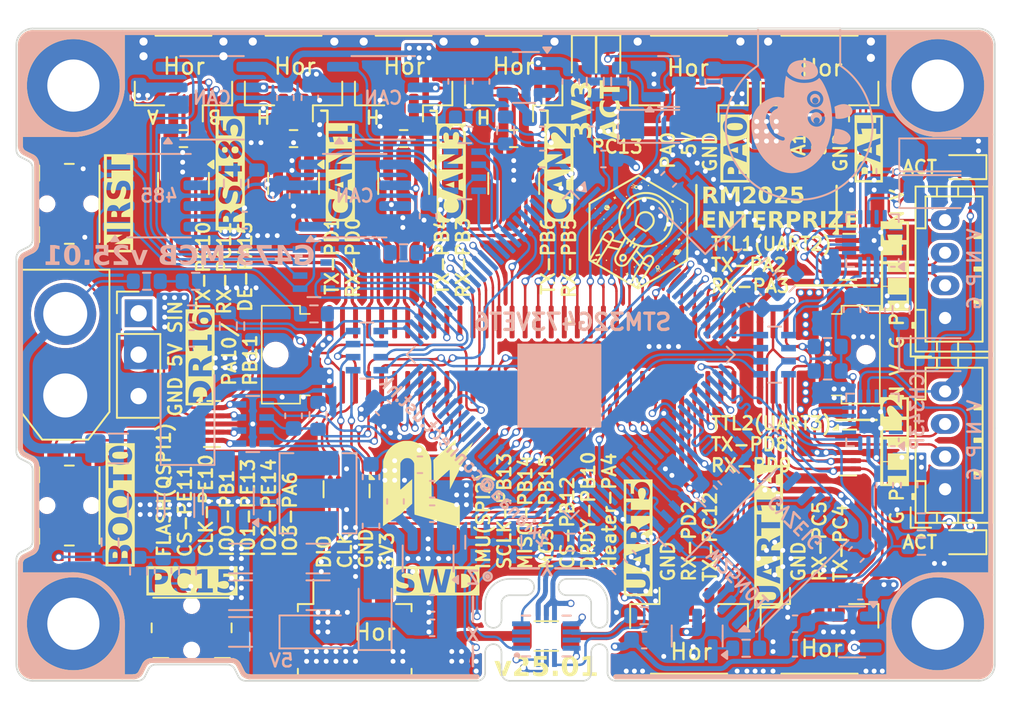
<source format=kicad_pcb>
(kicad_pcb (version 20240108) (generator "pcbnew") (generator_version "8.0")
  (layers (0 "F.Cu" signal) (1 "In1.Cu" signal) (2 "In2.Cu" signal) (31 "B.Cu" signal) (34 "B.Paste" user) (35 "F.Paste" user) (36 "B.SilkS" user "B.Silkscreen") (37 "F.SilkS" user "F.Silkscreen") (38 "B.Mask" user) (39 "F.Mask" user) (44 "Edge.Cuts" user))
  (net 0 "")
  (net 1 "3V3_IMU")
  (net 2 "GND")
  (net 3 "+5V")
  (net 4 "3V3_IO")
  (net 5 "Net-(U8-BS)")
  (net 6 "Net-(U8-LX)")
  (net 7 "Net-(U8-FB)")
  (net 8 "24V_VIN")
  (net 9 "3V3_MCU")
  (net 10 "Net-(U10-BP)")
  (net 11 "Net-(U11-BP)")
  (net 12 "3V3_SWD")
  (net 13 "/SWCLK")
  (net 14 "/SWDIO")
  (net 15 "/PA2")
  (net 16 "/PA3")
  (net 17 "/DR16_SIN")
  (net 18 "/PB9")
  (net 19 "/PC4")
  (net 20 "/PC5")
  (net 21 "/PA15")
  (net 22 "/IMU_SCLK")
  (net 23 "/DRDY_ICM-42688")
  (net 24 "/CS_ICM-42688")
  (net 25 "/OSC_OUT")
  (net 26 "/OSC_IN")
  (net 27 "Net-(Q4-G)")
  (net 28 "Net-(Q4-D)")
  (net 29 "/IMU_HEAT")
  (net 30 "/NUC2_ACT")
  (net 31 "/PE4")
  (net 32 "/PE5")
  (net 33 "/PE6")
  (net 34 "/PF9")
  (net 35 "/PA0")
  (net 36 "/PA1")
  (net 37 "/PE9")
  (net 38 "/UART1A_RX")
  (net 39 "/PB15")
  (net 40 "/PD8")
  (net 41 "/PD9")
  (net 42 "/PD11")
  (net 43 "/PD12")
  (net 44 "/ADC_PWR")
  (net 45 "/PC6")
  (net 46 "/PC7")
  (net 47 "/PC8")
  (net 48 "/PC9")
  (net 49 "/PA10")
  (net 50 "/PD4")
  (net 51 "/PD5")
  (net 52 "/PD6")
  (net 53 "/PD7")
  (net 54 "/PB5")
  (net 55 "/PB6")
  (net 56 "/BOOT0")
  (net 57 "/PE0")
  (net 58 "/PE1")
  (net 59 "/UART1A_TX")
  (net 60 "Net-(D22-A)")
  (net 61 "/LED_ACT")
  (net 62 "Net-(D23-A)")
  (net 63 "/IMU_MISO")
  (net 64 "/IMU_MOSI")
  (net 65 "/BTN")
  (net 66 "/PB10")
  (net 67 "/PB14")
  (net 68 "/BUZZER")
  (net 69 "/PC10")
  (net 70 "/PC11")
  (net 71 "/PC12")
  (net 72 "/PD2")
  (net 73 "/PB4")
  (net 74 "/PB3")
  (net 75 "/PD1")
  (net 76 "/PD0")
  (net 77 "/PB13")
  (net 78 "/PB12")
  (net 79 "/CAN3_RX")
  (net 80 "/CAN3_TX")
  (net 81 "/CAN1_RX")
  (net 82 "/CAN1_TX")
  (net 83 "/CAN1_L")
  (net 84 "/CAN1_H")
  (net 85 "/CAN2_L")
  (net 86 "/CAN2_H")
  (net 87 "/CAN3_L")
  (net 88 "/CAN3_H")
  (net 89 "/RS485_B")
  (net 90 "/RS485_A")
  (net 91 "VINP")
  (net 92 "/UART5_RX")
  (net 93 "/UART5_TX")
  (net 94 "Net-(U2-INT2{slash}FSYNC{slash}CLKIN)")
  (net 95 "/PE2")
  (net 99 "/CAN2_TX")
  (net 100 "/CAN2_RX")
  (net 101 "/UART4_RX")
  (net 102 "/UART4_DE")
  (net 103 "/UART4_TX")
  (net 104 "/PA13")
  (net 105 "/PA14")
  (net 106 "/PC14")
  (net 107 "/PF10")
  (net 108 "/ADC_5V")
  (net 109 "/PA11")
  (net 110 "/PA12")
  (net 111 "/PB7")
  (net 112 "/PD14")
  (net 113 "/PD13")
  (net 114 "/NRST")
  (net 115 "/PC0")
  (net 116 "/NUC1_ACT")
  (net 117 "Net-(D10-A)")
  (net 118 "Net-(D11-A)")
  (net 119 "/NUC1_DP")
  (net 120 "/NUC1_DN")
  (net 121 "/NUC2_DP")
  (net 122 "/NUC2_DN")
  (net 123 "/NUC1_TX")
  (net 124 "/NUC1_RX")
  (net 125 "/NUC2_TX")
  (net 126 "/NUC2_RX")
  (net 135 "Net-(U3-BP)")
  (net 136 "/PC1")
  (net 137 "/PC2")
  (net 138 "/PC3")
  (net 139 "/PF2")
  (net 140 "/PA5")
  (net 141 "/PA7")
  (net 142 "/PB0")
  (net 143 "/PB2")
  (net 144 "/PD3")
  (net 145 "/PE8")
  (net 146 "/FLASH_NCS")
  (net 147 "/FLASH_IO1")
  (net 148 "/FLASH_IO2")
  (net 149 "/FLASH_IO0")
  (net 150 "/FLASH_CLK")
  (net 151 "/FLASH_IO3")
  (net 152 "Net-(BZ1--)")
  (net 153 "Net-(Q1-G)")
  (net 154 "/PE15")
  (net 155 "/PE12")
  (net 156 "/PE11")
  (net 157 "/PE14")
  (net 158 "/PE13")
  (net 159 "/PE10")
  (net 160 "/PA6")
  (net 161 "/PB1")
  (net 162 "/PE7")
  (net 167 "/VBUS2")
  (net 168 "/VBUS1")
  (net 169 "/GPIO_PA0")
  (net 170 "/GPIO_PA1")
  (net 171 "/VREFBUF")
  (net 172 "/BTN_BTN")
  (net 173 "/NRST_BTN")
  (net 174 "/BOOT0_BTN")
  (net 175 "/PD10")
  (net 176 "/PD15")
  (footprint "AEX7 Others:USON-10_2.5x1.0mm_P0.5mm_Mod" (layer "F.Cu") (at 115.25 138.25 -90)
    (property "Reference" "U5" (hide yes))
    (property "Value" "TPD4E02B04DQA")
  )
  (footprint "MountingHole:MountingHole_3.2mm_M3_DIN965_Pad" (layer "F.Cu") (at 98.5 113.5)
    (property "Reference" "H1" (hide yes))
    (property "Value" "M3.2 Mount")
  )
  (footprint "Package_TO_SOT_SMD:SOT-23" (layer "F.Cu") (at 105.25 119.5 -90)
    (property "Reference" "D8" (hide yes))
    (property "Value" "SM712" (hide yes))
  )
  (footprint "Connector_JST:JST_PH_B4B-PH-K_1x04_P2.00mm_Vertical" (layer "F.Cu") (at 151.95 127.75 90)
    (property "Reference" "J8" (hide yes))
    (property "Value" "USB")
  )
  (footprint "Connector_PinHeader_2.54mm:PinHeader_1x03_P2.54mm_Vertical" (layer "F.Cu") (at 102.5 127.46)
    (property "Reference" "J22" (hide yes))
    (property "Value" "D-Bus")
  )
  (footprint "AEX7 Others:BTB_P0.8mm_2x40pin_F" (layer "F.Cu") (at 129 130)
    (property "Reference" "J1" (hide yes))
    (property "Value" "BTB")
  )
  (footprint "Connector_JST:JST_GH_SM02B-GHS-TB_1x02-1MP_P1.25mm_Horizontal" (layer "F.Cu") (at 118.75 113 180)
    (property "Reference" "J5" (hide yes))
    (property "Value" "CAN3")
  )
  (footprint "Resistor_SMD:R_1206_3216Metric" (layer "F.Cu") (at 127.5 147.25)
    (property "Reference" "R62" (hide yes))
    (property "Value" "(36R)" (hide yes))
  )
  (footprint "Connector_JST:JST_GH_SM02B-GHS-TB_1x02-1MP_P1.25mm_Horizontal" (layer "F.Cu") (at 112 113 180)
    (property "Reference" "J3" (hide yes))
    (property "Value" "CAN1")
  )
  (footprint "Connector_JST:JST_GH_SM03B-GHS-TB_1x03-1MP_P1.25mm_Horizontal" (layer "F.Cu") (at 136.25 113 180)
    (property "Reference" "J10" (hide yes))
    (property "Value" "GPIO1")
  )
  (footprint "MountingHole:MountingHole_3.2mm_M3_DIN965_Pad" (layer "F.Cu") (at 98.5 146.5)
    (property "Reference" "H2" (hide yes))
    (property "Value" "M3.2 Mount")
  )
  (footprint "Package_TO_SOT_SMD:SOT-23" (layer "F.Cu") (at 125.5 119.5 -90)
    (property "Reference" "D2" (hide yes))
    (property "Value" "ESD1CAN" (hide yes))
  )
  (footprint "Connector_JST:JST_GH_SM03B-GHS-TB_1x03-1MP_P1.25mm_Horizontal" (layer "F.Cu") (at 136.25 147)
    (property "Reference" "J6" (hide yes))
    (property "Value" "UART1A")
  )
  (footprint "RM25:Button_Side" (layer "F.Cu") (at 98.25 120.75 90)
    (property "Reference" "SW1" (hide yes))
    (property "Value" "NRST")
  )
  (footprint "RM25:Button_Side" (layer "F.Cu") (at 105.75 146.75 180)
    (property "Reference" "SW4" (hide yes))
    (property "Value" "BTN")
  )
  (footprint "LED_SMD:LED_0603_1608Metric" (layer "F.Cu") (at 153 141.5 180)
    (property "Reference" "D11" (hide yes))
    (property "Value" "LED")
  )
  (footprint "Package_TO_SOT_SMD:SOT-23" (layer "F.Cu") (at 118.75 119.5 -90)
    (property "Reference" "D3" (hide yes))
    (property "Value" "ESD1CAN" (hide yes))
  )
  (footprint "LED_SMD:LED_0603_1608Metric" (layer "F.Cu") (at 153 118.5 180)
    (property "Reference" "D10" (hide yes))
    (property "Value" "LED")
  )
  (footprint "RM25:Button_Side" (layer "F.Cu") (at 98.25 139.25 90)
    (property "Reference" "SW2" (hide yes))
    (property "Value" "BOOT0")
  )
  (footprint "Resistor_SMD:R_0603_1608Metric" (layer "F.Cu") (at 118.75 116.75)
    (property "Reference" "R4" (hide yes))
    (property "Value" "120R" (hide yes))
  )
  (footprint "Connector_JST:JST_GH_SM03B-GHS-TB_1x03-1MP_P1.25mm_Horizontal" (layer "F.Cu") (at 144.25 113 180)
    (property "Reference" "J11" (hide yes))
    (property "Value" "GPIO1")
  )
  (footprint "AEX7 Others:USON-10_2.5x1.0mm_P0.5mm_Mod" (layer "F.Cu") (at 146 136)
    (property "Reference" "U14" (hide yes))
    (property "Value" "TPD4E02B04DQA")
  )
  (footprint "Resistor_SMD:R_0603_1608Metric" (layer "F.Cu") (at 112 116.75)
    (property "Reference" "R2" (hide yes))
    (property "Value" "120R" (hide yes))
  )
  (footprint "Connector_AMASS:AMASS_XT30U-M_1x02_P5.0mm_Vertical" (layer "F.Cu") (at 98 132.5 90)
    (property "Reference" "J20" (hide yes))
    (property "Value" "PWRIn")
  )
  (footprint "LOGO" (layer "F.Cu") (at 120.25 138 90)
    (property "Reference" "G***" (hide yes))
    (property "Value" "LOGO" (hide yes))
  )
  (footprint "Connector_JST:JST_GH_SM03B-GHS-TB_1x03-1MP_P1.25mm_Horizontal" (layer "F.Cu") (at 144.25 147)
    (property "Reference" "J7" (hide yes))
    (property "Value" "UART5")
  )
  (footprint "MountingHole:MountingHole_3.2mm_M3_DIN965_Pad" (layer "F.Cu") (at 151.5 146.5)
    (property "Reference" "H3" (hide yes))
    (property "Value" "M3.2 Mount")
  )
  (footprint "MountingHole:MountingHole_3.2mm_M3_DIN965_Pad" (layer "F.Cu") (at 151.5 113.5)
    (property "Reference" "H4" (hide yes))
    (property "Value" "M3.2 Mount")
  )
  (footprint "LOGO" (layer "F.Cu") (at 133 122.25)
    (property "Reference" "G***" (hide yes))
    (property "Value" "LOGO" (hide yes))
  )
  (footprint "Connector_JST:JST_GH_SM02B-GHS-TB_1x02-1MP_P1.25mm_Horizontal" (layer "F.Cu") (at 125.5 113 180)
    (property "Reference" "J4" (hide yes))
    (property "Value" "CAN2")
  )
  (footprint "Resistor_SMD:R_0603_1608Metric" (layer "F.Cu") (at 125.5 116.75)
    (property "Reference" "R3" (hide yes))
    (property "Value" "120R" (hide yes))
  )
  (footprint "Connector_JST:JST_GH_SM02B-GHS-TB_1x02-1MP_P1.25mm_Horizontal" (layer "F.Cu") (at 105.25 113 180)
    (property "Reference" "J2" (hide yes))
    (property "Value" "RS-485")
  )
  (footprint "Connector_JST:JST_PH_B4B-PH-K_1x04_P2.00mm_Vertical" (layer "F.Cu") (at 151.95 138.25 90)
    (property "Reference" "J9" (hide yes))
    (property "Value" "USB")
  )
  (footprint "Package_TO_SOT_SMD:SOT-23" (layer "F.Cu") (at 112 119.5 -90)
    (property "Reference" "D1" (hide yes))
    (property "Value" "ESD1CAN" (hide yes))
  )
  (footprint "Connector_Molex:Molex_PicoBlade_53261-0471_1x04-1MP_P1.25mm_Horizontal" (layer "F.Cu") (at 115.75 147)
    (property "Reference" "J28" (hide yes))
    (property "Value" "SWD")
  )
  (footprint "AEX7 Others:USON-10_2.5x1.0mm_P0.5mm_Mod" (layer "F.Cu") (at 107 134.25)
    (property "Reference" "U15" (hide yes))
    (property "Value" "TPD4E02B04DQA")
  )
  (footprint "Resistor_SMD:R_0603_1608Metric" (layer "F.Cu") (at 105.25 116.75)
    (property "Reference" "R6" (hide yes))
    (property "Value" "120R" (hide yes))
  )
  (footprint "LED_SMD:LED_0603_1608Metric" (layer "F.Cu") (at 129.8 111.9 -90)
    (property "Reference" "D22" (hide yes))
    (property "Value" "Yellow" (hide yes))
  )
  (footprint "LED_SMD:LED_0603_1608Metric" (layer "F.Cu") (at 131.3 111.9 -90)
    (property "Reference" "D23" (hide yes))
    (property "Value" "Green" (hide yes))
  )
  (footprint "AEX7 Others:USON-10_2.5x1.0mm_P0.5mm_Mod" (layer "F.Cu") (at 146 124)
    (property "Reference" "U6" (hide yes))
    (property "Value" "TPD4E02B04DQA")
  )
  (footprint "Capacitor_SMD:C_0603_1608Metric" (layer "B.Cu") (at 127.25 118 180)
    (property "Reference" "C54" (hide yes))
    (property "Value" "100n")
  )
  (footprint "Resistor_SMD:R_Array_Concave_4x0603" (layer "B.Cu") (at 109.5 134.25)
    (property "Reference" "RN19" (hide yes))
    (property "Value" "82R")
  )
  (footprint "Package_TO_SOT_SMD:SOT-23" (layer "B.Cu") (at 136.75 147.25 90)
    (property "Reference" "Q4" (hide yes))
    (property "Value" "AO3400A" (hide yes))
  )
  (footprint "Capacitor_SMD:C_0603_1608Metric" (layer "B.Cu") (at 116.75 137.5 -90)
    (property "Reference" "C9" (hide yes))
    (property "Value" "100n" (hide yes))
  )
  (footprint "Capacitor_SMD:C_0603_1608Metric" (layer "B.Cu") (at 120.5 139.75 180)
    (property "Reference" "C15" (hide yes))
    (property "Value" "100n")
  )
  (footprint "Inductor_SMD:L_Sunlord_MWSA0402S" (layer "B.Cu") (at 113.5 138.5 -90)
    (property "Reference" "L1" (hide yes))
    (property "Value" "6u8")
  )
  (footprint "RM24:PQFN50P300X250X97-14N" (layer "B.Cu") (at 127.5 147.25)
    (property "Reference" "U2" (hide yes))
    (property "Value" "ICM-42688-P" (hide yes))
  )
  (footprint "Resistor_SMD:R_Array_Concave_4x0603" (layer "B.Cu") (at 124.25 141.5 -90)
    (property "Reference" "RN2" (hide yes))
    (property "Value" "82R")
  )
  (footprint "Diode_SMD:D_SMA" (layer "B.Cu") (at 105.5 133.25 90)
    (property "Reference" "D4" (hide yes))
    (property "Value" "SMAJ24A")
  )
  (footprint "Resistor_SMD:R_0603_1608Metric" (layer "B.Cu") (at 103 125.5)
    (property "Reference" "R11" (hide yes))
    (property "Value" "33k")
  )
  (footprint "Resistor_SMD:R_0603_1608Metric" (layer "B.Cu") (at 125 116.25 90)
    (property "Reference" "R52" (hide yes))
    (property "Value" "1k" (hide yes))
  )
  (footprint "Capacitor_SMD:C_0603_1608Metric" (layer "B.Cu") (at 119.75 136.75 180)
    (property "Reference" "C57" (hide yes))
    (property "Value" "100n")
  )
  (footprint "Capacitor_SMD:C_0603_1608Metric" (layer "B.Cu") (at 147.75 127.25 -90)
    (property "Reference" "C46" (hide yes))
    (property "Value" "0u1")
  )
  (footprint "Package_SO:SOIC-8_3.9x4.9mm_P1.27mm" (layer "B.Cu") (at 107 114.25)
    (property "Reference" "U4" (hide yes))
    (property "Value" "TJA1042T-3" (hide yes))
  )
  (footprint "Capacitor_SMD:C_0603_1608Metric" (layer "B.Cu") (at 148.25 138 -90)
    (property "Reference" "C19" (hide yes))
    (property "Value" "1u")
  )
  (footprint "Resistor_SMD:R_0603_1608Metric" (layer "B.Cu") (at 130.5 113.25 90)
    (property "Reference" "R13" (hide yes))
    (property "Value" "10k")
  )
  (footprint "Capacitor_SMD:C_0603_1608Metric" (layer "B.Cu") (at 111.5 114.25 -90)
    (property "Reference" "C10" (hide yes))
    (property "Value" "100n" (hide yes))
  )
  (footprint "Capacitor_SMD:C_0603_1608Metric" (layer "B.Cu") (at 133.25 141.75 -45)
    (property "Reference" "C58" (hide yes))
    (property "Value" "100n")
  )
  (footprint "Resistor_SMD:R_0603_1608Metric" (layer "B.Cu") (at 132 113.25 90)
    (property "Reference" "R14" (hide yes))
    (property "Value" "120R")
  )
  (footprint "Package_DFN_QFN:TQFN-16-1EP_3x3mm_P0.5mm_EP1.6x1.6mm" (layer "B.Cu") (at 147.5 134 90)
    (property "Reference" "U17" (hide yes))
    (property "Value" "CH343P")
  )
  (footprint "Diode_SMD:D_SMF" (layer "B.Cu") (at 151.5 120)
    (property "Reference" "D9" (hide yes))
    (property "Value" "K34")
  )
  (footprint "Capacitor_SMD:C_0603_1608Metric" (layer "B.Cu") (at 146.5 142.25 -135)
    (property "Reference" "C14" (hide yes))
    (property "Value" "100n")
  )
  (footprint "Capacitor_SMD:C_0603_1608Metric" (layer "B.Cu") (at 142.75 148 180)
    (property "Reference" "C43" (hide yes))
    (property "Value" "10n" (hide yes))
  )
  (footprint "Capacitor_SMD:C_0603_1608Metric" (layer "B.Cu") (at 138.5 137.5 -45)
    (property "Reference" "C48" (hide yes))
    (property "Value" "100n")
  )
  (footprint "Resistor_SMD:R_Array_Concave_4x0603" (layer "B.Cu") (at 141.5 130)
    (property "Reference" "RN21" (hide yes))
    (property "Value" "82R")
  )
  (footprint "Fuse:Fuse_1206_3216Metric" (layer "B.Cu") (at 101.25 135.75)
    (property "Reference" "F1" (hide yes))
    (property "Value" "Fuse")
  )
  (footprint "Capacitor_SMD:C_0603_1608Metric" (layer "B.Cu") (at 137.75 113.25 -90)
    (property "Reference" "C23" (hide yes))
    (property "Value" "20p")
  )
  (footprint "Resistor_SMD:R_Array_Concave_4x0603" (layer "B.Cu") (at 140.25 135.75 -45)
    (property "Reference" "RN5" (hide yes))
    (property "Value" "82R")
  )
  (footprint "Capacitor_SMD:C_0603_1608Metric" (layer "B.Cu") (at 148.25 118.75 -90)
    (property "Reference" "C17" (hide yes))
    (property "Value" "10u")
  )
  (footprint "Diode_SMD:D_SMF" (layer "B.Cu") (at 113.5 147)
    (property "Reference" "D5" (hide yes))
    (property "Value" "SMF5.0A")
  )
  (footprint "Capacitor_SMD:C_0603_1608Metric" (layer "B.Cu") (at 104 143.25 90)
    (property "Reference" "C22" (hide yes))
    (property "Value" "20p" (hide yes))
  )
  (footprint "Capacitor_SMD:C_0603_1608Metric" (layer "B.Cu") (at 120.5 146.75 180)
    (property "Reference" "C1" (hide yes))
    (property "Value" "10u")
  )
  (footprint "Capacitor_SMD:C_0603_1608Metric" (layer "B.Cu") (at 135 119.25 -135)
    (property "Reference" "C61" (hide yes))
    (property "Value" "20p")
  )
  (footprint "Capacitor_SMD:C_0603_1608Metric" (layer "B.Cu") (at 120.5 138.25 180)
    (property "Reference" "C13" (hide yes))
    (property "Value" "10u")
  )
  (footprint "Capacitor_SMD:C_0603_1608Metric" (layer "B.Cu") (at 120.5 145.25 180)
    (property "Reference" "C2" (hide yes))
    (property "Value" "100n")
  )
  (footprint "Capacitor_SMD:C_0603_1608Metric" (layer "B.Cu") (at 113 114.25 -90)
    (property "Reference" "C7" (hide yes))
    (property "Value" "100n" (hide yes))
  )
  (footprint "Resistor_SMD:R_0603_1608Metric" (layer "B.Cu") (at 142.2 125.6 45)
    (property "Reference" "R21" (hide yes))
    (property "Value" "33R")
  )
  (footprint "Resistor_SMD:R_0603_1608Metric" (layer "B.Cu") (at 105.75 127.5)
    (property "Reference" "R15" (hide yes))
    (property "Value" "2k2")
  )
  (footprint "Resistor_SMD:R_0603_1608Metric" (layer "B.Cu") (at 129 141.5)
    (property "Reference" "R20" (hide yes))
    (property "Value" "33R")
  )
  (footprint "Diode_SMD:D_SMF" (layer "B.Cu") (at 134.25 116)
    (property "Reference" "D7" (hide yes))
    (property "Value" "K34")
  )
  (footprint "Capacitor_SMD:C_0603_1608Metric" (layer "B.Cu") (at 140.2 126.6 135)
    (property "Reference" "C59" (hide yes))
    (property "Value" "100n")
  )
  (footprint "Capacitor_SMD:C_0603_1608Metric" (layer "B.Cu") (at 111.25 120.25 -90)
    (property "Reference" "C8" (hide yes))
    (property "Value" "100n" (hide yes))
  )
  (footprint "Resistor_SMD:R_0603_1608Metric" (layer "B.Cu") (at 109.5 128.25 90)
    (property "Reference" "R18" (hide yes))
    (property "Value" "10k")
  )
  (footprint "Capacitor_SMD:C_1206_3216Metric" (layer "B.Cu") (at 113.5 144.75)
    (property "Reference" "C28" (hide yes))
    (property "Value" "100u")
  )
  (footprint "Resistor_SMD:R_0603_1608Metric" (layer "B.Cu") (at 105.5 143.25 90)
    (property "Reference" "R23" (hide yes))
    (property "Value" "54k6" (hide yes))
  )
  (footprint "Resistor_SMD:R_0603_1608Metric" (layer "B.Cu") (at 122.75 115.5)
    (property "Reference" "R51" (hide yes))
    (property "Value" "2k2" (hide yes))
  )
  (footprint "Resistor_SMD:R_Array_Concave_4x0603" (layer "B.Cu") (at 135.75 140.25 -45)
    (property "Reference" "RN4" (hide yes))
    (property "Value" "82R")
  )
  (footprint "Resistor_SMD:R_0603_1608Metric" (layer "B.Cu") (at 108.25 119.5 90)
    (property "Reference" "R5" (hide yes))
    (property "Value" "4k7" (hide yes))
  )
  (footprint "Capacitor_SMD:C_0603_1608Metric" (layer "B.Cu") (at 137.5 138.5 -45)
    (property "Reference" "C56" (hide yes))
    (property "Value" "100n")
  )
  (footprint "Diode_SMD:D_SMF" (layer "B.Cu") (at 117 145.75 90)
    (property "Reference" "D14" (hide yes))
    (property "Value" "K34")
  )
  (footprint "Capacitor_SMD:C_1206_3216Metric" (layer "B.Cu") (at 108.75 147 180)
    (property "Reference" "C25" (hide yes))
    (property "Value" "10u" (hide yes))
  )
  (footprint "Capacitor_SMD:C_0603_1608Metric" (layer "B.Cu") (at 120.25 121.5 -90)
    (property "Reference" "C12" (hide yes))
    (property "Value" "100n" (hide yes))
  )
  (footprint "LOGO" (layer "B.Cu") (at 143 115.5 120)
    (property "Reference" "G***" (hide yes))
    (property "Value" "LOGO" (hide yes))
  )
  (footprint "Capacitor_SMD:C_1206_3216Metric" (layer "B.Cu") (at 113.5 142.5)
    (property "Reference" "C31" (hide yes))
    (property "Value" "100u")
  )
  (footprint "Resistor_SMD:R_Array_Concave_4x0603" (layer "B.Cu") (at 113.25 124.75)
    (property "Reference" "RN13" (hide yes))
    (property "Value" "82R")
  )
  (footprint "Diode_SMD:D_SMF" (layer "B.Cu") (at 151.5 130)
    (property "Reference" "D6" (hide yes))
    (property "Value" "K34")
  )
  (footprint "Capacitor_SMD:C_0603_1608Metric" (layer "B.Cu") (at 130.25 115.5 180)
    (property "Reference" "C18" (hide yes))
    (property "Value" "10u")
  )
  (footprint "Package_DFN_QFN:TQFN-16-1EP_3x3mm_P0.5mm_EP1.6x1.6mm" (layer "B.Cu") (at 147.5 123 90)
    (property "Reference" "U16" (hide yes))
    (property "Value" "CH343P")
  )
  (footprint "RM25:WSON-8_FLASH" (layer "B.Cu") (at 141 142 45)
    (property "Reference" "U9" (hide yes))
    (property "Value" "W25N01GVZEIG")
  )
  (footprint "Resistor_SMD:R_0603_1608Metric" (layer "B.Cu") (at 150.5 140.25)
    (property "Reference" "R10" (hide yes))
    (property "Value" "1k")
  )
  (footprint "Package_SO:SOIC-8_3.9x4.9mm_P1.27mm" (layer "B.Cu") (at 103.75 120.25)
    (property "Reference" "U13" (hide yes))
    (property "Value" "SN75176AD" (hide yes))
  )
  (footprint "Crystal:Crystal_SMD_3225-4Pin_3.2x2.5mm" (layer "B.Cu") (at 137 121.25 135)
    (property "Reference" "Y1" (hide yes))
    (property "Value" "3225 25MHz")
  )
  (footprint "Capacitor_SMD:C_0603_1608Metric" (layer "B.Cu") (at 109 121.75)
    (property "Reference" "C16" (hide yes))
    (property "Value" "100n" (hide yes))
  )
  (footprint "Capacitor_SMD:C_0603_1608Metric" (layer "B.Cu") (at 133.5 147.5)
    (property "Reference" "C4" (hide yes))
    (property "Value" "100n" (hide yes))
  )
  (footprint "Capacitor_SMD:C_0603_1608Metric" (layer "B.Cu") (at 102.5 114.25 -90)
    (property "Reference" "C6" (hide yes))
    (property "Value" "100n" (hide yes))
  )
  (footprint "Capacitor_SMD:C_0603_1608Metric" (layer "B.Cu") (at 122 113.25 -90)
    (property "Reference" "C11" (hide yes))
    (property "Value" "100n" (hide yes))
  )
  (footprint "Resistor_SMD:R_0603_1608Metric" (layer "B.Cu") (at 100.75 141.5 90)
    (property "Reference" "R61" (hide yes))
    (property "Value" "10k" (hide yes))
  )
  (footprint "Resistor_SMD:R_Array_Concave_4x0603" (layer "B.Cu") (at 116.5 129.75)
    (property "Reference" "RN1" (hide yes))
    (property "Value" "82R")
  )
  (footprint "Package_TO_SOT_SMD:SOT-23-6" (layer "B.Cu") (at 108 139 90)
    (property "Reference" "U8" (hide yes))
    (property "Value" "RY8411" (hide yes))
  )
  (footprint "Capacitor_SMD:C_0603_1608Metric" (layer "B.Cu") (at 127.25 115.5)
    (property "Reference" "C38" (hide yes))
    (property "Value" "10n" (hide yes))
  )
  (footprint "Package_TO_SOT_SMD:SOT-23-5" (layer "B.Cu") (at 126.25 113 180)
    (property "Reference" "U10" (hide yes))
    (property "Value" "RS3236" (hide yes))
  )
  (footprint "Diode_SMD:D_SMF" (layer "B.Cu") (at 151.5 117.75)
    (property "Reference" "D12" (hide yes))
    (property "Value" "SMF5.0A")
  )
  (footprint "Package_QFP:LQFP-100_14x14mm_P0.5mm" (layer "B.Cu") (at 129 130 -135)
    (property "Reference" "U1" (hide yes))
    (property "Value" "STM32G473VETx" (hide yes))
  )
  (footprint "Capacitor_SMD:C_0603_1608Metric" (layer "B.Cu") (at 131 118 180)
    (property "Reference" "C55" (hide yes))
    (property "Value" "100n")
  )
  (footprint "Resistor_SMD:R_0603_1608Metric" (layer "B.Cu") (at 133.5 146 180)
    (property "Reference" "R1" (hide yes))
    (property "Value" "1k" (hide yes))
  )
  (footprint "Package_TO_SOT_SMD:SOT-23-5" (layer "B.Cu") (at 120.25 142.5 90)
    (property "Reference" "U3" (hide yes))
    (property "Value" "RS3236")
  )
  (footprint "Resistor_SMD:R_0603_1608Metric" (layer "B.Cu") (at 108 128.25 -90)
    (property "Reference" "R16" (hide yes))
    (property "Value" "1k")
  )
  (footprint "Capacitor_SMD:C_0603_1608Metric" (layer "B.Cu") (at 132 143 -45)
    (property "Reference" "C5" (hide yes))
    (property "Value" "100n" (hide yes))
  )
  (footprint "Capacitor_SMD:C_0603_1608Metric" (layer "B.Cu") (at 110.5 139 90)
    (property "Reference" "C21" (hide yes))
    (property "Value" "100n" (hide yes))
  )
  (footprint "Capacitor_SMD:C_0603_1608Metric" (layer "B.Cu") (at 123.5 113.25 -90)
    (property "Reference" "C39" (hide yes))
    (property "Value" "10u" (hide yes))
  )
  (footprint "Capacitor_SMD:C_0603_1608Metric" (layer "B.Cu") (at 118.25 139 90)
    (property "Reference" "C3" (hide yes))
    (property "Value" "10n")
  )
  (footprint "Resistor_SMD:R_0603_1608Metric" (layer "B.Cu") (at 106 125.5)
    (property "Reference" "R12" (hide yes))
    (property "Value" "1k")
  )
  (footprint "Package_SO:SOIC-8_3.9x4.9mm_P1.27mm" (layer "B.Cu") (at 117.5 114.25)
    (property "Reference" "U7" (hide yes))
    (property "Value" "TJA1042T-3" (hide yes))
  )
  (footprint "Resistor_SMD:R_0603_1608Metric" (layer "B.Cu") (at 144.75 131 180)
    (property "Reference" "R24" (hide yes))
    (property "Value" "10k")
  )
  (footprint "Package_SO:SOIC-8_3.9x4.9mm_P1.27mm" (layer "B.Cu") (at 115.75 120.25)
    (property "Reference" "U12" (hide yes))
    (property "Value" "TJA1042T-3" (hide yes))
  )
  (footprint "Capacitor_SMD:C_0603_1608Metric" (layer "B.Cu") (at 146.25 127.25 -90)
    (property "Reference" "C27" (hide yes))
    (property "Value" "1u")
  )
  (footprint "Capacitor_SMD:C_0603_1608Metric" (layer "B.Cu") (at 116.75 140.5 90)
    (property "Reference" "C78" (hide yes))
    (property "Value" "10u" (hide yes))
  )
  (footprint "Capacitor_SMD:C_0603_1608Metric" (layer "B.Cu") (at 129 113.25 -90)
    (property "Reference" "C36" (hide yes))
    (property "Value" "10u" (hide yes))
  )
  (footprint "Capacitor_SMD:C_1206_3216Metric" (layer "B.Cu") (at 108.75 144.75 180)
    (property "Reference" "C26" (hide yes))
    (property "Value" "10u" (hide yes))
  )
  (footprint "Capacitor_SMD:C_0603_1608Metric" (layer "B.Cu") (at 146.75 144.5 180)
    (property "Reference" "C41" (hide yes))
    (property "Value" "10u" (hide yes))
  )
  (footprint "Package_TO_SOT_SMD:SOT-23-5" (layer "B.Cu") (at 146.25 147 180)
    (property "Reference" "U11" (hide yes))
    (property "Value" "RS3236" (hide yes))
  )
  (footprint "Capacitor_SMD:C_0603_1608Metric" (layer "B.Cu") (at 139 123.25 45)
    (property "Reference" "C60" (hide yes))
    (property "Value" "20p")
  )
  (footprint "Resistor_SMD:R_0603_1608Metric" (layer "B.Cu") (at 150.5 141.75)
    (property "Reference" "R54" (hide yes))
    (property "Value" "10k" (hide yes))
  )
  (footprint "Capacitor_SMD:C_0603_1608Metric" (layer "B.Cu") (at 105.75 129)
    (property "Reference" "C76" (hide yes))
    (property "Value" "10u" (hide yes))
  )
  (footprint "Resistor_SMD:R_0603_1608Metric" (layer "B.Cu") (at 139.75 148 180)
    (property "Reference" "R57" (hide yes))
    (property "Value" "33R" (hide yes))
  )
  (footprint "Resistor_SMD:R_Array_Concave_4x0603" (layer "B.Cu") (at 122.5 118.75)
    (property "Reference" "RN12" (hide yes))
    (property "Value" "82R")
  )
  (footprint "RM24:MLT-9032" (layer "B.Cu") (at 143 116)
    (property "Reference" "BZ1" (hide yes))
    (property "Value" "Buzzer")
  )
  (footprint "Capacitor_SMD:C_1206_3216Metric" (layer "B.Cu") (at 102.75 139.25 -90)
    (property "Reference" "C29" (hide yes))
    (property "Value" "10u" (hide yes))
  )
  (footprint "Resistor_SMD:R_0603_1608Metric" (layer "B.Cu") (at 149.25 127.25 -90)
    (property "Reference" "R17" (hide yes))
    (property "Value" "1k")
  )
  (footprint "Resistor_SMD:R_0603_1608Metric" (layer "B.Cu") (at 113.5 133.75 -90)
    (property "Reference" "R59" (hide yes))
    (property "Value" "10k" (hide yes))
  )
  (footprint "Resistor_SMD:R_0603_1608Metric" (layer "B.Cu") (at 102.5 143.25 -90)
    (property "Reference" "R26" (hide yes))
    (property "Value" "10k" (hide yes))
  )
  (footprint "Capacitor_SMD:C_0603_1608Metric" (layer "B.Cu") (at 112 133.75 90)
    (property "Reference" "C70" (hide yes))
    (property "Value" "100n" (hide yes))
  )
  (footprint "Capacitor_SMD:C_0603_1608Metric" (layer "B.Cu") (at 149.75 138 -90)
    (property "Reference" "C47" (hide yes))
    (property "Value" "0u1")
  )
  (footprint "Capacitor_SMD:C_1206_3216Metric" (layer "B.Cu") (at 105 139.25 -90)
    (property "Reference" "C30" (hide yes))
    (property "Value" "10u" (hide yes))
  )
  (footprint "Resistor_SMD:R_0603_1608Metric" (layer "B.Cu") (at 118.75 123.75 180)
    (property "Reference" "R9" (hide yes))
    (property "Value" "10k")
  )
  (footprint "Capacitor_SMD:C_0603_1608Metric" (layer "B.Cu") (at 142.75 146.5 180)
    (property "Reference" "C44" (hide yes))
    (property "Value" "10u" (hide yes))
  )
  (footprint "Resistor_SMD:R_0603_1608Metric" (layer "B.Cu") (at 141.2 124.6 45)
    (property "Reference" "R19" (hide yes))
    (property "Value" "33R")
  )
  (footprint "Resistor_SMD:R_0603_1608Metric" (layer "B.Cu") (at 113.25 127.5 180)
    (property "Reference" "R8" (hide yes))
    (property "Value" "33R")
  )
  (footprint "Capacitor_SMD:C_1206_3216Metric" (layer "B.Cu") (at 108.75 142.5 180)
    (property "Reference" "C24" (hide yes))
    (property "Value" "10u" (hide yes))
  )
  (footprint "Resistor_SMD:R_0603_1608Metric" (layer "B.Cu") (at 144.75 129.5 180)
    (property "Reference" "R25" (hide yes))
    (property "Value" "10k")
  )
  (footprint "Package_TO_SOT_SMD:SOT-23" (layer "B.Cu") (at 135 113.25)
    (property "Reference" "Q1" (hide yes))
    (property "Value" "AO3400A")
  )
  (footprint "Capacitor_SMD:C_0603_1608Metric" (layer "B.Cu") (at 117.5 133.25 -45)
    (property "Reference" "C52" (hide yes))
    (property "Value" "100n")
  )
  (footprint "Resistor_SMD:R_0603_1608Metric" (layer "B.Cu") (at 109.75 119.5 -90)
    (property "Reference" "R7" (hide yes))
    (property "Value" "4k7" (hide yes))
  )
  (gr_line (start 98.5 143.5) (end 95.25 143.5) (stroke (width 0.3)) (layer "B.SilkS"))
  (gr_arc (start 96.25 141.690983) (mid 96.175326 141.953849) (end 95.973607 142.138197) (stroke (width 0.3)) (layer "B.SilkS"))
  (gr_line (start 154.75 111) (end 154.75 149) (stroke (width 0.3)) (layer "B.SilkS"))
  (gr_arc (start 95.25 124.309017) (mid 95.324674 124.046151) (end 95.526394 123.861803) (stroke (width 0.3)) (layer "B.SilkS"))
  (gr_line (start 95.526394 136.138197) (end 95.973607 136.361803) (stroke (width 0.3)) (layer "B.SilkS"))
  (gr_line (start 151.5 116.5) (end 154.75 116.5) (stroke (width 0.3)) (layer "B.SilkS"))
  (gr_line (start 128.05 143.1) (end 129.8 143.1) (stroke (width 0.15)) (layer "B.SilkS"))
  (gr_arc (start 95.973607 136.361803) (mid 96.17532 136.546155) (end 96.25 136.809017) (stroke (width 0.3)) (layer "B.SilkS"))
  (gr_line (start 148.5 146.5) (end 148.5 149.75) (stroke (width 0.3)) (layer "B.SilkS"))
  (gr_arc (start 109.309017 149.75) (mid 109.04615 149.675326) (end 108.861803 149.473606) (stroke (width 0.3)) (layer "B.SilkS"))
  (gr_circle (center 151.5 146.5) (end 151.5 143.5) (stroke (width 0.3)) (fill none) (layer "B.SilkS"))
  (gr_poly (pts (xy 148.5 110.25) (xy 151.5 110.25) (xy 149.5 111.25) (xy 148.5 112.75)) (fill solid) (layer "B.SilkS"))
  (gr_rect (start 125.8 129.4) (end 130.8 134.4) (stroke (width 0.15)) (fill solid) (layer "B.SilkS"))
  (gr_line (start 102.190983 149.75) (end 96 149.75) (stroke (width 0.3)) (layer "B.SilkS"))
  (gr_poly (pts (xy 95.25 143.5) (xy 97.75 143.5) (xy 96.25 144.5) (xy 95.25 146.25)) (fill solid) (layer "B.SilkS"))
  (gr_poly (pts (xy 101.5 110.25) (xy 101.5 112.75) (xy 100.5 111.25) (xy 98.75 110.25)) (fill solid) (layer "B.SilkS"))
  (gr_arc (start 154.75 149) (mid 154.53033 149.53033) (end 154 149.75) (stroke (width 0.3)) (layer "B.SilkS"))
  (gr_line (start 95.25 111) (end 95.25 117.190983) (stroke (width 0.3)) (layer "B.SilkS"))
  (gr_poly (pts (xy 98.5 110.25) (xy 96 110.25) (xy 95.25 110.75) (xy 95.25 113.25) (xy 95.75 112.25) (xy 96.75 111)) (fill solid) (layer "B.SilkS"))
  (gr_line (start 101.5 146.25) (end 101.5 149.75) (stroke (width 0.3)) (layer "B.SilkS"))
  (gr_circle (center 98.5 146.5) (end 101.5 146.5) (stroke (width 0.3)) (fill none) (layer "B.SilkS"))
  (gr_poly (pts (xy 154.75 116.5) (xy 152.25 116.5) (xy 153.75 115.5) (xy 154.75 113.75)) (fill solid) (layer "B.SilkS"))
  (gr_line (start 123 146.35) (end 123 144.85) (stroke (width 0.15)) (layer "B.SilkS"))
  (gr_poly (pts (xy 95.25 146.5) (xy 95.25 149) (xy 95.75 149.75) (xy 98.25 149.75) (xy 97.25 149.25) (xy 96 148.25)) (fill solid) (layer "B.SilkS"))
  (gr_line (start 127.05 143.1) (end 125.3 143.1) (stroke (width 0.15)) (layer "B.SilkS"))
  (gr_arc (start 102.861803 149.026393) (mid 103.046155 148.82468) (end 103.309017 148.75) (stroke (width 0.3)) (layer "B.SilkS"))
  (gr_line (start 96 110.25) (end 154 110.25) (stroke (width 0.3)) (layer "B.SilkS"))
  (gr_poly (pts (xy 154.75 113.5) (xy 154.75 111) (xy 154.25 110.25) (xy 151.75 110.25) (xy 152.75 110.75) (xy 154 111.75)) (fill solid) (layer "B.SilkS"))
  (gr_line (start 95.25 135.690983) (end 95.25 124.309017) (stroke (width 0.3)) (layer "B.SilkS"))
  (gr_line (start 108.638197 149.026393) (end 108.861803 149.473606) (stroke (width 0.3)) (layer "B.SilkS"))
  (gr_line (start 148.5 113.75) (end 148.5 110.25) (stroke (width 0.3)) (layer "B.SilkS"))
  (gr_arc (start 96 149.75) (mid 95.46967 149.53033) (end 95.25 149) (stroke (width 0.3)) (layer "B.SilkS"))
  (gr_line (start 98.75 116.5) (end 95.25 116.5) (stroke (width 0.3)) (layer "B.SilkS"))
  (gr_poly (pts (xy 148.5 149.75) (xy 148.5 147.25) (xy 149.5 148.75) (xy 151.25 149.75)) (fill solid) (layer "B.SilkS"))
  (gr_line (start 95.25 149) (end 95.25 142.809017) (stroke (width 0.3)) (layer "B.SilkS"))
  (gr_poly (pts (xy 95.25 116.5) (xy 95.25 113.5) (xy 96.25 115.5) (xy 97.75 116.5)) (fill solid) (layer "B.SilkS"))
  (gr_circle (center 123.9 143.6) (end 123.9 143.35) (stroke (width 0.15)) (fill none) (layer "B.SilkS"))
  (gr_poly (pts (xy 151.5 149.75) (xy 154 149.75) (xy 154.75 149.25) (xy 154.75 146.75) (xy 154.25 147.75) (xy 153.25 149)) (fill solid) (layer "B.SilkS"))
  (gr_arc (start 95.25 142.809017) (mid 95.324674 142.54615) (end 95.526394 142.361803) (stroke (width 0.3)) (layer "B.SilkS"))
  (gr_line (start 95.973607 142.138197) (end 95.526394 142.361803) (stroke (width 0.3)) (layer "B.SilkS"))
  (gr_line (start 154 149.75) (end 131.75 149.75) (stroke (width 0.3)) (layer "B.SilkS"))
  (gr_circle (center 123.9 143.6) (end 123.91 143.6) (stroke (width 0.15)) (fill none) (layer "B.SilkS"))
  (gr_arc (start 95.25 111) (mid 95.46967 110.46967) (end 96 110.25) (stroke (width 0.3)) (layer "B.SilkS"))
  (gr_circle (center 98.5 113.5) (end 98.5 116.5) (stroke (width 0.3)) (fill none) (layer "B.SilkS"))
  (gr_line (start 96.25 136.809017) (end 96.25 141.690983) (stroke (width 0.3)) (layer "B.SilkS"))
  (gr_line (start 101.5 113.5) (end 101.5 110.25) (stroke (width 0.3)) (layer "B.SilkS"))
  (gr_arc (start 95.973607 117.861803) (mid 96.175319 118.046153) (end 96.25 118.309017) (stroke (width 0.3)) (layer "B.SilkS"))
  (gr_arc (start 95.526394 117.638197) (mid 95.324681 117.453847) (end 95.25 117.190983) (stroke (width 0.3)) (layer "B.SilkS"))
  (gr_line (start 95.526394 117.638197) (end 95.973607 117.861803) (stroke (width 0.3)) (layer "B.SilkS"))
  (gr_arc (start 154 110.25) (mid 154.53033 110.46967) (end 154.75 111) (stroke (width 0.3)) (layer "B.SilkS"))
  (gr_line (start 151.25 143.5) (end 154.75 143.5) (stroke (width 0.3)) (layer "B.SilkS"))
  (gr_line (start 102.638197 149.473606) (end 102.861803 149.026393) (stroke (width 0.3)) (layer "B.SilkS"))
  (gr_arc (start 108.190983 148.75) (mid 108.453849 148.824674) (end 108.638197 149.026393) (stroke (width 0.3)) (layer "B.SilkS"))
  (gr_line (start 96.25 118.309017) (end 96.25 123.190983) (stroke (width 0.3)) (layer "B.SilkS"))
  (gr_arc (start 96.25 123.190983) (mid 96.175326 123.453849) (end 95.973607 123.638197) (stroke (width 0.3)) (layer "B.SilkS"))
  (gr_line (start 103.309017 148.75) (end 108.190983 148.75) (stroke (width 0.3)) (layer "B.SilkS"))
  (gr_line (start 95.973607 123.638197) (end 95.526394 123.861803) (stroke (width 0.3)) (layer "B.SilkS"))
  (gr_line (start 123.25 149.75) (end 109.309017 149.75) (stroke (width 0.3)) (layer "B.SilkS"))
  (gr_poly (pts (xy 101.5 149.75) (xy 98.5 149.75) (xy 100.5 148.75) (xy 101.5 147.25)) (fill solid) (layer "B.SilkS"))
  (gr_poly (pts (xy 154.75 143.5) (xy 154.75 146.5) (xy 153.75 144.5) (xy 152.25 143.5)) (fill solid) (layer "B.SilkS"))
  (gr_arc (start 102.638197 149.473606) (mid 102.453846 149.67532) (end 102.190983 149.75) (stroke (width 0.3)) (layer "B.SilkS"))
  (gr_arc (start 95.526394 136.138197) (mid 95.32468 135.953846) (end 95.25 135.690983) (stroke (width 0.3)) (layer "B.SilkS"))
  (gr_circle (center 151.5 113.5) (end 148.5 113.5) (stroke (width 0.3)) (fill none) (layer "B.SilkS"))
  (gr_line (start 123 147.85) (end 123 149.1) (stroke (width 0.15)) (layer "B.SilkS"))
  (gr_poly (pts (xy 151.5 110.25) (xy 154 110.25) (xy 154.75 110.75) (xy 154.75 113.25) (xy 154.25 112.25) (xy 153.25 111)) (fill solid) (layer "F.SilkS"))
  (gr_line (start 123.25 149.75) (end 109.309017 149.75) (stroke (width 0.3)) (layer "F.SilkS"))
  (gr_arc (start 154.749999 148.999999) (mid 154.530329 149.530329) (end 153.999999 149.749999) (stroke (width 0.3)) (layer "F.SilkS"))
  (gr_line (start 154.75 143.5) (end 151.5 143.5) (stroke (width 0.3)) (layer "F.SilkS"))
  (gr_line (start 95.25 116.5) (end 98.5 116.5) (stroke (width 0.3)) (layer "F.SilkS"))
  (gr_line (start 96.000001 110.250001) (end 153.999999 110.250001) (stroke (width 0.3)) (layer "F.SilkS"))
  (gr_poly (pts (xy 148.5 110.25) (xy 148.5 112.75) (xy 149.5 111.25) (xy 151.25 110.25)) (fill solid) (layer "F.SilkS"))
  (gr_arc (start 95.250001 111.000001) (mid 95.469671 110.469671) (end 96.000001 110.250001) (stroke (width 0.3)) (layer "F.SilkS"))
  (gr_line (start 102.638197 149.473606) (end 102.861803 149.026393) (stroke (width 0.3)) (layer "F.SilkS"))
  (gr_line (start 95.526394 136.138197) (end 95.973607 136.361803) (stroke (width 0.3)) (layer "F.SilkS"))
  (gr_line (start 102.190983 149.75) (end 96 149.75) (stroke (width 0.3)) (layer "F.SilkS"))
  (gr_arc (start 96.25 141.690983) (mid 96.175332 141.953855) (end 95.973607 142.138197) (stroke (width 0.3)) (layer "F.SilkS"))
  (gr_line (start 154.749999 148.999999) (end 154.75 116.5) (stroke (width 0.3)) (layer "F.SilkS"))
  (gr_poly (pts (xy 95.25 143.5) (xy 95.25 146.5) (xy 96.25 144.5) (xy 97.75 143.5)) (fill solid) (layer "F.SilkS"))
  (gr_arc (start 95.526394 117.638197) (mid 95.324674 117.45385) (end 95.25 117.190983) (stroke (width 0.3)) (layer "F.SilkS"))
  (gr_arc (start 95.973607 136.361803) (mid 96.175326 136.546151) (end 96.25 136.809017) (stroke (width 0.3)) (layer "F.SilkS"))
  (gr_line (start 95.25 143.5) (end 98.75 143.5) (stroke (width 0.3)) (layer "F.SilkS"))
  (gr_circle (center 151.5 113.5) (end 151.5 116.5) (stroke (width 0.3)) (fill none) (layer "F.SilkS"))
  (gr_line (start 154 149.75) (end 131.75 149.75) (stroke (width 0.3)) (layer "F.SilkS"))
  (gr_circle (center 98.5 146.5) (end 98.5 143.5) (stroke (width 0.3)) (fill none) (layer "F.SilkS"))
  (gr_circle (center 151.5 146.5) (end 148.5 146.5) (stroke (width 0.3)) (fill none) (layer "F.SilkS"))
  (gr_poly (pts (xy 101.5 110.25) (xy 98.5 110.25) (xy 100.5 111.25) (xy 101.5 112.75)) (fill solid) (layer "F.SilkS"))
  (gr_line (start 95.973607 142.138197) (end 95.526394 142.361803) (stroke (width 0.3)) (layer "F.SilkS"))
  (gr_line (start 154.750001 111.000001) (end 154.75 116.5) (stroke (width 0.3)) (layer "F.SilkS"))
  (gr_circle (center 98.5 113.5) (end 101.5 113.5) (stroke (width 0.3)) (fill none) (layer "F.SilkS"))
  (gr_arc (start 95.25 142.809017) (mid 95.324668 142.546145) (end 95.526394 142.361803) (stroke (width 0.3)) (layer "F.SilkS"))
  (gr_line (start 95.25 124.309017) (end 95.25 135.690983) (stroke (width 0.3)) (layer "F.SilkS"))
  (gr_arc (start 109.309017 149.75) (mid 109.046151 149.675326) (end 108.861803 149.473606) (stroke (width 0.3)) (layer "F.SilkS"))
  (gr_line (start 96.25 136.809017) (end 96.25 141.690983) (stroke (width 0.3)) (layer "F.SilkS"))
  (gr_line (start 148.5 110.25) (end 148.5 113.5) (stroke (width 0.3)) (layer "F.SilkS"))
  (gr_arc (start 95.526394 136.138197) (mid 95.324674 135.95385) (end 95.25 135.690983) (stroke (width 0.3)) (layer "F.SilkS"))
  (gr_arc (start 96.25 123.190983) (mid 96.175332 123.453855) (end 95.973607 123.638197) (stroke (width 0.3)) (layer "F.SilkS"))
  (gr_poly (pts (xy 148.5 149.75) (xy 151.5 149.75) (xy 149.5 148.75) (xy 148.5 147.25)) (fill solid) (layer "F.SilkS"))
  (gr_arc (start 109.309017 149.75) (mid 109.046145 149.675332) (end 108.861803 149.473606) (stroke (width 0.3)) (layer "F.SilkS"))
  (gr_line (start 103.309017 148.75) (end 108.190983 148.75) (stroke (width 0.3)) (layer "F.SilkS"))
  (gr_line (start 101.5 149.75) (end 101.5 146.5) (stroke (width 0.3)) (layer "F.SilkS"))
  (gr_poly (pts (xy 95.25 116.5) (xy 97.75 116.5) (xy 96.25 115.5) (xy 95.25 113.75)) (fill solid) (layer "F.SilkS"))
  (gr_poly (pts (xy 154.75 146.5) (xy 154.75 149) (xy 154.25 149.75) (xy 151.75 149.75) (xy 152.75 149.25) (xy 154 148.25)) (fill solid) (layer "F.SilkS"))
  (gr_arc (start 153.999999 110.250001) (mid 154.530329 110.469671) (end 154.749999 111.000001) (stroke (width 0.3)) (layer "F.SilkS"))
  (gr_arc (start 95.973607 136.361803) (mid 96.175326 136.546151) (end 96.25 136.809017) (stroke (width 0.3)) (layer "F.SilkS"))
  (gr_arc (start 102.861803 149.026393) (mid 103.046151 148.824674) (end 103.309017 148.75) (stroke (width 0.3)) (layer "F.SilkS"))
  (gr_line (start 95.526394 136.138197) (end 95.973607 136.361803) (stroke (width 0.3)) (layer "F.SilkS"))
  (gr_line (start 96.25 118.309017) (end 96.25 123.190983) (stroke (width 0.3)) (layer "F.SilkS"))
  (gr_poly (pts (xy 101.5 149.75) (xy 101.5 147.25) (xy 100.5 148.75) (xy 98.75 149.75)) (fill solid) (layer "F.SilkS"))
  (gr_line (start 95.973607 142.138197) (end 95.526394 142.361803) (stroke (width 0.3)) (layer "F.SilkS"))
  (gr_poly (pts (xy 154.75 116.5) (xy 154.75 113.5) (xy 153.75 115.5) (xy 152.25 116.5)) (fill solid) (layer "F.SilkS"))
  (gr_arc (start 95.526394 136.138197) (mid 95.324674 135.95385) (end 95.25 135.690983) (stroke (width 0.3)) (layer "F.SilkS"))
  (gr_arc (start 108.190983 148.75) (mid 108.453849 148.824674) (end 108.638197 149.026393) (stroke (width 0.3)) (layer "F.SilkS"))
  (gr_line (start 95.25 149) (end 95.25 142.809017) (stroke (width 0.3)) (layer "F.SilkS"))
  (gr_line (start 154.75 116.5) (end 151.25 116.5) (stroke (width 0.3)) (layer "F.SilkS"))
  (gr_line (start 96.25 136.809017) (end 96.25 141.690983) (stroke (width 0.3)) (layer "F.SilkS"))
  (gr_arc (start 95.25 124.309017) (mid 95.324668 124.046145) (end 95.526394 123.861803) (stroke (width 0.3)) (layer "F.SilkS"))
  (gr_arc (start 102.861803 149.026393) (mid 103.046151 148.824674) (end 103.309017 148.75) (stroke (width 0.3)) (layer "F.SilkS"))
  (gr_line (start 136.7 119.6) (end 136.7 122.3) (stroke (width 0.15)) (layer "F.SilkS"))
  (gr_arc (start 95.25 142.809017) (mid 95.324668 142.546145) (end 95.526394 142.361803) (stroke (width 0.3)) (layer "F.SilkS"))
  (gr_line (start 145.25 134) (end 147.75 134) (stroke (width 0.15)) (layer "F.SilkS"))
  (gr_line (start 142.75 125.75) (end 147.75 125.75) (stroke (width 0.15)) (layer "F.SilkS"))
  (gr_arc (start 108.190983 148.75) (mid 108.453855 148.824668) (end 108.638197 149.026393) (stroke (width 0.3)) (layer "F.SilkS"))
  (gr_arc (start 102.638197 149.473606) (mid 102.45385 149.675326) (end 102.190983 149.75) (stroke (width 0.3)) (layer "F.SilkS"))
  (gr_arc (start 96.25 141.690983) (mid 96.175332 141.953855) (end 95.973607 142.138197) (stroke (width 0.3)) (layer "F.SilkS"))
  (gr_poly (pts (xy 95.25 113.5) (xy 95.25 111) (xy 95.75 110.25) (xy 98.25 110.25) (xy 97.25 110.75) (xy 96 111.75)) (fill solid) (layer "F.SilkS"))
  (gr_arc (start 95.973607 117.861803) (mid 96.175326 118.046151) (end 96.25 118.309017) (stroke (width 0.3)) (layer "F.SilkS"))
  (gr_line (start 145.3 119.65) (end 145.3 122.35) (stroke (width 0.15)) (layer "F.SilkS"))
  (gr_arc (start 102.638197 149.473606) (mid 102.45385 149.675326) (end 102.190983 149.75) (stroke (width 0.3)) (layer "F.SilkS"))
  (gr_line (start 148.5 149.75) (end 148.5 146.25) (stroke (width 0.3)) (layer "F.SilkS"))
  (gr_line (start 108.638197 149.026393) (end 108.861803 149.473606) (stroke (width 0.3)) (layer "F.SilkS"))
  (gr_line (start 102.638197 149.473606) (end 102.861803 149.026393) (stroke (width 0.3)) (layer "F.SilkS"))
  (gr_line (start 95.250001 111.000001) (end 95.25 117.190983) (stroke (width 0.3)) (layer "F.SilkS"))
  (gr_line (start 108.638197 149.026393) (end 108.861803 149.473606) (stroke (width 0.3)) (layer "F.SilkS"))
  (gr_poly (pts (xy 98.5 149.75) (xy 96 149.75) (xy 95.25 149.25) (xy 95.25 146.75) (xy 95.75 147.75) (xy 96.75 149)) (fill solid) (layer "F.SilkS"))
  (gr_line (start 101.5 110.25) (end 101.5 113.75) (stroke (width 0.3)) (layer "F.SilkS"))
  (gr_poly (pts (xy 154.75 143.5) (xy 152.25 143.5) (xy 153.75 144.5) (xy 154.75 146.25)) (fill solid) (layer "F.SilkS"))
  (gr_line (start 95.526394 117.638197) (end 95.973607 117.861803) (stroke (width 0.3)) (layer "F.SilkS"))
  (gr_line (start 103.309017 148.75) (end 108.190983 148.75) (stroke (width 0.3)) (layer "F.SilkS"))
  (gr_line (start 95.973607 123.638197) (end 95.526394 123.861803) (stroke (width 0.3)) (layer "F.SilkS"))
  (gr_arc (start 96 149.75) (mid 95.46967 149.53033) (end 95.25 149) (stroke (width 0.3)) (layer "F.SilkS"))
  (gr_line (start 95 124.059017) (end 95 135.940983) (stroke (width 0.1)) (layer "Edge.Cuts"))
  (gr_line (start 96 122.940983) (end 96 118.559017) (stroke (width 0.1)) (layer "Edge.Cuts"))
  (gr_arc (start 130.25 148.25) (mid 130.75 147.75) (end 131.25 148.25) (stroke (width 0.1)) (layer "Edge.Cuts"))
  (gr_arc (start 131.25 146.25) (mid 130.75 146.75) (end 130.25 146.25) (stroke (width 0.1)) (layer "Edge.Cuts"))
  (gr_arc (start 95.723607 136.611803) (mid 95.925326 136.796151) (end 96 137.059017) (stroke (width 0.1)) (layer "Edge.Cuts"))
  (gr_arc (start 95 111) (mid 95.292893 110.292893) (end 96 110) (stroke (width 0.1)) (layer "Edge.Cuts"))
  (gr_line (start 102.440983 150) (end 96 150) (stroke (width 0.1)) (layer "Edge.Cuts"))
  (gr_line (start 95.723607 141.888197) (end 95.276394 142.111803) (stroke (width 0.1)) (layer "Edge.Cuts"))
  (gr_arc (start 95 124.059017) (mid 95.074668 123.796145) (end 95.276394 123.611803) (stroke (width 0.1)) (layer "Edge.Cuts"))
  (gr_arc (start 124.75 146.25) (mid 124.25 146.75) (end 123.75 146.25) (stroke (width 0.1)) (layer "Edge.Cuts"))
  (gr_line (start 95.276394 136.388197) (end 95.723607 136.611803) (stroke (width 0.1)) (layer "Edge.Cuts"))
  (gr_line (start 123.75 149.5) (end 123.75 148.25) (stroke (width 0.1)) (layer "Edge.Cuts"))
  (gr_line (start 130.25 145.25) (end 130.25 146.25) (stroke (width 0.1)) (layer "Edge.Cuts"))
  (gr_line (start 129.75 144.75) (end 128.75 144.75) (stroke (width 0.1)) (layer "Edge.Cuts"))
  (gr_arc (start 125.25 150) (mid 124.896447 149.853553) (end 124.75 149.5) (stroke (width 0.1)) (layer "Edge.Cuts"))
  (gr_line (start 107.940983 149) (end 103.559017 149) (stroke (width 0.1)) (layer "Edge.Cuts"))
  (gr_arc (start 96 122.940983) (mid 95.925325 123.203849) (end 95.723607 123.388197) (stroke (width 0.1)) (layer "Edge.Cuts"))
  (gr_line (start 124.75 149.5) (end 124.75 148.25) (stroke (width 0.1)) (layer "Edge.Cuts"))
  (gr_line (start 131.25 149.5) (end 131.25 148.25) (stroke (width 0.1)) (layer "Edge.Cuts"))
  (gr_line (start 96 141.440983) (end 96 137.059017) (stroke (width 0.1)) (layer "Edge.Cuts"))
  (gr_arc (start 123.75 145.25) (mid 124.18934 144.18934) (end 125.25 143.75) (stroke (width 0.1)) (layer "Edge.Cuts"))
  (gr_arc (start 103.111803 149.276393) (mid 103.296155 149.07468) (end 103.559017 149) (stroke (width 0.1)) (layer "Edge.Cuts"))
  (gr_arc (start 123.75 149.5) (mid 123.603553 149.853553) (end 123.25 150) (stroke (width 0.1)) (layer "Edge.Cuts"))
  (gr_line (start 155 134.5) (end 155 149) (stroke (width 0.1)) (layer "Edge.Cuts"))
  (gr_arc (start 155 149) (mid 154.707107 149.707107) (end 154 150) (stroke (width 0.1)) (layer "Edge.Cuts"))
  (gr_line (start 126.25 144.75) (end 125.25 144.75) (stroke (width 0.1)) (layer "Edge.Cuts"))
  (gr_line (start 102.888197 149.723606) (end 103.111803 149.276393) (stroke (width 0.1)) (layer "Edge.Cuts"))
  (gr_arc (start 95.276394 117.888197) (mid 95.074675 117.703849) (end 95 117.440983) (stroke (width 0.1)) (layer "Edge.Cuts"))
  (gr_arc (start 95.276394 136.388197) (mid 95.074675 136.203849) (end 95 135.940983) (stroke (width 0.1)) (layer "Edge.Cuts"))
  (gr_line (start 129.75 143.75) (end 128.75 143.75) (stroke (width 0.1)) (layer "Edge.Cuts"))
  (gr_line (start 95 142.559017) (end 95 149) (stroke (width 0.1)) (layer "Edge.Cuts"))
  (gr_line (start 123.25 150) (end 109.059017 150) (stroke (width 0.1)) (layer "Edge.Cuts"))
  (gr_line (start 95.276394 117.888197) (end 95.723607 118.111803) (stroke (width 0.1)) (layer "Edge.Cuts"))
  (gr_line (start 126.25 143.75) (end 125.25 143.75) (stroke (width 0.1)) (layer "Edge.Cuts"))
  (gr_arc (start 126.25 143.75) (mid 126.75 144.25) (end 126.25 144.75) (stroke (width 0.1)) (layer "Edge.Cuts"))
  (gr_line (start 95.723607 123.388197) (end 95.276394 123.611803) (stroke (width 0.1)) (layer "Edge.Cuts"))
  (gr_arc (start 129.75 143.75) (mid 130.81066 144.18934) (end 131.25 145.25) (stroke (width 0.1)) (layer "Edge.Cuts"))
  (gr_arc (start 124.75 145.25) (mid 124.896447 144.896447) (end 125.25 144.75) (stroke (width 0.1)) (layer "Edge.Cuts"))
  (gr_arc (start 109.059017 150) (mid 108.796146 149.925333) (end 108.611803 149.723606) (stroke (width 0.1)) (layer "Edge.Cuts"))
  (gr_line (start 124.75 145.25) (end 124.75 146.25) (stroke (width 0.1)) (layer "Edge.Cuts"))
  (gr_arc (start 130.25 149.5) (mid 130.103553 149.853553) (end 129.75 150) (stroke (width 0.1)) (layer "Edge.Cuts"))
  (gr_arc (start 123.75 148.25) (mid 124.25 147.75) (end 124.75 148.25) (stroke (width 0.1)) (layer "Edge.Cuts"))
  (gr_arc (start 131.75 150) (mid 131.396447 149.853553) (end 131.25 149.5) (stroke (width 0.1)) (layer "Edge.Cuts"))
  (gr_arc (start 102.888197 149.723606) (mid 102.703846 149.92532) (end 102.440983 150) (stroke (width 0.1)) (layer "Edge.Cuts"))
  (gr_arc (start 107.940983 149) (mid 108.203853 149.074667) (end 108.388197 149.276393) (stroke (width 0.1)) (layer "Edge.Cuts"))
  (gr_arc (start 128.75 144.75) (mid 128.25 144.25) (end 128.75 143.75) (stroke (width 0.1)) (layer "Edge.Cuts"))
  (gr_arc (start 96 150) (mid 95.292893 149.707107) (end 95 149) (stroke (width 0.1)) (layer "Edge.Cuts"))
  (gr_arc (start 95 142.559017) (mid 95.074668 142.296145) (end 95.276394 142.111803) (stroke (width 0.1)) (layer "Edge.Cuts"))
  (gr_line (start 96 110) (end 154 110) (stroke (width 0.1)) (layer "Edge.Cuts"))
  (gr_arc (start 154 110) (mid 154.707107 110.292893) (end 155 111) (stroke (width 0.1)) (layer "Edge.Cuts"))
  (gr_line (start 131.25 145.25) (end 131.25 146.25) (stroke (width 0.1)) (layer "Edge.Cuts"))
  (gr_line (start 108.388197 149.276393) (end 108.611803 149.723606) (stroke (width 0.1)) (layer "Edge.Cuts"))
  (gr_arc (start 95.723607 118.111803) (mid 95.925319 118.296153) (end 96 118.559017) (stroke (width 0.1)) (layer "Edge.Cuts"))
  (gr_line (start 95 117.440983) (end 95 111) (stroke (width 0.1)) (layer "Edge.Cuts"))
  (gr_line (start 155 134.5) (end 155 111) (stroke (width 0.1)) (layer "Edge.Cuts"))
  (gr_line (start 123.75 145.25) (end 123.75 146.25) (stroke (width 0.1)) (layer "Edge.Cuts"))
  (gr_arc (start 96 141.440983) (mid 95.925332 141.703855) (end 95.723607 141.888197) (stroke (width 0.1)) (layer "Edge.Cuts"))
  (gr_line (start 130.25 149.5) (end 130.25 148.25) (stroke (width 0.1)) (layer "Edge.Cuts"))
  (gr_arc (start 129.75 144.75) (mid 130.103553 144.896447) (end 130.25 145.25) (stroke (width 0.1)) (layer "Edge.Cuts"))
  (gr_line (start 125.25 150) (end 129.75 150) (stroke (width 0.1)) (layer "Edge.Cuts"))
  (gr_line (start 131.75 150) (end 154 150) (stroke (width 0.1)) (layer "Edge.Cuts"))
  (gr_text "X" (at 123 147.1 180) (layer "B.SilkS") (effects (font (size 0.8 0.8)) (justify mirror)))
  (gr_text "V N P G" (at 153.75 135.25 90) (layer "B.SilkS") (effects (font (size 0.8 0.8) (thickness 0.15) (bold yes)) (justify mirror)))
  (gr_text "Z" (at 123 143.6 180) (layer "B.SilkS") (effects (font (size 0.8 0.8)) (justify mirror)))
  (gr_text "zxianaa@connect.ust.hk" (at 122.5 136.5 -45) (layer "B.SilkS") (effects (font (size 0.8 0.8) (thickness 0.15) (bold yes)) (justify mirror)))
  (gr_text "5V" (at 111.25 148.75 0) (layer "B.SilkS") (effects (font (size 0.8 0.8) (thickness 0.15) (bold yes)) (justify mirror)))
  (gr_text "CH343P" (at 150.25 133.5 90) (layer "B.SilkS") (effects (font (size 0.8 0.8) (thickness 0.15) (bold yes)) (justify mirror)))
  (gr_text "CAN" (at 117.5 114.25 0) (layer "B.SilkS") (effects (font (size 0.8 0.8) (thickness 0.15) (bold yes)) (justify mirror)))
  (gr_text "485" (at 103.75 120.25 0) (layer "B.SilkS") (effects (font (size 0.8 0.8) (thickness 0.15) (bold yes)) (justify mirror)))
  (gr_text "CAN" (at 107 114.25 0) (layer "B.SilkS") (effects (font (size 0.8 0.8) (thickness 0.15) (bold yes)) (justify mirror)))
  (gr_text "CAN" (at 115.75 120.25 0) (layer "B.SilkS") (effects (font (size 0.8 0.8) (thickness 0.15) (bold yes)) (justify mirror)))
  (gr_text "W25N01" (at 139.25 143.75 135) (layer "B.SilkS") (effects (font (size 0.8 0.8) (thickness 0.15) (bold yes)) (justify mirror)))
  (gr_text "V N P G" (at 153.75 124.75 90) (layer "B.SilkS") (effects (font (size 0.8 0.8) (thickness 0.15) (bold yes)) (justify mirror)))
  (gr_text "Y" (at 127.55 143.1 180) (layer "B.SilkS") (effects (font (size 0.8 0.8)) (justify mirror)))
  (gr_text "GVZEIG" (at 142.75 140.25 135) (layer "B.SilkS") (effects (font (size 0.8 0.8) (thickness 0.15) (bold yes)) (justify mirror)))
  (gr_text "STM32G473VET6" (at 129.1 128 0) (layer "B.SilkS") (effects (font (size 1 1) (thickness 0.2) (bold yes)) (justify mirror)))
  (gr_text "G473 MCB v25.01" (at 105 124 0) (layer "B.SilkS") (effects (font (size 1.2 1.2) (thickness 0.2) (bold yes)) (justify mirror)))
  (gr_text "FLASH(QSPI1)\nCS-PE11	\nCLK-PE10\nIO0-PB1\nIO1-PE13\nIO2-PE14\nIO3-PA6" (at 112.25 142.5 90) (layer "F.SilkS") (effects (font (size 0.8 0.8)) (justify left bottom)))
  (gr_text "3V3" (at 129.75 115 90) (layer "F.SilkS") (effects (font (size 1.2 1.2) (thickness 0.2) (bold yes))))
  (gr_text "N V" (at 149 119.75 90) (layer "F.SilkS") (effects (font (size 0.8 0.8)) (justify right)))
  (gr_text "TTL2(UART3)\nTX-PD8\nRX-PD9" (at 137.5 135.5 0) (layer "F.SilkS") (effects (font (size 0.8 0.8)) (justify left)))
  (gr_text "G P" (at 149 129.75 90) (layer "F.SilkS") (effects (font (size 0.8 0.8)) (justify left)))
  (gr_text "PA10/\nPB11" (at 108.7 132 90) (layer "F.SilkS") (effects (font (size 0.8 0.8)) (justify left)))
  (gr_text "PA1\n5V\nGND" (at 144.25 116.25 90) (layer "F.SilkS") (effects (font (size 0.8 0.8)) (justify right)))
  (gr_text "TX-PD1\nRX-PD0" (at 115 121.5 90) (layer "F.SilkS") (effects (font (size 0.8 0.8)) (justify right)))
  (gr_text "PA0" (at 139.2 117.4 90) (layer "F.SilkS" knockout) (effects (font (size 1.4 1.4) (thickness 0.2) (bold yes))))
  (gr_text "Hor" (at 143 113 0) (layer "F.SilkS") (effects (font (size 1 1)) (justify left bottom)))
  (gr_text "TTL2" (at 149 135.25 90) (layer "F.SilkS" knockout) (effects (font (size 1.4 1.4) (thickness 0.2) (bold yes))))
  (gr_text "L     H" (at 112 115.4 180) (layer "F.SilkS") (effects (font (size 0.8 0.8))))
  (gr_text "Hor" (at 117.4 112.9 0) (layer "F.SilkS") (effects (font (size 1 1)) (justify left bottom)))
  (gr_text "DR16" (at 106.4 130.2 90) (layer "F.SilkS" knockout) (effects (font (size 1.4 1.4) (thickness 0.2) (bold yes))))
  (gr_text "ACT" (at 149.25 141.5 0) (layer "F.SilkS") (effects (font (size 0.8 0.8)) (justify left)))
  (gr_text "TX-PB6\nRX-PB5" (at 128.25 121.5 90) (layer "F.SilkS") (effects (font (size 0.8 0.8)) (justify right)))
  (gr_text "PC15" (at 105.75 144 0) (layer "F.SilkS" knockout) (effects (font (size 1.4 1.4) (thickness 0.2) (bold yes))))
  (gr_text "GND 5V SIN" (at 104.75 130.25 90) (layer "F.SilkS") (effects (font (size 0.8 0.8))))
  (gr_text "Hor" (at 134.8 113 0) (layer "F.SilkS") (effects (font (size 1 1)) (justify left bottom)))
  (gr_text "G P" (at 149 140.5 90) (layer "F.SilkS") (effects (font (size 0.8 0.8)) (justify left)))
  (gr_text "TX-PC10\nRX-PC11\nDE-PA15" (at 107.75 121.75 90) (layer "F.SilkS") (effects (font (size 0.8 0.8)) (justify right)))
  (gr_text "ACT" (at 149.25 118.5 0) (layer "F.SilkS") (effects (font (size 0.8 0.8)) (justify left)))
  (gr_text "Hor" (at 135 148.8 0) (layer "F.SilkS") (effects (font (size 1 1)) (justify left bottom)))
  (gr_text "TTL1" (at 149 124.5 90) (layer "F.SilkS" knockout) (effects (font (size 1.4 1.4) (thickness 0.2) (bold yes))))
  (gr_text "PC13" (at 133.5 117.25 0) (layer "F.SilkS") (effects (font (size 0.8 0.8)) (justify right)))
  (gr_text "v25.01" (at 127.5 149.2 0) (layer "F.SilkS") (effects (font (size 1.2 1.2) (thickness 0.2) (bold yes))))
  (gr_text "PA1" (at 147.4 117.4 90) (layer "F.SilkS" knockout) (effects (font (size 1.4 1.4) (thickness 0.2) (bold yes))))
  (gr_text "NRST" (at 101.4 120.8 90) (layer "F.SilkS" knockout) (effects (font (size 1.4 1.4) (thickness 0.2) (bold yes))))
  (gr_text "L     H" (at 118.7 115.4 180) (layer "F.SilkS") (effects (font (size 0.8 0.8))))
  (gr_text "CAN2" (at 128.4 118.8 90) (layer "F.SilkS" knockout) (effects (font (size 1.4 1.4) (thickness 0.2) (bold yes))))
  (gr_text "Hor" (at 143 148.6 0) (layer "F.SilkS") (effects (font (size 1 1)) (justify left bottom)))
  (gr_text "B     A" (at 105.3 115.4 180) (layer "F.SilkS") (effects (font (size 0.8 0.8))))
  (gr_text "Hor" (at 115.6 147.6 0) (layer "F.SilkS") (effects (font (size 1 1)) (justify left bottom)))
  (gr_text "CAN1" (at 115 118.8 90) (layer "F.SilkS" knockout) (effects (font (size 1.4 1.4) (thickness 0.2) (bold yes))))
  (gr_text "RM2025" (at 137 120.3 0) (layer "F.SilkS") (effects (font (size 1 1) (thickness 0.25) (bold yes)) (justify left)))
  (gr_text "BOOT0" (at 101.5 139.25 90) (layer "F.SilkS" knockout) (effects (font (size 1.4 1.4) (thickness 0.2) (bold yes))))
  (gr_text "ENTERPRIZE" (at 137 121.8 0) (layer "F.SilkS") (effects (font (size 1 1) (thickness 0.25) (bold yes)) (justify left)))
  (gr_text "CAN3" (at 121.8 118.8 90) (layer "F.SilkS" knockout) (effects (font (size 1.4 1.4) (thickness 0.2) (bold yes))))
  (gr_text "TTL1(UART2)\nTX-PA2\nRX-PA3" (at 137.5 124.5 0) (layer "F.SilkS") (effects (font (size 0.8 0.8)) (justify left)))
  (gr_text "UART1A" (at 141.25 141.25 90) (layer "F.SilkS" knockout) (effects (font (size 1.4 1.4) (thickness 0.2) (bold yes))))
  (gr_text "Hor" (at 103.9 112.9 0) (layer "F.SilkS") (effects (font (size 1 1)) (justify left bottom)))
  (gr_text "SWD" (at 120.75 144 0) (layer "F.SilkS" knockout) (effects (font (size 1.4 1.4) (thickness 0.2) (bold yes))))
  (gr_text "RS485" (at 108.25 118.9 90) (layer "F.SilkS" knockout) (effects (font (size 1.4 1.4) (thickness 0.2) (bold yes))))
  (gr_text "N V" (at 149 130.5 90) (layer "F.SilkS") (effects (font (size 0.8 0.8)) (justify right)))
  (gr_text "DIO\nCLK\nGND\n3V3" (at 115.8 143.2 90) (layer "F.SilkS") (effects (font (size 0.8 0.8)) (justify left)))
  (gr_text "IMU(SPI2)	\nSCLK-PB13				\nMISO-PB14			\nMOSI-PB15\nCS-PB12\nDRDY-PB10\nHeater-PA4" (at 127.5 143.25 90) (layer "F.SilkS") (effects (font (size 0.8 0.8)) (justify left)))
  (gr_text "L     H" (at 125.5 115.4 180) (layer "F.SilkS") (effects (font (size 0.8 0.8))))
  (gr_text "Hor" (at 124.1 112.9 0) (layer "F.SilkS") (effects (font (size 1 1)) (justify left bottom)))
  (gr_text "GND\nRX-PD2\nTX-PC12" (at 136.25 144 90) (layer "F.SilkS") (effects (font (size 0.8 0.8)) (justify left)))
  (gr_text "TX-PB4\nRX-PB3" (at 121.75 121.5 90) (layer "F.SilkS") (effects (font (size 0.8 0.8)) (justify right)))
  (gr_text "GND\nRX-PC5\nTX-PC4" (at 144.25 144 90) (layer "F.SilkS") (effects (font (size 0.8 0.8)) (justify left)))
  (gr_text "Hor" (at 110.7 112.9 0) (layer "F.SilkS") (effects (font (size 1 1)) (justify left bottom)))
  (gr_text "UART5" (at 133.25 141.25 90) (layer "F.SilkS" knockout) (effects (font (size 1.4 1.4) (thickness 0.2) (bold yes))))
  (gr_text "ACT" (at 131.5 115 90) (layer "F.SilkS") (effects (font (size 1.2 1.2) (thickness 0.2) (bold yes))))
  (gr_text "PA0\n5V\nGND" (at 136.25 116.25 90) (layer "F.SilkS") (effects (font (size 0.8 0.8)) (justify right)))
  (via (at 131.7 147.9) (size 0.45) (drill 0.3) (layers "F.Cu" "B.Cu") (net 1))
  (via (at 129.7 146.1) (size 0.45) (drill 0.3) (layers "F.Cu" "B.Cu") (net 1))
  (segment (start 128.985 146.5) (end 129.3 146.5) (width 0.3) (layer "B.Cu") (net 1))
  (segment (start 131.7 147.9) (end 132.1 147.9) (width 0.5) (layer "B.Cu") (net 1))
  (segment (start 138.5 149.1) (end 138.65 148.95) (width 0.3) (layer "B.Cu") (net 1))
  (segment (start 132.725 147.5) (end 132.484099 147.740901) (width 0.5) (layer "B.Cu") (net 1))
  (segment (start 142.8875 147.1375) (end 143.525 146.5) (width 0.3) (layer "B.Cu") (net 1))
  (segment (start 142.75 148.3) (end 142.75 147.469454) (width 0.3) (layer "B.Cu") (net 1))
  (segment (start 134.916941 149.25) (end 138.137868 149.25) (width 0.3) (layer "B.Cu") (net 1))
  (segment (start 139.012132 148.8) (end 142.25 148.8) (width 0.3) (layer "B.Cu") (net 1))
  (segment (start 132.725 147.5) (end 134.1625 148.9375) (width 0.3) (layer "B.Cu") (net 1))
  (segment (start 145.1125 146.05) (end 144.3 146.05) (width 0.6) (layer "B.Cu") (net 1))
  (segment (start 143.525 146.5) (end 143.74519 146.27981) (width 0.6) (layer "B.Cu") (net 1))
  (arc (start 142.75 147.469454) (mid 142.785735 147.289802) (end 142.8875 147.1375) (width 0.3) (layer "B.Cu") (net 1))
  (arc (start 129.3 146.5) (mid 129.582843 146.382843) (end 129.7 146.1) (width 0.3) (layer "B.Cu") (net 1))
  (arc (start 134.1625 148.9375) (mid 134.50864 149.168784) (end 134.916941 149.25) (width 0.3) (layer "B.Cu") (net 1))
  (arc (start 142.25 148.8) (mid 142.603553 148.653553) (end 142.75 148.3) (width 0.3) (layer "B.Cu") (net 1))
  (arc (start 143.74519 146.27981) (mid 143.999739 146.109726) (end 144.3 146.05) (width 0.6) (layer "B.Cu") (net 1))
  (arc (start 138.137868 149.25) (mid 138.333852 149.211016) (end 138.5 149.1) (width 0.3) (layer "B.Cu") (net 1))
  (arc (start 132.484099 147.740901) (mid 132.307872 147.858651) (end 132.1 147.9) (width 0.5) (layer "B.Cu") (net 1))
  (arc (start 138.65 148.95) (mid 138.816148 148.838984) (end 139.012132 148.8) (width 0.3) (layer "B.Cu") (net 1))
  (segment (start 139.8 128) (end 139.8 126.8) (width 0.15) (layer "F.Cu") (net 2))
  (segment (start 145.545 124) (end 144.7 124) (width 0.3) (layer "F.Cu") (net 2))
  (segment (start 115.25 138.705) (end 115.25 139.5) (width 0.3) (layer "F.Cu") (net 2))
  (segment (start 144.65 136) (end 145.545 136) (width 0.3) (layer "F.Cu") (net 2))
  (segment (start 146.455 136) (end 145.545 136) (width 0.3) (layer "F.Cu") (net 2))
  (segment (start 135 133.3) (end 134.7 133.6) (width 0.15) (layer "F.Cu") (net 2))
  (segment (start 106.545 134.25) (end 109.5 134.25) (width 0.3) (layer "F.Cu") (net 2))
  (segment (start 115.25 137.795) (end 115.25 137) (width 0.3) (layer "F.Cu") (net 2))
  (segment (start 112 120.4375) (end 112 120.885) (width 0.6) (layer "F.Cu") (net 2))
  (segment (start 146.455 124) (end 145.545 124) (width 0.3) (layer "F.Cu") (net 2))
  (segment (start 139.8 126.8) (end 140.4 126.2) (width 0.15) (layer "F.Cu") (net 2))
  (segment (start 115.25 138.705) (end 115.25 137.795) (width 0.3) (layer "F.Cu") (net 2))
  (segment (start 144.65 136) (end 144.1 136) (width 0.3) (layer "F.Cu") (net 2))
  (segment (start 135 132) (end 135 133.3) (width 0.15) (layer "F.Cu") (net 2))
  (via (at 120.25 142.5) (size 0.45) (drill 0.3) (layers "F.Cu" "B.Cu") (net 2))
  (via (at 103.2 139.8) (size 0.45) (drill 0.3) (layers "F.Cu" "B.Cu") (net 2))
  (via (at 115.8 141.8) (size 0.45) (drill 0.3) (layers "F.Cu" "B.Cu") (net 2))
  (via (at 108 139) (size 0.45) (drill 0.3) (layers "F.Cu" "B.Cu") (net 2))
  (via (at 111 122.7) (size 0.45) (drill 0.3) (layers "F.Cu" "B.Cu") (net 2))
  (via (at 120.3 145.2) (size 0.45) (drill 0.3) (layers "F.Cu" "B.Cu") (net 2))
  (via (at 120.3 147) (size 0.45) (drill 0.3) (layers "F.Cu" "B.Cu") (net 2))
  (via (at 134.8 137) (size 0.45) (drill 0.3) (layers "F.Cu" "B.Cu") (net 2))
  (via (at 151.9 142.8) (size 0.45) (drill 0.3) (layers "F.Cu" "B.Cu") (net 2))
  (via (at 139.8 149.4) (size 0.45) (drill 0.3) (layers "F.Cu" "B.Cu") (net 2))
  (via (at 120.25 141.3) (size 0.45) (drill 0.3) (layers "F.Cu" "B.Cu") (net 2))
  (via (at 145.15 132.65) (size 0.45) (drill 0.3) (layers "F.Cu" "B.Cu") (net 2))
  (via (at 107.8 130.2) (size 0.45) (drill 0.3) (layers "F.Cu" "B.Cu") (net 2))
  (via (at 118.7 122.2) (size 0.45) (drill 0.3) (layers "F.Cu" "B.Cu") (net 2))
  (via (at 115.2 140.6) (size 0.45) (drill 0.3) (layers "F.Cu" "B.Cu") (net 2))
  (via (at 142.3 145.5) (size 0.45) (drill 0.3) (layers "F.Cu" "B.Cu") (net 2))
  (via (at 105.2 118.8) (size 0.45) (drill 0.3) (layers "F.Cu" "B.Cu") (net 2))
  (via (at 131.8 139.7) (size 0.45) (drill 0.3) (layers "F.Cu" "B.Cu") (net 2))
  (via (at 145.1 143.2) (size 0.45) (drill 0.3) (layers "F.Cu" "B.Cu") (net 2))
  (via (at 131.8 145.8) (size 0.45) (drill 0.3) (layers "F.Cu" "B.Cu") (net 2))
  (via (at 117.3 114.4) (size 0.45) (drill 0.3) (layers "F.Cu" "B.Cu") (net 2))
  (via (at 114.5 110.8) (size 0.8) (drill 0.5) (layers "F.Cu" "B.Cu") (net 2))
  (via (at 114.7 145.8) (size 0.45) (drill 0.3) (layers "F.Cu" "B.Cu") (net 2))
  (via (at 147.6 119.3) (size 0.45) (drill 0.3) (layers "F.Cu" "B.Cu") (net 2))
  (via (at 109.2 122.7) (size 0.45) (drill 0.3) (layers "F.Cu" "B.Cu") (net 2))
  (via (at 108.2 141.9) (size 0.45) (drill 0.3) (layers "F.Cu" "B.Cu") (net 2))
  (via (at 147.75 125.45) (size 0.45) (drill 0.3) (layers "F.Cu" "B.Cu") (net 2))
  (via (at 144.75 129.9) (size 0.45) (drill 0.3) (layers "F.Cu" "B.Cu") (net 2))
  (via (at 145.7 132.1) (size 0.45) (drill 0.3) (layers "F.Cu" "B.Cu") (net 2))
  (via (at 139.75 121.25) (size 0.45) (drill 0.3) (layers "F.Cu" "B.Cu") (net 2))
  (via (at 140.75 122.25) (size 0.45) (drill 0.3) (layers "F.Cu" "B.Cu") (net 2))
  (via (at 144.7 124) (size 0.45) (drill 0.3) (layers "F.Cu" "B.Cu") (net 2))
  (via (at 134.7 148.5) (size 0.45) (drill 0.3) (layers "F.Cu" "B.Cu") (net 2))
  (via (at 119 142.5) (size 0.45) (drill 0.3) (layers "F.Cu" "B.Cu") (net 2))
  (via (at 148 122.5) (size 0.45) (drill 0.3) (layers "F.Cu" "B.Cu") (net 2))
  (via (at 135.2 137.4) (size 0.45) (drill 0.3) (layers "F.Cu" "B.Cu") (net 2))
  (via (at 107.2 130.2) (size 0.45) (drill 0.3) (layers "F.Cu" "B.Cu") (net 2))
  (via (at 147.6 123) (size 0.45) (drill 0.3) (layers "F.Cu" "B.Cu") (net 2))
  (via (at 140.4 126.2) (size 0.45) (drill 0.3) (layers "F.Cu" "B.Cu") (net 2))
  (via (at 117.3 116) (size 0.45) (drill 0.3) (layers "F.Cu" "B.Cu") (net 2))
  (via (at 105.6 139.8) (size 0.45) (drill 0.3) (layers "F.Cu" "B.Cu") (net 2))
  (via (at 147.6 119.9) (size 0.45) (drill 0.3) (layers "F.Cu" "B.Cu") (net 2))
  (via (at 137.75 124.75) (size 0.45) (drill 0.3) (layers "F.Cu" "B.Cu") (net 2))
  (via (at 147.744488 136.307713) (size 0.45) (drill 0.3) (layers "F.Cu" "B.Cu") (net 2))
  (via (at 115.8 143.6) (size 0.45) (drill 0.3) (layers "F.Cu" "B.Cu") (net 2))
  (via (at 141.5 143.5) (size 0.45) (drill 0.3) (layers "F.Cu" "B.Cu") (net 2))
  (via (at 115.2 141.2) (size 0.45) (drill 0.3) (layers "F.Cu" "B.Cu") (net 2))
  (via (at 109.5 110.8) (size 0.8) (drill 0.5) (layers "F.Cu" "B.Cu") (net 2))
  (via (at 144.75 130.45) (size 0.45) (drill 0.3) (layers "F.Cu" "B.Cu") (net 2))
  (via (at 149 138) (size 0.45) (drill 0.3) (layers "F.Cu" "B.Cu") (net 2))
  (via (at 142 143) (size 0.45) (drill 0.3) (layers "F.Cu" "B.Cu") (net 2))
  (via (at 148 133.5) (size 0.45) (drill 0.3) (layers "F.Cu" "B.Cu") (net 2))
  (via (at 103.2 139.2) (size 0.45) (drill 0.3) (layers "F.Cu" "B.Cu") (net 2))
  (via (at 109.4 117) (size 0.45) (drill 0.3) (layers "F.Cu" "B.Cu") (net 2))
  (via (at 149 120) (size 0.45) (drill 0.3) (layers "F.Cu" "B.Cu") (net 2))
  (via (at 147.5 128.9) (size 0.45) (drill 0.3) (layers "F.Cu" "B.Cu") (net 2))
  (via (at 108.6 139) (size 0.45) (drill 0.3) (layers "F.Cu" "B.Cu") (net 2))
  (via (at 145.7 147) (size 0.45) (drill 0.3) (layers "F.Cu" "B.Cu") (net 2))
  (via (at 140.8 149.4) (size 0.45) (drill 0.3) (layers "F.Cu" "B.Cu") (net 2))
  (via (at 132.7 142.4) (size 0.45) (drill 0.3) (layers "F.Cu" "B.Cu") (net 2))
  (via (at 149 139.5) (size 0.45) (drill 0.3) (layers "F.Cu" "B.Cu") (net 2))
  (via (at 146.9 128.9) (size 0.45) (drill 0.3) (layers "F.Cu" "B.Cu") (net 2))
  (via (at 117.3 115.4) (size 0.45) (drill 0.3) (layers "F.Cu" "B.Cu") (net 2))
  (via (at 128.4 119.8) (size 0.45) (drill 0.3) (layers "F.Cu" "B.Cu") (net 2))
  (via (at 148 134.5) (size 0.45) (drill 0.3) (layers "F.Cu" "B.Cu") (net 2))
  (via (at 132.4 149.4) (size 0.45) (drill 0.3) (layers "F.Cu" "B.Cu") (net 2))
  (via (at 122.7 136.6) (size 0.45) (drill 0.3) (layers "F.Cu" "B.Cu") (net 2))
  (via (at 133.6 144.5) (size 0.45) (drill 0.3) (layers "F.Cu" "B.Cu") (net 2))
  (via (at 123.1 137) (size 0.45) (drill 0.3) (layers "F.Cu" "B.Cu") (net 2))
  (via (at 134.4 129.5) (size 0.45) (drill 0.3) (layers "F.Cu" "B.Cu") (net 2))
  (via (at 115.25 137) (size 0.45) (drill 0.3) (layers "F.Cu" "B.Cu") (net 2))
  (via (at 118.7 121.6) (size 0.45) (drill 0.3) (layers "F.Cu" "B.Cu") (net 2))
  (via (at 140.3 149.4) (size 0.45) (drill 0.3) (layers "F.Cu" "B.Cu") (net 2))
  (via (at 120.3 145.8) (size 0.45) (drill 0.3) (layers "F.Cu" "B.Cu") (net 2))
  (via (at 123.2 149.4) (size 0.45) (drill 0.3) (layers "F.Cu" "B.Cu") (net 2))
  (via (at 140.5 123) (size 0.45) (drill 0.3) (layers "F.Cu" "B.Cu") (net 2))
  (via (at 108.5 125.9) (size 0.45) (drill 0.3) (layers "F.Cu" "B.Cu") (net 2))
  (via (at 133.8 129.5) (size 0.45) (drill 0.3) (layers "F.Cu" "B.Cu") (net 2))
  (via (at 110.4 122.7) (size 0.45) (drill 0.3) (layers "F.Cu" "B.Cu") (net 2))
  (via (at 136.75 118.25) (size 0.45) (drill 0.3) (layers "F.Cu" "B.Cu") (net 2))
  (via (at 136.25 117.75) (size 0.45) (drill 0.3) (layers "F.Cu" "B.Cu") (net 2))
  (via (at 134.25 118.75) (size 0.45) (drill 0.3) (layers "F.Cu" "B.Cu") (net 2))
  (via (at 108.8 143.7) (size 0.45) (drill 0.3) (layers "F.Cu" "B.Cu") (net 2))
  (via (at 144.5 147) (size 0.45) (drill 0.3) (layers "F.Cu" "B.Cu") (net 2))
  (via (at 135 122) (size 0.45) (drill 0.3) (layers "F.Cu" "B.Cu") (net 2))
  (via (at 135 129.5) (size 0.45) (drill 0.3) (layers "F.Cu" "B.Cu") (net 2))
  (via (at 144.1 136) (size 0.45) (drill 0.3) (layers "F.Cu" "B.Cu") (net 2))
  (via (at 120.3 146.4) (size 0.45) (drill 0.3) (layers "F.Cu" "B.Cu") (net 2))
  (via (at 136.5 147.9) (size 0.45) (drill 0.3) (layers "F.Cu" "B.Cu") (net 2))
  (via (at 145.7 132.65) (size 0.45) (drill 0.3) (layers "F.Cu" "B.Cu") (net 2))
  (via (at 117.6 137.1) (size 0.45) (drill 0.3) (layers "F.Cu" "B.Cu") (net 2))
  (via (at 109.1 125.9) (size 0.45) (drill 0.3) (layers "F.Cu" "B.Cu") (net 2))
  (via (at 108.8 142.5) (size 0.45) (drill 0.3) (layers "F.Cu" "B.Cu") (net 2))
  (via (at 117.6 137.7) (size 0.45) (drill 0.3) (layers "F.Cu" "B.Cu") (net 2))
  (via (at 125.5 118.7) (size 0.45) (drill 0.3) (layers "F.Cu" "B.Cu") (net 2))
  (via (at 122.75 114.75) (size 0.45) (drill 0.3) (layers "F.Cu" "B.Cu") (net 2))
  (via (at 134.75 118.25) (size 0.45) (drill 0.3) (layers "F.Cu" "B.Cu") (net 2))
  (via (at 102.8 110.8) (size 0.8) (drill 0.5) (layers "F.Cu" "B.Cu") (net 2))
  (via (at 134.7 133.6) (size 0.45) (drill 0.3) (layers "F.Cu" "B.Cu") (net 2))
  (via (at 108.2 144.3) (size 0.45) (drill 0.3) (layers "F.Cu" "B.Cu") (net 2))
  (via (at 109.2 139) (size 0.45) (drill 0.3) (layers "F.Cu" "B.Cu") (net 2))
  (via (at 133.5 143.2) (size 0.45) (drill 0.3) (layers "F.Cu" "B.Cu") (net 2))
  (via (at 142.5 142.5) (size 0.45) (drill 0.3) (layers "F.Cu" "B.Cu") (net 2))
  (via (at 134.5 121.5) (size 0.45) (drill 0.3) (layers "F.Cu" "B.Cu") (net 2))
  (via (at 111.9 118.1) (size 0.45) (drill 0.3) (layers "F.Cu" "B.Cu") (net 2))
  (via (at 145.15 132.1) (size 0.45) (drill 0.3) (layers "F.Cu" "B.Cu") (net 2))
  (via (at 140.5 142.5) (size 0.45) (drill 0.3) (layers "F.Cu" "B.Cu") (net 2))
  (via (at 129 145.25) (size 0.45) (drill 0.3) (layers "F.Cu" "B.Cu") (net 2))
  (via (at 107.2 130.8) (size 0.45) (drill 0.3) (layers "F.Cu" "B.Cu") (net 2))
  (via (at 147.4 111.8) (size 0.8) (drill 0.5) (layers "F.Cu" "B.Cu") (net 2))
  (via (at 112.599998 132.6) (size 0.45) (drill 0.3) (layers "F.Cu" "B.Cu") (net 2))
  (via (at 142.3 146.1) (size 0.45) (drill 0.3) (layers "F.Cu" "B.Cu") (net 2))
  (via (at 113.7 143.3) (size 0.45) (drill 0.3) (layers "F.Cu" "B.Cu") (net 2))
  (via (at 104.4 139.8) (size 0.45) (drill 0.3) (layers "F.Cu" "B.Cu") (net 2))
  (via (at 154 116.9) (size 0.45) (drill 0.3) (layers "F.Cu" "B.Cu") (net 2))
  (via (at 134.2 145.1) (size 0.45) (drill 0.3) (layers "F.Cu" "B.Cu") (net 2))
  (via (at 102.6 139.8) (size 0.45) (drill 0.3) (layers "F.Cu" "B.Cu") (net 2))
  (via (at 133.1 142.8) (size 0.45) (drill 0.3) (layers "F.Cu" "B.Cu") (net 2))
  (via (at 134.1 113.4) (size 0.45) (drill 0.3) (layers "F.Cu" "B.Cu") (net 2))
  (via (at 110 117) (size 0.45) (drill 0.3) (layers "F.Cu" "B.Cu") (net 2))
  (via (at 113.7 142.7) (size 0.45) (drill 0.3) (layers "F.Cu" "B.Cu") (net 2))
  (via (at 118.2 136.5) (size 0.45) (drill 0.3) (layers "F.Cu" "B.Cu") (net 2))
  (via (at 138.9 114.6) (size 0.45) (drill 0.3) (layers "F.Cu" "B.Cu") (net 2))
  (via (at 114.1 146.4) (size 0.45) (drill 0.3) (layers "F.Cu" "B.Cu") (net 2))
  (via (at 135.25 117.75) (size 0.45) (drill 0.3) (layers "F.Cu" "B.Cu") (net 2))
  (via (at 109.5 134.25) (size 0.45) (drill 0.3) (layers "F.Cu" "B.Cu") (net 2))
  (via (at 141.5 141.5) (size 0.45) (drill 0.3) (layers "F.Cu" "B.Cu") (net 2))
  (via (at 115.3 145.8) (size 0.45) (drill 0.3) (layers "F.Cu" "B.Cu") (net 2))
  (via (at 106.8 139) (size 0.45) (drill 0.3) (layers "F.Cu" "B.Cu") (net 2))
  (via (at 108.4 130.2) (size 0.45) (drill 0.3) (layers "F.Cu" "B.Cu") (net 2))
  (via (at 105 139.8) (size 0.45) (drill 0.3) (layers "F.Cu" "B.Cu") (net 2))
  (via (at 142 142) (size 0.45) (drill 0.3) (layers "F.Cu" "B.Cu") (net 2))
  (via (at 133.1 110.8) (size 0.8) (drill 0.5) (layers "F.Cu" "B.Cu") (net 2))
  (via (at 113.5 145.8) (size 0.45) (drill 0.3) (layers "F.Cu" "B.Cu") (net 2))
  (via (at 141 143) (size 0.45) (drill 0.3) (layers "F.Cu" "B.Cu") (net 2))
  (via (at 104.4 139.2) (size 0.45) (drill 0.3) (layers "F.Cu" "B.Cu") (net 2))
  (via (at 108.2 143.7) (size 0.45) (drill 0.3) (layers "F.Cu" "B.Cu") (net 2))
  (via (at 105.2 118.2) (size 0.45) (drill 0.3) (layers "F.Cu" "B.Cu") (net 2))
  (via (at 112 121.5) (size 0.45) (drill 0.3) (layers "F.Cu" "B.Cu") (net 2))
  (via (at 136.5 148.5) (size 0.45) (drill 0.3) (layers "F.Cu" "B.Cu") (net 2))
  (via (at 132.2 140.1) (size 0.45) (drill 0.3) (layers "F.Cu" "B.Cu") (net 2))
  (via (at 138.75 120.25) (size 0.45) (drill 0.3) (layers "F.Cu" "B.Cu") (net 2))
  (via (at 115.8 140.6) (size 0.45) (drill 0.3) (layers "F.Cu" "B.Cu") (net 2))
  (via (at 118.8 137.7) (size 0.45) (drill 0.3) (layers "F.Cu" "B.Cu") (net 2))
  (via (at 144.5 143.2) (size 0.45) (drill 0.3) (layers "F.Cu" "B.Cu") (net 2))
  (via (at 137.25 124.25) (size 0.45) (drill 0.3) (layers "F.Cu" "B.Cu") (net 2))
  (via (at 108.2 142.5) (size 0.45) (drill 0.3) (layers "F.Cu" "B.Cu") (net 2))
  (via (at 137.75 119.25) (size 0.45) (drill 0.3) (layers "F.Cu" "B.Cu") (net 2))
  (via (at 139 124.5) (size 0.45) (drill 0.3) (layers "F.Cu" "B.Cu") (net 2))
  (via (at 123.2 148.8) (size 0.45) (drill 0.3) (layers "F.Cu" "B.Cu") (net 2))
  (via (at 120.9 142.5) (size 0.45) (drill 0.3) (layers "F.Cu" "B.Cu") (net 2))
  (via (at 108.8 143.1) (size 0.45) (drill 0.3) (layers "F.Cu" "B.Cu") (net 2))
  (via (at 135.75 117.25) (size 0.45) (drill 0.3) (layers "F.Cu" "B.Cu") (net 2))
  (via (at 114.1 145.8) (size 0.45) (drill 0.3) (layers "F.Cu" "B.Cu") (net 2))
  (via (at 120.25 141.9) (size 0.45) (drill 0.3) (layers "F.Cu" "B.Cu") (net 2))
  (via (at 119.65 142.5) (size 0.45) (drill 0.3) (layers "F.Cu" "B.Cu") (net 2))
  (via (at 121.75 121.75) (size 0.45) (drill 0.3) (layers "F.Cu" "B.Cu") (net 2))
  (via (at 117.95 134.8) (size 0.45) (drill 0.3) (layers "F.Cu" "B.Cu") (net 2))
  (via (at 108.4 130.8) (size 0.45) (drill 0.3) (layers "F.Cu" "B.Cu") (net 2))
  (via (at 108.2 143.1) (size 0.45) (drill 0.3) (layers "F.Cu" "B.Cu") (net 2))
  (via (at 118.5 135.05) (size 0.45) (drill 0.3) (layers "F.Cu" "B.Cu") (net 2))
  (via (at 139.5 124) (size 0.45) (drill 0.3) (layers "F.Cu" "B.Cu") (net 2))
  (via (at 105.2 117.6) (size 0.45) (drill 0.3) (layers "F.Cu" "B.Cu") (net 2))
  (via (at 138.9 114) (size 0.45) (drill 0.3) (layers "F.Cu" "B.Cu") (net 2))
  (via (at 134.1 112.8) (size 0.45) (drill 0.3) (layers "F.Cu" "B.Cu") (net 2))
  (via (at 113.5 146.4) (size 0.45) (drill 0.3) (layers "F.Cu" "B.Cu") (net 2))
  (via (at 120 121.75) (size 0.45) (drill 0.3) (layers "F.Cu" "B.Cu") (net 2))
  (via (at 103.8 139.8) (size 0.45) (drill 0.3) (layers "F.Cu" "B.Cu") (net 2))
  (via (at 107.8 130.8) (size 0.45) (drill 0.3) (layers "F.Cu" "B.Cu") (net 2))
  (via (at 113.6 116.5) (size 0.45) (drill 0.3) (layers "F.Cu" "B.Cu") (net 2))
  (via (at 117.55 134.4) (size 0.45) (drill 0.3) (layers "F.Cu" "B.Cu") (net 2))
  (via (at 125.5 118.1) (size 0.45) (drill 0.3) (layers "F.Cu" "B.Cu") (net 2))
  (via (at 135.6 129.5) (size 0.45) (drill 0.3) (layers "F.Cu" "B.Cu") (net 2))
  (via (at 107.9 125.9) (size 0.45) (drill 0.3) (layers "F.Cu" "B.Cu") (net 2))
  (via (at 146.2 119.3) (size 0.45) (drill 0.3) (layers "F.Cu" "B.Cu") (net 2))
  (via (at 115.8 143) (size 0.45) (drill 0.3) (layers "F.Cu" "B.Cu") (net 2))
  (via (at 141.4 149.4) (size 0.45) (drill 0.3) (layers "F.Cu" "B.Cu") (net 2))
  (via (at 147.1 149.4) (size 0.45) (drill 0.3) (layers "F.Cu" "B.Cu") (net 2))
  (via (at 115.8 141.2) (size 0.45) (drill 0.3) (layers "F.Cu" "B.Cu") (net 2))
  (via (at 134 121) (size 0.45) (drill 0.3) (layers "F.Cu" "B.Cu") (net 2))
  (via (at 103.8 139.2) (size 0.45) (drill 0.3) (layers "F.Cu" "B.Cu") (net 2))
  (via (at 144.75 129.35) (size 0.45) (drill 0.3) (layers "F.Cu" "B.Cu") (net 2))
  (via (at 107.7 110.8) (size 0.8) (drill 0.5) (layers "F.Cu" "B.Cu") (net 2))
  (via (at 109.7 125.9) (size 0.45) (drill 0.3) (layers "F.Cu" "B.Cu") (net 2))
  (via (at 99.1 118.6) (size 0.45) (drill 0.3) (layers "F.Cu" "B.Cu") (net 2))
  (via (at 129 120.6) (size 0.45) (drill 0.3) (layers "F.Cu" "B.Cu") (net 2))
  (via (at 129.6 137.8) (size 0.45) (drill 0.3) (layers "F.Cu" "B.Cu") (net 2))
  (via (at 141.5 142.5) (size 0.45) (drill 0.3) (layers "F.Cu" "B.Cu") (net 2))
  (via (at 118.2 137.7) (size 0.45) (drill 0.3) (layers "F.Cu" "B.Cu") (net 2))
  (via (at 139.4 110.8) (size 0.8) (drill 0.5) (layers "F.Cu" "B.Cu") (net 2))
  (via (at 154 117.5) (size 0.45) (drill 0.3) (layers "F.Cu" "B.Cu") (net 2))
  (via (at 109 121) (size 0.45) (drill 0.3) (layers "F.Cu" "B.Cu") (net 2))
  (via (at 99.2 122.8) (size 0.45) (drill 0.3) (layers "F.Cu" "B.Cu") (net 2))
  (via (at 136.75 123.75) (size 0.45) (drill 0.3) (layers "F.Cu" "B.Cu") (net 2))
  (via (at 111.9 118.7) (size 0.45) (drill 0.3) (layers "F.Cu" "B.Cu") (net 2))
  (via (at 138.25 119.75) (size 0.45) (drill 0.3) (layers "F.Cu" "B.Cu") (net 2))
  (via (at 107.4 139) (size 0.45) (drill 0.3) (layers "F.Cu" "B.Cu") (net 2))
  (via (at 129.6 119.8) (size 0.45) (drill 0.3) (layers "F.Cu" "B.Cu") (net 2))
  (via (at 115.25 139.5) (size 0.45) (drill 0.3) (layers "F.Cu" "B.Cu") (net 2))
  (via (at 122.3 137) (size 0.45) (drill 0.3) (layers "F.Cu" "B.Cu") (net 2))
  (via (at 133.4 149.4) (size 0.45) (drill 0.3) (layers "F.Cu" "B.Cu") (net 2))
  (via (at 121.5 142.5) (size 0.45) (drill 0.3) (layers "F.Cu" "B.Cu") (net 2))
  (via (at 113.5 147) (size 0.45) (drill 0.3) (layers "F.Cu" "B.Cu") (net 2))
  (via (at 108.8 144.9) (size 0.45) (drill 0.3) (layers "F.Cu" "B.Cu") (net 2))
  (via (at 146.3 147) (size 0.45) (drill 0.3) (layers "F.Cu" "B.Cu") (net 2))
  (via (at 146.2 119.9) (size 0.45) (drill 0.3) (layers "F.Cu" "B.Cu") (net 2))
  (via (at 145.1 147) (size 0.45) (drill 0.3) (layers "F.Cu" "B.Cu") (net 2))
  (via (at 112 120.885) (size 0.45) (drill 0.3) (layers "F.Cu" "B.Cu") (net 2))
  (via (at 148.1 149.4) (size 0.45) (drill 0.3) (layers "F.Cu" "B.Cu") (net 2))
  (via (at 112 117) (size 0.45) (drill 0.3) (layers "F.Cu" "B.Cu") (net 2))
  (via (at 125.5 119.3) (size 0.45) (drill 0.3) (layers "F.Cu" "B.Cu") (net 2))
  (via (at 109.8 122.7) (size 0.45) (drill 0.3) (layers "F.Cu" "B.Cu") (net 2))
  (via (at 114.1 147) (size 0.45) (drill 0.3) (layers "F.Cu" "B.Cu") (net 2))
  (via (at 138.5 125) (size 0.45) (drill 0.3) (layers "F.Cu" "B.Cu") (net 2))
  (via (at 133.5 120.5) (size 0.45) (drill 0.3) (layers "F.Cu" "B.Cu") (net 2))
  (via (at 139.5 114) (size 0.45) (drill 0.3) (layers "F.Cu" "B.Cu") (net 2))
  (via (at 151.3 142.8) (size 0.45) (drill 0.3) (layers "F.Cu" "B.Cu") (net 2))
  (via (at 148 123.5) (size 0.45) (drill 0.3) (layers "F.Cu" "B.Cu") (net 2))
  (via (at 139.5 114.6) (size 0.45) (drill 0.3) (layers "F.Cu" "B.Cu") (net 2))
  (via (at 113.6 115.9) (size 0.45) (drill 0.3) (layers "F.Cu" "B.Cu") (net 2))
  (via (at 116.3 110.8) (size 0.8) (drill 0.5) (layers "F.Cu" "B.Cu") (net 2))
  (via (at 146.35 128.9) (size 0.45) (drill 0.3) (layers "F.Cu" "B.Cu") (net 2))
  (via (at 140.25 121.75) (size 0.45) (drill 0.3) (layers "F.Cu" "B.Cu") (net 2))
  (via (at 134.2 144.5) (size 0.45) (drill 0.3) (layers "F.Cu" "B.Cu") (net 2))
  (via (at 121.2 110.8) (size 0.8) (drill 0.5) (layers "F.Cu" "B.Cu") (net 2))
  (via (at 129.341082 148.497702) (size 0.45) (drill 0.3) (layers "F.Cu" "B.Cu") (net 2))
  (via (at 115.8 142.4) (size 0.45) (drill 0.3) (layers "F.Cu" "B.Cu") (net 2))
  (via (at 113.6 114.4) (size 0.45) (drill 0.3) (layers "F.Cu" "B.Cu") (net 2))
  (via (at 107.7 111.7) (size 0.8) (drill 0.5) (layers "F.Cu" "B.Cu") (net 2))
  (via (at 139.2 149.4) (size 0.45) (drill 0.3) (layers "F.Cu" "B.Cu") (net 2))
  (via (at 105 139.2) (size 0.45) (drill 0.3) (layers "F.Cu" "B.Cu") (net 2))
  (via (at 147 133.5) (size 0.45) (drill 0.3) (layers "F.Cu" "B.Cu") (net 2))
  (via (at 141 142) (size 0.45) (drill 0.3) (layers "F.Cu" "B.Cu") (net 2))
  (via (at 141.4 148.2) (size 0.45) (drill 0.3) (layers "F.Cu" "B.Cu") (net 2))
  (via (at 123.1 110.8) (size 0.8) (drill 0.5) (layers "F.Cu" "B.Cu") (net 2))
  (via (at 132.9 149.4) (size 0.45) (drill 0.3) (layers "F.Cu" "B.Cu") (net 2))
  (via (at 144.65 136) (size 0.45) (drill 0.3) (layers "F.Cu" "B.Cu") (net 2))
  (via (at 141.4 147.6) (size 0.45) (drill 0.3) (layers "F.Cu" "B.Cu") (net 2))
  (via (at 118.2 137.1) (size 0.45) (drill 0.3) (layers "F.Cu" "B.Cu") (net 2))
  (via (at 102.8 111.7) (size 0.8) (drill 0.5) (layers "F.Cu" "B.Cu") (net 2))
  (via (at 139.25 120.75) (size 0.45) (drill 0.3) (layers "F.Cu" "B.Cu") (net 2))
  (via (at 111.3 132.599998) (size 0.45) (drill 0.3) (layers "F.Cu" "B.Cu") (net 2))
  (via (at 147.4 110.8) (size 0.8) (drill 0.5) (layers "F.Cu" "B.Cu") (net 2))
  (via (at 128 110.8) (size 0.8) (drill 0.5) (layers "F.Cu" "B.Cu") (net 2))
  (via (at 105.6 139.2) (size 0.45) (drill 0.3) (layers "F.Cu" "B.Cu") (net 2))
  (via (at 108.2 144.9) (size 0.45) (drill 0.3) (layers "F.Cu" "B.Cu") (net 2))
  (via (at 137.25 118.75) (size 0.45) (drill 0.3) (layers "F.Cu" "B.Cu") (net 2))
  (via (at 147.5 134) (size 0.45) (drill 0.3) (layers "F.Cu" "B.Cu") (net 2))
  (via (at 102.6 139.2) (size 0.45) (drill 0.3) (layers "F.Cu" "B.Cu") (net 2))
  (via (at 147.6 149.4) (size 0.45) (drill 0.3) (layers "F.Cu" "B.Cu") (net 2))
  (via (at 140 123.5) (size 0.45) (drill 0.3) (layers "F.Cu" "B.Cu") (net 2))
  (via (at 133.75 119.25) (size 0.45) (drill 0.3) (layers "F.Cu" "B.Cu") (net 2))
  (via (at 108.8 144.3) (size 0.45) (drill 0.3) (layers "F.Cu" "B.Cu") (net 2))
  (via (at 108.8 141.9) (size 0.45) (drill 0.3) (layers "F.Cu" "B.Cu") (net 2))
  (via (at 133.25 119.75) (size 0.45) (drill 0.3) (layers "F.Cu" "B.Cu") (net 2))
  (via (at 141.1 110.8) (size 0.8) (drill 0.5) (layers "F.Cu" "B.Cu") (net 2))
  (segment (start 118.048008 133.173817) (end 118.048008 133.798008) (width 0.3) (layer "B.Cu") (net 2))
  (segment (start 127.7 145.25) (end 127.625 145.325) (width 0.3) (layer "B.Cu") (net 2))
  (segment (start 113.14 114.885) (end 113 115.025) (width 0.6) (layer "B.Cu") (net 2))
  (segment (start 118.225 122.155) (end 120.13 122.155) (width 0.6) (layer "B.Cu") (net 2))
  (segment (start 128.6 145.25) (end 127.7 145.25) (width 0.3) (layer "B.Cu") (net 2))
  (segment (start 135.466384 134.366384) (end 134.7 133.6) (width 0.15) (layer "B.Cu") (net 2))
  (segment (start 127.5 145.45) (end 127.625 145.325) (width 0.3) (layer "B.Cu") (net 2))
  (segment (start 115.025 114.885) (end 113.14 114.885) (width 0.6) (layer "B.Cu") (net 2))
  (segment (start 129.341082 148) (end 129.341082 148.497702) (width 0.3) (layer "B.Cu") (net 2))
  (segment (start 128.6 145.25) (end 129 145.25) (width 0.3) (layer "B.Cu") (net 2))
  (segment (start 130.848008 143.548008) (end 132.548008 143.548008) (width 0.3) (layer "B.Cu") (net 2))
  (segment (start 113.275 120.885) (end 112 120.885) (width 0.6) (layer "B.Cu") (net 2))
  (segment (start 112 120.885) (end 111.39 120.885) (width 0.6) (layer "B.Cu") (net 2))
  (segment (start 130.6 143.3) (end 130.848008 143.548008) (width 0.3) (layer "B.Cu") (net 2))
  (segment (start 127.9 144.837868) (end 127.9 144.05) (width 0.3) (layer "B.Cu") (net 2))
  (segment (start 127.625 145.325) (end 127.75 145.2) (width 0.3) (layer "B.Cu") (net 2))
  (segment (start 120.13 122.155) (end 120.25 122.275) (width 0.6) (layer "B.Cu") (net 2))
  (segment (start 128.65 143.3) (end 130.6 143.3) (width 0.3) (layer "B.Cu") (net 2))
  (segment (start 128.6 145.25) (end 128.312132 145.25) (width 0.3) (layer "B.Cu") (net 2))
  (segment (start 111.39 120.885) (end 111.25 121.025) (width 0.6) (layer "B.Cu") (net 2))
  (segment (start 147.75 135.65) (end 147.75 136.302201) (width 0.25) (layer "B.Cu") (net 2))
  (segment (start 109.475 116.155) (end 110.37 116.155) (width 0.6) (layer "B.Cu") (net 2))
  (segment (start 127.5 145.99) (end 127.5 145.45) (width 0.3) (layer "B.Cu") (net 2))
  (segment (start 135.487705 134.366384) (end 135.466384 134.366384) (width 0.15) (layer "B.Cu") (net 2))
  (segment (start 110.37 116.155) (end 111.5 115.025) (width 0.6) (layer "B.Cu") (net 2))
  (segment (start 102.64 114.885) (end 102.5 115.025) (width 0.6) (layer "B.Cu") (net 2))
  (segment (start 119.683868 131.537957) (end 118.048008 133.173817) (width 0.3) (layer "B.Cu") (net 2))
  (segment (start 104.525 114.885) (end 102.64 114.885) (width 0.6) (layer "B.Cu") (net 2))
  (segment (start 147.75 124.65) (end 147.75 125.45) (width 0.25) (layer "B.Cu") (net 2))
  (segment (start 147.75 136.302201) (end 147.744488 136.307713) (width 0.25) (layer "B.Cu") (net 2))
  (segment (start 128.985 148) (end 129.341082 148) (width 0.3) (layer "B.Cu") (net 2))
  (arc (start 127.9 144.837868) (mid 127.861016 145.033852) (end 127.75 145.2) (width 0.3) (layer "B.Cu") (net 2))
  (arc (start 128.312132 145.25) (mid 128.020711 145.129289) (end 127.9 144.837868) (width 0.3) (layer "B.Cu") (net 2))
  (arc (start 127.9 144.05) (mid 128.11967 143.51967) (end 128.65 143.3) (width 0.3) (layer "B.Cu") (net 2))
  (segment (start 133.1 116.3) (end 132.4 116.3) (width 0.6) (layer "F.Cu") (net 3))
  (segment (start 130.8 116.1) (end 131.8 115.1) (width 0.6) (layer "F.Cu") (net 3))
  (segment (start 130.8 116.3) (end 130.8 116.1) (width 0.6) (layer "F.Cu") (net 3))
  (segment (start 131.8 115.7) (end 131.8 115.8) (width 0.6) (layer "F.Cu") (net 3))
  (segment (start 131.8 115.1) (end 131.8 116.3) (width 0.6) (layer "F.Cu") (net 3))
  (segment (start 122.7 147.25) (end 122.3 147.25) (width 0.6) (layer "F.Cu") (net 3))
  (segment (start 121.7 148.2) (end 122.3 148.2) (width 0.6) (layer "F.Cu") (net 3))
  (segment (start 121.7 148.8) (end 122.3 148.8) (width 0.6) (layer "F.Cu") (net 3))
  (segment (start 144.25 115.7) (end 144.25 114.85) (width 0.6) (layer "F.Cu") (net 3))
  (segment (start 122.3 148.2) (end 122.3 147.649993) (width 0.6) (layer "F.Cu") (net 3))
  (segment (start 133.1 116.3) (end 131.3 116.3) (width 0.6) (layer "F.Cu") (net 3))
  (segment (start 136.25 114.85) (end 136.25 116.3) (width 0.6) (layer "F.Cu") (net 3))
  (segment (start 121.7 148.2) (end 121.7 148.8) (width 0.6) (layer "F.Cu") (net 3))
  (segment (start 136.25 116.3) (end 143.65 116.3) (width 0.6) (layer "F.Cu") (net 3))
  (segment (start 131.8 115.8) (end 131.3 116.3) (width 0.6) (layer "F.Cu") (net 3))
  (segment (start 122.3 148.2) (end 122.3 148.8) (width 0.6) (layer "F.Cu") (net 3))
  (segment (start 131.3 116.3) (end 130.8 116.3) (width 0.6) (layer "F.Cu") (net 3))
  (segment (start 126.0375 147.25) (end 122.7 147.25) (width 0.6) (layer "F.Cu") (net 3))
  (segment (start 127 114.6) (end 127 112.1) (width 0.5) (layer "F.Cu") (net 3))
  (segment (start 136.25 116.3) (end 133.1 116.3) (width 0.6) (layer "F.Cu") (net 3))
  (segment (start 121.7 147.85) (end 121.7 148.2) (width 0.6) (layer "F.Cu") (net 3))
  (segment (start 132.4 116.3) (end 131.8 115.7) (width 0.6) (layer "F.Cu") (net 3))
  (via (at 143.4 127.6) (size 0.45) (drill 0.3) (layers "F.Cu" "B.Cu") (net 3))
  (via (at 140.4 115.7) (size 0.45) (drill 0.3) (layers "F.Cu" "B.Cu") (net 3))
  (via (at 122.3 148.2) (size 0.45) (drill 0.3) (layers "F.Cu" "B.Cu") (net 3))
  (via (at 143.4 133.85) (size 0.45) (drill 0.3) (layers "F.Cu" "B.Cu") (net 3))
  (via (at 108.35 122.45) (size 0.45) (drill 0.3) (layers "F.Cu" "B.Cu") (net 3))
  (via (at 143.4 132.8) (size 0.45) (drill 0.3) (layers "F.Cu" "B.Cu") (net 3))
  (via (at 112.8 148.8) (size 0.45) (drill 0.3) (layers "F.Cu" "B.Cu") (net 3))
  (via (at 113.4 148.2) (size 0.45) (drill 0.3) (layers "F.Cu" "B.Cu") (net 3))
  (via (at 131.3 116.3) (size 0.45) (drill 0.3) (layers "F.Cu" "B.Cu") (net 3))
  (via (at 102.5 114.1) (size 0.45) (drill 0.3) (layers "F.Cu" "B.Cu") (net 3))
  (via (at 114 148.2) (size 0.45) (drill 0.3) (layers "F.Cu" "B.Cu") (net 3))
  (via (at 143.4 132.3) (size 0.45) (drill 0.3) (layers "F.Cu" "B.Cu") (net 3))
  (via (at 103.05 114.1) (size 0.45) (drill 0.3) (layers "F.Cu" "B.Cu") (net 3))
  (via (at 141.6 116.3) (size 0.45) (drill 0.3) (layers "F.Cu" "B.Cu") (net 3))
  (via (at 104.1 127.7) (size 0.45) (drill 0.3) (layers "F.Cu" "B.Cu") (net 3))
  (via (at 144.2 126.2) (size 0.45) (drill 0.3) (layers "F.Cu" "B.Cu") (net 3))
  (via (at 143.65 126.2) (size 0.45) (drill 0.3) (layers "F.Cu" "B.Cu") (net 3))
  (via (at 105.7 144.2) (size 0.45) (drill 0.3) (layers "F.Cu" "B.Cu") (net 3))
  (via (at 114.6 148.2) (size 0.45) (drill 0.3) (layers "F.Cu" "B.Cu") (net 3))
  (via (at 121.7 148.8) (size 0.45) (drill 0.3) (layers "F.Cu" "B.Cu") (net 3))
  (via (at 118.7 148.2) (size 0.45) (drill 0.3) (layers "F.Cu" "B.Cu") (net 3))
  (via (at 141.6 115.7) (size 0.45) (drill 0.3) (layers "F.Cu" "B.Cu") (net 3))
  (via (at 143.4 131.8) (size 0.45) (drill 0.3) (layers "F.Cu" "B.Cu") (net 3))
  (via (at 141.6 116.9) (size 0.45) (drill 0.3) (layers "F.Cu" "B.Cu") (net 3))
  (via (at 127 114.6) (size 0.45) (drill 0.3) (layers "F.Cu" "B.Cu") (net 3))
  (via (at 104.1 128.3) (size 0.45) (drill 0.3) (layers "F.Cu" "B.Cu") (net 3))
  (via (at 127 112.1) (size 0.45) (drill 0.3) (layers "F.Cu" "B.Cu") (net 3))
  (via (at 143.1 126.2) (size 0.45) (drill 0.3) (layers "F.Cu" "B.Cu") (net 3))
  (via (at 148.2 144.1) (size 0.45) (drill 0.3) (layers "F.Cu" "B.Cu") (net 3))
  (via (at 122.3 148.8) (size 0.45) (drill 0.3) (layers "F.Cu" "B.Cu") (net 3))
  (via (at 143.4 128.7) (size 0.45) (drill 0.3) (layers "F.Cu" "B.Cu") (net 3))
  (via (at 115.8 148.2) (size 0.45) (drill 0.3) (layers "F.Cu" "B.Cu") (net 3))
  (via (at 143.4 128.15) (size 0.45) (drill 0.3) (layers "F.Cu" "B.Cu") (net 3))
  (via (at 114.6 148.8) (size 0.45) (drill 0.3) (layers "F.Cu" "B.Cu") (net 3))
  (via (at 115.2 148.8) (size 0.45) (drill 0.3) (layers "F.Cu" "B.Cu") (net 3))
  (via (at 104.1 126.5) (size 0.45) (drill 0.3) (layers "F.Cu" "B.Cu") (net 3))
  (via (at 112.8 148.2) (size 0.45) (drill 0.3) (layers "F.Cu" "B.Cu") (net 3))
  (via (at 113.4 148.8) (size 0.45) (drill 0.3) (layers "F.Cu" "B.Cu") (net 3))
  (via (at 107.8 122.45) (size 0.45) (drill 0.3) (layers "F.Cu" "B.Cu") (net 3))
  (via (at 121.7 148.2) (size 0.45) (drill 0.3) (layers "F.Cu" "B.Cu") (net 3))
  (via (at 112.85 112.8) (size 0.45) (drill 0.3) (layers "F.Cu" "B.Cu") (net 3))
  (via (at 140.4 116.9) (size 0.45) (drill 0.3) (layers "F.Cu" "B.Cu") (net 3))
  (via (at 115.2 148.2) (size 0.45) (drill 0.3) (layers "F.Cu" "B.Cu") (net 3))
  (via (at 131.8 115.1) (size 0.45) (drill 0.3) (layers "F.Cu" "B.Cu") (net 3))
  (via (at 143.1 133.35) (size 0.45) (drill 0.3) (layers "F.Cu" "B.Cu") (net 3))
  (via (at 118.1 148.8) (size 0.45) (drill 0.3) (layers "F.Cu" "B.Cu") (net 3))
  (via (at 146.4 147.95) (size 0.45) (drill 0.3) (layers "F.Cu" "B.Cu") (net 3))
  (via (at 131.8 115.7) (size 0.45) (drill 0.3) (layers "F.Cu" "B.Cu") (net 3))
  (via (at 105.3 126.5) (size 0.45) (drill 0.3) (layers "F.Cu" "B.Cu") (net 3))
  (via (at 131.8 116.3) (size 0.45) (drill 0.3) (layers "F.Cu" "B.Cu") (net 3))
  (via (at 104.7 126.5) (size 0.45) (drill 0.3) (layers "F.Cu" "B.Cu") (net 3))
  (via (at 141 116.3) (size 0.45) (drill 0.3) (layers "F.Cu" "B.Cu") (net 3))
  (via (at 119.3 143.3) (size 0.45) (drill 0.3) (layers "F.Cu" "B.Cu") (net 3))
  (via (at 104.1 127.1) (size 0.45) (drill 0.3) (layers "F.Cu" "B.Cu") (net 3))
  (via (at 140.4 116.3) (size 0.45) (drill 0.3) (layers "F.Cu" "B.Cu") (net 3))
  (via (at 113.4 112.8) (size 0.45) (drill 0.3) (layers "F.Cu" "B.Cu") (net 3))
  (via (at 141 115.7) (size 0.45) (drill 0.3) (layers "F.Cu" "B.Cu") (net 3))
  (via (at 115.8 148.8) (size 0.45) (drill 0.3) (layers "F.Cu" "B.Cu") (net 3))
  (via (at 148.8 144.1) (size 0.45) (drill 0.3) (layers "F.Cu" "B.Cu") (net 3))
  (via (at 110.4 119.55) (size 0.45) (drill 0.3) (layers "F.Cu" "B.Cu") (net 3))
  (via (at 118.1 148.2) (size 0.45) (drill 0.3) (layers "F.Cu" "B.Cu") (net 3))
  (via (at 118.7 148.8) (size 0.45) (drill 0.3) (layers "F.Cu" "B.Cu") (net 3))
  (via (at 130.8 116.3) (size 0.45) (drill 0.3) (layers "F.Cu" "B.Cu") (net 3))
  (via (at 141 116.9) (size 0.45) (drill 0.3) (layers "F.Cu" "B.Cu") (net 3))
  (via (at 110.7 120.15) (size 0.45) (drill 0.3) (layers "F.Cu" "B.Cu") (net 3))
  (via (at 114 148.8) (size 0.45) (drill 0.3) (layers "F.Cu" "B.Cu") (net 3))
  (arc (start 143.65 116.3) (mid 144.074264 116.124264) (end 144.25 115.7) (width 0.6) (layer "F.Cu") (net 3))
  (arc (start 122.3 147.25) (mid 121.875736 147.425736) (end 121.7 147.85) (width 0.6) (layer "F.Cu") (net 3))
  (arc (start 122.3 147.649993) (mid 122.417155 147.367155) (end 122.7 147.25) (width 0.6) (layer "F.Cu") (net 3))
  (segment (start 127.05 112.05) (end 127 112.1) (width 0.15) (layer "B.Cu") (net 3))
  (segment (start 132.3 113.25) (end 130.07552 113.25) (width 0.5) (layer "B.Cu") (net 3))
  (segment (start 111.25 119.475) (end 111.25 119.6) (width 0.6) (layer "B.Cu") (net 3))
  (segment (start 147.525 144.1) (end 147.525 144.5) (width 0.6) (layer "B.Cu") (net 3))
  (segment (start 113 113.475) (end 113.375 113.1) (width 0.6) (layer "B.Cu") (net 3))
  (segment (start 127.3875 112.05) (end 128.25 112.05) (width 0.6) (layer "B.Cu") (net 3))
  (segment (start 107.82 122.155) (end 108.225 121.75) (width 0.6) (layer "B.Cu") (net 3))
  (segment (start 147.525 144.5) (end 148.4 144.5) (width 0.6) (layer "B.Cu") (net 3))
  (segment (start 129.5625 113.0375) (end 129 112.475) (width 0.5) (layer "B.Cu") (net 3))
  (segment (start 113.275 119.615) (end 111.39 119.615) (width 0.6) (layer "B.Cu") (net 3))
  (segment (start 140.4 115) (end 141 115.6) (width 0.6) (layer "B.Cu") (net 3))
  (segment (start 113.375 113.1) (end 113.7 113.1) (width 0.6) (layer "B.Cu") (net 3))
  (segment (start 141 115.6) (end 141 115.7) (width 0.6) (layer "B.Cu") (net 3))
  (segment (start 132.5 115.7) (end 132.9 115.875) (width 0.5) (layer "B.Cu") (net 3))
  (segment (start 114.215 113.615) (end 115.025 113.615) (width 0.6) (layer "B.Cu") (net 3))
  (segment (start 112.85 112.8) (end 113.4 112.8) (width 0.6) (layer "B.Cu") (net 3))
  (segment (start 111.39 119.615) (end 111.25 119.475) (width 0.6) (layer "B.Cu") (net 3))
  (segment (start 108.25 121.725) (end 108.225 121.75) (width 0.2) (layer "B.Cu") (net 3))
  (segment (start 108.525 120.325) (end 108.25 120.325) (width 0.2) (layer "B.Cu") (net 3))
  (segment (start 111.25 119.475) (end 110.475 119.475) (width 0.6) (layer "B.Cu") (net 3))
  (segment (start 132.8 116) (end 132.5 115.7) (width 0.5) (layer "B.Cu") (net 3))
  (segment (start 107.8 122.45) (end 107.505 122.155) (width 0.6) (layer "B.Cu") (net 3))
  (segment (start 110.475 119.475) (end 110.4 119.55) (width 0.6) (layer "B.Cu") (net 3))
  (segment (start 150.05 130) (end 150.5 129.55) (width 0.8) (layer "B.Cu") (net 3))
  (segment (start 113.4 112.8) (end 113.7 113.1) (width 0.6) (layer "B.Cu") (net 3))
  (segment (start 140.4 115) (end 140.4 115.7) (width 0.6) (layer "B.Cu") (net 3))
  (segment (start 148.4 144.5) (end 148.8 144.1) (width 0.6) (layer "B.Cu") (net 3))
  (segment (start 150.05 120) (end 150.05 117.75) (width 0.8) (layer "B.Cu") (net 3))
  (segment (start 147.525 146.05) (end 147.3875 146.05) (width 0.6) (layer "B.Cu") (net 3))
  (segment (start 148.8 144.1) (end 148.2 144.1) (width 0.6) (layer "B.Cu") (net 3))
  (segment (start 127.3875 112.05) (end 127.05 112.05) (width 0.15) (layer "B.Cu") (net 3))
  (segment (start 102.5 113.475) (end 102.5 114.1) (width 0.6) (layer "B.Cu") (net 3))
  (segment (start 108.25 120.325) (end 108.25 121.725) (width 0.2) (layer "B.Cu") (net 3))
  (segment (start 112.85 113.325) (end 112.85 112.8) (width 0.6) (layer "B.Cu") (net 3))
  (segment (start 129 112.475) (end 128.80481 112.27981) (width 0.6) (layer "B.Cu") (net 3))
  (segment (start 108.35 122.45) (end 107.8 122.45) (width 0.6) (layer "B.Cu") (net 3))
  (segment (start 110.7 119.85) (end 110.4 119.55) (width 0.6) (layer "B.Cu") (net 3))
  (segment (start 140.4 113.4) (end 140.4 115) (width 0.6) (layer "B.Cu") (net 3))
  (segment (start 108.225 121.75) (end 108.35 121.875) (width 0.6) (layer "B.Cu") (net 3))
  (segment (start 106.225 122.155) (end 107.45 122.155) (width 0.6) (layer "B.Cu") (net 3))
  (segment (start 104.525 113.615) (end 103.55 113.615) (width 0.6) (layer "B.Cu") (net 3))
  (segment (start 102.5 114.1) (end 103.065 114.1) (width 0.6) (layer "B.Cu") (net 3))
  (segment (start 148.2 144.1) (end 147.525 144.1) (width 0.6) (layer "B.Cu") (net 3))
  (segment (start 113.14 113.615) (end 113 113.475) (width 0.6) (layer "B.Cu") (net 3))
  (segment (start 107.505 122.155) (end 107.45 122.155) (width 0.6) (layer "B.Cu") (net 3))
  (segment (start 105.45 144.025) (end 105.5 144.075) (width 0.15) (layer "B.Cu") (net 3))
  (segment (start 113.7 113.1) (end 114.215 113.615) (width 0.6) (layer "B.Cu") (net 3))
  (segment (start 110.7 120.15) (end 110.7 119.85) (width 0.6) (layer "B.Cu") (net 3))
  (segment (start 102.64 113.615) (end 102.5 113.475) (width 0.6) (layer "B.Cu") (net 3))
  (segment (start 150.5 129.55) (end 150.5 120.45) (width 0.8) (layer "B.Cu") (net 3))
  (segment (start 105.5 144.075) (end 105.575 144.075) (width 0.15) (layer "B.Cu") (net 3))
  (segment (start 132.9 115.875) (end 132.9 113.85) (width 0.5) (layer "B.Cu") (net 3))
  (segment (start 105.575 144.075) (end 105.7 144.2) (width 0.15) (layer "B.Cu") (net 3))
  (segment (start 104 144.025) (end 105.45 144.025) (width 0.15) (layer "B.Cu") (net 3))
  (segment (start 109.025 119.825) (end 108.525 120.325) (width 0.2) (layer "B.Cu") (net 3))
  (segment (start 150.5 120.45) (end 150.05 120) (width 0.8) (layer "B.Cu") (net 3))
  (segment (start 127 113.95) (end 127.3875 113.95) (width 0.5) (layer "B.Cu") (net 3))
  (segment (start 147.525 144.5) (end 147.525 146.05) (width 0.6) (layer "B.Cu") (net 3))
  (segment (start 113 113.475) (end 112.85 113.325) (width 0.6) (layer "B.Cu") (net 3))
  (segment (start 137.75 112.475) (end 139.475 112.475) (width 0.6) (layer "B.Cu") (net 3))
  (segment (start 111.25 119.6) (end 110.7 120.15) (width 0.6) (layer "B.Cu") (net 3))
  (segment (start 107.45 122.155) (end 107.82 122.155) (width 0.6) (layer "B.Cu") (net 3))
  (segment (start 108.35 121.875) (end 108.35 122.45) (width 0.6) (layer "B.Cu") (net 3))
  (segment (start 147.3875 147.95) (end 146.4 147.95) (width 0.15) (layer "B.Cu") (net 3))
  (segment (start 115.025 113.615) (end 113.14 113.615) (width 0.6) (layer "B.Cu") (net 3))
  (segment (start 103.065 114.1) (end 103.55 113.615) (width 0.6) (layer "B.Cu") (net 3))
  (segment (start 110.4 119.55) (end 109.688908 119.55) (width 0.2) (layer "B.Cu") (net 3))
  (segment (start 103.55 113.615) (end 102.64 113.615) (width 0.6) (layer "B.Cu") (net 3))
  (segment (start 147.175 116.3) (end 147.475 116) (width 0.6) (layer "B.Cu") (net 3))
  (segment (start 127 114.6) (end 127 113.95) (width 0.5) (layer "B.Cu") (net 3))
  (arc (start 139.475 112.475) (mid 140.129074 112.745926) (end 140.4 113.4) (width 0.6) (layer "B.Cu") (net 3))
  (arc (start 109.688908 119.55) (mid 109.329604 119.62147) (end 109.025 119.825) (width 0.2) (layer "B.Cu") (net 3))
  (arc (start 132.9 113.85) (mid 132.724264 113.425736) (end 132.3 113.25) (width 0.5) (layer "B.Cu") (net 3))
  (arc (start 130.07552 113.25) (mid 129.797876 113.194773) (end 129.5625 113.0375) (width 0.5) (layer "B.Cu") (net 3))
  (arc (start 128.80481 112.27981) (mid 128.550261 112.109725) (end 128.25 112.05) (width 0.6) (layer "B.Cu") (net 3))
  (segment (start 121 120.45) (end 121 121) (width 0.4) (layer "F.Cu") (net 4))
  (segment (start 120.7 116.15) (end 120.7 120.15) (width 0.4) (layer "F.Cu") (net 4))
  (segment (start 148.4 126.4) (end 148.012132 126.787868) (width 0.4) (layer "F.Cu") (net 4))
  (segment (start 144.1 125.55) (end 145.417158 125.55) (width 0.4) (layer "F.Cu") (net 4))
  (segment (start 120.7 116.15) (end 122.55 116.15) (width 0.15) (layer "F.Cu") (net 4))
  (segment (start 120.1 111.4) (end 120.3 111.2) (width 0.4) (layer "F.Cu") (net 4))
  (segment (start 148.4 126.4) (end 148.4 127) (width 0.4) (layer "F.Cu") (net 4))
  (segment (start 146.3 133.7) (end 146.3 131.35) (width 0.15) (layer "F.Cu") (net 4))
  (segment (start 145 134.25) (end 145.75 134.25) (width 0.15) (layer "F.Cu") (net 4))
  (segment (start 142.2 125.55) (end 144.1 125.55) (width 0.4) (layer "F.Cu") (net 4))
  (segment (start 120.25 115.35) (end 120.452512 115.552512) (width 0.4) (layer "F.Cu") (net 4))
  (segment (start 120.1 113.05) (end 120.1 111.4) (width 0.4) (layer "F.Cu") (net 4))
  (segment (start 149.3 127) (end 149.6 127) (width 0.4) (layer "F.Cu") (net 4))
  (segment (start 120.7 120.15) (end 121 120.45) (width 0.4) (layer "F.Cu") (net 4))
  (segment (start 120.1 113.05) (end 120.1 114.987868) (width 0.4) (layer "F.Cu") (net 4))
  (segment (start 140.6 128) (end 140.6 127.097487) (width 0.4) (layer "F.Cu") (net 4))
  (segment (start 147.5 127) (end 149.3 127) (width 0.4) (layer "F.Cu") (net 4))
  (segment (start 140.6 132) (end 140.6 132.85) (width 0.4) (layer "F.Cu") (net 4))
  (segment (start 140.775 126.675) (end 141.687868 125.762132) (width 0.4) (layer "F.Cu") (net 4))
  (segment (start 140.6 132) (end 140.6 128) (width 0.4) (layer "F.Cu") (net 4))
  (segment (start 120.7 120.15) (end 120.7 120.7) (width 0.4) (layer "F.Cu") (net 4))
  (segment (start 120.7 120.7) (end 121 121) (width 0.4) (layer "F.Cu") (net 4))
  (segment (start 148.4 126.4) (end 148.787868 126.787868) (width 0.4) (layer "F.Cu") (net 4))
  (segment (start 145.9 125.75) (end 146.902512 126.752512) (width 0.4) (layer "F.Cu") (net 4))
  (via (at 119.1 111.8) (size 0.45) (drill 0.3) (layers "F.Cu" "B.Cu") (net 4))
  (via (at 121 120.5) (size 0.45) (drill 0.3) (layers "F.Cu" "B.Cu") (net 4))
  (via (at 145 134.25) (size 0.45) (drill 0.3) (layers "F.Cu" "B.Cu") (net 4))
  (via (at 149.3 136.3) (size 0.45) (drill 0.3) (layers "F.Cu" "B.Cu") (net 4))
  (via (at 120.3 111.8) (size 0.45) (drill 0.3) (layers "F.Cu" "B.Cu") (net 4))
  (via (at 148.4 126.4) (size 0.45) (drill 0.3) (layers "F.Cu" "B.Cu") (net 4))
  (via (at 149.9 136.3) (size 0.45) (drill 0.3) (layers "F.Cu" "B.Cu") (net 4))
  (via (at 119.7 111.8) (size 0.45) (drill 0.3) (layers "F.Cu" "B.Cu") (net 4))
  (via (at 148.4 127) (size 0.45) (drill 0.3) (layers "F.Cu" "B.Cu") (net 4))
  (via (at 119.1 111.2) (size 0.45) (drill 0.3) (layers "F.Cu" "B.Cu") (net 4))
  (via (at 122.55 116.15) (size 0.45) (drill 0.3) (layers "F.Cu" "B.Cu") (net 4))
  (via (at 144.1 125.55) (size 0.45) (drill 0.3) (layers "F.Cu" "B.Cu") (net 4))
  (via (at 119.7 111.2) (size 0.45) (drill 0.3) (layers "F.Cu" "B.Cu") (net 4))
  (via (at 146.3 131.35) (size 0.45) (drill 0.3) (layers "F.Cu" "B.Cu") (net 4))
  (via (at 121 121.1) (size 0.45) (drill 0.3) (layers "F.Cu" "B.Cu") (net 4))
  (via (at 150.5 136.3) (size 0.45) (drill 0.3) (layers "F.Cu" "B.Cu") (net 4))
  (via (at 150.5 136.9) (size 0.45) (drill 0.3) (layers "F.Cu" "B.Cu") (net 4))
  (via (at 120.3 111.2) (size 0.45) (drill 0.3) (layers "F.Cu" "B.Cu") (net 4))
  (via (at 149.6 127) (size 0.45) (drill 0.3) (layers "F.Cu" "B.Cu") (net 4))
  (via (at 149 127) (size 0.45) (drill 0.3) (layers "F.Cu" "B.Cu") (net 4))
  (arc (start 140.6 127.097487) (mid 140.645481 126.868839) (end 140.775 126.675) (width 0.4) (layer "F.Cu") (net 4))
  (arc (start 148.787868 126.787868) (mid 149.022836 126.944868) (end 149.3 127) (width 0.4) (layer "F.Cu") (net 4))
  (arc (start 120.1 114.987868) (mid 120.138984 115.183852) (end 120.25 115.35) (width 0.4) (layer "F.Cu") (net 4))
  (arc (start 145.417158 125.55) (mid 145.67847 125.601979) (end 145.9 125.75) (width 0.4) (layer "F.Cu") (net 4))
  (arc (start 146.902512 126.752512) (mid 147.176642 126.93568) (end 147.5 127) (width 0.4) (layer "F.Cu") (net 4))
  (arc (start 120.452512 115.552512) (mid 120.63568 115.826642) (end 120.7 116.15) (width 0.4) (layer "F.Cu") (net 4))
  (arc (start 148.012132 126.787868) (mid 147.777163 126.944869) (end 147.5 127) (width 0.4) (layer "F.Cu") (net 4))
  (arc (start 145.75 134.25) (mid 146.138909 134.088909) (end 146.3 133.7) (width 0.15) (layer "F.Cu") (net 4))
  (arc (start 141.687868 125.762132) (mid 141.922836 125.605132) (end 142.2 125.55) (width 0.4) (layer "F.Cu") (net 4))
  (segment (start 145.85 134.25) (end 145 134.25) (width 0.2) (layer "B.Cu") (net 4))
  (segment (start 111.5 113.475) (end 111.9125 113.0625) (width 0.4) (layer "B.Cu") (net 4))
  (segment (start 121.925 115.5) (end 121.925 115.525) (width 0.15) (layer "B.Cu") (net 4))
  (segment (start 146.3 131.35) (end 145.925 131.35) (width 0.15) (layer "B.Cu") (net 4))
  (segment (start 121.1 122.837868) (end 121.1 121.341421) (width 0.15) (layer "B.Cu") (net 4))
  (segment (start 121 120.8) (end 121 120.5) (width 0.5) (layer "B.Cu") (net 4))
  (segment (start 148.25 125.975) (end 147.75 126.475) (width 0.25) (layer "B.Cu") (net 4))
  (segment (start 112.65 111.55) (end 119.45 111.55) (width 0.4) (layer "B.Cu") (net 4))
  (segment (start 147.25 124.65) (end 147.25 125.975) (width 0.25) (layer "B.Cu") (net 4))
  (segment (start 145.4625 127.2625) (end 146.25 126.475) (width 0.15) (layer "B.Cu") (net 4))
  (segment (start 110.5875 112.5625) (end 111.5 113.475) (width 0.6) (layer "B.Cu") (net 4))
  (segment (start 119.45 111.55) (end 119.7 111.8) (width 0.4) (layer "B.Cu") (net 4))
  (segment (start 147.5 139.117158) (end 147.5 138.247487) (width 0.15) (layer "B.Cu") (net 4))
  (segment (start 123.925 112.05) (end 123.5 112.475) (width 0.6) (layer "B.Cu") (net 4))
  (segment (start 145.925 131.35) (end 145.575 131) (width 0.15) (layer "B.Cu") (net 4))
  (segment (start 148.25 124.65) (end 148.25 125.975) (width 0.25) (layer "B.Cu") (net 4))
  (segment (start 120.25 120.725) (end 120.25 120.5) (width 0.5) (layer "B.Cu") (net 4))
  (segment (start 147.954668 137.225) (end 147.361034 136.631366) (width 0.25) (layer "B.Cu") (net 4))
  (segment (start 120.625 121.1) (end 120.25 120.725) (width 0.5) (layer "B.Cu") (net 4))
  (segment (start 123.5 112.475) (end 122 112.475) (width 0.6) (layer "B.Cu") (net 4))
  (segment (start 149.675 140.25) (end 148.632842 140.25) (width 0.15) (layer "B.Cu") (net 4))
  (segment (start 121.925 115.525) (end 122.55 116.15) (width 0.15) (layer "B.Cu") (net 4))
  (segment (start 144.926776 123.25) (end 145.85 123.25) (width 0.15) (layer "B.Cu") (net 4))
  (segment (start 144.225 123.775) (end 144.625 123.375) (width 0.15) (layer "B.Cu") (net 4))
  (segment (start 121 121.1) (end 120.625 121.1) (width 0.5) (layer "B.Cu") (net 4))
  (segment (start 147.25 125.975) (end 147.75 126.475) (width 0.25) (layer "B.Cu") (net 4))
  (segment (start 121.87 112.345) (end 122 112.475) (width 0.6) (layer "B.Cu") (net 4))
  (segment (start 144.1 125.55) (end 144.1 124.076776) (width 0.15) (layer "B.Cu") (net 4))
  (segment (start 148.15 140.05) (end 147.7 139.6) (width 0.15) (layer "B.Cu") (net 4))
  (segment (start 119.855761 119.148223) (end 119.303769 118.596231) (width 0.6) (layer "B.Cu") (net 4))
  (segment (start 125.1125 112.05) (end 123.925 112.05) (width 0.6) (layer "B.Cu") (net 4))
  (segment (start 147.675 137.825) (end 148.25 137.25) (width 0.15) (layer "B.Cu") (net 4))
  (segment (start 148.25 137.25) (end 148.25 137.225) (width 0.15) (layer "B.Cu") (net 4))
  (segment (start 148.25 137.225) (end 149.75 137.225) (width 0.25) (layer "B.Cu") (net 4))
  (segment (start 112.1 112.609835) (end 112.1 112.1) (width 0.4) (layer "B.Cu") (net 4))
  (segment (start 120.25 120.725) (end 120.325 120.8) (width 0.5) (layer "B.Cu") (net 4))
  (segment (start 148.25 137.225) (end 147.954668 137.225) (width 0.25) (layer "B.Cu") (net 4))
  (segment (start 120.95 123.2) (end 120.55 123.6) (width 0.15) (layer "B.Cu") (net 4))
  (segment (start 118.225 118.345) (end 118.697244 118.345) (width 0.6) (layer "B.Cu") (net 4))
  (segment (start 120.325 120.8) (end 121 120.8) (width 0.5) (layer "B.Cu") (net 4))
  (segment (start 121 121.1) (end 121 120.8) (width 0.5) (layer "B.Cu") (net 4))
  (segment (start 145.575 131) (end 145.575 129.5) (width 0.15) (layer "B.Cu") (net 4))
  (segment (start 125 117.075) (end 123.863908 117.075) (width 0.15) (layer "B.Cu") (net 4))
  (segment (start 147.244488 136.35) (end 147.244488 135.655512) (width 0.25) (layer "B.Cu") (net 4))
  (segment (start 119.575 123.75) (end 120.187868 123.75) (width 0.15) (layer "B.Cu") (net 4))
  (segment (start 120.25 120.5) (end 121 120.5) (width 0.5) (layer "B.Cu") (net 4))
  (segment (start 120.25 120.725) (end 120.25 120.1) (width 0.6) (layer "B.Cu") (net 4))
  (segment (start 119.975 112.345) (end 121.87 112.345) (width 0.6) (layer "B.Cu") (net 4))
  (segment (start 145.25 129.175) (end 145.25 127.77552) (width 0.15) (layer "B.Cu") (net 4))
  (segment (start 109.475 112.345) (end 110.062409 112.345) (width 0.6) (layer "B.Cu") (net 4))
  (segment (start 148.25 135.65) (end 148.25 137.225) (width 0.25) (layer "B.Cu") (net 4))
  (segment (start 123.2 116.8) (end 122.55 116.15) (width 0.15) (layer "B.Cu") (net 4))
  (arc (start 111.9125 113.0625) (mid 112.05127 112.854815) (end 112.1 112.609835) (width 0.4) (layer "B.Cu") (net 4))
  (arc (start 123.863908 117.075) (mid 123.504603 117.00353) (end 123.2 116.8) (width 0.15) (layer "B.Cu") (net 4))
  (arc (start 120.187868 123.75) (mid 120.383852 123.711016) (end 120.55 123.6) (width 0.15) (layer "B.Cu") (net 4))
  (arc (start 120.25 120.1) (mid 120.147541 119.584902) (end 119.855761 119.148223) (width 0.6) (layer "B.Cu") (net 4))
  (arc (start 145.25 127.77552) (mid 145.305227 127.497876) (end 145.4625 127.2625) (width 0.15) (layer "B.Cu") (net 4))
  (arc (start 121.1 121.341421) (mid 121.074011 121.210765) (end 121 121.1) (width 0.15) (layer "B.Cu") (net 4))
  (arc (start 144.625 123.375) (mid 144.763456 123.282486) (end 144.926776 123.25) (width 0.15) (layer "B.Cu") (net 4))
  (arc (start 147.7 139.6) (mid 147.551979 139.37847) (end 147.5 139.117158) (width 0.15) (layer "B.Cu") (net 4))
  (arc (start 144.1 124.076776) (mid 144.132486 123.913456) (end 144.225 123.775) (width 0.15) (layer "B.Cu") (net 4))
  (arc (start 148.632842 140.25) (mid 148.37153 140.198022) (end 148.15 140.05) (width 0.15) (layer "B.Cu") (net 4))
  (arc (start 121.1 122.837868) (mid 121.061016 123.033852) (end 120.95 123.2) (width 0.15) (layer "B.Cu") (net 4))
  (arc (start 147.5 138.247487) (mid 147.545481 138.018839) (end 147.675 137.825) (width 0.15) (layer "B.Cu") (net 4))
  (arc (start 112.1 112.1) (mid 112.261091 111.711091) (end 112.65 111.55) (width 0.4) (layer "B.Cu") (net 4))
  (arc (start 145.575 129.5) (mid 145.34519 129.40481) (end 145.25 129.175) (width 0.15) (layer "B.Cu") (net 4))
  (arc (start 147.361034 136.631366) (mid 147.274777 136.502274) (end 147.244488 136.35) (width 0.25) (layer "B.Cu") (net 4))
  (arc (start 110.062409 112.345) (mid 110.346586 112.401527) (end 110.5875 112.5625) (width 0.6) (layer "B.Cu") (net 4))
  (arc (start 118.697244 118.345) (mid 119.025493 118.410293) (end 119.303769 118.596231) (width 0.6) (layer "B.Cu") (net 4))
  (segment (start 110.5 139.775) (end 108.95 139.775) (width 0.6) (layer "B.Cu") (net 5))
  (segment (start 108.95 139.775) (end 108.95 140.1375) (width 0.6) (layer "B.Cu") (net 5))
  (segment (start 102.5 142.425) (end 105.5 142.425) (width 0.15) (layer "B.Cu") (net 7))
  (segment (start 105.5 142.3) (end 107.05 140.75) (width 0.15) (layer "B.Cu") (net 7))
  (segment (start 105.5 142.425) (end 105.5 142.3) (width 0.15) (layer "B.Cu") (net 7))
  (segment (start 107.05 140.75) (end 107.05 140.1375) (width 0.15) (layer "B.Cu") (net 7))
  (segment (start 114.2 128) (end 114.2 129) (width 0.5) (layer "F.Cu") (net 8))
  (segment (start 114.2 128) (end 114.2 127.2) (width 0.5) (layer "F.Cu") (net 8))
  (segment (start 114.2 132) (end 114.2 132.8) (width 0.5) (layer "F.Cu") (net 8))
  (segment (start 114.2 132) (end 114.2 131.05) (width 0.5) (layer "F.Cu") (net 8))
  (segment (start 114.2 129) (end 113.8 129.4) (width 0.5) (layer "F.Cu") (net 8))
  (via (at 113.8 129.4) (size 0.45) (drill 0.3) (layers "F.Cu" "B.Cu") (net 8))
  (via (at 114.2 131.05) (size 0.45) (drill 0.3) (layers "F.Cu" "B.Cu") (net 8))
  (via (at 114.2 129) (size 0.45) (drill 0.3) (layers "F.Cu" "B.Cu") (net 8))
  (via (at 114.2 131.6) (size 0.45) (drill 0.3) (layers "F.Cu" "B.Cu") (net 8))
  (segment (start 113.35 131.05) (end 113.35 130.203553) (width 0.5) (layer "B.Cu") (net 8))
  (segment (start 105.5 134.3) (end 105.5 135.25) (width 0.8) (layer "B.Cu") (net 8))
  (segment (start 112.8 131.6) (end 112.6 131.8) (width 0.5) (layer "B.Cu") (net 8))
  (segment (start 114.2 131.05) (end 113.35 131.05) (width 0.5) (layer "B.Cu") (net 8))
  (segment (start 107.5 132.3) (end 105.5 134.3) (width 0.8) (layer "B.Cu") (net 8))
  (segment (start 114.2 131.6) (end 113.9 131.6) (width 0.5) (layer "B.Cu") (net 8))
  (segment (start 113.8 129.4) (end 113.6 129.6) (width 0.5) (layer "B.Cu") (net 8))
  (segment (start 112.8 131.6) (end 113.35 131.05) (width 0.8) (layer "B.Cu") (net 8))
  (segment (start 114.2 131.6) (end 114.2 131.05) (width 0.5) (layer "B.Cu") (net 8))
  (segment (start 111.15 131.8) (end 108.707106 131.8) (width 0.8) (layer "B.Cu") (net 8))
  (segment (start 113.9 131.6) (end 113.35 131.05) (width 0.5) (layer "B.Cu") (net 8))
  (segment (start 111.15 131.8) (end 112.317158 131.8) (width 0.8) (layer "B.Cu") (net 8))
  (segment (start 113.8 129.4) (end 114.2 129) (width 0.5) (layer "B.Cu") (net 8))
  (segment (start 114.2 131.6) (end 112.8 131.6) (width 0.5) (layer "B.Cu") (net 8))
  (arc (start 108.707106 131.8) (mid 108.053825 131.929946) (end 107.5 132.3) (width 0.8) (layer "B.Cu") (net 8))
  (arc (start 112.317158 131.8) (mid 112.57847 131.748021) (end 112.8 131.6) (width 0.8) (layer "B.Cu") (net 8))
  (arc (start 113.35 130.203553) (mid 113.414973 129.876913) (end 113.6 129.6) (width 0.5) (layer "B.Cu") (net 8))
  (segment (start 98.9 141.675) (end 99.1 141.875) (width 0.15) (layer "F.Cu") (net 9))
  (segment (start 135.8 132) (end 135.8 137.275736) (width 0.3) (layer "F.Cu") (net 9))
  (segment (start 99.1 136.625) (end 99.1 135.9) (width 0.15) (layer "F.Cu") (net 9))
  (segment (start 144.9 138.3) (end 141.45 138.3) (width 0.4) (layer "F.Cu") (net 9))
  (segment (start 136.1 138) (end 136.7 138.6) (width 0.3) (layer "F.Cu") (net 9))
  (segment (start 99.1 136.625) (end 98.9 136.825) (width 0.15) (layer "F.Cu") (net 9))
  (segment (start 141.45 138.3) (end 140.9 138.3) (width 0.4) (layer "F.Cu") (net 9))
  (segment (start 145.575 138.625) (end 145.975 139.025) (width 0.4) (layer "F.Cu") (net 9))
  (segment (start 98.9 136.825) (end 98.9 141.675) (width 0.15) (layer "F.Cu") (net 9))
  (segment (start 99.1 135.9) (end 110.66967 135.9) (width 0.15) (layer "F.Cu") (net 9))
  (segment (start 145.575 138.625) (end 145.497488 138.547488) (width 0.4) (layer "F.Cu") (net 9))
  (segment (start 111.575 135.525) (end 113.8 133.3) (width 0.15) (layer "F.Cu") (net 9))
  (via (at 141.45 138.3) (size 0.45) (drill 0.3) (layers "F.Cu" "B.Cu") (net 9))
  (via (at 133.45 141.2) (size 0.45) (drill 0.3) (layers "F.Cu" "B.Cu") (net 9))
  (via (at 113.8 133.3) (size 0.45) (drill 0.3) (layers "F.Cu" "B.Cu") (net 9))
  (via (at 122 139.2) (size 0.45) (drill 0.3) (layers "F.Cu" "B.Cu") (net 9))
  (via (at 122.6 138) (size 0.45) (drill 0.3) (layers "F.Cu" "B.Cu") (net 9))
  (via (at 142.550052 126.699974) (size 0.45) (drill 0.3) (layers "F.Cu" "B.Cu") (net 9))
  (via (at 145.575 138.625) (size 0.45) (drill 0.3) (layers "F.Cu" "B.Cu") (net 9))
  (via (at 122.6 138.6) (size 0.45) (drill 0.3) (layers "F.Cu" "B.Cu") (net 9))
  (via (at 129 118.9) (size 0.45) (drill 0.3) (layers "F.Cu" "B.Cu") (net 9))
  (via (at 136.7 138.6) (size 0.45) (drill 0.3) (layers "F.Cu" "B.Cu") (net 9))
  (via (at 145.975 139.025) (size 0.45) (drill 0.3) (layers "F.Cu" "B.Cu") (net 9))
  (via (at 122 138.6) (size 0.45) (drill 0.3) (layers "F.Cu" "B.Cu") (net 9))
  (via (at 122.6 139.2) (size 0.45) (drill 0.3) (layers "F.Cu" "B.Cu") (net 9))
  (via (at 116.15 133.9) (size 0.45) (drill 0.3) (layers "F.Cu" "B.Cu") (net 9))
  (via (at 136.3 138.2) (size 0.45) (drill 0.3) (layers "F.Cu" "B.Cu") (net 9))
  (via (at 140.9 138.3) (size 0.45) (drill 0.3) (layers "F.Cu" "B.Cu") (net 9))
  (via (at 116.15 133.35) (size 0.45) (drill 0.3) (layers "F.Cu" "B.Cu") (net 9))
  (via (at 133.95 141.2) (size 0.45) (drill 0.3) (layers "F.Cu" "B.Cu") (net 9))
  (via (at 133 118.5) (size 0.45) (drill 0.3) (layers "F.Cu" "B.Cu") (net 9))
  (arc (start 145.497488 138.547488) (mid 145.223358 138.36432) (end 144.9 138.3) (width 0.4) (layer "F.Cu") (net 9))
  (arc (start 110.66967 135.9) (mid 111.159631 135.80254) (end 111.575 135.525) (width 0.15) (layer "F.Cu") (net 9))
  (arc (start 135.8 137.275736) (mid 135.877968 137.667704) (end 136.1 138) (width 0.3) (layer "F.Cu") (net 9))
  (segment (start 127.073744 118.951257) (end 127.4125 118.6125) (width 0.3) (layer "B.Cu") (net 9))
  (segment (start 113.5 132.925) (end 113.5 133) (width 0.15) (layer "B.Cu") (net 9))
  (segment (start 138.316132 128.462043) (end 138.914088 127.864088) (width 0.3) (layer "B.Cu") (net 9))
  (segment (start 145.575 138.625) (end 145.975 139.025) (width 0.4) (layer "B.Cu") (net 9))
  (segment (start 133.95 141.2) (end 133.45 141.2) (width 0.6) (layer "B.Cu") (net 9))
  (segment (start 128.025 118) (end 128.1 118) (width 0.4) (layer "B.Cu") (net 9))
  (segment (start 128.5 142.787868) (end 130.411092 142.787868) (width 0.3) (layer "B.Cu") (net 9))
  (segment (start 130.925 142.575) (end 131.048008 142.451992) (width 0.3) (layer "B.Cu") (net 9))
  (segment (start 127.1 145.1) (end 127.25 144.95) (width 0.3) (layer "B.Cu") (net 9))
  (segment (start 116.951992 133.098008) (end 116.951992 132.701992) (width 0.4) (layer "B.Cu") (net 9))
  (segment (start 120.525 136.75) (end 121.184316 136.75) (width 0.3) (layer "B.Cu") (net 9))
  (segment (start 121.275 138.25) (end 120.6875 137.6625) (width 0.3) (layer "B.Cu") (net 9))
  (segment (start 127.45 144.467158) (end 127.45 143.837868) (width 0.3) (layer "B.Cu") (net 9))
  (segment (start 119.330315 131.184404) (end 118.032359 132.482359) (width 0.3) (layer "B.Cu") (net 9))
  (segment (start 116.15 133.9) (end 116.951992 133.098008) (width 0.4) (layer "B.Cu") (net 9))
  (segment (start 140 127.148008) (end 140.748008 127.148008) (width 0.3) (layer "B.Cu") (net 9))
  (segment (start 136.728553 137.021447) (end 134.780598 135.073491) (width 0.3) (layer "B.Cu") (net 9))
  (segment (start 132.703984 141.2) (end 132.701992 141.201992) (width 0.6) (layer "B.Cu") (net 9))
  (segment (start 116.798008 132.701992) (end 116.951992 132.701992) (width 0.4) (layer "B.Cu") (net 9))
  (segment (start 140.748008 127.148008) (end 141.857367 127.148008) (width 0.4) (layer "B.Cu") (net 9))
  (segment (start 127 145.99) (end 127 145.341421) (width 0.3) (layer "B.Cu") (net 9))
  (segment (start 136.951992 137.951992) (end 136.951992 137.560876) (width 0.3) (layer "B.Cu") (net 9))
  (segment (start 145.237337 140.456739) (end 144.972038 140.722038) (width 0.4) (layer "B.Cu") (net 9))
  (segment (start 131.775 118) (end 131.75 118.025) (width 0.3) (layer "B.Cu") (net 9))
  (segment (start 128.1 118) (end 129 118.9) (width 0.4) (layer "B.Cu") (net 9))
  (segment (start 132.423817 141.201992) (end 132.701992 141.201992) (width 0.3) (layer "B.Cu") (net 9))
  (segment (start 147.048008 140.5) (end 147.048008 141.701992) (width 0.4) (layer "B.Cu") (net 9))
  (segment (start 116.15 133.35) (end 116.798008 132.701992) (width 0.4) (layer "B.Cu") (net 9))
  (segment (start 144.972038 140.722038) (end 145.65 141.4) (width 0.4) (layer "B.Cu") (net 9))
  (segment (start 146.374264 141.7) (end 147.046016 141.7) (width 0.4) (layer "B.Cu") (net 9))
  (segment (start 116.951992 132.701992) (end 117.502119 132.701992) (width 0.3) (layer "B.Cu") (net 9))
  (segment (start 145.975 139.025) (end 146.763756 139.813756) (width 0.4) (layer "B.Cu") (net 9))
  (segment (start 120.525 136.75) (end 120.525 137.270191) (width 0.3) (layer "B.Cu") (net 9))
  (segment (start 131.75 118.025) (end 131.75 119.717158) (width 0.3) (layer "B.Cu") (net 9))
  (segment (start 138.914088 127.864088) (end 139.368657 127.409519) (width 0.3) (layer "B.Cu") (net 9))
  (segment (start 131.048008 142.451992) (end 131.451992 142.451992) (width 0.3) (layer "B.Cu") (net 9))
  (segment (start 131.775 118) (end 132.217158 118) (width 0.5) (layer "B.Cu") (net 9))
  (segment (start 132.701992 141.201992) (end 131.451992 142.451992) (width 0.3) (layer "B.Cu") (net 9))
  (segment (start 130.537957 139.316132) (end 132.423817 141.201992) (width 0.3) (layer "B.Cu") (net 9))
  (segment (start 113.5 133) (end 113.8 133.3) (width 0.15) (layer "B.Cu") (net 9))
  (segment (start 116.15 133.9) (end 116.15 133.35) (width 0.4) (layer "B.Cu") (net 9))
  (segment (start 142.275013 126.975013) (end 142.550052 126.699974) (width 0.4) (layer "B.Cu") (net 9))
  (segment (start 131.95 120.2) (end 132.373223 120.623223) (width 0.3) (layer "B.Cu") (net 9))
  (segment (start 127.101829 119.616549) (end 127.815596 120.330315) (width 0.3) (layer "B.Cu") (net 9))
  (segment (start 123.219402 135.073491) (end 121.796447 136.496447) (width 0.3) (layer "B.Cu") (net 9))
  (segment (start 132.55 121.05) (end 132.55 121.35) (width 0.3) (layer "B.Cu") (net 9))
  (segment (start 147.046016 141.7) (end 147.048008 141.701992) (width 0.4) (layer "B.Cu") (net 9))
  (segment (start 133.45 141.2) (end 132.703984 141.2) (width 0.6) (layer "B.Cu") (net 9))
  (segment (start 132.443754 121.606499) (end 131.952171 122.098082) (width 0.3) (layer "B.Cu") (net 9))
  (segment (start 132.7 118.2) (end 133 118.5) (width 0.5) (layer "B.Cu") (net 9))
  (segment (start 127.4125 118.6125) (end 128.025 118) (width 0.3) (layer "B.Cu") (net 9))
  (arc (start 117.502119 132.701992) (mid 117.789083 132.644911) (end 118.032359 132.482359) (width 0.3) (layer "B.Cu") (net 9))
  (arc (start 127.25 144.95) (mid 127.398021 144.72847) (end 127.45 144.467158) (width 0.3) (layer "B.Cu") (net 9))
  (arc (start 130.411092 142.787868) (mid 130.689217 142.732545) (end 130.925 142.575) (width 0.3) (layer "B.Cu") (net 9))
  (arc (start 132.217158 118) (mid 132.47847 118.051979) (end 132.7 118.2) (width 0.5) (layer "B.Cu") (net 9))
  (arc (start 146.763756 139.813756) (mid 146.974133 140.128607) (end 147.048008 140.5) (width 0.4) (layer "B.Cu") (net 9))
  (arc (start 145.65 141.4) (mid 145.982295 141.622033) (end 146.374264 141.7) (width 0.4) (layer "B.Cu") (net 9))
  (arc (start 131.75 119.717158) (mid 131.801979 119.97847) (end 131.95 120.2) (width 0.3) (layer "B.Cu") (net 9))
  (arc (start 121.184316 136.75) (mid 121.515599 136.684103) (end 121.796447 136.496447) (width 0.3) (layer "B.Cu") (net 9))
  (arc (start 132.373223 120.623223) (mid 132.504057 120.81903) (end 132.55 121.05) (width 0.3) (layer "B.Cu") (net 9))
  (arc (start 120.525 137.270191) (mid 120.567233 137.482507) (end 120.6875 137.6625) (width 0.3) (layer "B.Cu") (net 9))
  (arc (start 126.95 119.25) (mid 126.989459 119.448375) (end 127.101829 119.616549) (width 0.3) (layer "B.Cu") (net 9))
  (arc (start 132.55 121.35) (mid 132.522387 121.488816) (end 132.443754 121.606499) (width 0.3) (layer "B.Cu") (net 9))
  (arc (start 139.368657 127.409519) (mid 139.658319 127.215973) (end 140 127.148008) (width 0.3) (layer "B.Cu") (net 9))
  (arc (start 136.951992 137.560876) (mid 136.893922 137.268939) (end 136.728553 137.021447) (width 0.3) (layer "B.Cu") (net 9))
  (arc (start 126.95 119.25) (mid 126.98216 119.088321) (end 127.073744 118.951257) (width 0.3) (layer "B.Cu") (net 9))
  (arc (start 127 145.341421) (mid 127.025989 145.210765) (end 127.1 145.1) (width 0.3) (layer "B.Cu") (net 9))
  (arc (start 141.857367 127.148008) (mid 142.083395 127.103048) (end 142.275013 126.975013) (width 0.4) (layer "B.Cu") (net 9))
  (arc (start 127.45 143.837868) (mid 127.757538 143.095406) (end 128.5 142.787868) (width 0.3) (layer "B.Cu") (net 9))
  (segment (start 126.342417 115.179918) (end 125.1125 113.95) (width 0.5) (layer "B.Cu") (net 10))
  (arc (start 126.475 115.5) (mid 126.440543 115.326773) (end 126.342417 115.179918) (width 0.5) (layer "B.Cu") (net 10))
  (segment (start 145.1125 147.95) (end 143.575 147.95) (width 0.6) (layer "B.Cu") (net 11))
  (segment (start 143.575 147.95) (end 143.525 148) (width 0.6) (layer "B.Cu") (net 11))
  (via (at 117.8 142.5) (size 0.45) (drill 0.3) (layers "F.Cu" "B.Cu") (net 12))
  (via (at 117.3 143) (size 0.45) (drill 0.3) (layers "F.Cu" "B.Cu") (net 12))
  (via (at 117.8 143) (size 0.45) (drill 0.3) (layers "F.Cu" "B.Cu") (net 12))
  (via (at 117.3 142.5) (size 0.45) (drill 0.3) (layers "F.Cu" "B.Cu") (net 12))
  (segment (start 115.291422 133.358579) (end 115.55 133.1) (width 0.15) (layer "F.Cu") (net 13))
  (segment (start 115.8 132.85) (end 115.8 132) (width 0.15) (layer "F.Cu") (net 13))
  (segment (start 115.8 130.7) (end 115.8 132) (width 0.15) (layer "F.Cu") (net 13))
  (segment (start 114.234879 134.034879) (end 114.484879 133.784879) (width 0.15) (layer "F.Cu") (net 13))
  (segment (start 114.75 138.976344) (end 114.7 139.026344) (width 0.15) (layer "F.Cu") (net 13))
  (segment (start 114.484879 133.784879) (end 114.642307 133.62745) (width 0.15) (layer "F.Cu") (net 13))
  (segment (start 115.55 133.1) (end 115.8 132.85) (width 0.15) (layer "F.Cu") (net 13))
  (segment (start 115.125 144.225) (end 115.125 144.6) (width 0.15) (layer "F.Cu") (net 13))
  (segment (start 114.7 130.1) (end 115.2 130.1) (width 0.15) (layer "F.Cu") (net 13))
  (segment (start 114.7 139.026344) (end 114.7 143.72929) (width 0.15) (layer "F.Cu") (net 13))
  (segment (start 114.75 137.795) (end 114.75 138.705) (width 0.15) (layer "F.Cu") (net 13))
  (segment (start 114.05 135.117158) (end 114.05 134.481216) (width 0.15) (layer "F.Cu") (net 13))
  (segment (start 114.75 138.705) (end 114.75 138.976344) (width 0.15) (layer "F.Cu") (net 13))
  (segment (start 114.55 135.9) (end 114.25 135.6) (width 0.15) (layer "F.Cu") (net 13))
  (segment (start 114.75 143.85) (end 115.125 144.225) (width 0.15) (layer "F.Cu") (net 13))
  (segment (start 114.75 137.795) (end 114.75 136.382842) (width 0.15) (layer "F.Cu") (net 13))
  (via (at 114.7 130.1) (size 0.45) (drill 0.3) (layers "F.Cu" "B.Cu") (net 13))
  (arc (start 114.75 136.382842) (mid 114.698022 136.12153) (end 114.55 135.9) (width 0.15) (layer "F.Cu") (net 13))
  (arc (start 114.05 134.481216) (mid 114.098048 134.23966) (end 114.234879 134.034879) (width 0.15) (layer "F.Cu") (net 13))
  (arc (start 114.642307 133.62745) (mid 114.783478 133.533123) (end 114.95 133.5) (width 0.15) (layer "F.Cu") (net 13))
  (arc (start 114.7 143.72929) (mid 114.712995 143.794617) (end 114.75 143.85) (width 0.15) (layer "F.Cu") (net 13))
  (arc (start 114.25 135.6) (mid 114.101979 135.37847) (end 114.05 135.117158) (width 0.15) (layer "F.Cu") (net 13))
  (arc (start 115.2 130.1) (mid 115.624264 130.275736) (end 115.8 130.7) (width 0.15) (layer "F.Cu") (net 13))
  (arc (start 114.95 133.5) (mid 115.134776 133.463246) (end 115.291422 133.358579) (width 0.15) (layer "F.Cu") (net 13))
  (segment (start 115.35 129.35) (end 114.770711 129.929289) (width 0.15) (layer "B.Cu") (net 13))
  (segment (start 115.65 129.35) (end 115.35 129.35) (width 0.15) (layer "B.Cu") (net 13))
  (arc (start 114.770711 129.929289) (mid 114.718377 130.007611) (end 114.7 130.1) (width 0.15) (layer "B.Cu") (net 13))
  (segment (start 115 132.811374) (end 115 132) (width 0.15) (layer "F.Cu") (net 14))
  (segment (start 114.1 130.4) (end 114.158579 130.4) (width 0.15) (layer "F.Cu") (net 14))
  (segment (start 113.75 135.467158) (end 113.75 134.42297) (width 0.15) (layer "F.Cu") (net 14))
  (segment (start 114.25 138.705) (end 114.2 138.755) (width 0.15) (layer "F.Cu") (net 14))
  (segment (start 114.25 137.795) (end 114.25 136.532842) (width 0.15) (layer "F.Cu") (net 14))
  (segment (start 114.05 136.05) (end 113.95 135.95) (width 0.15) (layer "F.Cu") (net 14))
  (segment (start 114.4 130.5) (end 115 131.1) (width 0.15) (layer "F.Cu") (net 14))
  (segment (start 115 131.1) (end 115 132) (width 0.15) (layer "F.Cu") (net 14))
  (segment (start 114.005687 133.805687) (end 115 132.811374) (width 0.15) (layer "F.Cu") (net 14))
  (segment (start 114.2 138.755) (end 114.2 144.275) (width 0.15) (layer "F.Cu") (net 14))
  (segment (start 114.25 137.795) (end 114.25 138.705) (width 0.15) (layer "F.Cu") (net 14))
  (segment (start 114.2 144.275) (end 113.875 144.6) (width 0.15) (layer "F.Cu") (net 14))
  (via (at 114.1 130.4) (size 0.45) (drill 0.3) (layers "F.Cu" "B.Cu") (net 14))
  (arc (start 113.75 134.42297) (mid 113.816451 134.088899) (end 114.005687 133.805687) (width 0.15) (layer "F.Cu") (net 14))
  (arc (start 114.25 136.532842) (mid 114.198022 136.27153) (end 114.05 136.05) (width 0.15) (layer "F.Cu") (net 14))
  (arc (start 113.95 135.95) (mid 113.801979 135.72847) (end 113.75 135.467158) (width 0.15) (layer "F.Cu") (net 14))
  (arc (start 114.158579 130.4) (mid 114.289235 130.425989) (end 114.4 130.5) (width 0.15) (layer "F.Cu") (net 14))
  (segment (start 114.241421 129.658578) (end 114.35 129.55) (width 0.15) (layer "B.Cu") (net 14))
  (segment (start 114.35 129.55) (end 115.35 128.55) (width 0.15) (layer "B.Cu") (net 14))
  (segment (start 115.35 128.55) (end 115.65 128.55) (width 0.15) (layer "B.Cu") (net 14))
  (segment (start 114.1 130.4) (end 114.1 130) (width 0.15) (layer "B.Cu") (net 14))
  (arc (start 114.1 130) (mid 114.136754 129.815224) (end 114.241421 129.658578) (width 0.15) (layer "B.Cu") (net 14))
  (segment (start 136.981549 128.382411) (end 137.609025 127.754936) (width 0.15) (layer "B.Cu") (net 15))
  (segment (start 137.5 129.55) (end 137.15 129.2) (width 0.15) (layer "B.Cu") (net 15))
  (segment (start 137.15 129.2) (end 136.991421 129.041422) (width 0.15) (layer "B.Cu") (net 15))
  (segment (start 140.65 129.6) (end 140.55 129.7) (width 0.15) (layer "B.Cu") (net 15))
  (segment (start 140.55 129.7) (end 137.862132 129.7) (width 0.15) (layer "B.Cu") (net 15))
  (arc (start 136.991421 129.041422) (mid 136.886754 128.884776) (end 136.85 128.7) (width 0.15) (layer "B.Cu") (net 15))
  (arc (start 137.862132 129.7) (mid 137.666148 129.661016) (end 137.5 129.55) (width 0.15) (layer "B.Cu") (net 15))
  (arc (start 136.85 128.7) (mid 136.884189 128.528122) (end 136.981549 128.382411) (width 0.15) (layer "B.Cu") (net 15))
  (segment (start 140.65 128.8) (end 138.685281 128.8) (width 0.15) (layer "B.Cu") (net 16))
  (segment (start 138.685281 128.8) (end 138.669685 128.815596) (width 0.15) (layer "B.Cu") (net 16))
  (segment (start 109.1 132.05) (end 108.1 133.05) (width 0.15) (layer "F.Cu") (net 17))
  (segment (start 104.3 132.05) (end 105.2 132.95) (width 0.15) (layer "F.Cu") (net 17))
  (segment (start 102.5 127.46) (end 102.51 127.46) (width 0.15) (layer "F.Cu") (net 17))
  (segment (start 104.05 129.459619) (end 104.05 131.446447) (width 0.15) (layer "F.Cu") (net 17))
  (segment (start 109.5 130.15) (end 109.5 131.084315) (width 0.15) (layer "F.Cu") (net 17))
  (segment (start 107.455 133.25) (end 107.617158 133.25) (width 0.3) (layer "F.Cu") (net 17))
  (segment (start 106.545 133.25) (end 107.455 133.25) (width 0.3) (layer "F.Cu") (net 17))
  (segment (start 102.51 127.46) (end 103.725 128.675) (width 0.15) (layer "F.Cu") (net 17))
  (segment (start 105.924264 133.25) (end 106.545 133.25) (width 0.15) (layer "F.Cu") (net 17))
  (via (at 109.5 130.15) (size 0.45) (drill 0.3) (layers "F.Cu" "B.Cu") (net 17))
  (via (at 108.1 133.05) (size 0.45) (drill 0.3) (layers "F.Cu" "B.Cu") (net 17))
  (arc (start 107.617158 133.25) (mid 107.87847 133.198021) (end 108.1 133.05) (width 0.3) (layer "F.Cu") (net 17))
  (arc (start 109.5 131.084315) (mid 109.396043 131.60694) (end 109.1 132.05) (width 0.15) (layer "F.Cu") (net 17))
  (arc (start 103.725 128.675) (mid 103.965535 129.034986) (end 104.05 129.459619) (width 0.15) (layer "F.Cu") (net 17))
  (arc (start 104.05 131.446447) (mid 104.114973 131.773087) (end 104.3 132.05) (width 0.15) (layer "F.Cu") (net 17))
  (arc (start 105.2 132.95) (mid 105.532295 133.172033) (end 105.924264 133.25) (width 0.15) (layer "F.Cu") (net 17))
  (segment (start 109.5 130.15) (end 109.5 129.075) (width 0.15) (layer "B.Cu") (net 17))
  (segment (start 108.65 133.05) (end 108.1 133.05) (width 0.3) (layer "B.Cu") (net 17))
  (segment (start 126.2 128) (end 126.2 125.5) (width 0.15) (layer "F.Cu") (net 18))
  (via (at 126.2 125.5) (size 0.45) (drill 0.3) (layers "F.Cu" "B.Cu") (net 18))
  (segment (start 127.053427 122.396573) (end 126.401383 121.744528) (width 0.15) (layer "B.Cu") (net 18))
  (segment (start 127.25 124.096447) (end 127.25 122.871142) (width 0.15) (layer "B.Cu") (net 18))
  (segment (start 126.2 125.5) (end 127 124.7) (width 0.15) (layer "B.Cu") (net 18))
  (arc (start 127 124.7) (mid 127.185027 124.423088) (end 127.25 124.096447) (width 0.15) (layer "B.Cu") (net 18))
  (arc (start 127.25 122.871142) (mid 127.198912 122.614307) (end 127.053427 122.396573) (width 0.15) (layer "B.Cu") (net 18))
  (segment (start 137.255472 132.598617) (end 138.403428 133.746572) (width 0.15) (layer "B.Cu") (net 19))
  (segment (start 139.332842 134.267158) (end 139.931802 134.866117) (width 0.15) (layer "B.Cu") (net 19))
  (segment (start 138.85 134.05) (end 139 134.05) (width 0.15) (layer "B.Cu") (net 19))
  (segment (start 138.403428 133.746572) (end 138.605637 133.948781) (width 0.15) (layer "B.Cu") (net 19))
  (segment (start 139.332842 134.267158) (end 139.197485 134.131801) (width 0.15) (layer "B.Cu") (net 19))
  (arc (start 138.605637 133.948781) (mid 138.717752 134.023694) (end 138.85 134.05) (width 0.15) (layer "B.Cu") (net 19))
  (arc (start 139.197485 134.131801) (mid 139.106878 134.071259) (end 139 134.05) (width 0.15) (layer "B.Cu") (net 19))
  (segment (start 136.901918 132.952171) (end 136.901918 132.967603) (width 0.15) (layer "B.Cu") (net 20))
  (segment (start 136.901918 132.967603) (end 139.366117 135.431802) (width 0.15) (layer "B.Cu") (net 20))
  (segment (start 114.075 127.5) (end 114.425 127.15) (width 0.15) (layer "B.Cu") (net 21))
  (segment (start 114.425 127.15) (end 118.710482 127.15) (width 0.15) (layer "B.Cu") (net 21))
  (segment (start 119.339466 127.410534) (end 120.037422 128.108489) (width 0.15) (layer "B.Cu") (net 21))
  (arc (start 118.710482 127.15) (mid 119.050885 127.217711) (end 119.339466 127.410534) (width 0.15) (layer "B.Cu") (net 21))
  (via (at 123.25 146.05) (size 0.45) (drill 0.3) (layers "F.Cu" "B.Cu") (net 22))
  (via (at 126.1 149.2) (size 0.45) (drill 0.3) (layers "F.Cu" "B.Cu") (net 22))
  (segment (start 123.5 143.75) (end 124.65 142.6) (width 0.15) (layer "B.Cu") (net 22))
  (segment (start 126.45 149.4) (end 127.25 149.4) (width 0.15) (layer "B.Cu") (net 22))
  (segment (start 126.1 149.2) (end 126.193933 149.293933) (width 0.15) (layer "B.Cu") (net 22))
  (segment (start 123.25 146.05) (end 123.25 144.353553) (width 0.15) (layer "B.Cu") (net 22))
  (segment (start 124.65 142.6) (end 124.65 142.35) (width 0.15) (layer "B.Cu") (net 22))
  (segment (start 127.5 149.15) (end 127.5 148.51) (width 0.15) (layer "B.Cu") (net 22))
  (arc (start 123.25 144.353553) (mid 123.314973 144.026913) (end 123.5 143.75) (width 0.15) (layer "B.Cu") (net 22))
  (arc (start 126.193933 149.293933) (mid 126.311418 149.372434) (end 126.45 149.4) (width 0.15) (layer "B.Cu") (net 22))
  (arc (start 127.25 149.4) (mid 127.426777 149.326777) (end 127.5 149.15) (width 0.15) (layer "B.Cu") (net 22))
  (segment (start 127.425 142.875) (end 127.64519 142.65481) (width 0.15) (layer "B.Cu") (net 23))
  (segment (start 126.015 146.5) (end 126.015 145.965563) (width 0.15) (layer "B.Cu") (net 23))
  (segment (start 127.875 141.8) (end 128.175 141.5) (width 0.15) (layer "B.Cu") (net 23))
  (segment (start 127.05 144.350737) (end 127.05 143.78033) (width 0.15) (layer "B.Cu") (net 23))
  (segment (start 126.234835 145.434835) (end 126.859835 144.809835) (width 0.15) (layer "B.Cu") (net 23))
  (segment (start 127.875 142.1) (end 127.875 141.8) (width 0.15) (layer "B.Cu") (net 23))
  (arc (start 127.05 143.78033) (mid 127.147459 143.290369) (end 127.425 142.875) (width 0.15) (layer "B.Cu") (net 23))
  (arc (start 126.859835 144.809835) (mid 127.000577 144.599199) (end 127.05 144.350737) (width 0.15) (layer "B.Cu") (net 23))
  (arc (start 127.64519 142.65481) (mid 127.815275 142.400261) (end 127.875 142.1) (width 0.15) (layer "B.Cu") (net 23))
  (arc (start 126.015 145.965563) (mid 126.072133 145.678335) (end 126.234835 145.434835) (width 0.15) (layer "B.Cu") (net 23))
  (segment (start 127.2 142.35) (end 129.21967 142.35) (width 0.15) (layer "F.Cu") (net 24))
  (segment (start 130.125 142.725) (end 132.3 144.9) (width 0.15) (layer "F.Cu") (net 24))
  (via (at 132.3 144.9) (size 0.45) (drill 0.3) (layers "F.Cu" "B.Cu") (net 24))
  (via (at 127.2 142.35) (size 0.45) (drill 0.3) (layers "F.Cu" "B.Cu") (net 24))
  (arc (start 129.21967 142.35) (mid 129.709631 142.44746) (end 130.125 142.725) (width 0.15) (layer "F.Cu") (net 24))
  (segment (start 131.259823 147.397593) (end 131.482217 147.353346) (width 0.15) (layer "B.Cu") (net 24))
  (segment (start 128 149.017838) (end 129.53959 149.017838) (width 0.15) (layer "B.Cu") (net 24))
  (segment (start 133.467838 146.473074) (end 133.498396 146.359032) (width 0.15) (layer "B.Cu") (net 24))
  (segment (start 131.146447 147.4) (end 131.259823 147.397593) (width 0.15) (layer "B.Cu") (net 24))
  (segment (start 133.325321 146.658806) (end 133.408806 146.575321) (width 0.15) (layer "B.Cu") (net 24))
  (segment (start 131.880235 147.140573) (end 131.962132 147.062132) (width 0.15) (layer "B.Cu") (net 24))
  (segment (start 133.05 146.75) (end 133.109032 146.748396) (width 0.15) (layer "B.Cu") (net 24))
  (segment (start 129.9 148.6) (end 129.9 147.85) (width 0.15) (layer "B.Cu") (net 24))
  (segment (start 130.290968 147.401604) (end 130.35 147.4) (width 0.15) (layer "B.Cu") (net 24))
  (segment (start 129.9 147.85) (end 129.901604 147.790968) (width 0.15) (layer "B.Cu") (net 24))
  (segment (start 133.223074 146.717838) (end 133.325321 146.658806) (width 0.15) (layer "B.Cu") (net 24))
  (segment (start 131.691704 147.266561) (end 131.880235 147.140573) (width 0.15) (layer "B.Cu") (net 24))
  (segment (start 128 148.51) (end 128 149.017838) (width 0.15) (layer "B.Cu") (net 24))
  (segment (start 133.498396 146.359032) (end 133.5 146.3) (width 0.15) (layer "B.Cu") (net 24))
  (segment (start 131.482217 147.353346) (end 131.691704 147.266561) (width 0.15) (layer "B.Cu") (net 24))
  (segment (start 126.15 142.35) (end 127.2 142.35) (width 0.15) (layer "B.Cu") (net 24))
  (segment (start 126.15 142.35) (end 125.45 142.35) (width 0.15) (layer "B.Cu") (net 24))
  (segment (start 132.538908 146.75) (end 133.05 146.75) (width 0.15) (layer "B.Cu") (net 24))
  (segment (start 130.074679 147.491194) (end 130.176926 147.432162) (width 0.15) (layer "B.Cu") (net 24))
  (segment (start 133.5 146.3) (end 133.5 145.4) (width 0.15) (layer "B.Cu") (net 24))
  (segment (start 129.898396 148.659032) (end 129.9 148.6) (width 0.15) (layer "B.Cu") (net 24))
  (segment (start 130.35 147.4) (end 131.146447 147.4) (width 0.15) (layer "B.Cu") (net 24))
  (segment (start 131.962132 147.062132) (end 132.087132 146.937132) (width 0.15) (layer "B.Cu") (net 24))
  (segment (start 130.176926 147.432162) (end 130.290968 147.401604) (width 0.15) (layer "B.Cu") (net 24))
  (segment (start 129.991194 147.574679) (end 130.074679 147.491194) (width 0.15) (layer "B.Cu") (net 24))
  (segment (start 132.293124 146.795535) (end 132.455076 146.752141) (width 0.15) (layer "B.Cu") (net 24))
  (segment (start 133.109032 146.748396) (end 133.223074 146.717838) (width 0.15) (layer "B.Cu") (net 24))
  (segment (start 132.087132 146.937132) (end 132.147923 146.879366) (width 0.15) (layer "B.Cu") (net 24))
  (segment (start 132.147923 146.879366) (end 132.293124 146.795535) (width 0.15) (layer "B.Cu") (net 24))
  (segment (start 132.455076 146.752141) (end 132.538908 146.75) (width 0.15) (layer "B.Cu") (net 24))
  (segment (start 129.932162 147.676926) (end 129.991194 147.574679) (width 0.15) (layer "B.Cu") (net 24))
  (segment (start 129.901604 147.790968) (end 129.932162 147.676926) (width 0.15) (layer "B.Cu") (net 24))
  (segment (start 133.408806 146.575321) (end 133.467838 146.473074) (width 0.15) (layer "B.Cu") (net 24))
  (segment (start 133 144.9) (end 132.3 144.9) (width 0.15) (layer "B.Cu") (net 24))
  (arc (start 129.53959 149.017838) (mid 129.793304 148.912746) (end 129.898396 148.659032) (width 0.15) (layer "B.Cu") (net 24))
  (arc (start 133.5 145.4) (mid 133.353553 145.046447) (end 133 144.9) (width 0.15) (layer "B.Cu") (net 24))
  (segment (start 136.371142 122.628858) (end 137.176777 122.628858) (width 0.2) (layer "B.Cu") (net 25))
  (segment (start 138.345927 123.798008) (end 137.176777 122.628858) (width 0.2) (layer "B.Cu") (net 25))
  (segment (start 134.427045 124.572955) (end 136.371142 122.628858) (width 0.2) (layer "B.Cu") (net 25))
  (segment (start 138.451992 123.798008) (end 138.345927 123.798008) (width 0.2) (layer "B.Cu") (net 25))
  (segment (start 135.896446 122.396446) (end 136.667893 121.624999) (width 0.2) (layer "B.Cu") (net 26))
  (segment (start 135.548008 118.701992) (end 135.654073 118.701992) (width 0.2) (layer "B.Cu") (net 26))
  (segment (start 135.654073 118.701992) (end 136.823223 119.871142) (width 0.2) (layer "B.Cu") (net 26))
  (segment (start 134.073491 124.219402) (end 135.896446 122.396446) (width 0.2) (layer "B.Cu") (net 26))
  (segment (start 136.823223 121.25) (end 136.823223 119.871142) (width 0.2) (layer "B.Cu") (net 26))
  (arc (start 136.667893 121.624999) (mid 136.782854 121.452948) (end 136.823223 121.25) (width 0.2) (layer "B.Cu") (net 26))
  (segment (start 138.925 148) (end 137.8875 148) (width 0.15) (layer "B.Cu") (net 27))
  (segment (start 137.8875 148) (end 137.7 148.1875) (width 0.15) (layer "B.Cu") (net 27))
  (segment (start 132.05 146.7) (end 131.725 147.025) (width 0.5) (layer "F.Cu") (net 28))
  (segment (start 131.181802 147.25) (end 128.9625 147.25) (width 0.5) (layer "F.Cu") (net 28))
  (segment (start 133.446447 146.5) (end 132.532842 146.5) (width 0.5) (layer "F.Cu") (net 28))
  (segment (start 136.1 147) (end 134.653553 147) (width 0.5) (layer "F.Cu") (net 28))
  (via (at 136.1 147) (size 0.45) (drill 0.3) (layers "F.Cu" "B.Cu") (net 28))
  (arc (start 132.532842 146.5) (mid 132.27153 146.551978) (end 132.05 146.7) (width 0.5) (layer "F.Cu") (net 28))
  (arc (start 131.725 147.025) (mid 131.475779 147.191524) (end 131.181802 147.25) (width 0.5) (layer "F.Cu") (net 28))
  (arc (start 134.653553 147) (mid 134.326912 146.935027) (end 134.05 146.75) (width 0.5) (layer "F.Cu") (net 28))
  (arc (start 134.05 146.75) (mid 133.773088 146.564973) (end 133.446447 146.5) (width 0.5) (layer "F.Cu") (net 28))
  (segment (start 136.75 147) (end 136.1 147) (width 0.5) (layer "B.Cu") (net 28))
  (segment (start 136.75 146.3125) (end 136.75 147) (width 0.5) (layer "B.Cu") (net 28))
  (segment (start 149.675 141.75) (end 149.5 141.75) (width 0.15) (layer "B.Cu") (net 29))
  (segment (start 140.575 148) (end 140.575 146.9) (width 0.15) (layer "B.Cu") (net 29))
  (segment (start 145.85 138.25) (end 148.381802 140.781802) (width 0.15) (layer "B.Cu") (net 29))
  (segment (start 140.656066 132.756066) (end 143.025 135.125) (width 0.15) (layer "B.Cu") (net 29))
  (segment (start 140.266292 132.65) (end 140.4 132.65) (width 0.15) (layer "B.Cu") (net 29))
  (segment (start 148.7 141.75) (end 149.675 141.75) (width 0.15) (layer "B.Cu") (net 29))
  (segment (start 143.85 143.7) (end 146.361092 143.7) (width 0.15) (layer "B.Cu") (net 29))
  (segment (start 138.669685 131.184404) (end 140.04264 132.55736) (width 0.15) (layer "B.Cu") (net 29))
  (segment (start 144.05104 135.55) (end 144.95 135.55) (width 0.15) (layer "B.Cu") (net 29))
  (segment (start 147.025 143.425) (end 148.7 141.75) (width 0.15) (layer "B.Cu") (net 29))
  (segment (start 140.910876 146.089124) (end 142.911091 144.088909) (width 0.15) (layer "B.Cu") (net 29))
  (segment (start 145.6 136.2) (end 145.6 137.646447) (width 0.15) (layer "B.Cu") (net 29))
  (segment (start 148.7 141.55) (end 148.7 141.75) (width 0.15) (layer "B.Cu") (net 29))
  (arc (start 145.6 137.646447) (mid 145.664973 137.973087) (end 145.85 138.25) (width 0.15) (layer "B.Cu") (net 29))
  (arc (start 140.04264 132.55736) (mid 140.145252 132.625924) (end 140.266292 132.65) (width 0.15) (layer "B.Cu") (net 29))
  (arc (start 146.361092 143.7) (mid 146.720396 143.62853) (end 147.025 143.425) (width 0.15) (layer "B.Cu") (net 29))
  (arc (start 140.575 146.9) (mid 140.662291 146.461157) (end 140.910876 146.089124) (width 0.15) (layer "B.Cu") (net 29))
  (arc (start 148.381802 140.781802) (mid 148.617303 141.134254) (end 148.7 141.55) (width 0.15) (layer "B.Cu") (net 29))
  (arc (start 140.4 132.65) (mid 140.538582 132.677566) (end 140.656066 132.756066) (width 0.15) (layer "B.Cu") (net 29))
  (arc (start 142.911091 144.088909) (mid 143.341866 143.801074) (end 143.85 143.7) (width 0.15) (layer "B.Cu") (net 29))
  (arc (start 144.95 135.55) (mid 145.409619 135.740381) (end 145.6 136.2) (width 0.15) (layer "B.Cu") (net 29))
  (arc (start 143.025 135.125) (mid 143.495751 135.439546) (end 144.05104 135.55) (width 0.15) (layer "B.Cu") (net 29))
  (segment (start 153.7875 141.5) (end 153.7875 140.946599) (width 0.15) (layer "F.Cu") (net 30))
  (segment (start 153.675 140.675) (end 153.5 140.5) (width 0.15) (layer "F.Cu") (net 30))
  (via (at 153.5 140.5) (size 0.45) (drill 0.3) (layers "F.Cu" "B.Cu") (net 30))
  (arc (start 153.7875 140.946599) (mid 153.758262 140.799611) (end 153.675 140.675) (width 0.15) (layer "F.Cu") (net 30))
  (segment (start 153.25 133.9) (end 153.25 140.135418) (width 0.15) (layer "B.Cu") (net 30))
  (segment (start 147.5 131.4) (end 148.452513 131.4) (width 0.15) (layer "B.Cu") (net 30))
  (segment (start 153.331022 140.331022) (end 153.5 140.5) (width 0.15) (layer "B.Cu") (net 30))
  (segment (start 150.903553 133.25) (end 152.6 133.25) (width 0.15) (layer "B.Cu") (net 30))
  (segment (start 147.25 132.35) (end 147.25 131.65) (width 0.15) (layer "B.Cu") (net 30))
  (segment (start 148.875 131.575) (end 150.3 133) (width 0.15) (layer "B.Cu") (net 30))
  (arc (start 148.452513 131.4) (mid 148.681161 131.445481) (end 148.875 131.575) (width 0.15) (layer "B.Cu") (net 30))
  (arc (start 150.3 133) (mid 150.576912 133.185027) (end 150.903553 133.25) (width 0.15) (layer "B.Cu") (net 30))
  (arc (start 152.6 133.25) (mid 153.059619 133.440381) (end 153.25 133.9) (width 0.15) (layer "B.Cu") (net 30))
  (arc (start 153.25 140.135418) (mid 153.271057 140.241278) (end 153.331022 140.331022) (width 0.15) (layer "B.Cu") (net 30))
  (arc (start 147.25 131.65) (mid 147.323223 131.473223) (end 147.5 131.4) (width 0.15) (layer "B.Cu") (net 30))
  (segment (start 129.4 125.5) (end 129.4 128) (width 0.15) (layer "F.Cu") (net 31))
  (via (at 129.4 125.5) (size 0.45) (drill 0.3) (layers "F.Cu" "B.Cu") (net 31))
  (segment (start 129.4 125.5) (end 129.4 122.973654) (width 0.15) (layer "B.Cu") (net 31))
  (segment (start 129.714466 122.214466) (end 130.891511 121.037422) (width 0.15) (layer "B.Cu") (net 31))
  (arc (start 129.4 122.973654) (mid 129.481727 122.562785) (end 129.714466 122.214466) (width 0.15) (layer "B.Cu") (net 31))
  (segment (start 130.2 128) (end 130.2 125.5) (width 0.15) (layer "F.Cu") (net 32))
  (via (at 130.2 125.5) (size 0.45) (drill 0.3) (layers "F.Cu" "B.Cu") (net 32))
  (segment (start 130.493019 122.143019) (end 131.245064 121.390975) (width 0.15) (layer "B.Cu") (net 32))
  (segment (start 130.2 125.5) (end 130.2 122.850429) (width 0.15) (layer "B.Cu") (net 32))
  (arc (start 130.2 122.850429) (mid 130.276153 122.467582) (end 130.493019 122.143019) (width 0.15) (layer "B.Cu") (net 32))
  (segment (start 131 128) (end 131 125.862132) (width 0.15) (layer "F.Cu") (net 33))
  (via (at 130.85 125.5) (size 0.45) (drill 0.3) (layers "F.Cu" "B.Cu") (net 33))
  (arc (start 131 125.862132) (mid 130.961016 125.666148) (end 130.85 125.5) (width 0.15) (layer "F.Cu") (net 33))
  (segment (start 131.021573 122.321573) (end 131.598617 121.744528) (width 0.15) (layer "B.Cu") (net 33))
  (segment (start 130.85 125.5) (end 130.85 122.735786) (width 0.15) (layer "B.Cu") (net 33))
  (arc (start 130.85 122.735786) (mid 130.89459 122.511616) (end 131.021573 122.321573) (width 0.15) (layer "B.Cu") (net 33))
  (segment (start 132.6 128) (end 132.6 125.5) (width 0.15) (layer "F.Cu") (net 34))
  (via (at 132.6 125.5) (size 0.45) (drill 0.3) (layers "F.Cu" "B.Cu") (net 34))
  (segment (start 133.366384 123.512295) (end 132.791853 124.086826) (width 0.15) (layer "B.Cu") (net 34))
  (segment (start 132.6 125.5) (end 132.6 124.55) (width 0.15) (layer "B.Cu") (net 34))
  (arc (start 132.791853 124.086826) (mid 132.649861 124.299332) (end 132.6 124.55) (width 0.15) (layer "B.Cu") (net 34))
  (segment (start 137.7 126.35) (end 137.75 126.35) (width 0.15) (layer "B.Cu") (net 35))
  (segment (start 137.920711 126.279289) (end 139.837868 124.362132) (width 0.15) (layer "B.Cu") (net 35))
  (segment (start 141.616637 125.45) (end 141.616637 126.183363) (width 0.15) (layer "B.Cu") (net 35))
  (segment (start 140.776776 124.326777) (end 141 124.55) (width 0.15) (layer "B.Cu") (net 35))
  (segment (start 141 124.55) (end 141.416269 124.966269) (width 0.15) (layer "B.Cu") (net 35))
  (segment (start 136.901918 127.047829) (end 137.528858 126.42089) (width 0.15) (layer "B.Cu") (net 35))
  (arc (start 141.416269 124.966269) (mid 141.564563 125.188207) (end 141.616637 125.45) (width 0.15) (layer "B.Cu") (net 35))
  (arc (start 137.528858 126.42089) (mid 137.607378 126.368424) (end 137.7 126.35) (width 0.15) (layer "B.Cu") (net 35))
  (arc (start 140.35 124.15) (mid 140.58097 124.195943) (end 140.776776 124.326777) (width 0.15) (layer "B.Cu") (net 35))
  (arc (start 139.837868 124.362132) (mid 140.072836 124.205131) (end 140.35 124.15) (width 0.15) (layer "B.Cu") (net 35))
  (arc (start 137.75 126.35) (mid 137.842388 126.331623) (end 137.920711 126.279289) (width 0.15) (layer "B.Cu") (net 35))
  (segment (start 137.255472 127.401383) (end 138.928427 125.728427) (width 0.15) (layer "B.Cu") (net 36))
  (segment (start 139.75 125.183363) (end 140.616637 125.183363) (width 0.15) (layer "B.Cu") (net 36))
  (segment (start 138.928427 125.728427) (end 139.277969 125.378885) (width 0.15) (layer "B.Cu") (net 36))
  (arc (start 139.277969 125.378885) (mid 139.494538 125.234178) (end 139.75 125.183363) (width 0.15) (layer "B.Cu") (net 36))
  (segment (start 131.925 134.325) (end 132.1 134.5) (width 0.15) (layer "F.Cu") (net 37))
  (segment (start 131.8 132) (end 131.8 134.023224) (width 0.15) (layer "F.Cu") (net 37))
  (via (at 132.1 134.5) (size 0.45) (drill 0.3) (layers "F.Cu" "B.Cu") (net 37))
  (arc (start 131.8 134.023224) (mid 131.832487 134.186544) (end 131.925 134.325) (width 0.15) (layer "F.Cu") (net 37))
  (segment (start 133.719938 136.119938) (end 133.719938 136.134151) (width 0.15) (layer "B.Cu") (net 37))
  (segment (start 132.1 134.5) (end 133.719938 136.119938) (width 0.15) (layer "B.Cu") (net 37))
  (segment (start 147.85 137.05) (end 147.55 136.75) (width 0.15) (layer "F.Cu") (net 38))
  (segment (start 142.2 128) (end 142.2 129.15) (width 0.15) (layer "F.Cu") (net 38))
  (segment (start 143.713874 130.336126) (end 143.713874 130.210271) (width 0.15) (layer "F.Cu") (net 38))
  (segment (start 142.95 130.7) (end 143.35 130.7) (width 0.15) (layer "F.Cu") (net 38))
  (segment (start 144.95 136.55) (end 144.9 136.5) (width 0.15) (layer "F.Cu") (net 38))
  (segment (start 148.1 142.11967) (end 148.1 137.653553) (width 0.15) (layer "F.Cu") (net 38))
  (segment (start 146.946447 136.5) (end 146.455 136.5) (width 0.15) (layer "F.Cu") (net 38))
  (segment (start 145.12552 146.3) (end 145.825 146.3) (width 0.15) (layer "F.Cu") (net 38))
  (segment (start 145 136.5) (end 144.95 136.55) (width 0.3) (layer "F.Cu") (net 38))
  (segment (start 145.545 136.5) (end 145 136.5) (width 0.3) (layer "F.Cu") (net 38))
  (segment (start 146.455 136.5) (end 145.545 136.5) (width 0.3) (layer "F.Cu") (net 38))
  (segment (start 146.525 144.225) (end 147.725 143.025) (width 0.15) (layer "F.Cu") (net 38))
  (segment (start 142.6 136) (end 142.6 131.05) (width 0.15) (layer "F.Cu") (net 38))
  (segment (start 144.25 145.15) (end 144.25 145.725) (width 0.15) (layer "F.Cu") (net 38))
  (segment (start 146.325 145.8) (end 146.325 144.707842) (width 0.15) (layer "F.Cu") (net 38))
  (segment (start 143.575 129.875) (end 143.2 129.5) (width 0.15) (layer "F.Cu") (net 38))
  (segment (start 144.9 136.5) (end 143.1 136.5) (width 0.15) (layer "F.Cu") (net 38))
  (segment (start 143.2 129.5) (end 142.55 129.5) (width 0.15) (layer "F.Cu") (net 38))
  (segment (start 144.25 145.725) (end 144.6125 146.0875) (width 0.15) (layer "F.Cu") (net 38))
  (via (at 143.2 129.5) (size 0.45) (drill 0.3) (layers "F.Cu" "B.Cu") (net 38))
  (via (at 144.95 136.55) (size 0.45) (drill 0.3) (layers "F.Cu" "B.Cu") (net 38))
  (arc (start 147.55 136.75) (mid 147.273087 136.564973) (end 146.946447 136.5) (width 0.15) (layer "F.Cu") (net 38))
  (arc (start 142.2 129.15) (mid 142.302513 129.397487) (end 142.55 129.5) (width 0.15) (layer "F.Cu") (net 38))
  (arc (start 144.6125 146.0875) (mid 144.847876 146.244773) (end 145.12552 146.3) (width 0.15) (layer "F.Cu") (net 38))
  (arc (start 146.325 144.707842) (mid 146.376978 144.44653) (end 146.525 144.225) (width 0.15) (layer "F.Cu") (net 38))
  (arc (start 148.1 137.653553) (mid 148.035027 137.326912) (end 147.85 137.05) (width 0.15) (layer "F.Cu") (net 38))
  (arc (start 143.1 136.5) (mid 142.746447 136.353553) (end 142.6 136) (width 0.15) (layer "F.Cu") (net 38))
  (arc (start 142.6 131.05) (mid 142.702513 130.802513) (end 142.95 130.7) (width 0.15) (layer "F.Cu") (net 38))
  (arc (start 147.725 143.025) (mid 148.00254 142.609631) (end 148.1 142.11967) (width 0.15) (layer "F.Cu") (net 38))
  (arc (start 143.35 130.7) (mid 143.607298 130.593424) (end 143.713874 130.336126) (width 0.15) (layer "F.Cu") (net 38))
  (arc (start 145.825 146.3) (mid 146.178553 146.153553) (end 146.325 145.8) (width 0.15) (layer "F.Cu") (net 38))
  (arc (start 143.713874 130.210271) (mid 143.677782 130.028824) (end 143.575 129.875) (width 0.15) (layer "F.Cu") (net 38))
  (segment (start 141.13269 134.643566) (end 140.628922 135.147334) (width 0.15) (layer "B.Cu") (net 38))
  (segment (start 143.2 129.5) (end 143.925 129.5) (width 0.15) (layer "B.Cu") (net 38))
  (segment (start 140.4 136.465685) (end 140.568198 136.633883) (width 0.15) (layer "B.Cu") (net 38))
  (segment (start 142.225 134.825) (end 142.026776 134.626777) (width 0.15) (layer "B.Cu") (net 38))
  (segment (start 140.4 135.7) (end 140.4 136.465685) (width 0.15) (layer "B.Cu") (net 38))
  (segment (start 143.775 136.375) (end 142.225 134.825) (width 0.15) (layer "B.Cu") (net 38))
  (segment (start 144.95 136.55) (end 144.197487 136.55) (width 0.15) (layer "B.Cu") (net 38))
  (arc (start 144.197487 136.55) (mid 143.968839 136.504519) (end 143.775 136.375) (width 0.15) (layer "B.Cu") (net 38))
  (arc (start 140.628922 135.147334) (mid 140.459495 135.400899) (end 140.4 135.7) (width 0.15) (layer "B.Cu") (net 38))
  (arc (start 142.026776 134.626777) (mid 141.83097 134.495943) (end 141.6 134.45) (width 0.15) (layer "B.Cu") (net 38))
  (arc (start 141.6 134.45) (mid 141.347094 134.500306) (end 141.13269 134.643566) (width 0.15) (layer "B.Cu") (net 38))
  (segment (start 126.754936 138.609025) (end 126.15698 139.20698) (width 0.15) (layer "B.Cu") (net 39))
  (segment (start 125.8117 139.35) (end 124.488908 139.35) (width 0.15) (layer "B.Cu") (net 39))
  (segment (start 123.05 140.4) (end 123.05 140.65) (width 0.15) (layer "B.Cu") (net 39))
  (segment (start 123.825 139.625) (end 123.05 140.4) (width 0.15) (layer "B.Cu") (net 39))
  (arc (start 124.488908 139.35) (mid 124.129604 139.42147) (end 123.825 139.625) (width 0.15) (layer "B.Cu") (net 39))
  (arc (start 126.15698 139.20698) (mid 125.998564 139.31283) (end 125.8117 139.35) (width 0.15) (layer "B.Cu") (net 39))
  (segment (start 126.401383 138.198617) (end 126.401383 138.255472) (width 0.15) (layer "B.Cu") (net 40))
  (segment (start 140.65 131.2) (end 140.4 131.2) (width 0.15) (layer "B.Cu") (net 40))
  (segment (start 139.146447 130.3) (end 134.83033 130.3) (width 0.15) (layer "B.Cu") (net 40))
  (segment (start 133.925 130.675) (end 126.401383 138.198617) (width 0.15) (layer "B.Cu") (net 40))
  (segment (start 140.4 131.2) (end 139.75 130.55) (width 0.15) (layer "B.Cu") (net 40))
  (arc (start 139.75 130.55) (mid 139.473087 130.364973) (end 139.146447 130.3) (width 0.15) (layer "B.Cu") (net 40))
  (arc (start 134.83033 130.3) (mid 134.340369 130.397459) (end 133.925 130.675) (width 0.15) (layer "B.Cu") (net 40))
  (segment (start 139.752513 130) (end 134.643503 130) (width 0.15) (layer "B.Cu") (net 41))
  (segment (start 133.587437 130.437437) (end 126.122956 137.901918) (width 0.15) (layer "B.Cu") (net 41))
  (segment (start 140.65 130.4) (end 140.4 130.4) (width 0.15) (layer "B.Cu") (net 41))
  (segment (start 126.122956 137.901918) (end 126.047829 137.901918) (width 0.15) (layer "B.Cu") (net 41))
  (segment (start 140.4 130.4) (end 140.175 130.175) (width 0.15) (layer "B.Cu") (net 41))
  (arc (start 134.643503 130) (mid 134.071965 130.113686) (end 133.587437 130.437437) (width 0.15) (layer "B.Cu") (net 41))
  (arc (start 140.175 130.175) (mid 139.981161 130.045481) (end 139.752513 130) (width 0.15) (layer "B.Cu") (net 41))
  (segment (start 128.211091 134.288908) (end 128.15 134.35) (width 0.15) (layer "F.Cu") (net 42))
  (segment (start 128.6 133.35) (end 128.6 132) (width 0.15) (layer "F.Cu") (net 42))
  (segment (start 126.3 136.2) (end 128.15 134.35) (width 0.15) (layer "F.Cu") (net 42))
  (via (at 126.3 136.2) (size 0.45) (drill 0.3) (layers "F.Cu" "B.Cu") (net 42))
  (arc (start 128.6 133.35) (mid 128.498926 133.858134) (end 128.211091 134.288908) (width 0.15) (layer "F.Cu") (net 42))
  (segment (start 125.340722 137.194811) (end 125.340722 137.159278) (width 0.15) (layer "B.Cu") (net 42))
  (segment (start 125.340722 137.159278) (end 126.3 136.2) (width 0.15) (layer "B.Cu") (net 42))
  (segment (start 127.517157 134.282842) (end 127.45 134.35) (width 0.15) (layer "F.Cu") (net 43))
  (segment (start 126.3 135.5) (end 127.45 134.35) (width 0.15) (layer "F.Cu") (net 43))
  (segment (start 127.8 133.6) (end 127.8 132) (width 0.15) (layer "F.Cu") (net 43))
  (via (at 126.3 135.5) (size 0.45) (drill 0.3) (layers "F.Cu" "B.Cu") (net 43))
  (arc (start 127.8 133.6) (mid 127.726492 133.969552) (end 127.517157 134.282842) (width 0.15) (layer "F.Cu") (net 43))
  (segment (start 124.987169 136.841258) (end 124.987169 136.812831) (width 0.15) (layer "B.Cu") (net 43))
  (segment (start 124.987169 136.812831) (end 126.3 135.5) (width 0.15) (layer "B.Cu") (net 43))
  (segment (start 113.432842 129.9) (end 113.952513 129.9) (width 0.15) (layer "F.Cu") (net 44))
  (segment (start 122.6 130.1) (end 122.6 133.1) (width 0.15) (layer "F.Cu") (net 44))
  (segment (start 114.375 129.725) (end 114.525 129.575) (width 0.15) (layer "F.Cu") (net 44))
  (segment (start 122.9 133.4) (end 123.5 133.4) (width 0.15) (layer "F.Cu") (net 44))
  (segment (start 114.947487 129.4) (end 121.9 129.4) (width 0.15) (layer "F.Cu") (net 44))
  (segment (start 112.4 129.15) (end 112.95 129.7) (width 0.15) (layer "F.Cu") (net 44))
  (via (at 112.4 129.15) (size 0.45) (drill 0.3) (layers "F.Cu" "B.Cu") (net 44))
  (via (at 123.5 133.4) (size 0.45) (drill 0.3) (layers "F.Cu" "B.Cu") (net 44))
  (arc (start 121.9 129.4) (mid 122.394975 129.605025) (end 122.6 130.1) (width 0.15) (layer "F.Cu") (net 44))
  (arc (start 122.6 133.1) (mid 122.687868 133.312132) (end 122.9 133.4) (width 0.15) (layer "F.Cu") (net 44))
  (arc (start 114.525 129.575) (mid 114.718839 129.445481) (end 114.947487 129.4) (width 0.15) (layer "F.Cu") (net 44))
  (arc (start 112.95 129.7) (mid 113.17153 129.848022) (end 113.432842 129.9) (width 0.15) (layer "F.Cu") (net 44))
  (arc (start 113.952513 129.9) (mid 114.181161 129.854519) (end 114.375 129.725) (width 0.15) (layer "F.Cu") (net 44))
  (segment (start 121.451635 133.305724) (end 122.156496 132.600863) (width 0.15) (layer "B.Cu") (net 44))
  (segment (start 108.158579 128.25) (end 106.35 128.25) (width 0.15) (layer "B.Cu") (net 44))
  (segment (start 105.9 127.8) (end 105.9 126.490165) (width 0.15) (layer "B.Cu") (net 44))
  (segment (start 122.741422 132.641421) (end 122.875 132.775) (width 0.15) (layer "B.Cu") (net 44))
  (segment (start 122.875 132.775) (end 123.5 133.4) (width 0.15) (layer "B.Cu") (net 44))
  (segment (start 105.7125 126.0375) (end 105.175 125.5) (width 0.15) (layer "B.Cu") (net 44))
  (segment (start 111.331802 128.4) (end 108.52071 128.4) (width 0.15) (layer "B.Cu") (net 44))
  (segment (start 103.825 125.5) (end 105.175 125.5) (width 0.15) (layer "B.Cu") (net 44))
  (segment (start 112.4 129.15) (end 111.875 128.625) (width 0.15) (layer "B.Cu") (net 44))
  (arc (start 106.35 128.25) (mid 106.031802 128.118198) (end 105.9 127.8) (width 0.15) (layer "B.Cu") (net 44))
  (arc (start 108.4 128.35) (mid 108.289235 128.275989) (end 108.158579 128.25) (width 0.15) (layer "B.Cu") (net 44))
  (arc (start 122.156496 132.600863) (mid 122.268216 132.526214) (end 122.4 132.5) (width 0.15) (layer "B.Cu") (net 44))
  (arc (start 105.9 126.490165) (mid 105.85127 126.245184) (end 105.7125 126.0375) (width 0.15) (layer "B.Cu") (net 44))
  (arc (start 111.875 128.625) (mid 111.625778 128.458476) (end 111.331802 128.4) (width 0.15) (layer "B.Cu") (net 44))
  (arc (start 108.52071 128.4) (mid 108.455382 128.387005) (end 108.4 128.35) (width 0.15) (layer "B.Cu") (net 44))
  (arc (start 122.4 132.5) (mid 122.584776 132.536754) (end 122.741422 132.641421) (width 0.15) (layer "B.Cu") (net 44))
  (segment (start 122.2 132) (end 122.2 135.102513) (width 0.15) (layer "F.Cu") (net 45))
  (segment (start 122.025 135.525) (end 121.85 135.7) (width 0.15) (layer "F.Cu") (net 45))
  (via (at 121.85 135.7) (size 0.45) (drill 0.3) (layers "F.Cu" "B.Cu") (net 45))
  (arc (start 122.2 135.102513) (mid 122.154519 135.331161) (end 122.025 135.525) (width 0.15) (layer "F.Cu") (net 45))
  (segment (start 122.865849 134.719938) (end 122.830062 134.719938) (width 0.15) (layer "B.Cu") (net 45))
  (segment (start 122.830062 134.719938) (end 121.85 135.7) (width 0.15) (layer "B.Cu") (net 45))
  (segment (start 121.525 133.725) (end 121.575 133.775) (width 0.15) (layer "F.Cu") (net 46))
  (segment (start 121.4 132) (end 121.4 133.423224) (width 0.15) (layer "F.Cu") (net 46))
  (segment (start 121.475 135.375) (end 121.2 135.65) (width 0.15) (layer "F.Cu") (net 46))
  (segment (start 121.7 134.076776) (end 121.7 134.831802) (width 0.15) (layer "F.Cu") (net 46))
  (via (at 121.2 135.65) (size 0.45) (drill 0.3) (layers "F.Cu" "B.Cu") (net 46))
  (arc (start 121.575 133.775) (mid 121.667514 133.913456) (end 121.7 134.076776) (width 0.15) (layer "F.Cu") (net 46))
  (arc (start 121.4 133.423224) (mid 121.432487 133.586544) (end 121.525 133.725) (width 0.15) (layer "F.Cu") (net 46))
  (arc (start 121.7 134.831802) (mid 121.641524 135.125779) (end 121.475 135.375) (width 0.15) (layer "F.Cu") (net 46))
  (segment (start 122.483616 134.366384) (end 121.2 135.65) (width 0.15) (layer "B.Cu") (net 46))
  (segment (start 122.512295 134.366384) (end 122.483616 134.366384) (width 0.15) (layer "B.Cu") (net 46))
  (segment (start 121.15 134.476776) (end 121.15 135) (width 0.15) (layer "F.Cu") (net 47))
  (segment (start 120.6 132) (end 120.6 133.573224) (width 0.15) (layer "F.Cu") (net 47))
  (segment (start 120.725 133.875) (end 121.025 134.175) (width 0.15) (layer "F.Cu") (net 47))
  (via (at 121.15 135) (size 0.45) (drill 0.3) (layers "F.Cu" "B.Cu") (net 47))
  (arc (start 121.025 134.175) (mid 121.117514 134.313456) (end 121.15 134.476776) (width 0.15) (layer "F.Cu") (net 47))
  (arc (start 120.6 133.573224) (mid 120.632487 133.736544) (end 120.725 133.875) (width 0.15) (layer "F.Cu") (net 47))
  (segment (start 122.137169 134.012831) (end 121.15 135) (width 0.15) (layer "B.Cu") (net 47))
  (segment (start 122.158742 134.012831) (end 122.137169 134.012831) (width 0.15) (layer "B.Cu") (net 47))
  (segment (start 119.8 132) (end 119.8 133.107554) (width 0.15) (layer "F.Cu") (net 48))
  (segment (start 120.5 134.95) (end 120.5 134.797487) (width 0.15) (layer "F.Cu") (net 48))
  (via (at 120.5 134.95) (size 0.45) (drill 0.3) (layers "F.Cu" "B.Cu") (net 48))
  (arc (start 119.8 133.107554) (mid 119.93644 133.793485) (end 120.325 134.375) (width 0.15) (layer "F.Cu") (net 48))
  (arc (start 120.5 134.797487) (mid 120.454519 134.568839) (end 120.325 134.375) (width 0.15) (layer "F.Cu") (net 48))
  (segment (start 121.805189 133.659278) (end 121.790722 133.659278) (width 0.15) (layer "B.Cu") (net 48))
  (segment (start 121.790722 133.659278) (end 120.5 134.95) (width 0.15) (layer "B.Cu") (net 48))
  (segment (start 130.2 132) (end 130.2 137.731802) (width 0.15) (layer "F.Cu") (net 49))
  (segment (start 116 134.55) (end 116 135.373224) (width 0.15) (layer "F.Cu") (net 49))
  (segment (start 128.875 139.375) (end 129.35 138.9) (width 0.15) (layer "F.Cu") (net 49))
  (segment (start 117.2 139.65) (end 128.211092 139.65) (width 0.15) (layer "F.Cu") (net 49))
  (segment (start 116.725 136.663908) (end 116.725 139.175) (width 0.15) (layer "F.Cu") (net 49))
  (segment (start 116.125 135.675) (end 116.45 136) (width 0.15) (layer "F.Cu") (net 49))
  (segment (start 129.975 138.275) (end 129.35 138.9) (width 0.15) (layer "F.Cu") (net 49))
  (via (at 116 134.55) (size 0.45) (drill 0.3) (layers "F.Cu" "B.Cu") (net 49))
  (via (at 129.35 138.9) (size 0.45) (drill 0.3) (layers "F.Cu" "B.Cu") (net 49))
  (arc (start 116 135.373224) (mid 116.032487 135.536544) (end 116.125 135.675) (width 0.15) (layer "F.Cu") (net 49))
  (arc (start 116.725 139.175) (mid 116.864124 139.510876) (end 117.2 139.65) (width 0.15) (layer "F.Cu") (net 49))
  (arc (start 128.211092 139.65) (mid 128.570396 139.57853) (end 128.875 139.375) (width 0.15) (layer "F.Cu") (net 49))
  (arc (start 116.45 136) (mid 116.65353 136.304603) (end 116.725 136.663908) (width 0.15) (layer "F.Cu") (net 49))
  (arc (start 130.2 137.731802) (mid 130.141524 138.025779) (end 129.975 138.275) (width 0.15) (layer "F.Cu") (net 49))
  (segment (start 114.125 133.975) (end 114.575 134.425) (width 0.15) (layer "B.Cu") (net 49))
  (segment (start 118.112132 135.5) (end 118.95 135.5) (width 0.15) (layer "B.Cu") (net 49))
  (segment (start 115.13874 134.658509) (end 115.738037 134.658509) (width 0.15) (layer "B.Cu") (net 49))
  (segment (start 110.6 133.05) (end 111.175 133.625) (width 0.15) (layer "B.Cu") (net 49))
  (segment (start 119.376777 135.323223) (end 119.75 134.95) (width 0.15) (layer "B.Cu") (net 49))
  (segment (start 129.414719 138.9) (end 129.35 138.9) (width 0.15) (layer "B.Cu") (net 49))
  (segment (start 119.95 134.467158) (end 119.95 133.600428) (width 0.15) (layer "B.Cu") (net 49))
  (segment (start 120.096572 133.246572) (end 120.744528 132.598617) (width 0.15) (layer "B.Cu") (net 49))
  (segment (start 116.975 134.575) (end 117.75 135.35) (width 0.15) (layer "B.Cu") (net 49))
  (segment (start 116.552513 134.4) (end 116.362132 134.4) (width 0.15) (layer "B.Cu") (net 49))
  (segment (start 111.476776 133.75) (end 113.581802 133.75) (width 0.15) (layer "B.Cu") (net 49))
  (segment (start 130.184404 139.669685) (end 129.414719 138.9) (width 0.15) (layer "B.Cu") (net 49))
  (segment (start 110.35 133.05) (end 110.6 133.05) (width 0.15) (layer "B.Cu") (net 49))
  (arc (start 119.95 133.600428) (mid 119.988093 133.408923) (end 120.096572 133.246572) (width 0.15) (layer "B.Cu") (net 49))
  (arc (start 116.362132 134.4) (mid 116.166148 134.438984) (end 116 134.55) (width 0.15) (layer "B.Cu") (net 49))
  (arc (start 115.738037 134.658509) (mid 115.87981 134.630308) (end 116 134.55) (width 0.15) (layer "B.Cu") (net 49))
  (arc (start 117.75 135.35) (mid 117.916148 135.461016) (end 118.112132 135.5) (width 0.15) (layer "B.Cu") (net 49))
  (arc (start 116.552513 134.4) (mid 116.781161 134.445481) (end 116.975 134.575) (width 0.15) (layer "B.Cu") (net 49))
  (arc (start 111.175 133.625) (mid 111.313456 133.717514) (end 111.476776 133.75) (width 0.15) (layer "B.Cu") (net 49))
  (arc (start 114.575 134.425) (mid 114.833646 134.597822) (end 115.13874 134.658509) (width 0.15) (layer "B.Cu") (net 49))
  (arc (start 113.581802 133.75) (mid 113.875778 133.808476) (end 114.125 133.975) (width 0.15) (layer "B.Cu") (net 49))
  (arc (start 119.75 134.95) (mid 119.898021 134.72847) (end 119.95 134.467158) (width 0.15) (layer "B.Cu") (net 49))
  (arc (start 118.95 135.5) (mid 119.18097 135.454057) (end 119.376777 135.323223) (width 0.15) (layer "B.Cu") (net 49))
  (segment (start 123 132) (end 123 131.468198) (width 0.15) (layer "F.Cu") (net 50))
  (segment (start 123.4 130.502513) (end 123.4 126.294974) (width 0.15) (layer "F.Cu") (net 50))
  (segment (start 123.05 125.45) (end 121.65 124.05) (width 0.15) (layer "F.Cu") (net 50))
  (via (at 121.65 124.05) (size 0.45) (drill 0.3) (layers "F.Cu" "B.Cu") (net 50))
  (arc (start 123.225 130.925) (mid 123.354519 130.731161) (end 123.4 130.502513) (width 0.15) (layer "F.Cu") (net 50))
  (arc (start 123.4 126.294974) (mid 123.309038 125.837677) (end 123.05 125.45) (width 0.15) (layer "F.Cu") (net 50))
  (arc (start 123 131.468198) (mid 123.058476 131.174222) (end 123.225 130.925) (width 0.15) (layer "F.Cu") (net 50))
  (segment (start 122.865849 125.265849) (end 121.65 124.05) (width 0.15) (layer "B.Cu") (net 50))
  (segment (start 122.865849 125.280062) (end 122.865849 125.265849) (width 0.15) (layer "B.Cu") (net 50))
  (segment (start 123.8 128) (end 123.8 126.065685) (width 0.15) (layer "F.Cu") (net 51))
  (segment (start 123.4 125.1) (end 122.3 124) (width 0.15) (layer "F.Cu") (net 51))
  (via (at 122.3 124) (size 0.45) (drill 0.3) (layers "F.Cu" "B.Cu") (net 51))
  (arc (start 123.8 126.065685) (mid 123.696043 125.54306) (end 123.4 125.1) (width 0.15) (layer "F.Cu") (net 51))
  (segment (start 123.219402 124.919402) (end 122.3 124) (width 0.15) (layer "B.Cu") (net 51))
  (segment (start 123.219402 124.926509) (end 123.219402 124.919402) (width 0.15) (layer "B.Cu") (net 51))
  (segment (start 123.75 124.75) (end 122.35 123.35) (width 0.15) (layer "F.Cu") (net 52))
  (segment (start 124.225 130.442158) (end 124.225 125.896751) (width 0.15) (layer "F.Cu") (net 52))
  (segment (start 123.8 132) (end 123.8 131.468198) (width 0.15) (layer "F.Cu") (net 52))
  (via (at 122.35 123.35) (size 0.45) (drill 0.3) (layers "F.Cu" "B.Cu") (net 52))
  (arc (start 124.225 125.896751) (mid 124.101552 125.276134) (end 123.75 124.75) (width 0.15) (layer "F.Cu") (net 52))
  (arc (start 124.025 130.925) (mid 124.173021 130.70347) (end 124.225 130.442158) (width 0.15) (layer "F.Cu") (net 52))
  (arc (start 123.8 131.468198) (mid 123.858476 131.174222) (end 124.025 130.925) (width 0.15) (layer "F.Cu") (net 52))
  (segment (start 123.572955 124.572955) (end 122.35 123.35) (width 0.15) (layer "B.Cu") (net 52))
  (segment (start 124.05 124.35) (end 123 123.3) (width 0.15) (layer "F.Cu") (net 53))
  (segment (start 124.6 128) (end 124.6 125.677817) (width 0.15) (layer "F.Cu") (net 53))
  (via (at 123 123.3) (size 0.45) (drill 0.3) (layers "F.Cu" "B.Cu") (net 53))
  (arc (start 124.6 125.677817) (mid 124.45706 124.959208) (end 124.05 124.35) (width 0.15) (layer "F.Cu") (net 53))
  (segment (start 123.919402 124.219402) (end 123 123.3) (width 0.15) (layer "B.Cu") (net 53))
  (segment (start 123.926509 124.219402) (end 123.919402 124.219402) (width 0.15) (layer "B.Cu") (net 53))
  (segment (start 124.15 122.053983) (end 124.15 119.218198) (width 0.15) (layer "B.Cu") (net 54))
  (segment (start 124.987169 123.158742) (end 124.339214 122.510786) (width 0.15) (layer "B.Cu") (net 54))
  (segment (start 123.925 118.675) (end 123.6 118.35) (width 0.15) (layer "B.Cu") (net 54))
  (segment (start 123.6 118.35) (end 123.35 118.35) (width 0.15) (layer "B.Cu") (net 54))
  (arc (start 124.15 119.218198) (mid 124.091524 118.924221) (end 123.925 118.675) (width 0.15) (layer "B.Cu") (net 54))
  (arc (start 124.339214 122.510786) (mid 124.199175 122.301203) (end 124.15 122.053983) (width 0.15) (layer "B.Cu") (net 54))
  (segment (start 123.6 117.55) (end 123.35 117.55) (width 0.15) (layer "B.Cu") (net 55))
  (segment (start 125.340722 122.805189) (end 124.692767 122.157233) (width 0.15) (layer "B.Cu") (net 55))
  (segment (start 124.2 118.15) (end 123.6 117.55) (width 0.15) (layer "B.Cu") (net 55))
  (segment (start 124.5 121.691853) (end 124.5 118.874264) (width 0.15) (layer "B.Cu") (net 55))
  (arc (start 124.692767 122.157233) (mid 124.550099 121.943714) (end 124.5 121.691853) (width 0.15) (layer "B.Cu") (net 55))
  (arc (start 124.5 118.874264) (mid 124.422033 118.482295) (end 124.2 118.15) (width 0.15) (layer "B.Cu") (net 55))
  (segment (start 117.65 130.65) (end 121.087868 130.65) (width 0.15) (layer "F.Cu") (net 56))
  (segment (start 121.45 130.5) (end 121.75 130.2) (width 0.15) (layer "F.Cu") (net 56))
  (segment (start 117.05 135.2) (end 116.95 135.3) (width 0.15) (layer "F.Cu") (net 56))
  (segment (start 117.4 132) (end 117.4 133.287868) (width 0.15) (layer "F.Cu") (net 56))
  (segment (start 117.4 132) (end 117.4 130.9) (width 0.15) (layer "F.Cu") (net 56))
  (segment (start 117.05 134.132842) (end 117.05 135.2) (width 0.15) (layer "F.Cu") (net 56))
  (via (at 121.75 130.2) (size 0.45) (drill 0.3) (layers "F.Cu" "B.Cu") (net 56))
  (via (at 116.95 135.3) (size 0.45) (drill 0.3) (layers "F.Cu" "B.Cu") (net 56))
  (arc (start 121.087868 130.65) (mid 121.283852 130.611016) (end 121.45 130.5) (width 0.15) (layer "F.Cu") (net 56))
  (arc (start 117.25 133.65) (mid 117.101978 133.871529) (end 117.05 134.132842) (width 0.15) (layer "F.Cu") (net 56))
  (arc (start 117.4 130.9) (mid 117.473223 130.723223) (end 117.65 130.65) (width 0.15) (layer "F.Cu") (net 56))
  (arc (start 117.4 133.287868) (mid 117.361016 133.483852) (end 117.25 133.65) (width 0.15) (layer "F.Cu") (net 56))
  (segment (start 126.85 123.631802) (end 126.85 123.112565) (width 0.15) (layer "B.Cu") (net 56))
  (segment (start 121.75 130.2) (end 122.9 130.2) (width 0.15) (layer "B.Cu") (net 56))
  (segment (start 126.699873 122.750127) (end 126.047829 122.098082) (width 0.15) (layer "B.Cu") (net 56))
  (segment (start 110.975 135.025) (end 110.6 134.65) (width 0.15) (layer "B.Cu") (net 56))
  (segment (start 110.6 134.65) (end 110.35 134.65) (width 0.15) (layer "B.Cu") (net 56))
  (segment (start 116.95 135.3) (end 111.638908 135.3) (width 0.15) (layer "B.Cu") (net 56))
  (segment (start 124.075 126.725) (end 126.625 124.175) (width 0.15) (layer "B.Cu") (net 56))
  (segment (start 123.7 129.4) (end 123.7 127.63033) (width 0.15) (layer "B.Cu") (net 56))
  (arc (start 111.638908 135.3) (mid 111.279603 135.22853) (end 110.975 135.025) (width 0.15) (layer "B.Cu") (net 56))
  (arc (start 122.9 130.2) (mid 123.465685 129.965685) (end 123.7 129.4) (width 0.15) (layer "B.Cu") (net 56))
  (arc (start 126.85 123.112565) (mid 126.810983 122.916415) (end 126.699873 122.750127) (width 0.15) (layer "B.Cu") (net 56))
  (arc (start 126.625 124.175) (mid 126.791524 123.925779) (end 126.85 123.631802) (width 0.15) (layer "B.Cu") (net 56))
  (arc (start 123.7 127.63033) (mid 123.797459 127.140369) (end 124.075 126.725) (width 0.15) (layer "B.Cu") (net 56))
  (segment (start 127 128) (end 127 125.5) (width 0.15) (layer "F.Cu") (net 57))
  (via (at 127 125.5) (size 0.45) (drill 0.3) (layers "F.Cu" "B.Cu") (net 57))
  (segment (start 127.65 124.567158) (end 127.65 122.594363) (width 0.15) (layer "B.Cu") (net 57))
  (segment (start 127 125.5) (end 127.45 125.05) (width 0.15) (layer "B.Cu") (net 57))
  (segment (start 127.431981 122.068019) (end 126.754936 121.390975) (width 0.15) (layer "B.Cu") (net 57))
  (arc (start 127.65 122.594363) (mid 127.593339 122.309508) (end 127.431981 122.068019) (width 0.15) (layer "B.Cu") (net 57))
  (arc (start 127.45 125.05) (mid 127.598021 124.82847) (end 127.65 124.567158) (width 0.15) (layer "B.Cu") (net 57))
  (segment (start 127.8 128) (end 127.8 125.5) (width 0.15) (layer "F.Cu") (net 58))
  (via (at 127.8 125.5) (size 0.45) (drill 0.3) (layers "F.Cu" "B.Cu") (net 58))
  (segment (start 127.785534 121.714466) (end 127.108489 121.037422) (width 0.15) (layer "B.Cu") (net 58))
  (segment (start 128.05 124.896447) (end 128.05 122.352943) (width 0.15) (layer "B.Cu") (net 58))
  (arc (start 128.05 122.352943) (mid 127.981268 122.007402) (end 127.785534 121.714466) (width 0.15) (layer "B.Cu") (net 58))
  (arc (start 127.8 125.5) (mid 127.985027 125.223088) (end 128.05 124.896447) (width 0.15) (layer "B.Cu") (net 58))
  (segment (start 146.455 137) (end 146.917158 137) (width 0.15) (layer "F.Cu") (net 59))
  (segment (start 145.25 137) (end 145.1 137.15) (width 0.3) (layer "F.Cu") (net 59))
  (segment (start 142.2 136.2) (end 142.2 132) (width 0.15) (layer "F.Cu") (net 59))
  (segment (start 147.4 137.2) (end 147.5 137.3) (width 0.15) (layer "F.Cu") (net 59))
  (segment (start 145.545 137) (end 145.25 137) (width 0.3) (layer "F.Cu") (net 59))
  (segment (start 146.455 137) (end 145.545 137) (width 0.3) (layer "F.Cu") (net 59))
  (segment (start 147.7 137.782842) (end 147.7 142.061092) (width 0.15) (layer "F.Cu") (net 59))
  (segment (start 147.425 142.725) (end 145.5 144.65) (width 0.15) (layer "F.Cu") (net 59))
  (segment (start 145.1 137.15) (end 144.95 137) (width 0.15) (layer "F.Cu") (net 59))
  (segment (start 144.95 137) (end 143 137) (width 0.15) (layer "F.Cu") (net 59))
  (segment (start 145.5 144.65) (end 145.5 145.15) (width 0.15) (layer "F.Cu") (net 59))
  (via (at 145.1 137.15) (size 0.45) (drill 0.3) (layers "F.Cu" "B.Cu") (net 59))
  (arc (start 147.7 142.061092) (mid 147.62853 142.420396) (end 147.425 142.725) (width 0.15) (layer "F.Cu") (net 59))
  (arc (start 147.5 137.3) (mid 147.648022 137.52153) (end 147.7 137.782842) (width 0.15) (layer "F.Cu") (net 59))
  (arc (start 146.917158 137) (mid 147.17847 137.051979) (end 147.4 137.2) (width 0.15) (layer "F.Cu") (net 59))
  (arc (start 143 137) (mid 142.434315 136.765685) (end 142.2 136.2) (width 0.15) (layer "F.Cu") (net 59))
  (segment (start 143.725 136.875) (end 141.725 134.875) (width 0.15) (layer "B.Cu") (net 59))
  (segment (start 145.1 137.15) (end 144.388908 137.15) (width 0.15) (layer "B.Cu") (net 59))
  (segment (start 140.95 135.884315) (end 141.133883 136.068198) (width 0.15) (layer "B.Cu") (net 59))
  (segment (start 140.95 135.45) (end 140.95 135.884315) (width 0.15) (layer "B.Cu") (net 59))
  (segment (start 141.3 134.9) (end 141.091422 135.108578) (width 0.15) (layer "B.Cu") (net 59))
  (segment (start 141.32929 134.870711) (end 141.3 134.9) (width 0.15) (layer "B.Cu") (net 59))
  (segment (start 141.543934 134.8) (end 141.5 134.8) (width 0.15) (layer "B.Cu") (net 59))
  (arc (start 141.5 134.8) (mid 141.407612 134.818377) (end 141.32929 134.870711) (width 0.15) (layer "B.Cu") (net 59))
  (arc (start 144.388908 137.15) (mid 144.029603 137.07853) (end 143.725 136.875) (width 0.15) (layer "B.Cu") (net 59))
  (arc (start 141.725 134.875) (mid 141.641926 134.819492) (end 141.543934 134.8) (width 0.15) (layer "B.Cu") (net 59))
  (arc (start 141.091422 135.108578) (mid 140.986755 135.265223) (end 140.95 135.45) (width 0.15) (layer "B.Cu") (net 59))
  (segment (start 127.3 116.5) (end 127.3 115.602925) (width 0.15) (layer "F.Cu") (net 60))
  (segment (start 127.59375 114.89375) (end 129.8 112.6875) (width 0.15) (layer "F.Cu") (net 60))
  (via (at 127.3 116.5) (size 0.45) (drill 0.3) (layers "F.Cu" "B.Cu") (net 60))
  (arc (start 127.3 115.602925) (mid 127.376343 115.219123) (end 127.59375 114.89375) (width 0.15) (layer "F.Cu") (net 60))
  (segment (start 127.3 116.5) (end 126.410875 116.5) (width 0.15) (layer "B.Cu") (net 60))
  (segment (start 125.8375 116.2625) (end 125 115.425) (width 0.15) (layer "B.Cu") (net 60))
  (arc (start 126.410875 116.5) (mid 126.100567 116.438276) (end 125.8375 116.2625) (width 0.15) (layer "B.Cu") (net 60))
  (segment (start 131.269628 111.871541) (end 131.269628 111.142872) (width 0.15) (layer "F.Cu") (net 61))
  (segment (start 131.269628 111.142872) (end 131.3 111.1125) (width 0.15) (layer "F.Cu") (net 61))
  (via (at 131.269628 111.871541) (size 0.45) (drill 0.3) (layers "F.Cu" "B.Cu") (net 61))
  (segment (start 132.668199 119.568199) (end 133.964935 118.271463) (width 0.15) (layer "B.Cu") (net 61))
  (segment (start 134.65 111.7) (end 131.683764 111.7) (width 0.15) (layer "B.Cu") (net 61))
  (segment (start 132.775 120.475) (end 132.676777 120.376776) (width 0.15) (layer "B.Cu") (net 61))
  (segment (start 134.284486 117.5) (end 134.284486 115.61423) (width 0.15) (layer "B.Cu") (net 61))
  (segment (start 134.75 113.364511) (end 134.75 113.106066) (width 0.15) (layer "B.Cu") (net 61))
  (segment (start 132.95 121.65) (end 132.95 120.897487) (width 0.15) (layer "B.Cu") (net 61))
  (segment (start 135.1 114.423224) (end 135.1 113.997353) (width 0.15) (layer "B.Cu") (net 61))
  (segment (start 132.305724 122.451635) (end 132.83873 121.918629) (width 0.15) (layer "B.Cu") (net 61))
  (segment (start 134.825 112.925) (end 134.975 112.775) (width 0.15) (layer "B.Cu") (net 61))
  (segment (start 135.1 112.473224) (end 135.1 112.15) (width 0.15) (layer "B.Cu") (net 61))
  (segment (start 132.651039 119.585358) (end 132.668199 119.568199) (width 0.15) (layer "B.Cu") (net 61))
  (segment (start 134.425 115.275) (end 134.975 114.725) (width 0.15) (layer "B.Cu") (net 61))
  (segment (start 134.983618 113.716382) (end 134.833618 113.566382) (width 0.15) (layer "B.Cu") (net 61))
  (arc (start 134.975 112.775) (mid 135.067514 112.636544) (end 135.1 112.473224) (width 0.15) (layer "B.Cu") (net 61))
  (arc (start 132.83873 121.918629) (mid 132.921082 121.795381) (end 132.95 121.65) (width 0.15) (layer "B.Cu") (net 61))
  (arc (start 134.75 113.106066) (mid 134.769492 113.008074) (end 134.825 112.925) (width 0.15) (layer "B.Cu") (net 61))
  (arc (start 135.1 112.15) (mid 134.968198 111.831802) (end 134.65 111.7) (width 0.15) (layer "B.Cu") (net 61))
  (arc (start 131.683764 111.7) (mid 131.459635 111.744582) (end 131.269628 111.871541) (width 0.15) (layer "B.Cu") (net 61))
  (arc (start 132.5 119.95) (mid 132.539254 119.752657) (end 132.651039 119.585358) (width 0.15) (layer "B.Cu") (net 61))
  (arc (start 132.676777 120.376776) (mid 132.545943 120.18097) (end 132.5 119.95) (width 0.15) (layer "B.Cu") (net 61))
  (arc (start 132.95 120.897487) (mid 132.904519 120.668839) (end 132.775 120.475) (width 0.15) (layer "B.Cu") (net 61))
  (arc (start 133.964935 118.271463) (mid 134.201437 117.917513) (end 134.284486 117.5) (width 0.15) (layer "B.Cu") (net 61))
  (arc (start 134.975 114.725) (mid 135.067513 114.586544) (end 135.1 114.423224) (width 0.15) (layer "B.Cu") (net 61))
  (arc (start 134.833618 113.566382) (mid 134.771732 113.473762) (end 134.75 113.364511) (width 0.15) (layer "B.Cu") (net 61))
  (arc (start 135.1 113.997353) (mid 135.069753 113.845293) (end 134.983618 113.716382) (width 0.15) (layer "B.Cu") (net 61))
  (arc (start 134.284486 115.61423) (mid 134.321004 115.43064) (end 134.425 115.275) (width 0.15) (layer "B.Cu") (net 61))
  (segment (start 127.8 117) (end 127.8 116.6) (width 0.15) (layer "F.Cu") (net 62))
  (segment (start 128.35 115.65) (end 131.3 112.7) (width 0.15) (layer "F.Cu") (net 62))
  (segment (start 128.082843 115.917158) (end 128.35 115.65) (width 0.15) (layer "F.Cu") (net 62))
  (segment (start 131.3 112.7) (end 131.3 112.6875) (width 0.15) (layer "F.Cu") (net 62))
  (via (at 127.8 117) (size 0.45) (drill 0.3) (layers "F.Cu" "B.Cu") (net 62))
  (arc (start 127.8 116.6) (mid 127.873508 116.230448) (end 128.082843 115.917158) (width 0.15) (layer "F.Cu") (net 62))
  (segment (start 125.017158 116.25) (end 124.590165 116.25) (width 0.15) (layer "B.Cu") (net 62))
  (segment (start 127.8 117) (end 126.403553 117) (width 0.15) (layer "B.Cu") (net 62))
  (segment (start 124.1375 116.0625) (end 123.575 115.5) (width 0.15) (layer "B.Cu") (net 62))
  (segment (start 125.8 116.75) (end 125.5 116.45) (width 0.15) (layer "B.Cu") (net 62))
  (arc (start 125.5 116.45) (mid 125.27847 116.301979) (end 125.017158 116.25) (width 0.15) (layer "B.Cu") (net 62))
  (arc (start 126.403553 117) (mid 126.076912 116.935027) (end 125.8 116.75) (width 0.15) (layer "B.Cu") (net 62))
  (arc (start 124.590165 116.25) (mid 124.345184 116.20127) (end 124.1375 116.0625) (width 0.15) (layer "B.Cu") (net 62))
  (segment (start 126.015 148) (end 125.447487 148) (width 0.15) (layer "B.Cu") (net 63))
  (segment (start 124.287868 147.3) (end 123.862132 147.3) (width 0.15) (layer "B.Cu") (net 63))
  (segment (start 122.8 146.237868) (end 122.8 144.109619) (width 0.15) (layer "B.Cu") (net 63))
  (segment (start 123.125 143.325) (end 123.85 142.6) (width 0.15) (layer "B.Cu") (net 63))
  (segment (start 125.025 147.825) (end 124.65 147.45) (width 0.15) (layer "B.Cu") (net 63))
  (segment (start 123.85 142.6) (end 123.85 142.35) (width 0.15) (layer "B.Cu") (net 63))
  (segment (start 123.5 147.15) (end 122.95 146.6) (width 0.15) (layer "B.Cu") (net 63))
  (arc (start 123.862132 147.3) (mid 123.666148 147.261016) (end 123.5 147.15) (width 0.15) (layer "B.Cu") (net 63))
  (arc (start 125.447487 148) (mid 125.218839 147.954519) (end 125.025 147.825) (width 0.15) (layer "B.Cu") (net 63))
  (arc (start 124.65 147.45) (mid 124.483852 147.338984) (end 124.287868 147.3) (width 0.15) (layer "B.Cu") (net 63))
  (arc (start 122.8 144.109619) (mid 122.884465 143.684987) (end 123.125 143.325) (width 0.15) (layer "B.Cu") (net 63))
  (arc (start 122.95 146.6) (mid 122.838984 146.433852) (end 122.8 146.237868) (width 0.15) (layer "B.Cu") (net 63))
  (via (at 125.65 148.7) (size 0.45) (drill 0.3) (layers "F.Cu" "B.Cu") (net 64))
  (via (at 123.2 147.95) (size 0.45) (drill 0.3) (layers "F.Cu" "B.Cu") (net 64))
  (segment (start 127 148.51) (end 126.81 148.7) (width 0.15) (layer "B.Cu") (net 64))
  (segment (start 123.05 142.6) (end 123.05 142.35) (width 0.15) (layer "B.Cu") (net 64))
  (segment (start 123.2 147.95) (end 122.75 147.5) (width 0.15) (layer "B.Cu") (net 64))
  (segment (start 122.8 142.85) (end 123.05 142.6) (width 0.15) (layer "B.Cu") (net 64))
  (segment (start 122.5 146.896447) (end 122.5 143.574264) (width 0.15) (layer "B.Cu") (net 64))
  (segment (start 126.81 148.7) (end 125.65 148.7) (width 0.15) (layer "B.Cu") (net 64))
  (arc (start 122.5 143.574264) (mid 122.577967 143.182296) (end 122.8 142.85) (width 0.15) (layer "B.Cu") (net 64))
  (arc (start 122.75 147.5) (mid 122.564973 147.223087) (end 122.5 146.896447) (width 0.15) (layer "B.Cu") (net 64))
  (segment (start 122.525 135.925) (end 124.281801 134.168199) (width 0.15) (layer "F.Cu") (net 65))
  (segment (start 120.262132 136.2) (end 121.861092 136.2) (width 0.15) (layer "F.Cu") (net 65))
  (segment (start 119.7 135.85) (end 119.9 136.05) (width 0.15) (layer "F.Cu") (net 65))
  (segment (start 124.6 133.4) (end 124.6 132) (width 0.15) (layer "F.Cu") (net 65))
  (segment (start 125 130.2) (end 124.825 130.375) (width 0.15) (layer "F.Cu") (net 65))
  (segment (start 124.6 132) (end 124.6 130.918198) (width 0.15) (layer "F.Cu") (net 65))
  (via (at 125 130.2) (size 0.45) (drill 0.3) (layers "F.Cu" "B.Cu") (net 65))
  (via (at 119.7 135.85) (size 0.45) (drill 0.3) (layers "F.Cu" "B.Cu") (net 65))
  (arc (start 119.9 136.05) (mid 120.066148 136.161016) (end 120.262132 136.2) (width 0.15) (layer "F.Cu") (net 65))
  (arc (start 124.281801 134.168199) (mid 124.517303 133.815746) (end 124.6 133.4) (width 0.15) (layer "F.Cu") (net 65))
  (arc (start 121.861092 136.2) (mid 122.220396 136.12853) (end 122.525 135.925) (width 0.15) (layer "F.Cu") (net 65))
  (arc (start 124.6 130.918198) (mid 124.658476 130.624222) (end 124.825 130.375) (width 0.15) (layer "F.Cu") (net 65))
  (segment (start 110.712132 135.6) (end 115.253769 135.6) (width 0.15) (layer "B.Cu") (net 65))
  (segment (start 132.1 126.35) (end 132.1 124.440382) (width 0.15) (layer "B.Cu") (net 65))
  (segment (start 132.360787 123.810787) (end 133.012831 123.158742) (width 0.15) (layer "B.Cu") (net 65))
  (segment (start 117.3625 136.1125) (end 116.75 136.725) (width 0.15) (layer "B.Cu") (net 65))
  (segment (start 129.15 129.8) (end 131.746447 127.203553) (width 0.15) (layer "B.Cu") (net 65))
  (segment (start 115.8875 135.8625) (end 116.75 136.725) (width 0.15) (layer "B.Cu") (net 65))
  (segment (start 125 130.2) (end 128.184315 130.2) (width 0.15) (layer "B.Cu") (net 65))
  (segment (start 119.7 135.85) (end 117.996231 135.85) (width 0.15) (layer "B.Cu") (net 65))
  (arc (start 115.253769 135.6) (mid 115.596741 135.668222) (end 115.8875 135.8625) (width 0.15) (layer "B.Cu") (net 65))
  (arc (start 117.996231 135.85) (mid 117.653259 135.918221) (end 117.3625 136.1125) (width 0.15) (layer "B.Cu") (net 65))
  (arc (start 132.1 124.440382) (mid 132.167776 124.099648) (end 132.360787 123.810787) (width 0.15) (layer "B.Cu") (net 65))
  (arc (start 110.35 135.45) (mid 110.516148 135.561016) (end 110.712132 135.6) (width 0.15) (layer "B.Cu") (net 65))
  (arc (start 131.746447 127.203553) (mid 132.008115 126.811939) (end 132.1 126.35) (width 0.15) (layer "B.Cu") (net 65))
  (arc (start 128.184315 130.2) (mid 128.70694 130.096043) (end 129.15 129.8) (width 0.15) (layer "B.Cu") (net 65))
  (segment (start 128.85 139) (end 128.85 138.082842) (width 0.15) (layer "B.Cu") (net 66))
  (segment (start 129.1659 139.6341) (end 129.075001 139.543202) (width 0.15) (layer "B.Cu") (net 66))
  (segment (start 129.05 137.6) (end 129.308578 137.341421) (width 0.15) (layer "B.Cu") (net 66))
  (segment (start 130.118018 137.481982) (end 130.472181 137.836144) (width 0.15) (layer "B.Cu") (net 66))
  (segment (start 129.967584 137.331547) (end 130.118018 137.481982) (width 0.15) (layer "B.Cu") (net 66))
  (segment (start 130.518019 137.881981) (end 131.245064 138.609025) (width 0.15) (layer "B.Cu") (net 66))
  (segment (start 129.825 141.5) (end 129.825 140.624267) (width 0.15) (layer "B.Cu") (net 66))
  (segment (start 130.472181 137.836144) (end 130.518019 137.881981) (width 0.15) (layer "B.Cu") (net 66))
  (segment (start 129.5909 140.0591) (end 129.1659 139.6341) (width 0.15) (layer "B.Cu") (net 66))
  (arc (start 129.075001 139.543202) (mid 128.908476 139.293979) (end 128.85 139) (width 0.15) (layer "B.Cu") (net 66))
  (arc (start 129.825 140.624267) (mid 129.764159 140.318401) (end 129.5909 140.0591) (width 0.15) (layer "B.Cu") (net 66))
  (arc (start 128.85 138.082842) (mid 128.901978 137.82153) (end 129.05 137.6) (width 0.15) (layer "B.Cu") (net 66))
  (arc (start 129.308578 137.341421) (mid 129.465224 137.236754) (end 129.65 137.2) (width 0.15) (layer "B.Cu") (net 66))
  (arc (start 129.65 137.2) (mid 129.821875 137.234188) (end 129.967584 137.331547) (width 0.15) (layer "B.Cu") (net 66))
  (segment (start 126.294541 139.65) (end 124.882842 139.65) (width 0.15) (layer "B.Cu") (net 67))
  (segment (start 124.4 139.85) (end 123.85 140.4) (width 0.15) (layer "B.Cu") (net 67))
  (segment (start 127.108489 138.962578) (end 126.510533 139.560533) (width 0.15) (layer "B.Cu") (net 67))
  (segment (start 123.85 140.4) (end 123.85 140.65) (width 0.15) (layer "B.Cu") (net 67))
  (arc (start 124.882842 139.65) (mid 124.62153 139.701978) (end 124.4 139.85) (width 0.15) (layer "B.Cu") (net 67))
  (arc (start 126.510533 139.560533) (mid 126.411435 139.626748) (end 126.294541 139.65) (width 0.15) (layer "B.Cu") (net 67))
  (segment (start 131.35 119.250593) (end 131.35 119.65) (width 0.15) (layer "B.Cu") (net 68))
  (segment (start 131 117.747487) (end 131 118.573224) (width 0.15) (layer "B.Cu") (net 68))
  (segment (start 130.4 116.9) (end 130.825 117.325) (width 0.15) (layer "B.Cu") (net 68))
  (segment (start 131.125 118.875) (end 131.243515 118.993515) (width 0.15) (layer "B.Cu") (net 68))
  (segment (start 130.5 114.075) (end 130.25 114.325) (width 0.15) (layer "B.Cu") (net 68))
  (segment (start 131.135912 120.085912) (end 130.537957 120.683868) (width 0.15) (layer "B.Cu") (net 68))
  (segment (start 130.25 114.325) (end 130.25 116.537868) (width 0.15) (layer "B.Cu") (net 68))
  (segment (start 130.5 114.075) (end 132 114.075) (width 0.15) (layer "B.Cu") (net 68))
  (segment (start 131.193147 120.028677) (end 131.135912 120.085912) (width 0.15) (layer "B.Cu") (net 68))
  (arc (start 131 118.573224) (mid 131.032487 118.736544) (end 131.125 118.875) (width 0.15) (layer "B.Cu") (net 68))
  (arc (start 130.825 117.325) (mid 130.954519 117.518839) (end 131 117.747487) (width 0.15) (layer "B.Cu") (net 68))
  (arc (start 131.35 119.65) (mid 131.309235 119.854938) (end 131.193147 120.028677) (width 0.15) (layer "B.Cu") (net 68))
  (arc (start 130.25 116.537868) (mid 130.288984 116.733852) (end 130.4 116.9) (width 0.15) (layer "B.Cu") (net 68))
  (arc (start 131.243515 118.993515) (mid 131.322325 119.111463) (end 131.35 119.250593) (width 0.15) (layer "B.Cu") (net 68))
  (segment (start 121.4 128) (end 121.4 128.95) (width 0.15) (layer "F.Cu") (net 69))
  (via (at 121.4 128.95) (size 0.45) (drill 0.3) (layers "F.Cu" "B.Cu") (net 69))
  (segment (start 113.35 125.826776) (end 113.35 126.2) (width 0.15) (layer "B.Cu") (net 69))
  (segment (start 119.390171 126.754132) (end 120.390975 127.754936) (width 0.15) (layer "B.Cu") (net 69))
  (segment (start 113.65 126.5) (end 118.776643 126.5) (width 0.15) (layer "B.Cu") (net 69))
  (segment (start 121.143019 128.506981) (end 120.390975 127.754936) (width 0.15) (layer "B.Cu") (net 69))
  (segment (start 121.143019 128.506981) (end 121.268451 128.632413) (width 0.15) (layer "B.Cu") (net 69))
  (segment (start 114.1 125.15) (end 113.85 125.15) (width 0.15) (layer "B.Cu") (net 69))
  (segment (start 113.85 125.15) (end 113.475 125.525) (width 0.15) (layer "B.Cu") (net 69))
  (arc (start 118.776643 126.5) (mid 119.108682 126.566047) (end 119.390171 126.754132) (width 0.15) (layer "B.Cu") (net 69))
  (arc (start 121.268451 128.632413) (mid 121.365811 128.778123) (end 121.4 128.95) (width 0.15) (layer "B.Cu") (net 69))
  (arc (start 113.475 125.525) (mid 113.382486 125.663456) (end 113.35 125.826776) (width 0.15) (layer "B.Cu") (net 69))
  (arc (start 113.35 126.2) (mid 113.437868 126.412132) (end 113.65 126.5) (width 0.15) (layer "B.Cu") (net 69))
  (segment (start 122.2 128) (end 122.2 128.95) (width 0.15) (layer "F.Cu") (net 70))
  (via (at 122.2 128.95) (size 0.45) (drill 0.3) (layers "F.Cu" "B.Cu") (net 70))
  (segment (start 121.746572 128.403428) (end 120.744528 127.401383) (width 0.15) (layer "B.Cu") (net 70))
  (segment (start 114.1 125.95) (end 118.934747 125.95) (width 0.15) (layer "B.Cu") (net 70))
  (segment (start 119.546573 126.203427) (end 120.744528 127.401383) (width 0.15) (layer "B.Cu") (net 70))
  (segment (start 121.746572 128.403428) (end 122.134137 128.790993) (width 0.15) (layer "B.Cu") (net 70))
  (arc (start 118.934747 125.95) (mid 119.265865 126.015864) (end 119.546573 126.203427) (width 0.15) (layer "B.Cu") (net 70))
  (arc (start 122.134137 128.790993) (mid 122.182883 128.863946) (end 122.2 128.95) (width 0.15) (layer "B.Cu") (net 70))
  (segment (start 117.6 130.15) (end 117.85 129.9) (width 0.15) (layer "B.Cu") (net 71))
  (segment (start 122.65 129) (end 122.65 128.811698) (width 0.15) (layer "B.Cu") (net 71))
  (segment (start 122.500127 128.449873) (end 121.098082 127.047829) (width 0.15) (layer "B.Cu") (net 71))
  (segment (start 120.612673 129.4) (end 122.25 129.4) (width 0.15) (layer "B.Cu") (net 71))
  (segment (start 117.35 130.15) (end 117.6 130.15) (width 0.15) (layer "B.Cu") (net 71))
  (segment (start 118.332842 129.7) (end 119.88841 129.7) (width 0.15) (layer "B.Cu") (net 71))
  (arc (start 122.65 128.811698) (mid 122.611049 128.61588) (end 122.500127 128.449873) (width 0.15) (layer "B.Cu") (net 71))
  (arc (start 119.88841 129.7) (mid 120.045919 129.668669) (end 120.179448 129.579448) (width 0.15) (layer "B.Cu") (net 71))
  (arc (start 117.85 129.9) (mid 118.07153 129.751978) (end 118.332842 129.7) (width 0.15) (layer "B.Cu") (net 71))
  (arc (start 120.179448 129.579448) (mid 120.378214 129.446637) (end 120.612673 129.4) (width 0.15) (layer "B.Cu") (net 71))
  (arc (start 122.25 129.4) (mid 122.532843 129.282843) (end 122.65 129) (width 0.15) (layer "B.Cu") (net 71))
  (segment (start 117.6 130.95) (end 118.325 130.225) (width 0.15) (layer "B.Cu") (net 72))
  (segment (start 117.35 130.95) (end 117.6 130.95) (width 0.15) (layer "B.Cu") (net 72))
  (segment (start 120.68338 129.7) (end 122.250001 129.7) (width 0.15) (layer "B.Cu") (net 72))
  (segment (start 122.785786 126.614214) (end 122.158742 125.987169) (width 0.15) (layer "B.Cu") (net 72))
  (segment (start 118.868198 130) (end 119.959117 130) (width 0.15) (layer "B.Cu") (net 72))
  (segment (start 122.950001 129) (end 122.950001 127.010664) (width 0.15) (layer "B.Cu") (net 72))
  (arc (start 120.341579 129.841579) (mid 120.498399 129.736795) (end 120.68338 129.7) (width 0.15) (layer "B.Cu") (net 72))
  (arc (start 118.325 130.225) (mid 118.574222 130.058476) (end 118.868198 130) (width 0.15) (layer "B.Cu") (net 72))
  (arc (start 122.950001 127.010664) (mid 122.907323 126.796107) (end 122.785786 126.614214) (width 0.15) (layer "B.Cu") (net 72))
  (arc (start 122.250001 129.7) (mid 122.744976 129.494975) (end 122.950001 129) (width 0.15) (layer "B.Cu") (net 72))
  (arc (start 119.959117 130) (mid 120.166104 129.958827) (end 120.341579 129.841579) (width 0.15) (layer "B.Cu") (net 72))
  (segment (start 123.35 119.95) (end 123.35 121.895404) (width 0.15) (layer "B.Cu") (net 73))
  (segment (start 123.585661 122.464339) (end 124.633616 123.512295) (width 0.15) (layer "B.Cu") (net 73))
  (arc (start 123.35 121.895404) (mid 123.411247 122.203309) (end 123.585661 122.464339) (width 0.15) (layer "B.Cu") (net 73))
  (segment (start 124.280062 123.843665) (end 122.818199 122.381801) (width 0.15) (layer "B.Cu") (net 74))
  (segment (start 122.55 121.734312) (end 122.55 119.982842) (width 0.15) (layer "B.Cu") (net 74))
  (segment (start 124.280062 123.865849) (end 124.280062 123.843665) (width 0.15) (layer "B.Cu") (net 74))
  (segment (start 123.1 119.15) (end 123.35 119.15) (width 0.15) (layer "B.Cu") (net 74))
  (segment (start 122.75 119.5) (end 123.1 119.15) (width 0.15) (layer "B.Cu") (net 74))
  (arc (start 122.55 119.982842) (mid 122.601978 119.72153) (end 122.75 119.5) (width 0.15) (layer "B.Cu") (net 74))
  (arc (start 122.818199 122.381801) (mid 122.619703 122.08473) (end 122.55 121.734312) (width 0.15) (layer "B.Cu") (net 74))
  (segment (start 114.35 123.55) (end 115.825 125.025) (width 0.15) (layer "B.Cu") (net 75))
  (segment (start 114.1 123.55) (end 114.35 123.55) (width 0.15) (layer "B.Cu") (net 75))
  (segment (start 116.368198 125.25) (end 120.371146 125.25) (width 0.15) (layer "B.Cu") (net 75))
  (segment (start 120.957234 125.492766) (end 121.805189 126.340722) (width 0.15) (layer "B.Cu") (net 75))
  (arc (start 120.371146 125.25) (mid 120.688334 125.313093) (end 120.957234 125.492766) (width 0.15) (layer "B.Cu") (net 75))
  (arc (start 115.825 125.025) (mid 116.074221 125.191524) (end 116.368198 125.25) (width 0.15) (layer "B.Cu") (net 75))
  (segment (start 120.578679 125.821321) (end 121.451635 126.694276) (width 0.15) (layer "B.Cu") (net 76))
  (segment (start 114.35 124.35) (end 115.35 125.35) (width 0.15) (layer "B.Cu") (net 76))
  (segment (start 114.1 124.35) (end 114.35 124.35) (width 0.15) (layer "B.Cu") (net 76))
  (segment (start 115.953553 125.6) (end 120.044363 125.6) (width 0.15) (layer "B.Cu") (net 76))
  (arc (start 120.044363 125.6) (mid 120.333532 125.65752) (end 120.578679 125.821321) (width 0.15) (layer "B.Cu") (net 76))
  (arc (start 115.35 125.35) (mid 115.626912 125.535027) (end 115.953553 125.6) (width 0.15) (layer "B.Cu") (net 76))
  (segment (start 127.462043 139.316132) (end 126.889087 139.889087) (width 0.15) (layer "B.Cu") (net 77))
  (segment (start 124.65 140.4) (end 124.65 140.65) (width 0.15) (layer "B.Cu") (net 77))
  (segment (start 124.975 140.075) (end 124.65 140.4) (width 0.15) (layer "B.Cu") (net 77))
  (segment (start 126.742031 139.95) (end 125.276776 139.95) (width 0.15) (layer "B.Cu") (net 77))
  (arc (start 125.276776 139.95) (mid 125.113456 139.982486) (end 124.975 140.075) (width 0.15) (layer "B.Cu") (net 77))
  (arc (start 126.889087 139.889087) (mid 126.821617 139.934169) (end 126.742031 139.95) (width 0.15) (layer "B.Cu") (net 77))
  (segment (start 126.99264 140.49264) (end 127.815596 139.669685) (width 0.15) (layer "B.Cu") (net 78))
  (segment (start 125.45 140.65) (end 126.61274 140.65) (width 0.15) (layer "B.Cu") (net 78))
  (arc (start 126.61274 140.65) (mid 126.81834 140.609103) (end 126.99264 140.49264) (width 0.15) (layer "B.Cu") (net 78))
  (segment (start 113.955 118.345) (end 113.275 118.345) (width 0.15) (layer "B.Cu") (net 79))
  (segment (start 121.65 119.15) (end 121.4 119.15) (width 0.15) (layer "B.Cu") (net 79))
  (segment (start 121.4 119.15) (end 120.075 117.825) (width 0.15) (layer "B.Cu") (net 79))
  (segment (start 114.5 117.8) (end 113.955 118.345) (width 0.15) (layer "B.Cu") (net 79))
  (segment (start 119.290381 117.5) (end 115.224264 117.5) (width 0.15) (layer "B.Cu") (net 79))
  (arc (start 120.075 117.825) (mid 119.715013 117.584465) (end 119.290381 117.5) (width 0.15) (layer "B.Cu") (net 79))
  (arc (start 115.224264 117.5) (mid 114.832296 117.577967) (end 114.5 117.8) (width 0.15) (layer "B.Cu") (net 79))
  (segment (start 113.945 122.155) (end 113.275 122.155) (width 0.15) (layer "B.Cu") (net 80))
  (segment (start 119.209376 117.82) (end 115.28 117.82) (width 0.15) (layer "B.Cu") (net 80))
  (segment (start 121.35 119.95) (end 121 119.6) (width 0.15) (layer "B.Cu") (net 80))
  (segment (start 120.9 119.358579) (end 120.9 119.3) (width 0.15) (layer "B.Cu") (net 80))
  (segment (start 121.65 119.95) (end 121.35 119.95) (width 0.15) (layer "B.Cu") (net 80))
  (segment (start 114.6 118.5) (end 114.6 121.075736) (width 0.15) (layer "B.Cu") (net 80))
  (segment (start 120.793934 119.043934) (end 119.825 118.075) (width 0.15) (layer "B.Cu") (net 80))
  (segment (start 114.3 121.8) (end 113.945 122.155) (width 0.15) (layer "B.Cu") (net 80))
  (arc (start 121 119.6) (mid 120.925989 119.489235) (end 120.9 119.358579) (width 0.15) (layer "B.Cu") (net 80))
  (arc (start 119.825 118.075) (mid 119.542549 117.886273) (end 119.209376 117.82) (width 0.15) (layer "B.Cu") (net 80))
  (arc (start 114.6 121.075736) (mid 114.522032 121.467705) (end 114.3 121.8) (width 0.15) (layer "B.Cu") (net 80))
  (arc (start 115.28 117.82) (mid 114.799167 118.019167) (end 114.6 118.5) (width 0.15) (layer "B.Cu") (net 80))
  (arc (start 120.9 119.3) (mid 120.872434 119.161418) (end 120.793934 119.043934) (width 0.15) (layer "B.Cu") (net 80))
  (segment (start 105.195 112.345) (end 105.6 112.75) (width 0.15) (layer "B.Cu") (net 81))
  (segment (start 112.15 124.35) (end 112.4 124.35) (width 0.15) (layer "B.Cu") (net 81))
  (segment (start 105.85 113.353553) (end 105.85 115.05) (width 0.15) (layer "B.Cu") (net 81))
  (segment (start 103.25 116) (end 103.25 121.955026) (width 0.15) (layer "B.Cu") (net 81))
  (segment (start 103.6 122.8) (end 104.375 123.575) (width 0.15) (layer "B.Cu") (net 81))
  (segment (start 105.4 115.5) (end 103.75 115.5) (width 0.15) (layer "B.Cu") (net 81))
  (segment (start 111.85 124.05) (end 112.15 124.35) (width 0.15) (layer "B.Cu") (net 81))
  (segment (start 105.038908 123.85) (end 111.367158 123.85) (width 0.15) (layer "B.Cu") (net 81))
  (segment (start 104.525 112.345) (end 105.195 112.345) (width 0.15) (layer "B.Cu") (net 81))
  (arc (start 111.367158 123.85) (mid 111.62847 123.901979) (end 111.85 124.05) (width 0.15) (layer "B.Cu") (net 81))
  (arc (start 105.85 115.05) (mid 105.718198 115.368198) (end 105.4 115.5) (width 0.15) (layer "B.Cu") (net 81))
  (arc (start 105.6 112.75) (mid 105.785027 113.026912) (end 105.85 113.353553) (width 0.15) (layer "B.Cu") (net 81))
  (arc (start 104.375 123.575) (mid 104.679603 123.77853) (end 105.038908 123.85) (width 0.15) (layer "B.Cu") (net 81))
  (arc (start 103.25 121.955026) (mid 103.340962 122.412322) (end 103.6 122.8) (width 0.15) (layer "B.Cu") (net 81))
  (arc (start 103.75 115.5) (mid 103.396447 115.646447) (end 103.25 116) (width 0.15) (layer "B.Cu") (net 81))
  (segment (start 103.6 121.95) (end 103.6 116.155) (width 0.15) (layer "B.Cu") (net 82))
  (segment (start 103.6 116.155) (end 104.525 116.155) (width 0.15) (layer "B.Cu") (net 82))
  (segment (start 104.575 123.325) (end 103.9 122.65) (width 0.15) (layer "B.Cu") (net 82))
  (segment (start 103.9 122.65) (end 103.882843 122.632842) (width 0.15) (layer "B.Cu") (net 82))
  (segment (start 112.4 123.55) (end 105.118198 123.55) (width 0.15) (layer "B.Cu") (net 82))
  (arc (start 105.118198 123.55) (mid 104.824221 123.491524) (end 104.575 123.325) (width 0.15) (layer "B.Cu") (net 82))
  (arc (start 103.882843 122.632842) (mid 103.673508 122.319552) (end 103.6 121.95) (width 0.15) (layer "B.Cu") (net 82))
  (segment (start 112.625 114.85) (end 112.625 116.55) (width 0.6) (layer "F.Cu") (net 83))
  (segment (start 112.75 121.5) (end 112.75 118.7625) (width 0.2) (layer "F.Cu") (net 83))
  (segment (start 112.95 116.875) (end 112.825 116.75) (width 0.6) (layer "F.Cu") (net 83))
  (segment (start 116 122.3) (end 113.55 122.3) (width 0.2) (layer "F.Cu") (net 83))
  (segment (start 112.625 114.275) (end 112.625 114.85) (width 0.15) (layer "F.Cu") (net 83))
  (segment (start 110.15 113.6) (end 111.596447 113.6) (width 0.15) (layer "F.Cu") (net 83))
  (segment (start 117.4 128) (end 117.4 127.141421) (width 0.2) (layer "F.Cu") (net 83))
  (segment (start 112.625 116.55) (end 112.825 116.75) (width 0.6) (layer "F.Cu") (net 83))
  (segment (start 112.75 118.7625) (end 112.95 118.5625) (width 0.2) (layer "F.Cu") (net 83))
  (segment (start 112.2 113.85) (end 112.625 114.275) (width 0.15) (layer "F.Cu") (net 83))
  (segment (start 112.95 118.5625) (end 112.95 116.875) (width 0.6) (layer "F.Cu") (net 83))
  (segment (start 117.2 126.658579) (end 117.2 123.5) (width 0.2) (layer "F.Cu") (net 83))
  (via (at 110.15 113.6) (size 0.45) (drill 0.3) (layers "F.Cu" "B.Cu") (net 83))
  (arc (start 117.3 126.9) (mid 117.225989 126.789235) (end 117.2 126.658579) (width 0.2) (layer "F.Cu") (net 83))
  (arc (start 117.2 123.5) (mid 116.848528 122.651472) (end 116 122.3) (width 0.2) (layer "F.Cu") (net 83))
  (arc (start 111.596447 113.6) (mid 111.923087 113.664973) (end 112.2 113.85) (width 0.15) (layer "F.Cu") (net 83))
  (arc (start 113.55 122.3) (mid 112.984315 122.065685) (end 112.75 121.5) (width 0.2) (layer "F.Cu") (net 83))
  (arc (start 117.4 127.141421) (mid 117.374011 127.010765) (end 117.3 126.9) (width 0.2) (layer "F.Cu") (net 83))
  (segment (start 109.475 113.615) (end 110.135 113.615) (width 0.15) (layer "B.Cu") (net 83))
  (segment (start 110.135 113.615) (end 110.15 113.6) (width 0.15) (layer "B.Cu") (net 83))
  (segment (start 111.25 121.75) (end 111.25 118.7625) (width 0.2) (layer "F.Cu") (net 84))
  (segment (start 111.325 114.9) (end 111.375 114.85) (width 0.15) (layer "F.Cu") (net 84))
  (segment (start 116.6 128) (end 116.6 127.141421) (width 0.2) (layer "F.Cu") (net 84))
  (segment (start 111.25 118.7625) (end 111.05 118.5625) (width 0.2) (layer "F.Cu") (net 84))
  (segment (start 116.8 126.658579) (end 116.8 123.5) (width 0.2) (layer "F.Cu") (net 84))
  (segment (start 111.375 114.85) (end 111.375 116.55) (width 0.6) (layer "F.Cu") (net 84))
  (segment (start 111.05 118.5625) (end 111.05 116.875) (width 0.6) (layer "F.Cu") (net 84))
  (segment (start 111.375 116.55) (end 111.175 116.75) (width 0.6) (layer "F.Cu") (net 84))
  (segment (start 116 122.7) (end 112.2 122.7) (width 0.2) (layer "F.Cu") (net 84))
  (segment (start 110.15 114.9) (end 111.325 114.9) (width 0.15) (layer "F.Cu") (net 84))
  (segment (start 111.05 116.875) (end 111.175 116.75) (width 0.6) (layer "F.Cu") (net 84))
  (via (at 110.15 114.9) (size 0.45) (drill 0.3) (layers "F.Cu" "B.Cu") (net 84))
  (arc (start 116.6 127.141421) (mid 116.625989 127.010765) (end 116.7 126.9) (width 0.2) (layer "F.Cu") (net 84))
  (arc (start 112.2 122.7) (mid 111.528249 122.421751) (end 111.25 121.75) (width 0.2) (layer "F.Cu") (net 84))
  (arc (start 116.7 126.9) (mid 116.774011 126.789235) (end 116.8 126.658579) (width 0.2) (layer "F.Cu") (net 84))
  (arc (start 116.8 123.5) (mid 116.565685 122.934315) (end 116 122.7) (width 0.2) (layer "F.Cu") (net 84))
  (segment (start 109.475 114.885) (end 110.135 114.885) (width 0.15) (layer "B.Cu") (net 84))
  (segment (start 110.135 114.885) (end 110.15 114.9) (width 0.15) (layer "B.Cu") (net 84))
  (segment (start 120.7 113.65) (end 124.35 113.65) (width 0.15) (layer "F.Cu") (net 85))
  (segment (start 120.6 128) (end 120.6 127) (width 0.2) (layer "F.Cu") (net 85))
  (segment (start 120.6 127) (end 120.5 126.9) (width 0.2) (layer "F.Cu") (net 85))
  (segment (start 126.25 118.7625) (end 126.45 118.5625) (width 0.2) (layer "F.Cu") (net 85))
  (segment (start 124.35 113.65) (end 125.096447 113.65) (width 0.15) (layer "F.Cu") (net 85))
  (segment (start 125.7 113.9) (end 126.125 114.325) (width 0.15) (layer "F.Cu") (net 85))
  (segment (start 126.45 116.875) (end 126.325 116.75) (width 0.6) (layer "F.Cu") (net 85))
  (segment (start 126.45 118.5625) (end 126.45 116.875) (width 0.6) (layer "F.Cu") (net 85))
  (segment (start 126.125 116.55) (end 126.325 116.75) (width 0.6) (layer "F.Cu") (net 85))
  (segment (start 126.125 114.85) (end 126.125 116.55) (width 0.6) (layer "F.Cu") (net 85))
  (segment (start 126.25 121.75) (end 126.25 118.7625) (width 0.2) (layer "F.Cu") (net 85))
  (segment (start 120.4 126.658579) (end 120.4 123.5) (width 0.2) (layer "F.Cu") (net 85))
  (segment (start 121.2 122.7) (end 125.3 122.7) (width 0.2) (layer "F.Cu") (net 85))
  (segment (start 126.125 114.325) (end 126.125 114.85) (width 0.15) (layer "F.Cu") (net 85))
  (via (at 120.7 113.65) (size 0.45) (drill 0.3) (layers "F.Cu" "B.Cu") (net 85))
  (arc (start 125.3 122.7) (mid 125.971751 122.421751) (end 126.25 121.75) (width 0.2) (layer "F.Cu") (net 85))
  (arc (start 120.4 123.5) (mid 120.634315 122.934315) (end 121.2 122.7) (width 0.2) (layer "F.Cu") (net 85))
  (arc (start 120.5 126.9) (mid 120.425989 126.789235) (end 120.4 126.658579) (width 0.2) (layer "F.Cu") (net 85))
  (arc (start 125.096447 113.65) (mid 125.423087 113.714973) (end 125.7 113.9) (width 0.15) (layer "F.Cu") (net 85))
  (segment (start 120.665 113.615) (end 120.7 113.65) (width 0.15) (layer "B.Cu") (net 85))
  (segment (start 119.975 113.615) (end 120.665 113.615) (width 0.15) (layer "B.Cu") (net 85))
  (segment (start 119.8 128) (end 119.8 127) (width 0.2) (layer "F.Cu") (net 86))
  (segment (start 124.875 114.85) (end 124.875 116.55) (width 0.6) (layer "F.Cu") (net 86))
  (segment (start 124.875 116.55) (end 124.675 116.75) (width 0.6) (layer "F.Cu") (net 86))
  (segment (start 119.8 127) (end 119.9 126.9) (width 0.2) (layer "F.Cu") (net 86))
  (segment (start 124.55 118.5625) (end 124.55 116.875) (width 0.6) (layer "F.Cu") (net 86))
  (segment (start 124.55 116.875) (end 124.675 116.75) (width 0.6) (layer "F.Cu") (net 86))
  (segment (start 124.75 121.5) (end 124.75 118.7625) (width 0.2) (layer "F.Cu") (net 86))
  (segment (start 124.875 114.1) (end 121.768198 114.1) (width 0.15) (layer "F.Cu") (net 86))
  (segment (start 121.2 122.3) (end 123.95 122.3) (width 0.2) (layer "F.Cu") (net 86))
  (segment (start 120 126.658579) (end 120 123.5) (width 0.2) (layer "F.Cu") (net 86))
  (segment (start 124.875 114.85) (end 124.875 114.1) (width 0.15) (layer "F.Cu") (net 86))
  (segment (start 124.75 118.7625) (end 124.55 118.5625) (width 0.2) (layer "F.Cu") (net 86))
  (segment (start 121.225 114.325) (end 120.7 114.85) (width 0.15) (layer "F.Cu") (net 86))
  (via (at 120.7 114.85) (size 0.45) (drill 0.3) (layers "F.Cu" "B.Cu") (net 86))
  (arc (start 123.95 122.3) (mid 124.515685 122.065685) (end 124.75 121.5) (width 0.2) (layer "F.Cu") (net 86))
  (arc (start 119.9 126.9) (mid 119.974011 126.789235) (end 120 126.658579) (width 0.2) (layer "F.Cu") (net 86))
  (arc (start 121.768198 114.1) (mid 121.474222 114.158476) (end 121.225 114.325) (width 0.15) (layer "F.Cu") (net 86))
  (arc (start 120 123.5) (mid 120.351472 122.651472) (end 121.2 122.3) (width 0.2) (layer "F.Cu") (net 86))
  (segment (start 119.975 114.885) (end 120.665 114.885) (width 0.15) (layer "B.Cu") (net 86))
  (segment (start 120.665 114.885) (end 120.7 114.85) (width 0.15) (layer "B.Cu") (net 86))
  (segment (start 118.8 123.553553) (end 118.8 126.658579) (width 0.2) (layer "F.Cu") (net 87))
  (segment (start 119.5 119.8) (end 119.5 118.7625) (width 0.2) (layer "F.Cu") (net 87))
  (segment (start 119 127.141421) (end 119 128) (width 0.2) (layer "F.Cu") (net 87))
  (segment (start 119.497794 119.802206) (end 119.497794 122.306766) (width 0.2) (layer "F.Cu") (net 87))
  (segment (start 119.5 119.8) (end 119.497794 119.802206) (width 0.2) (layer "F.Cu") (net 87))
  (segment (start 119.375 114.85) (end 119.375 116.55) (width 0.6) (layer "F.Cu") (net 87))
  (segment (start 119.7 118.5625) (end 119.7 116.875) (width 0.6) (layer "F.Cu") (net 87))
  (segment (start 119.3 122.7) (end 119.05 122.95) (width 0.2) (layer "F.Cu") (net 87))
  (segment (start 119.375 116.55) (end 119.575 116.75) (width 0.6) (layer "F.Cu") (net 87))
  (segment (start 119.5 118.7625) (end 119.7 118.5625) (width 0.2) (layer "F.Cu") (net 87))
  (segment (start 119.7 116.875) (end 119.575 116.75) (width 0.6) (layer "F.Cu") (net 87))
  (via (at 119.5 119.8) (size 0.45) (drill 0.3) (layers "F.Cu" "B.Cu") (net 87))
  (arc (start 118.8 126.658579) (mid 118.825989 126.789235) (end 118.9 126.9) (width 0.2) (layer "F.Cu") (net 87))
  (arc (start 119.05 122.95) (mid 118.864973 123.226913) (end 118.8 123.553553) (width 0.2) (layer "F.Cu") (net 87))
  (arc (start 119.497794 122.306766) (mid 119.429577 122.519171) (end 119.3 122.7) (width 0.2) (layer "F.Cu") (net 87))
  (arc (start 118.9 126.9) (mid 118.974011 127.010765) (end 119 127.141421) (width 0.2) (layer "F.Cu") (net 87))
  (segment (start 118.41 119.8) (end 118.225 119.615) (width 0.15) (layer "B.Cu") (net 87))
  (segment (start 119.5 119.8) (end 118.41 119.8) (width 0.15) (layer "B.Cu") (net 87))
  (segment (start 118.4 126.658579) (end 118.4 123.482842) (width 0.2) (layer "F.Cu") (net 88))
  (segment (start 117.8 116.875) (end 117.925 116.75) (width 0.6) (layer "F.Cu") (net 88))
  (segment (start 118 122.517158) (end 118 120.8) (width 0.2) (layer "F.Cu") (net 88))
  (segment (start 118.2 128) (end 118.2 127.141421) (width 0.2) (layer "F.Cu") (net 88))
  (segment (start 118 118.7625) (end 117.8 118.5625) (width 0.2) (layer "F.Cu") (net 88))
  (segment (start 117.8 118.5625) (end 117.8 116.875) (width 0.6) (layer "F.Cu") (net 88))
  (segment (start 118 120.8) (end 118 118.7625) (width 0.2) (layer "F.Cu") (net 88))
  (segment (start 118.125 114.85) (end 118.125 116.55) (width 0.6) (layer "F.Cu") (net 88))
  (segment (start 118.125 116.55) (end 117.925 116.75) (width 0.6) (layer "F.Cu") (net 88))
  (via (at 118 120.8) (size 0.45) (drill 0.3) (layers "F.Cu" "B.Cu") (net 88))
  (arc (start 118.3 126.9) (mid 118.374011 126.789235) (end 118.4 126.658579) (width 0.2) (layer "F.Cu") (net 88))
  (arc (start 118.2 123) (mid 118.051979 122.77847) (end 118 122.517158) (width 0.2) (layer "F.Cu") (net 88))
  (arc (start 118.2 127.141421) (mid 118.225989 127.010765) (end 118.3 126.9) (width 0.2) (layer "F.Cu") (net 88))
  (arc (start 118.4 123.482842) (mid 118.348021 123.22153) (end 118.2 123) (width 0.2) (layer "F.Cu") (net 88))
  (segment (start 118.225 120.885) (end 118.085 120.885) (width 0.15) (layer "B.Cu") (net 88))
  (segment (start 118.085 120.885) (end 118 120.8) (width 0.15) (layer "B.Cu") (net 88))
  (segment (start 115.597472 126.656792) (end 115.597472 124.896833) (width 0.2) (layer "F.Cu") (net 89))
  (segment (start 106 118.7625) (end 106.2 118.5625) (width 0.2) (layer "F.Cu") (net 89))
  (segment (start 106.175 113.975) (end 105.875 114.275) (width 0.15) (layer "F.Cu") (net 89))
  (segment (start 105.875 114.85) (end 105.875 116.55) (width 0.6) (layer "F.Cu") (net 89))
  (segment (start 105.875 116.55) (end 106.075 116.75) (width 0.6) (layer "F.Cu") (net 89))
  (segment (start 114.55 123.95) (end 106.95 123.95) (width 0.2) (layer "F.Cu") (net 89))
  (segment (start 107.25 113.75) (end 106.718198 113.75) (width 0.15) (layer "F.Cu") (net 89))
  (segment (start 105.875 114.275) (end 105.875 114.85) (width 0.15) (layer "F.Cu") (net 89))
  (segment (start 106.2 116.875) (end 106.075 116.75) (width 0.6) (layer "F.Cu") (net 89))
  (segment (start 106 123) (end 106 118.7625) (width 0.2) (layer "F.Cu") (net 89))
  (segment (start 106.2 118.5625) (end 106.2 116.875) (width 0.6) (layer "F.Cu") (net 89))
  (segment (start 115.8 128) (end 115.8 127.145736) (width 0.2) (layer "F.Cu") (net 89))
  (via (at 107.25 113.75) (size 0.45) (drill 0.3) (layers "F.Cu" "B.Cu") (net 89))
  (arc (start 115.698736 126.901264) (mid 115.623789 126.7891) (end 115.597472 126.656792) (width 0.2) (layer "F.Cu") (net 89))
  (arc (start 115.597472 124.896833) (mid 115.255137 124.222001) (end 114.55 123.95) (width 0.2) (layer "F.Cu") (net 89))
  (arc (start 106.718198 113.75) (mid 106.424222 113.808476) (end 106.175 113.975) (width 0.15) (layer "F.Cu") (net 89))
  (arc (start 106.95 123.95) (mid 106.278249 123.671751) (end 106 123) (width 0.2) (layer "F.Cu") (net 89))
  (arc (start 115.8 127.145736) (mid 115.773682 127.013429) (end 115.698736 126.901264) (width 0.2) (layer "F.Cu") (net 89))
  (segment (start 106.8825 120.885) (end 106.225 120.885) (width 0.15) (layer "B.Cu") (net 89))
  (segment (start 107.25875 120.50875) (end 106.8825 120.885) (width 0.15) (layer "B.Cu") (net 89))
  (segment (start 108.695191 119.5) (end 107.997032 119.5) (width 0.15) (layer "B.Cu") (net 89))
  (segment (start 107.25 113.75) (end 107.25 115.768414) (width 0.15) (layer "B.Cu") (net 89))
  (segment (start 109.75 118.675) (end 109.0875 119.3375) (width 0.15) (layer "B.Cu") (net 89))
  (segment (start 107.5375 116.4625) (end 109.75 118.675) (width 0.15) (layer "B.Cu") (net 89))
  (arc (start 107.25 115.768414) (mid 107.324719 116.14405) (end 107.5375 116.4625) (width 0.15) (layer "B.Cu") (net 89))
  (arc (start 107.45 120.047032) (mid 107.400295 120.296912) (end 107.25875 120.50875) (width 0.15) (layer "B.Cu") (net 89))
  (arc (start 107.997032 119.5) (mid 107.610222 119.660222) (end 107.45 120.047032) (width 0.15) (layer "B.Cu") (net 89))
  (arc (start 109.0875 119.3375) (mid 108.907507 119.457767) (end 108.695191 119.5) (width 0.15) (layer "B.Cu") (net 89))
  (segment (start 114.55 124.35) (end 105.6 124.35) (width 0.2) (layer "F.Cu") (net 90))
  (segment (start 105.325 113.575) (end 104.625 114.275) (width 0.15) (layer "F.Cu") (net 90))
  (segment (start 104.625 114.275) (end 104.625 114.85) (width 0.15) (layer "F.Cu") (net 90))
  (segment (start 104.625 114.85) (end 104.625 116.55) (width 0.6) (layer "F.Cu") (net 90))
  (segment (start 115 128) (end 115 127.141421) (width 0.2) (layer "F.Cu") (net 90))
  (segment (start 104.5 123.25) (end 104.5 118.7625) (width 0.2) (layer "F.Cu") (net 90))
  (segment (start 104.3 116.875) (end 104.425 116.75) (width 0.6) (layer "F.Cu") (net 90))
  (segment (start 115.2 126.658579) (end 115.2 125) (width 0.2) (layer "F.Cu") (net 90))
  (segment (start 106.1 113.300004) (end 105.988899 113.300004) (width 0.15) (layer "F.Cu") (net 90))
  (segment (start 104.625 116.55) (end 104.425 116.75) (width 0.6) (layer "F.Cu") (net 90))
  (segment (start 104.5 118.7625) (end 104.3 118.5625) (width 0.2) (layer "F.Cu") (net 90))
  (segment (start 106.8 113.300004) (end 106.1 113.300004) (width 0.15) (layer "F.Cu") (net 90))
  (segment (start 104.3 118.5625) (end 104.3 116.875) (width 0.6) (layer "F.Cu") (net 90))
  (via (at 106.8 113.300004) (size 0.45) (drill 0.3) (layers "F.Cu" "B.Cu") (net 90))
  (arc (start 115.1 126.9) (mid 115.174011 126.789235) (end 115.2 126.658579) (width 0.2) (layer "F.Cu") (net 90))
  (arc (start 115 127.141421) (mid 115.025989 127.010765) (end 115.1 126.9) (width 0.2) (layer "F.Cu") (net 90))
  (arc (start 115.2 125) (mid 115.009619 124.540381) (end 114.55 124.35) (width 0.2) (layer "F.Cu") (net 90))
  (arc (start 105.6 124.35) (mid 104.822183 124.027817) (end 104.5 123.25) (width 0.2) (layer "F.Cu") (net 90))
  (arc (start 105.988899 113.300004) (mid 105.6296 113.371473) (end 105.325 113.575) (width 0.15) (layer "F.Cu") (net 90))
  (segment (start 107.925 119) (end 108.25 118.675) (width 0.15) (layer "B.Cu") (net 90))
  (segment (start 106.799992 113.300012) (end 106.799992 115.734296) (width 0.15) (layer "B.Cu") (net 90))
  (segment (start 106.225 119.615) (end 106.885 119.615) (width 0.15) (layer "B.Cu") (net 90))
  (segment (start 106.8 113.300004) (end 106.799992 113.300012) (width 0.15) (layer "B.Cu") (net 90))
  (segment (start 106.885 119.615) (end 107.358579 119.141421) (width 0.15) (layer "B.Cu") (net 90))
  (segment (start 107.7 119) (end 107.925 119) (width 0.15) (layer "B.Cu") (net 90))
  (segment (start 107.2 116.7) (end 107.975 117.475) (width 0.15) (layer "B.Cu") (net 90))
  (segment (start 108.25 118.138908) (end 108.25 118.675) (width 0.15) (layer "B.Cu") (net 90))
  (arc (start 106.799992 115.734296) (mid 106.903951 116.256931) (end 107.2 116.7) (width 0.15) (layer "B.Cu") (net 90))
  (arc (start 107.358579 119.141421) (mid 107.515224 119.036754) (end 107.7 119) (width 0.15) (layer "B.Cu") (net 90))
  (arc (start 107.975 117.475) (mid 108.17853 117.779603) (end 108.25 118.138908) (width 0.15) (layer "B.Cu") (net 90))
  (segment (start 99.75 125.75) (end 98 127.5) (width 0.15) (layer "B.Cu") (net 91))
  (segment (start 95.5 130.671751) (end 95.5 134.7) (width 0.6) (layer "B.Cu") (net 91))
  (segment (start 96.55 135.75) (end 99.85 135.75) (width 0.6) (layer "B.Cu") (net 91))
  (segment (start 102.175 125.5) (end 100.353553 125.5) (width 0.15) (layer "B.Cu") (net 91))
  (segment (start 98 127.5) (end 95.975 129.525) (width 0.6) (layer "B.Cu") (net 91))
  (arc (start 95.5 134.7) (mid 95.807538 135.442462) (end 96.55 135.75) (width 0.6) (layer "B.Cu") (net 91))
  (arc (start 100.353553 125.5) (mid 100.026913 125.564973) (end 99.75 125.75) (width 0.15) (layer "B.Cu") (net 91))
  (arc (start 95.975 129.525) (mid 95.623448 130.051134) (end 95.5 130.671751) (width 0.6) (layer "B.Cu") (net 91))
  (segment (start 143.200553 130.25) (end 142.212132 130.25) (width 0.15) (layer "F.Cu") (net 92))
  (segment (start 136.25 144.55) (end 135.95 144.25) (width 0.15) (layer "F.Cu") (net 92))
  (segment (start 135.346447 144) (end 133.024264 144) (width 0.15) (layer "F.Cu") (net 92))
  (segment (start 116.25 137.795) (end 116.25 136.838908) (width 0.15) (layer "F.Cu") (net 92))
  (segment (start 136.25 144.55) (end 139 141.8) (width 0.15) (layer "F.Cu") (net 92))
  (segment (start 141.85 130.1) (end 141.4 129.65) (width 0.15) (layer "F.Cu") (net 92))
  (segment (start 116.25 139.3) (end 116.25 138.705) (width 0.15) (layer "F.Cu") (net 92))
  (segment (start 128.034315 140) (end 116.95 140) (width 0.15) (layer "F.Cu") (net 92))
  (segment (start 139.65 138.35) (end 140.675 137.325) (width 0.15) (layer "F.Cu") (net 92))
  (segment (start 139.25 141.196447) (end 139.25 139.315685) (width 0.15) (layer "F.Cu") (net 92))
  (segment (start 141.025 136.480026) (end 141.025 130.272487) (width 0.15) (layer "F.Cu") (net 92))
  (segment (start 115.975 136.175) (end 115.775 135.975) (width 0.15) (layer "F.Cu") (net 92))
  (segment (start 136.25 144.55) (end 136.25 145.15) (width 0.15) (layer "F.Cu") (net 92))
  (segment (start 116.25 137.795) (end 116.25 138.705) (width 0.15) (layer "F.Cu") (net 92))
  (segment (start 115.55 135.431802) (end 115.55 134.05) (width 0.15) (layer "F.Cu") (net 92))
  (segment (start 132.3 143.7) (end 129 140.4) (width 0.15) (layer "F.Cu") (net 92))
  (segment (start 141.4 129.65) (end 141.4 128) (width 0.15) (layer "F.Cu") (net 92))
  (segment (start 141.2 129.85) (end 141.4 129.65) (width 0.15) (layer "F.Cu") (net 92))
  (via (at 143.200553 130.25) (size 0.45) (drill 0.3) (layers "F.Cu" "B.Cu") (net 92))
  (via (at 115.55 134.05) (size 0.45) (drill 0.3) (layers "F.Cu" "B.Cu") (net 92))
  (arc (start 115.775 135.975) (mid 115.608476 135.725778) (end 115.55 135.431802) (width 0.15) (layer "F.Cu") (net 92))
  (arc (start 141.025 130.272487) (mid 141.070481 130.043839) (end 141.2 129.85) (width 0.15) (layer "F.Cu") (net 92))
  (arc (start 116.25 136.838908) (mid 116.17853 136.479603) (end 115.975 136.175) (width 0.15) (layer "F.Cu") (net 92))
  (arc (start 140.675 137.325) (mid 140.934038 136.937323) (end 141.025 136.480026) (width 0.15) (layer "F.Cu") (net 92))
  (arc (start 116.95 140) (mid 116.455025 139.794975) (end 116.25 139.3) (width 0.15) (layer "F.Cu") (net 92))
  (arc (start 139.25 139.315685) (mid 139.353957 138.79306) (end 139.65 138.35) (width 0.15) (layer "F.Cu") (net 92))
  (arc (start 135.95 144.25) (mid 135.673087 144.064973) (end 135.346447 144) (width 0.15) (layer "F.Cu") (net 92))
  (arc (start 139 141.8) (mid 139.185027 141.523088) (end 139.25 141.196447) (width 0.15) (layer "F.Cu") (net 92))
  (arc (start 129 140.4) (mid 128.55694 140.103957) (end 128.034315 140) (width 0.15) (layer "F.Cu") (net 92))
  (arc (start 142.212132 130.25) (mid 142.016148 130.211016) (end 141.85 130.1) (width 0.15) (layer "F.Cu") (net 92))
  (arc (start 133.024264 144) (mid 132.632295 143.922033) (end 132.3 143.7) (width 0.15) (layer "F.Cu") (net 92))
  (segment (start 143.925 130.974447) (end 143.925 131) (width 0.15) (layer "B.Cu") (net 92))
  (segment (start 115.55 134.05) (end 115.55 131.05) (width 0.15) (layer "B.Cu") (net 92))
  (segment (start 143.200553 130.25) (end 143.925 130.974447) (width 0.15) (layer "B.Cu") (net 92))
  (segment (start 115.55 131.05) (end 115.65 130.95) (width 0.15) (layer "B.Cu") (net 92))
  (segment (start 141.4 132) (end 141.4 136.534315) (width 0.15) (layer "F.Cu") (net 93))
  (segment (start 115.75 137.795) (end 115.75 138.705) (width 0.15) (layer "F.Cu") (net 93))
  (segment (start 137.1 146.1) (end 137.5 145.7) (width 0.15) (layer "F.Cu") (net 93))
  (segment (start 137.5 144.6) (end 137.5 145.15) (width 0.15) (layer "F.Cu") (net 93))
  (segment (start 128.675 140.625) (end 134.031801 145.981801) (width 0.15) (layer "F.Cu") (net 93))
  (segment (start 141 137.5) (end 139.85 138.65) (width 0.15) (layer "F.Cu") (net 93))
  (segment (start 137.5 145.7) (end 137.5 145.15) (width 0.15) (layer "F.Cu") (net 93))
  (segment (start 139.6 139.253553) (end 139.6 142.075736) (width 0.15) (layer "F.Cu") (net 93))
  (segment (start 139.3 142.8) (end 137.5 144.6) (width 0.15) (layer "F.Cu") (net 93))
  (segment (start 114.9 134.05) (end 114.9 135.389125) (width 0.15) (layer "F.Cu") (net 93))
  (segment (start 116.7 140.35) (end 128.011092 140.35) (width 0.15) (layer "F.Cu") (net 93))
  (segment (start 115.75 137.795) (end 115.75 136.910875) (width 0.15) (layer "F.Cu") (net 93))
  (segment (start 115.75 138.705) (end 115.75 139.4) (width 0.15) (layer "F.Cu") (net 93))
  (segment (start 115.1375 135.9625) (end 115.5125 136.3375) (width 0.15) (layer "F.Cu") (net 93))
  (segment (start 134.8 146.3) (end 136.617158 146.3) (width 0.15) (layer "F.Cu") (net 93))
  (via (at 114.9 134.05) (size 0.45) (drill 0.3) (layers "F.Cu" "B.Cu") (net 93))
  (arc (start 139.85 138.65) (mid 139.664973 138.926913) (end 139.6 139.253553) (width 0.15) (layer "F.Cu") (net 93))
  (arc (start 134.031801 145.981801) (mid 134.384254 146.217302) (end 134.8 146.3) (width 0.15) (layer "F.Cu") (net 93))
  (arc (start 114.9 135.389125) (mid 114.961724 135.699433) (end 115.1375 135.9625) (width 0.15) (layer "F.Cu") (net 93))
  (arc (start 139.6 142.075736) (mid 139.522032 142.467705) (end 139.3 142.8) (width 0.15) (layer "F.Cu") (net 93))
  (arc (start 128.011092 140.35) (mid 128.370396 140.42147) (end 128.675 140.625) (width 0.15) (layer "F.Cu") (net 93))
  (arc (start 141.4 136.534315) (mid 141.296043 137.05694) (end 141 137.5) (width 0.15) (layer "F.Cu") (net 93))
  (arc (start 115.75 139.4) (mid 116.028249 140.071751) (end 116.7 140.35) (width 0.15) (layer "F.Cu") (net 93))
  (arc (start 136.617158 146.3) (mid 136.87847 146.248021) (end 137.1 146.1) (width 0.15) (layer "F.Cu") (net 93))
  (arc (start 115.75 136.910875) (mid 115.688276 136.600567) (end 115.5125 136.3375) (width 0.15) (layer "F.Cu") (net 93))
  (segment (start 114.9 134.05) (end 114.9 130.960684) (width 0.15) (layer "B.Cu") (net 93))
  (segment (start 115.43702 130.15) (end 115.65 130.15) (width 0.15) (layer "B.Cu") (net 93))
  (segment (start 115.09351 130.49351) (end 115.43702 130.15) (width 0.15) (layer "B.Cu") (net 93))
  (arc (start 114.9 130.960684) (mid 114.950291 130.707852) (end 115.09351 130.49351) (width 0.15) (layer "B.Cu") (net 93))
  (segment (start 129.085 147.1) (end 131.111092 147.1) (width 0.15) (layer "B.Cu") (net 94))
  (segment (start 128.985 147) (end 129.085 147.1) (width 0.15) (layer "B.Cu") (net 94))
  (segment (start 131.775 146.825) (end 132.6 146) (width 0.15) (layer "B.Cu") (net 94))
  (segment (start 132.6 146) (end 132.675 146) (width 0.15) (layer "B.Cu") (net 94))
  (arc (start 131.111092 147.1) (mid 131.470396 147.02853) (end 131.775 146.825) (width 0.15) (layer "B.Cu") (net 94))
  (segment (start 128.6 125.5) (end 128.6 128) (width 0.15) (layer "F.Cu") (net 95))
  (via (at 128.6 125.5) (size 0.45) (drill 0.3) (layers "F.Cu" "B.Cu") (net 95))
  (segment (start 128.6 125.5) (end 128.6 122.384748) (width 0.15) (layer "B.Cu") (net 95))
  (segment (start 128.93236 121.58236) (end 130.184404 120.330315) (width 0.15) (layer "B.Cu") (net 95))
  (arc (start 128.6 122.384748) (mid 128.686377 121.950499) (end 128.93236 121.58236) (width 0.15) (layer "B.Cu") (net 95))
  (segment (start 121.4 117.55) (end 121.65 117.55) (width 0.15) (layer "B.Cu") (net 99))
  (segment (start 115.69 116.155) (end 116.3675 116.8325) (width 0.15) (layer "B.Cu") (net 99))
  (segment (start 117.134012 117.15) (end 120.752513 117.15) (width 0.15) (layer "B.Cu") (net 99))
  (segment (start 115.025 116.155) (end 115.69 116.155) (width 0.15) (layer "B.Cu") (net 99))
  (segment (start 121.175 117.325) (end 121.4 117.55) (width 0.15) (layer "B.Cu") (net 99))
  (arc (start 116.3675 116.8325) (mid 116.719179 117.067484) (end 117.134012 117.15) (width 0.15) (layer "B.Cu") (net 99))
  (arc (start 120.752513 117.15) (mid 120.981161 117.195481) (end 121.175 117.325) (width 0.15) (layer "B.Cu") (net 99))
  (segment (start 116.5 113.524264) (end 116.5 116.2) (width 0.15) (layer "B.Cu") (net 100))
  (segment (start 122.225 118.025) (end 121.9 118.35) (width 0.15) (layer "B.Cu") (net 100))
  (segment (start 122.4 117.3) (end 122.4 117.602513) (width 0.15) (layer "B.Cu") (net 100))
  (segment (start 115.025 112.345) (end 115.745 112.345) (width 0.15) (layer "B.Cu") (net 100))
  (segment (start 115.745 112.345) (end 116.2 112.8) (width 0.15) (layer "B.Cu") (net 100))
  (segment (start 121.9 118.35) (end 121.65 118.35) (width 0.15) (layer "B.Cu") (net 100))
  (segment (start 117.15 116.85) (end 121.95 116.85) (width 0.15) (layer "B.Cu") (net 100))
  (arc (start 116.2 112.8) (mid 116.422033 113.132295) (end 116.5 113.524264) (width 0.15) (layer "B.Cu") (net 100))
  (arc (start 116.5 116.2) (mid 116.690381 116.659619) (end 117.15 116.85) (width 0.15) (layer "B.Cu") (net 100))
  (arc (start 121.95 116.85) (mid 122.268198 116.981802) (end 122.4 117.3) (width 0.15) (layer "B.Cu") (net 100))
  (arc (start 122.4 117.602513) (mid 122.354519 117.831161) (end 122.225 118.025) (width 0.15) (layer "B.Cu") (net 100))
  (segment (start 113.25 125.05) (end 113.25 123.45) (width 0.15) (layer "B.Cu") (net 101))
  (segment (start 117.3625 123.1875) (end 117.925 123.75) (width 0.15) (layer "B.Cu") (net 101))
  (segment (start 113.7 123) (end 116.909835 123) (width 0.15) (layer "B.Cu") (net 101))
  (segment (start 110.95 124.75) (end 112.15 125.95) (width 0.15) (layer "B.Cu") (net 101))
  (segment (start 104.815685 124.45) (end 110.225736 124.45) (width 0.15) (layer "B.Cu") (net 101))
  (segment (start 101.275 122.155) (end 101.955 122.155) (width 0.15) (layer "B.Cu") (net 101))
  (segment (start 112.4 125.95) (end 112.6 125.95) (width 0.15) (layer "B.Cu") (net 101))
  (segment (start 112.6 125.95) (end 113.073223 125.476777) (width 0.15) (layer "B.Cu") (net 101))
  (segment (start 101.955 122.155) (end 103.85 124.05) (width 0.15) (layer "B.Cu") (net 101))
  (segment (start 112.15 125.95) (end 112.4 125.95) (width 0.15) (layer "B.Cu") (net 101))
  (arc (start 113.25 123.45) (mid 113.381802 123.131802) (end 113.7 123) (width 0.15) (layer "B.Cu") (net 101))
  (arc (start 103.85 124.05) (mid 104.29306 124.346043) (end 104.815685 124.45) (width 0.15) (layer "B.Cu") (net 101))
  (arc (start 110.225736 124.45) (mid 110.617704 124.527968) (end 110.95 124.75) (width 0.15) (layer "B.Cu") (net 101))
  (arc (start 116.909835 123) (mid 117.154815 123.04873) (end 117.3625 123.1875) (width 0.15) (layer "B.Cu") (net 101))
  (arc (start 113.073223 125.476777) (mid 113.204057 125.28097) (end 113.25 125.05) (width 0.15) (layer "B.Cu") (net 101))
  (segment (start 101.275 119.615) (end 100.4 119.615) (width 0.15) (layer "B.Cu") (net 102))
  (segment (start 100 124.25) (end 100 121.821064) (width 0.15) (layer "B.Cu") (net 102))
  (segment (start 109.275736 124.75) (end 100.5 124.75) (width 0.15) (layer "B.Cu") (net 102))
  (segment (start 100.4 120.885) (end 101.275 120.885) (width 0.15) (layer "B.Cu") (net 102))
  (segment (start 112.425 127.5) (end 112.425 127.475) (width 0.15) (layer "B.Cu") (net 102))
  (segment (start 100.4 119.615) (end 100.4 120.885) (width 0.15) (layer "B.Cu") (net 102))
  (segment (start 100.575257 120.885) (end 101.275 120.885) (width 0.15) (layer "B.Cu") (net 102))
  (segment (start 112.425 127.475) (end 110 125.05) (width 0.15) (layer "B.Cu") (net 102))
  (segment (start 100.255129 121.205129) (end 100.575257 120.885) (width 0.15) (layer "B.Cu") (net 102))
  (arc (start 110 125.05) (mid 109.667704 124.827968) (end 109.275736 124.75) (width 0.15) (layer "B.Cu") (net 102))
  (arc (start 100 121.821064) (mid 100.066306 121.487723) (end 100.255129 121.205129) (width 0.15) (layer "B.Cu") (net 102))
  (arc (start 100.5 124.75) (mid 100.146447 124.603553) (end 100 124.25) (width 0.15) (layer "B.Cu") (net 102))
  (segment (start 112.15 125.15) (end 112.4 125.15) (width 0.15) (layer "B.Cu") (net 103))
  (segment (start 103.325 123.025) (end 104.15 123.85) (width 0.15) (layer "B.Cu") (net 103))
  (segment (start 111.4 124.4) (end 112.15 125.15) (width 0.15) (layer "B.Cu") (net 103))
  (segment (start 101.945 118.345) (end 102.625 119.025) (width 0.15) (layer "B.Cu") (net 103))
  (segment (start 104.874264 124.15) (end 110.796447 124.15) (width 0.15) (layer "B.Cu") (net 103))
  (segment (start 102.9 119.688908) (end 102.9 121.99896) (width 0.15) (layer "B.Cu") (net 103))
  (segment (start 101.275 118.345) (end 101.945 118.345) (width 0.15) (layer "B.Cu") (net 103))
  (arc (start 102.625 119.025) (mid 102.82853 119.329603) (end 102.9 119.688908) (width 0.15) (layer "B.Cu") (net 103))
  (arc (start 104.15 123.85) (mid 104.482295 124.072033) (end 104.874264 124.15) (width 0.15) (layer "B.Cu") (net 103))
  (arc (start 102.9 121.99896) (mid 103.010454 122.554249) (end 103.325 123.025) (width 0.15) (layer "B.Cu") (net 103))
  (arc (start 110.796447 124.15) (mid 111.123087 124.214973) (end 111.4 124.4) (width 0.15) (layer "B.Cu") (net 103))
  (segment (start 119.330315 128.815596) (end 118.914719 128.4) (width 0.15) (layer "B.Cu") (net 104))
  (segment (start 118.914719 128.4) (end 117.712132 128.4) (width 0.15) (layer "B.Cu") (net 104))
  (arc (start 117.712132 128.4) (mid 117.516148 128.438984) (end 117.35 128.55) (width 0.15) (layer "B.Cu") (net 104))
  (segment (start 117 127.948441) (end 119.170266 127.948441) (width 0.15) (layer "B.Cu") (net 105))
  (segment (start 119.170266 127.948441) (end 119.683868 128.462043) (width 0.15) (layer "B.Cu") (net 105))
  (segment (start 116.65 128.75) (end 116.65 128.298441) (width 0.15) (layer "B.Cu") (net 105))
  (segment (start 117.35 129.35) (end 117.1 129.35) (width 0.15) (layer "B.Cu") (net 105))
  (segment (start 117.1 129.35) (end 116.756067 129.006067) (width 0.15) (layer "B.Cu") (net 105))
  (arc (start 116.756067 129.006067) (mid 116.677566 128.888583) (end 116.65 128.75) (width 0.15) (layer "B.Cu") (net 105))
  (arc (start 116.65 128.298441) (mid 116.752513 128.050954) (end 117 127.948441) (width 0.15) (layer "B.Cu") (net 105))
  (segment (start 131.5 125.5) (end 131.587868 125.587868) (width 0.15) (layer "F.Cu") (net 106))
  (segment (start 131.8 128) (end 131.8 126.1) (width 0.15) (layer "F.Cu") (net 106))
  (via (at 131.5 125.5) (size 0.45) (drill 0.3) (layers "F.Cu" "B.Cu") (net 106))
  (arc (start 131.587868 125.587868) (mid 131.744868 125.822836) (end 131.8 126.1) (width 0.15) (layer "F.Cu") (net 106))
  (segment (start 131.5 125.5) (end 131.5 124.398959) (width 0.15) (layer "B.Cu") (net 106))
  (segment (start 131.807233 123.657233) (end 132.659278 122.805189) (width 0.15) (layer "B.Cu") (net 106))
  (arc (start 131.5 124.398959) (mid 131.579847 123.99754) (end 131.807233 123.657233) (width 0.15) (layer "B.Cu") (net 106))
  (segment (start 133.4 128) (end 133.4 125.5) (width 0.15) (layer "F.Cu") (net 107))
  (via (at 133.4 125.5) (size 0.45) (drill 0.3) (layers "F.Cu" "B.Cu") (net 107))
  (segment (start 133.101471 124.484316) (end 133.719938 123.865849) (width 0.15) (layer "B.Cu") (net 107))
  (segment (start 133.15 125.25) (end 133.4 125.5) (width 0.15) (layer "B.Cu") (net 107))
  (segment (start 133.091421 125.191422) (end 133.15 125.25) (width 0.15) (layer "B.Cu") (net 107))
  (arc (start 132.95 124.85) (mid 132.986754 125.034776) (end 133.091421 125.191422) (width 0.15) (layer "B.Cu") (net 107))
  (arc (start 132.95 124.85) (mid 132.989366 124.652093) (end 133.101471 124.484316) (width 0.15) (layer "B.Cu") (net 107))
  (segment (start 116 127.95) (end 115.2 127.95) (width 0.15) (layer "B.Cu") (net 108))
  (segment (start 114.943934 128.056066) (end 114.675 128.325) (width 0.15) (layer "B.Cu") (net 108))
  (segment (start 107.925 127.5) (end 108 127.425) (width 0.15) (layer "B.Cu") (net 108))
  (segment (start 106.575 127.5) (end 107.925 127.5) (width 0.15) (layer "B.Cu") (net 108))
  (segment (start 114.373224 128.45) (end 112.326776 128.45) (width 0.15) (layer "B.Cu") (net 108))
  (segment (start 108.5125 127.9375) (end 108 127.425) (width 0.15) (layer "B.Cu") (net 108))
  (segment (start 121.098082 132.952171) (end 121.793755 132.256498) (width 0.15) (layer "B.Cu") (net 108))
  (segment (start 112.025 128.325) (end 111.95 128.25) (width 0.15) (layer "B.Cu") (net 108))
  (segment (start 118.923223 130.476777) (end 118.176777 131.223223) (width 0.15) (layer "B.Cu") (net 108))
  (segment (start 120.109835 130.3) (end 119.35 130.3) (width 0.15) (layer "B.Cu") (net 108))
  (segment (start 121.5375 131.4625) (end 120.5625 130.4875) (width 0.15) (layer "B.Cu") (net 108))
  (segment (start 117.75 131.4) (end 116.7 131.4) (width 0.15) (layer "B.Cu") (net 108))
  (segment (start 121.776256 131.701257) (end 121.5375 131.4625) (width 0.15) (layer "B.Cu") (net 108))
  (segment (start 111.587868 128.1) (end 108.904809 128.1) (width 0.15) (layer "B.Cu") (net 108))
  (segment (start 116.35 131.05) (end 116.35 128.3) (width 0.15) (layer "B.Cu") (net 108))
  (arc (start 111.95 128.25) (mid 111.783852 128.138984) (end 111.587868 128.1) (width 0.15) (layer "B.Cu") (net 108))
  (arc (start 115.2 127.95) (mid 115.061418 127.977566) (end 114.943934 128.056066) (width 0.15) (layer "B.Cu") (net 108))
  (arc (start 118.176777 131.223223) (mid 117.98097 131.354057) (end 117.75 131.4) (width 0.15) (layer "B.Cu") (net 108))
  (arc (start 116.7 131.4) (mid 116.452513 131.297487) (end 116.35 131.05) (width 0.15) (layer "B.Cu") (net 108))
  (arc (start 112.326776 128.45) (mid 112.163456 128.417514) (end 112.025 128.325) (width 0.15) (layer "B.Cu") (net 108))
  (arc (start 114.675 128.325) (mid 114.536544 128.417513) (end 114.373224 128.45) (width 0.15) (layer "B.Cu") (net 108))
  (arc (start 108.904809 128.1) (mid 108.692493 128.057768) (end 108.5125 127.9375) (width 0.15) (layer "B.Cu") (net 108))
  (arc (start 121.9 132) (mid 121.86784 131.838321) (end 121.776256 131.701257) (width 0.15) (layer "B.Cu") (net 108))
  (arc (start 120.5625 130.4875) (mid 120.354815 130.34873) (end 120.109835 130.3) (width 0.15) (layer "B.Cu") (net 108))
  (arc (start 116.35 128.3) (mid 116.247487 128.052513) (end 116 127.95) (width 0.15) (layer "B.Cu") (net 108))
  (arc (start 119.35 130.3) (mid 119.11903 130.345943) (end 118.923223 130.476777) (width 0.15) (layer "B.Cu") (net 108))
  (arc (start 121.793755 132.256498) (mid 121.872388 132.138816) (end 121.9 132) (width 0.15) (layer "B.Cu") (net 108))
  (segment (start 119.225 134.275) (end 119.45 134.5) (width 0.15) (layer "F.Cu") (net 109))
  (segment (start 119 132) (end 119 133.731802) (width 0.15) (layer "F.Cu") (net 109))
  (via (at 119.45 134.5) (size 0.45) (drill 0.3) (layers "F.Cu" "B.Cu") (net 109))
  (arc (start 119 133.731802) (mid 119.058476 134.025778) (end 119.225 134.275) (width 0.15) (layer "F.Cu") (net 109))
  (segment (start 119.45 134.5) (end 119.45 133.423656) (width 0.15) (layer "B.Cu") (net 109))
  (segment (start 119.61802 133.01802) (end 120.390975 132.245064) (width 0.15) (layer "B.Cu") (net 109))
  (arc (start 119.45 133.423656) (mid 119.493667 133.204128) (end 119.61802 133.01802) (width 0.15) (layer "B.Cu") (net 109))
  (segment (start 118.45 134.15) (end 118.8 134.5) (width 0.15) (layer "F.Cu") (net 110))
  (segment (start 118.2 132) (end 118.2 133.546447) (width 0.15) (layer "F.Cu") (net 110))
  (via (at 118.8 134.5) (size 0.45) (drill 0.3) (layers "F.Cu" "B.Cu") (net 110))
  (arc (start 118.2 133.546447) (mid 118.264973 133.873087) (end 118.45 134.15) (width 0.15) (layer "F.Cu") (net 110))
  (segment (start 119 134.017158) (end 119 133.267591) (width 0.15) (layer "B.Cu") (net 110))
  (segment (start 119.239467 132.689467) (end 120.037422 131.891511) (width 0.15) (layer "B.Cu") (net 110))
  (arc (start 118.8 134.5) (mid 118.948021 134.27847) (end 119 134.017158) (width 0.15) (layer "B.Cu") (net 110))
  (arc (start 119 133.267591) (mid 119.062235 132.954713) (end 119.239467 132.689467) (width 0.15) (layer "B.Cu") (net 110))
  (segment (start 125.4 128) (end 125.4 124.6) (width 0.15) (layer "F.Cu") (net 111))
  (via (at 125.4 124.6) (size 0.45) (drill 0.3) (layers "F.Cu" "B.Cu") (net 111))
  (segment (start 126.349138 123.106496) (end 125.694276 122.451635) (width 0.15) (layer "B.Cu") (net 111))
  (segment (start 126.308579 123.691422) (end 126.15 123.85) (width 0.15) (layer "B.Cu") (net 111))
  (segment (start 126.15 123.85) (end 125.4 124.6) (width 0.15) (layer "B.Cu") (net 111))
  (arc (start 126.45 123.35) (mid 126.413246 123.534776) (end 126.308579 123.691422) (width 0.15) (layer "B.Cu") (net 111))
  (arc (start 126.45 123.35) (mid 126.423787 123.218217) (end 126.349138 123.106496) (width 0.15) (layer "B.Cu") (net 111))
  (segment (start 126.2 132) (end 126.2 133.917158) (width 0.15) (layer "F.Cu") (net 112))
  (segment (start 126 134.4) (end 125.65 134.75) (width 0.15) (layer "F.Cu") (net 112))
  (via (at 125.65 134.75) (size 0.45) (drill 0.3) (layers "F.Cu" "B.Cu") (net 112))
  (arc (start 126.2 133.917158) (mid 126.148021 134.17847) (end 126 134.4) (width 0.15) (layer "F.Cu") (net 112))
  (segment (start 124.280062 136.119938) (end 125.65 134.75) (width 0.15) (layer "B.Cu") (net 112))
  (segment (start 124.280062 136.134151) (end 124.280062 136.119938) (width 0.15) (layer "B.Cu") (net 112))
  (segment (start 127 132) (end 127 133.711092) (width 0.15) (layer "F.Cu") (net 113))
  (segment (start 126.725 134.375) (end 125.65 135.45) (width 0.15) (layer "F.Cu") (net 113))
  (via (at 125.65 135.45) (size 0.45) (drill 0.3) (layers "F.Cu" "B.Cu") (net 113))
  (arc (start 127 133.711092) (mid 126.92853 134.070396) (end 126.725 134.375) (width 0.15) (layer "F.Cu") (net 113))
  (segment (start 124.633616 136.487705) (end 124.633616 136.466384) (width 0.15) (layer "B.Cu") (net 113))
  (segment (start 124.633616 136.466384) (end 125.65 135.45) (width 0.15) (layer "B.Cu") (net 113))
  (segment (start 116.55 134.85) (end 116.6 134.8) (width 0.15) (layer "F.Cu") (net 114))
  (segment (start 120.973705 130.276295) (end 117.123705 130.276295) (width 0.15) (layer "F.Cu") (net 114))
  (segment (start 121.05 130.2) (end 120.973705 130.276295) (width 0.15) (layer "F.Cu") (net 114))
  (segment (start 116.6 130.8) (end 116.6 132) (width 0.15) (layer "F.Cu") (net 114))
  (segment (start 116.6 134.8) (end 116.6 132) (width 0.15) (layer "F.Cu") (net 114))
  (via (at 116.55 134.85) (size 0.45) (drill 0.3) (layers "F.Cu" "B.Cu") (net 114))
  (via (at 121.05 130.2) (size 0.45) (drill 0.3) (layers "F.Cu" "B.Cu") (net 114))
  (arc (start 117.123705 130.276295) (mid 116.75339 130.429685) (end 116.6 130.8) (width 0.15) (layer "F.Cu") (net 114))
  (segment (start 113.925 135) (end 113.5 134.575) (width 0.15) (layer "B.Cu") (net 114))
  (segment (start 112 134.525) (end 111.522487 134.525) (width 0.15) (layer "B.Cu") (net 114))
  (segment (start 121.35 130.5) (end 121.05 130.2) (width 0.15) (layer "B.Cu") (net 114))
  (segment (start 110.6 133.85) (end 111.1 134.35) (width 0.15) (layer "B.Cu") (net 114))
  (segment (start 110.35 133.85) (end 110.6 133.85) (width 0.15) (layer "B.Cu") (net 114))
  (segment (start 128.446446 130.7) (end 121.832842 130.7) (width 0.15) (layer "B.Cu") (net 114))
  (segment (start 116.55 134.85) (end 116.4 135) (width 0.15) (layer "B.Cu") (net 114))
  (segment (start 112 134.525) (end 113.45 134.525) (width 0.15) (layer "B.Cu") (net 114))
  (segment (start 113.45 134.525) (end 113.5 134.575) (width 0.15) (layer "B.Cu") (net 114))
  (segment (start 134.780598 124.926509) (end 129.403553 130.303553) (width 0.15) (layer "B.Cu") (net 114))
  (segment (start 116.4 135) (end 113.925 135) (width 0.15) (layer "B.Cu") (net 114))
  (arc (start 111.522487 134.525) (mid 111.293839 134.479519) (end 111.1 134.35) (width 0.15) (layer "B.Cu") (net 114))
  (arc (start 121.832842 130.7) (mid 121.57153 130.648022) (end 121.35 130.5) (width 0.15) (layer "B.Cu") (net 114))
  (arc (start 129.403553 130.303553) (mid 128.964429 130.596966) (end 128.446446 130.7) (width 0.15) (layer "B.Cu") (net 114))
  (segment (start 134.207106 126.207106) (end 134.2 126.214212) (width 0.15) (layer "F.Cu") (net 115))
  (segment (start 134.2 126.214212) (end 134.2 128) (width 0.15) (layer "F.Cu") (net 115))
  (via (at 134.207106 126.207106) (size 0.45) (drill 0.3) (layers "F.Cu" "B.Cu") (net 115))
  (segment (start 134.207106 126.207106) (end 134.207107 126.207106) (width 0.15) (layer "B.Cu") (net 115))
  (segment (start 134.207107 126.207106) (end 135.134151 125.280062) (width 0.15) (layer "B.Cu") (net 115))
  (segment (start 153.7875 118.5) (end 153.04375 117.75625) (width 0.15) (layer "F.Cu") (net 116))
  (segment (start 151.2 118.268062) (end 151.2 118.317158) (width 0.15) (layer "F.Cu") (net 116))
  (segment (start 152.66653 117.6) (end 151.868062 117.6) (width 0.15) (layer "F.Cu") (net 116))
  (segment (start 151 118.8) (end 149 120.8) (width 0.15) (layer "F.Cu") (net 116))
  (via (at 149 120.8) (size 0.45) (drill 0.3) (layers "F.Cu" "B.Cu") (net 116))
  (arc (start 151.868062 117.6) (mid 151.395671 117.795671) (end 151.2 118.268062) (width 0.15) (layer "F.Cu") (net 116))
  (arc (start 153.04375 117.75625) (mid 152.87068 117.640608) (end 152.66653 117.6) (width 0.15) (layer "F.Cu") (net 116))
  (arc (start 151.2 118.317158) (mid 151.148021 118.57847) (end 151 118.8) (width 0.15) (layer "F.Cu") (net 116))
  (segment (start 147.25 121.35) (end 147.25 120.7) (width 0.15) (layer "B.Cu") (net 116))
  (segment (start 147.55 120.4) (end 148.387868 120.4) (width 0.15) (layer "B.Cu") (net 116))
  (segment (start 148.75 120.55) (end 149 120.8) (width 0.15) (layer "B.Cu") (net 116))
  (arc (start 148.387868 120.4) (mid 148.583852 120.438984) (end 148.75 120.55) (width 0.15) (layer "B.Cu") (net 116))
  (arc (start 147.25 120.7) (mid 147.337868 120.487868) (end 147.55 120.4) (width 0.15) (layer "B.Cu") (net 116))
  (segment (start 153.15625 119.44375) (end 152.2125 118.5) (width 0.15) (layer "F.Cu") (net 117))
  (segment (start 153.5 121.5) (end 153.5 120.273635) (width 0.15) (layer "F.Cu") (net 117))
  (via (at 153.5 121.5) (size 0.45) (drill 0.3) (layers "F.Cu" "B.Cu") (net 117))
  (arc (start 153.5 120.273635) (mid 153.410662 119.824504) (end 153.15625 119.44375) (width 0.15) (layer "F.Cu") (net 117))
  (segment (start 153.5 128.4) (end 153.5 121.5) (width 0.15) (layer "B.Cu") (net 117))
  (segment (start 149.6 131) (end 151.2 131) (width 0.15) (layer "B.Cu") (net 117))
  (segment (start 151.6 130.6) (end 151.6 129.3) (width 0.15) (layer "B.Cu") (net 117))
  (segment (start 152.1 128.8) (end 153.1 128.8) (width 0.15) (layer "B.Cu") (net 117))
  (segment (start 149.1 128.225) (end 149.1 130.5) (width 0.15) (layer "B.Cu") (net 117))
  (segment (start 149.25 128.075) (end 149.1 128.225) (width 0.15) (layer "B.Cu") (net 117))
  (arc (start 149.1 130.5) (mid 149.246447 130.853553) (end 149.6 131) (width 0.15) (layer "B.Cu") (net 117))
  (arc (start 151.6 129.3) (mid 151.746447 128.946447) (end 152.1 128.8) (width 0.15) (layer "B.Cu") (net 117))
  (arc (start 151.2 131) (mid 151.482843 130.882843) (end 151.6 130.6) (width 0.15) (layer "B.Cu") (net 117))
  (arc (start 153.1 128.8) (mid 153.382843 128.682843) (end 153.5 128.4) (width 0.15) (layer "B.Cu") (net 117))
  (segment (start 152.2 141.4875) (end 152.2125 141.5) (width 0.15) (layer "F.Cu") (net 118))
  (segment (start 152.2 140.25) (end 152.2 141.4875) (width 0.15) (layer "F.Cu") (net 118))
  (via (at 152.2 140.25) (size 0.45) (drill 0.3) (layers "F.Cu" "B.Cu") (net 118))
  (segment (start 152.2 140.25) (end 151.325 140.25) (width 0.15) (layer "B.Cu") (net 118))
  (segment (start 151.35 125.15) (end 151.95 125.75) (width 0.15) (layer "F.Cu") (net 119))
  (segment (start 145.545 125) (end 146.455 125) (width 0.3) (layer "F.Cu") (net 119))
  (segment (start 146.455 125) (end 150.987868 125) (width 0.15) (layer "F.Cu") (net 119))
  (segment (start 143.3 124) (end 144 124.7) (width 0.15) (layer "F.Cu") (net 119))
  (segment (start 145.545 125) (end 144.724264 125) (width 0.15) (layer "F.Cu") (net 119))
  (via (at 143.3 124) (size 0.45) (drill 0.3) (layers "F.Cu" "B.Cu") (net 119))
  (arc (start 150.987868 125) (mid 151.183852 125.038984) (end 151.35 125.15) (width 0.15) (layer "F.Cu") (net 119))
  (arc (start 144.724264 125) (mid 144.332295 124.922033) (end 144 124.7) (width 0.15) (layer "F.Cu") (net 119))
  (segment (start 143.3 124) (end 144.373223 122.926777) (width 0.15) (layer "B.Cu") (net 119))
  (segment (start 144.8 122.75) (end 145.85 122.75) (width 0.15) (layer "B.Cu") (net 119))
  (arc (start 144.373223 122.926777) (mid 144.56903 122.795943) (end 144.8 122.75) (width 0.15) (layer "B.Cu") (net 119))
  (segment (start 146.455 124.5) (end 150.987868 124.5) (width 0.15) (layer "F.Cu") (net 120))
  (segment (start 145.545 124.5) (end 146.455 124.5) (width 0.3) (layer "F.Cu") (net 120))
  (segment (start 151.35 124.35) (end 151.95 123.75) (width 0.15) (layer "F.Cu") (net 120))
  (segment (start 144.35 124.35) (end 143.3 123.3) (width 0.15) (layer "F.Cu") (net 120))
  (segment (start 145.545 124.5) (end 144.712132 124.5) (width 0.15) (layer "F.Cu") (net 120))
  (via (at 143.3 123.3) (size 0.45) (drill 0.3) (layers "F.Cu" "B.Cu") (net 120))
  (arc (start 144.712132 124.5) (mid 144.516148 124.461016) (end 144.35 124.35) (width 0.15) (layer "F.Cu") (net 120))
  (arc (start 150.987868 124.5) (mid 151.183852 124.461016) (end 151.35 124.35) (width 0.15) (layer "F.Cu") (net 120))
  (segment (start 144.075 122.525) (end 143.3 123.3) (width 0.15) (layer "B.Cu") (net 120))
  (segment (start 145.85 122.25) (end 144.738908 122.25) (width 0.15) (layer "B.Cu") (net 120))
  (arc (start 144.738908 122.25) (mid 144.379604 122.32147) (end 144.075 122.525) (width 0.15) (layer "B.Cu") (net 120))
  (segment (start 145.545 135.5) (end 144.55 135.5) (width 0.15) (layer "F.Cu") (net 121))
  (segment (start 143.95 134.9) (end 143.95 134.3) (width 0.15) (layer "F.Cu") (net 121))
  (segment (start 146.455 135.5) (end 145.545 135.5) (width 0.3) (layer "F.Cu") (net 121))
  (segment (start 146.455 135.5) (end 150.952513 135.5) (width 0.15) (layer "F.Cu") (net 121))
  (segment (start 151.375 135.675) (end 151.95 136.25) (width 0.15) (layer "F.Cu") (net 121))
  (via (at 143.95 134.3) (size 0.45) (drill 0.3) (layers "F.Cu" "B.Cu") (net 121))
  (arc (start 150.952513 135.5) (mid 151.181161 135.545481) (end 151.375 135.675) (width 0.15) (layer "F.Cu") (net 121))
  (arc (start 144.55 135.5) (mid 144.125736 135.324264) (end 143.95 134.9) (width 0.15) (layer "F.Cu") (net 121))
  (segment (start 144.35 133.9) (end 143.95 134.3) (width 0.15) (layer "B.Cu") (net 121))
  (segment (start 145.85 133.75) (end 144.712132 133.75) (width 0.15) (layer "B.Cu") (net 121))
  (arc (start 144.712132 133.75) (mid 144.516148 133.788984) (end 144.35 133.9) (width 0.15) (layer "B.Cu") (net 121))
  (segment (start 151.375 134.825) (end 151.95 134.25) (width 0.15) (layer "F.Cu") (net 122))
  (segment (start 144.45 134.7) (end 144.45 134.332842) (width 0.15) (layer "F.Cu") (net 122))
  (segment (start 146.455 135) (end 150.952513 135) (width 0.15) (layer "F.Cu") (net 122))
  (segment (start 144.25 133.85) (end 143.95 133.55) (width 0.15) (layer "F.Cu") (net 122))
  (segment (start 146.455 135) (end 145.545 135) (width 0.3) (layer "F.Cu") (net 122))
  (segment (start 145.545 135) (end 144.75 135) (width 0.15) (layer "F.Cu") (net 122))
  (via (at 143.95 133.55) (size 0.45) (drill 0.3) (layers "F.Cu" "B.Cu") (net 122))
  (arc (start 150.952513 135) (mid 151.181161 134.954519) (end 151.375 134.825) (width 0.15) (layer "F.Cu") (net 122))
  (arc (start 144.75 135) (mid 144.537868 134.912132) (end 144.45 134.7) (width 0.15) (layer "F.Cu") (net 122))
  (arc (start 144.45 134.332842) (mid 144.398022 134.07153) (end 144.25 133.85) (width 0.15) (layer "F.Cu") (net 122))
  (segment (start 144.125 133.375) (end 143.95 133.55) (width 0.15) (layer "B.Cu") (net 122))
  (segment (start 145.85 133.25) (end 144.426776 133.25) (width 0.15) (layer "B.Cu") (net 122))
  (arc (start 144.426776 133.25) (mid 144.263456 133.282486) (end 144.125 133.375) (width 0.15) (layer "B.Cu") (net 122))
  (segment (start 142.85 127.5) (end 143.175 127.175) (width 0.15) (layer "B.Cu") (net 123))
  (segment (start 142.35 128.8) (end 142.6 128.8) (width 0.15) (layer "B.Cu") (net 123))
  (segment (start 146.75 125.2) (end 146.75 124.65) (width 0.15) (layer "B.Cu") (net 123))
  (segment (start 144.85 126.7) (end 146.208579 125.341421) (width 0.15) (layer "B.Cu") (net 123))
  (segment (start 143.476776 127.05) (end 144.005026 127.05) (width 0.15) (layer "B.Cu") (net 123))
  (segment (start 142.6 128.8) (end 142.7 128.7) (width 0.15) (layer "B.Cu") (net 123))
  (segment (start 146.55 125.2) (end 146.75 125.2) (width 0.15) (layer "B.Cu") (net 123))
  (segment (start 142.7 128.7) (end 142.7 127.862132) (width 0.15) (layer "B.Cu") (net 123))
  (arc (start 143.175 127.175) (mid 143.313456 127.082486) (end 143.476776 127.05) (width 0.15) (layer "B.Cu") (net 123))
  (arc (start 146.208579 125.341421) (mid 146.365224 125.236754) (end 146.55 125.2) (width 0.15) (layer "B.Cu") (net 123))
  (arc (start 144.005026 127.05) (mid 144.462323 126.959038) (end 144.85 126.7) (width 0.15) (layer "B.Cu") (net 123))
  (arc (start 142.7 127.862132) (mid 142.738984 127.666148) (end 142.85 127.5) (width 0.15) (layer "B.Cu") (net 123))
  (segment (start 142.35 129.6) (end 142.1 129.6) (width 0.15) (layer "B.Cu") (net 124))
  (segment (start 142.1 129.6) (end 141.75 129.25) (width 0.15) (layer "B.Cu") (net 124))
  (segment (start 145.85 124.85) (end 145.85 123.75) (width 0.15) (layer "B.Cu") (net 124))
  (segment (start 141.76875 128.11875) (end 142.96875 126.91875) (width 0.15) (layer "B.Cu") (net 124))
  (segment (start 143.496859 126.7) (end 144.07448 126.7) (width 0.15) (layer "B.Cu") (net 124))
  (segment (start 141.6 128.887868) (end 141.6 128.526148) (width 0.15) (layer "B.Cu") (net 124))
  (segment (start 144.5875 126.4875) (end 145.584835 125.490165) (width 0.15) (layer "B.Cu") (net 124))
  (arc (start 145.584835 125.490165) (mid 145.781086 125.196454) (end 145.85 124.85) (width 0.15) (layer "B.Cu") (net 124))
  (arc (start 141.75 129.25) (mid 141.638984 129.083852) (end 141.6 128.887868) (width 0.15) (layer "B.Cu") (net 124))
  (arc (start 142.96875 126.91875) (mid 143.211049 126.756851) (end 143.496859 126.7) (width 0.15) (layer "B.Cu") (net 124))
  (arc (start 141.6 128.526148) (mid 141.643857 128.305666) (end 141.76875 128.11875) (width 0.15) (layer "B.Cu") (net 124))
  (arc (start 144.07448 126.7) (mid 144.352124 126.644773) (end 144.5875 126.4875) (width 0.15) (layer "B.Cu") (net 124))
  (segment (start 146.75 135.2) (end 146.75 135.65) (width 0.15) (layer "B.Cu") (net 125))
  (segment (start 142.35 130.4) (end 142.1 130.4) (width 0.15) (layer "B.Cu") (net 125))
  (segment (start 144.059619 135.2) (end 146.75 135.2) (width 0.15) (layer "B.Cu") (net 125))
  (segment (start 142.1 130.4) (end 141.75 130.75) (width 0.15) (layer "B.Cu") (net 125))
  (segment (start 141.875 133.475) (end 143.275 134.875) (width 0.15) (layer "B.Cu") (net 125))
  (segment (start 141.6 131.112132) (end 141.6 132.811092) (width 0.15) (layer "B.Cu") (net 125))
  (arc (start 141.75 130.75) (mid 141.638984 130.916148) (end 141.6 131.112132) (width 0.15) (layer "B.Cu") (net 125))
  (arc (start 141.6 132.811092) (mid 141.67147 133.170396) (end 141.875 133.475) (width 0.15) (layer "B.Cu") (net 125))
  (arc (start 143.275 134.875) (mid 143.634986 135.115535) (end 144.059619 135.2) (width 0.15) (layer "B.Cu") (net 125))
  (segment (start 144.103553 134.85) (end 145.608579 134.85) (width 0.15) (layer "B.Cu") (net 126))
  (segment (start 142.35 131.2) (end 142.35 133.096447) (width 0.15) (layer "B.Cu") (net 126))
  (segment (start 142.6 133.7) (end 143.5 134.6) (width 0.15) (layer "B.Cu") (net 126))
  (arc (start 142.35 133.096447) (mid 142.414973 133.423087) (end 142.6 133.7) (width 0.15) (layer "B.Cu") (net 126))
  (arc (start 143.5 134.6) (mid 143.776912 134.785027) (end 144.103553 134.85) (width 0.15) (layer "B.Cu") (net 126))
  (arc (start 145.608579 134.85) (mid 145.739235 134.82401) (end 145.85 134.75) (width 0.15) (layer "B.Cu") (net 126))
  (segment (start 119.3 141.3625) (end 119.3 140.825) (width 0.6) (layer "B.Cu") (net 135))
  (segment (start 119.3 140.825) (end 118.25 139.775) (width 0.6) (layer "B.Cu") (net 135))
  (segment (start 135 128) (end 135 126.294974) (width 0.15) (layer "F.Cu") (net 136))
  (segment (start 135.35 125.45) (end 136.35 124.45) (width 0.15) (layer "F.Cu") (net 136))
  (via (at 136.35 124.45) (size 0.45) (drill 0.3) (layers "F.Cu" "B.Cu") (net 136))
  (arc (start 135 126.294974) (mid 135.090962 125.837678) (end 135.35 125.45) (width 0.15) (layer "F.Cu") (net 136))
  (segment (start 136.08566 125.03566) (end 136.122792 124.998528) (width 0.15) (layer "B.Cu") (net 136))
  (segment (start 135.487705 125.633616) (end 136.08566 125.03566) (width 0.15) (layer "B.Cu") (net 136))
  (arc (start 136.122792 124.998528) (mid 136.290951 124.746861) (end 136.35 124.45) (width 0.15) (layer "B.Cu") (net 136))
  (segment (start 136.075 125.625) (end 136.8 124.9) (width 0.15) (layer "F.Cu") (net 137))
  (segment (start 135.8 128) (end 135.8 126.288908) (width 0.15) (layer "F.Cu") (net 137))
  (via (at 136.8 124.9) (size 0.45) (drill 0.3) (layers "F.Cu" "B.Cu") (net 137))
  (arc (start 135.8 126.288908) (mid 135.87147 125.929604) (end 136.075 125.625) (width 0.15) (layer "F.Cu") (net 137))
  (segment (start 136.514214 125.314214) (end 136.709187 125.119241) (width 0.15) (layer "B.Cu") (net 137))
  (segment (start 135.841258 125.987169) (end 136.514214 125.314214) (width 0.15) (layer "B.Cu") (net 137))
  (arc (start 136.709187 125.119241) (mid 136.776399 125.018652) (end 136.8 124.9) (width 0.15) (layer "B.Cu") (net 137))
  (segment (start 137.25 125.35) (end 136.812133 125.787867) (width 0.15) (layer "F.Cu") (net 138))
  (segment (start 136.6 126.3) (end 136.6 128) (width 0.15) (layer "F.Cu") (net 138))
  (via (at 137.25 125.35) (size 0.45) (drill 0.3) (layers "F.Cu" "B.Cu") (net 138))
  (arc (start 136.812133 125.787867) (mid 136.655132 126.022835) (end 136.6 126.3) (width 0.15) (layer "F.Cu") (net 138))
  (segment (start 136.194811 126.340722) (end 136.792766 125.742766) (width 0.15) (layer "B.Cu") (net 138))
  (segment (start 136.792766 125.742766) (end 137.139946 125.395586) (width 0.15) (layer "B.Cu") (net 138))
  (arc (start 137.139946 125.395586) (mid 137.190439 125.361847) (end 137.25 125.35) (width 0.15) (layer "B.Cu") (net 138))
  (segment (start 137.7 125.8) (end 137.576777 125.923223) (width 0.15) (layer "F.Cu") (net 139))
  (segment (start 137.4 128) (end 137.4 126.35) (width 0.15) (layer "F.Cu") (net 139))
  (via (at 137.7 125.8) (size 0.45) (drill 0.3) (layers "F.Cu" "B.Cu") (net 139))
  (arc (start 137.576777 125.923223) (mid 137.445943 126.11903) (end 137.4 126.35) (width 0.15) (layer "F.Cu") (net 139))
  (segment (start 137.121321 126.121321) (end 137.260662 125.98198) (width 0.15) (layer "B.Cu") (net 139))
  (segment (start 136.548365 126.694276) (end 137.121321 126.121321) (width 0.15) (layer "B.Cu") (net 139))
  (arc (start 137.260662 125.98198) (mid 137.462232 125.847295) (end 137.7 125.8) (width 0.15) (layer "B.Cu") (net 139))
  (segment (start 137 130.75) (end 138.65 130.75) (width 0.15) (layer "F.Cu") (net 140))
  (segment (start 139 132) (end 139 131.1) (width 0.15) (layer "F.Cu") (net 140))
  (via (at 137 130.75) (size 0.45) (drill 0.3) (layers "F.Cu" "B.Cu") (net 140))
  (arc (start 139 131.1) (mid 138.897487 130.852513) (end 138.65 130.75) (width 0.15) (layer "F.Cu") (net 140))
  (segment (start 137.689087 130.910913) (end 138.316132 131.537957) (width 0.15) (layer "B.Cu") (net 140))
  (segment (start 137 130.75) (end 137.300609 130.75) (width 0.15) (layer "B.Cu") (net 140))
  (arc (start 137.300609 130.75) (mid 137.510851 130.79182) (end 137.689087 130.910913) (width 0.15) (layer "B.Cu") (net 140))
  (segment (start 138.2 132) (end 138.2 132.8) (width 0.15) (layer "F.Cu") (net 141))
  (segment (start 138.2 132.8) (end 138.8 133.4) (width 0.15) (layer "F.Cu") (net 141))
  (via (at 138.8 133.4) (size 0.45) (drill 0.3) (layers "F.Cu" "B.Cu") (net 141))
  (segment (start 138.763961 133.4) (end 138.8 133.4) (width 0.15) (layer "B.Cu") (net 141))
  (segment (start 137.609025 132.245064) (end 138.763961 133.4) (width 0.15) (layer "B.Cu") (net 141))
  (segment (start 137.4 132) (end 137.4 133.917158) (width 0.15) (layer "F.Cu") (net 142))
  (via (at 137.6 134.4) (size 0.45) (drill 0.3) (layers "F.Cu" "B.Cu") (net 142))
  (arc (start 137.4 133.917158) (mid 137.451979 134.17847) (end 137.6 134.4) (width 0.15) (layer "F.Cu") (net 142))
  (segment (start 137.6 134.4) (end 136.548365 133.348365) (width 0.15) (layer "B.Cu") (net 142))
  (segment (start 136.548365 133.348365) (end 136.548365 133.305724) (width 0.15) (layer "B.Cu") (net 142))
  (segment (start 134.2 132) (end 134.2 133.117158) (width 0.15) (layer "F.Cu") (net 143))
  (via (at 134 133.6) (size 0.45) (drill 0.3) (layers "F.Cu" "B.Cu") (net 143))
  (arc (start 134.2 133.117158) (mid 134.148021 133.37847) (end 134 133.6) (width 0.15) (layer "F.Cu") (net 143))
  (segment (start 134 133.6) (end 134.493934 133.106066) (width 0.15) (layer "B.Cu") (net 143))
  (segment (start 135.006066 133.106066) (end 135.327656 133.427656) (width 0.15) (layer "B.Cu") (net 143))
  (segment (start 135.327656 133.427656) (end 135.327656 133.499229) (width 0.15) (layer "B.Cu") (net 143))
  (segment (start 135.327656 133.499229) (end 135.841258 134.012831) (width 0.15) (layer "B.Cu") (net 143))
  (arc (start 134.493934 133.106066) (mid 134.611418 133.027566) (end 134.75 133) (width 0.15) (layer "B.Cu") (net 143))
  (arc (start 134.75 133) (mid 134.888582 133.027566) (end 135.006066 133.106066) (width 0.15) (layer "B.Cu") (net 143))
  (segment (start 122.646447 125.746446) (end 122.6 125.7) (width 0.15) (layer "F.Cu") (net 144))
  (segment (start 122.6 125.7) (end 121.6 124.7) (width 0.15) (layer "F.Cu") (net 144))
  (segment (start 123 128) (end 123 126.6) (width 0.15) (layer "F.Cu") (net 144))
  (via (at 121.6 124.7) (size 0.45) (drill 0.3) (layers "F.Cu" "B.Cu") (net 144))
  (arc (start 123 126.6) (mid 122.908114 126.13806) (end 122.646447 125.746446) (width 0.15) (layer "F.Cu") (net 144))
  (segment (start 122.512295 125.633616) (end 122.512295 125.612295) (width 0.15) (layer "B.Cu") (net 144))
  (segment (start 122.512295 125.612295) (end 121.6 124.7) (width 0.15) (layer "B.Cu") (net 144))
  (segment (start 132.6 132) (end 132.6 134.017158) (width 0.15) (layer "F.Cu") (net 145))
  (via (at 132.8 134.5) (size 0.45) (drill 0.3) (layers "F.Cu" "B.Cu") (net 145))
  (arc (start 132.6 134.017158) (mid 132.651979 134.27847) (end 132.8 134.5) (width 0.15) (layer "F.Cu") (net 145))
  (segment (start 134.073491 135.780598) (end 134.073491 135.773491) (width 0.15) (layer "B.Cu") (net 145))
  (segment (start 134.073491 135.773491) (end 132.8 134.5) (width 0.15) (layer "B.Cu") (net 145))
  (segment (start 140.032843 143.967157) (end 136.633883 140.568198) (width 0.15) (layer "B.Cu") (net 146))
  (segment (start 139.456739 146.237337) (end 140.097038 145.597038) (width 0.15) (layer "B.Cu") (net 146))
  (segment (start 140.3 145.107045) (end 140.3 144.612131) (width 0.15) (layer "B.Cu") (net 146))
  (arc (start 140.3 144.612131) (mid 140.230568 144.263074) (end 140.032843 143.967157) (width 0.15) (layer "B.Cu") (net 146))
  (arc (start 140.097038 145.597038) (mid 140.247252 145.372227) (end 140.3 145.107045) (width 0.15) (layer "B.Cu") (net 146))
  (segment (start 139.149013 144.749013) (end 138.558714 145.339312) (width 0.15) (layer "B.Cu") (net 147))
  (segment (start 136.970709 141.8) (end 137.2 141.8) (width 0.15) (layer "B.Cu") (net 147))
  (segment (start 139.3 143.982842) (end 139.3 144.384499) (width 0.15) (layer "B.Cu") (net 147))
  (segment (start 136.068198 141.133883) (end 136.567157 141.632843) (width 0.15) (layer "B.Cu") (net 147))
  (segment (start 137.541422 141.941422) (end 139.1 143.5) (width 0.15) (layer "B.Cu") (net 147))
  (arc (start 139.3 144.384499) (mid 139.260759 144.581773) (end 139.149013 144.749013) (width 0.15) (layer "B.Cu") (net 147))
  (arc (start 136.567157 141.632843) (mid 136.752308 141.756557) (end 136.970709 141.8) (width 0.15) (layer "B.Cu") (net 147))
  (arc (start 137.2 141.8) (mid 137.384777 141.836754) (end 137.541422 141.941422) (width 0.15) (layer "B.Cu") (net 147))
  (arc (start 139.1 143.5) (mid 139.248022 143.72153) (end 139.3 143.982842) (width 0.15) (layer "B.Cu") (net 147))
  (segment (start 136.487868 142.4) (end 137.146447 142.4) (width 0.15) (layer "B.Cu") (net 148))
  (segment (start 135.502513 141.699569) (end 136.001472 142.198528) (width 0.15) (layer "B.Cu") (net 148))
  (segment (start 137.75 142.65) (end 138.258578 143.158578) (width 0.15) (layer "B.Cu") (net 148))
  (segment (start 137.660688 144.441286) (end 138.257183 143.844791) (width 0.15) (layer "B.Cu") (net 148))
  (arc (start 136.001472 142.198528) (mid 136.224632 142.347639) (end 136.487868 142.4) (width 0.15) (layer "B.Cu") (net 148))
  (arc (start 137.146447 142.4) (mid 137.473087 142.464973) (end 137.75 142.65) (width 0.15) (layer "B.Cu") (net 148))
  (arc (start 138.257183 143.844791) (mid 138.362883 143.686599) (end 138.4 143.5) (width 0.15) (layer "B.Cu") (net 148))
  (arc (start 138.258578 143.158578) (mid 138.363245 143.315224) (end 138.4 143.5) (width 0.15) (layer "B.Cu") (net 148))
  (segment (start 140.534315 137.731371) (end 140.002513 137.199569) (width 0.15) (layer "B.Cu") (net 149))
  (segment (start 141.529289 137.070711) (end 140.870711 137.729289) (width 0.15) (layer "B.Cu") (net 149))
  (segment (start 142.543261 137.762663) (end 142.543261 137.743261) (width 0.15) (layer "B.Cu") (net 149))
  (segment (start 142.543261 137.743261) (end 141.870711 137.070711) (width 0.15) (layer "B.Cu") (net 149))
  (arc (start 141.870711 137.070711) (mid 141.792388 137.018377) (end 141.7 137) (width 0.15) (layer "B.Cu") (net 149))
  (arc (start 141.7 137) (mid 141.607611 137.018377) (end 141.529289 137.070711) (width 0.15) (layer "B.Cu") (net 149))
  (arc (start 140.7 137.8) (mid 140.610332 137.782164) (end 140.534315 137.731371) (width 0.15) (layer "B.Cu") (net 149))
  (arc (start 140.870711 137.729289) (mid 140.792388 137.781623) (end 140.7 137.8) (width 0.15) (layer "B.Cu") (net 149))
  (segment (start 143.151974 138.95) (end 143.441286 138.660688) (width 0.15) (layer "B.Cu") (net 150))
  (segment (start 137.199569 140.002513) (end 137.698528 140.501472) (width 0.15) (layer "B.Cu") (net 150))
  (segment (start 137.698528 140.501472) (end 137.838909 140.641852) (width 0.15) (layer "B.Cu") (net 150))
  (segment (start 138.356066 140.643934) (end 139.696446 139.303554) (width 0.15) (layer "B.Cu") (net 150))
  (segment (start 140.55 138.95) (end 143.151974 138.95) (width 0.15) (layer "B.Cu") (net 150))
  (arc (start 138.1 140.75) (mid 138.238582 140.722434) (end 138.356066 140.643934) (width 0.15) (layer "B.Cu") (net 150))
  (arc (start 137.838909 140.641852) (mid 137.958698 140.721893) (end 138.1 140.75) (width 0.15) (layer "B.Cu") (net 150))
  (arc (start 139.696446 139.303554) (mid 140.08806 139.041886) (end 140.55 138.95) (width 0.15) (layer "B.Cu") (net 150))
  (segment (start 141.699569 135.502513) (end 141.801041 135.502513) (width 0.15) (layer "B.Cu") (net 151))
  (segment (start 141.801041 135.502513) (end 144.93033 138.631802) (width 0.15) (layer "B.Cu") (net 151))
  (segment (start 144.930684 138.967342) (end 144.339312 139.558714) (width 0.15) (layer "B.Cu") (net 151))
  (arc (start 144.93033 138.631802) (mid 144.981893 138.708972) (end 145 138.8) (width 0.15) (layer "B.Cu") (net 151))
  (arc (start 145 138.8) (mid 144.981985 138.890565) (end 144.930684 138.967342) (width 0.15) (layer "B.Cu") (net 151))
  (segment (start 133.4 114.2) (end 133.4 113.6) (width 0.15) (layer "B.Cu") (net 153))
  (segment (start 132.325 112.75) (end 132 112.425) (width 0.15) (layer "B.Cu") (net 153))
  (segment (start 134.0625 114.2) (end 133.4 114.2) (width 0.15) (layer "B.Cu") (net 153))
  (segment (start 132.55 112.75) (end 132.325 112.75) (width 0.15) (layer "B.Cu") (net 153))
  (arc (start 133.4 113.6) (mid 133.151041 112.998959) (end 132.55 112.75) (width 0.15) (layer "B.Cu") (net 153))
  (segment (start 131 132) (end 131 134.808579) (width 0.15) (layer "F.Cu") (net 154))
  (segment (start 130.9 135.05) (end 130.75 135.2) (width 0.15) (layer "F.Cu") (net 154))
  (via (at 130.75 135.2) (size 0.45) (drill 0.3) (layers "F.Cu" "B.Cu") (net 154))
  (arc (start 131 134.808579) (mid 130.97401 134.939235) (end 130.9 135.05) (width 0.15) (layer "F.Cu") (net 154))
  (segment (start 130.871573 137.528427) (end 131.598617 138.255472) (width 0.15) (layer "B.Cu") (net 154))
  (segment (start 130.75 135.2) (end 130.75 137.234924) (width 0.15) (layer "B.Cu") (net 154))
  (arc (start 130.75 137.234924) (mid 130.781596 137.393766) (end 130.871573 137.528427) (width 0.15) (layer "B.Cu") (net 154))
  (segment (start 133.012831 136.841258) (end 133.012831 136.947146) (width 0.15) (layer "B.Cu") (net 156))
  (segment (start 133.012831 136.947146) (end 135.431802 139.366117) (width 0.15) (layer "B.Cu") (net 156))
  (segment (start 132.72345 138.673198) (end 132.66547 138.615217) (width 0.15) (layer "B.Cu") (net 157))
  (segment (start 132.41798 139.2106) (end 132.723451 138.90513) (width 0.15) (layer "B.Cu") (net 157))
  (segment (start 133.303278 139.253026) (end 133.245298 139.195045) (width 0.15) (layer "B.Cu") (net 157))
  (segment (start 134.300431 140.250178) (end 133.825126 139.774873) (width 0.15) (layer "B.Cu") (net 157))
  (segment (start 132.475964 139.500515) (end 132.417981 139.442532) (width 0.15) (layer "B.Cu") (net 157))
  (segment (start 133.013366 139.195045) (end 132.707894 139.500514) (width 0.15) (layer "B.Cu") (net 157))
  (segment (start 134.300431 140.497487) (end 134.300431 140.250178) (width 0.15) (layer "B.Cu") (net 157))
  (segment (start 132.348246 138.297993) (end 131.952171 137.901918) (width 0.15) (layer "B.Cu") (net 157))
  (segment (start 133.055792 140.080343) (end 132.997809 140.02236) (width 0.15) (layer "B.Cu") (net 157))
  (segment (start 132.997808 139.790428) (end 133.303279 139.484958) (width 0.15) (layer "B.Cu") (net 157))
  (segment (start 132.66547 138.615217) (end 132.348246 138.297993) (width 0.15) (layer "B.Cu") (net 157))
  (segment (start 133.593194 139.774873) (end 133.287722 140.080342) (width 0.15) (layer "B.Cu") (net 157))
  (arc (start 132.707894 139.500514) (mid 132.591929 139.54855) (end 132.475964 139.500515) (width 0.15) (layer "B.Cu") (net 157))
  (arc (start 133.303279 139.484958) (mid 133.351313 139.368991) (end 133.303278 139.253026) (width 0.15) (layer "B.Cu") (net 157))
  (arc (start 133.287722 140.080342) (mid 133.171757 140.128378) (end 133.055792 140.080343) (width 0.15) (layer "B.Cu") (net 157))
  (arc (start 133.825126 139.774873) (mid 133.709159 139.726837) (end 133.593194 139.774873) (width 0.15) (layer "B.Cu") (net 157))
  (arc (start 132.997809 140.02236) (mid 132.949774 139.906395) (end 132.997808 139.790428) (width 0.15) (layer "B.Cu") (net 157))
  (arc (start 132.723451 138.90513) (mid 132.771485 138.789163) (end 132.72345 138.673198) (width 0.15) (layer "B.Cu") (net 157))
  (arc (start 132.417981 139.442532) (mid 132.369946 139.326567) (end 132.41798 139.2106) (width 0.15) (layer "B.Cu") (net 157))
  (arc (start 133.245298 139.195045) (mid 133.129331 139.147009) (end 133.013366 139.195045) (width 0.15) (layer "B.Cu") (net 157))
  (segment (start 133.600523 138.843164) (end 133.658507 138.901148) (width 0.15) (layer "B.Cu") (net 158))
  (segment (start 133.686791 138.524966) (end 133.600524 138.611234) (width 0.15) (layer "B.Cu") (net 158))
  (segment (start 133.890439 138.901149) (end 133.976705 138.81488) (width 0.15) (layer "B.Cu") (net 158))
  (segment (start 134.689161 139.931802) (end 134.866117 139.931802) (width 0.15) (layer "B.Cu") (net 158))
  (segment (start 134.266618 139.104793) (end 134.180351 139.191061) (width 0.15) (layer "B.Cu") (net 158))
  (segment (start 134.57868 139.821321) (end 134.689161 139.931802) (width 0.15) (layer "B.Cu") (net 158))
  (segment (start 134.208637 138.814881) (end 134.266619 138.872863) (width 0.15) (layer "B.Cu") (net 158))
  (segment (start 132.305724 137.548365) (end 133.07868 138.321321) (width 0.15) (layer "B.Cu") (net 158))
  (segment (start 134.18035 139.422991) (end 134.238334 139.480975) (width 0.15) (layer "B.Cu") (net 158))
  (segment (start 134.238334 139.480975) (end 134.57868 139.821321) (width 0.15) (layer "B.Cu") (net 158))
  (segment (start 133.62881 138.235054) (end 133.686792 138.293036) (width 0.15) (layer "B.Cu") (net 158))
  (segment (start 133.310612 138.321322) (end 133.396878 138.235053) (width 0.15) (layer "B.Cu") (net 158))
  (arc (start 134.180351 139.191061) (mid 134.132316 139.307025) (end 134.18035 139.422991) (width 0.15) (layer "B.Cu") (net 158))
  (arc (start 133.658507 138.901148) (mid 133.774473 138.949182) (end 133.890439 138.901149) (width 0.15) (layer "B.Cu") (net 158))
  (arc (start 134.266619 138.872863) (mid 134.314653 138.988829) (end 134.266618 139.104793) (width 0.15) (layer "B.Cu") (net 158))
  (arc (start 133.976705 138.81488) (mid 134.092671 138.766847) (end 134.208637 138.814881) (width 0.15) (layer "B.Cu") (net 158))
  (arc (start 133.686792 138.293036) (mid 133.734826 138.409002) (end 133.686791 138.524966) (width 0.15) (layer "B.Cu") (net 158))
  (arc (start 133.600524 138.611234) (mid 133.552489 138.727198) (end 133.600523 138.843164) (width 0.15) (layer "B.Cu") (net 158))
  (arc (start 133.396878 138.235053) (mid 133.512844 138.18702) (end 133.62881 138.235054) (width 0.15) (layer "B.Cu") (net 158))
  (arc (start 133.07868 138.321321) (mid 133.194646 138.369355) (end 133.310612 138.321322) (width 0.15) (layer "B.Cu") (net 158))
  (segment (start 134.739339 137.860661) (end 134.964339 138.085661) (width 0.15) (layer "B.Cu") (net 159))
  (segment (start 133.366384 136.487705) (end 134.739339 137.860661) (width 0.15) (layer "B.Cu") (net 159))
  (segment (start 135.35 138.25) (end 135.25 138.25) (width 0.15) (layer "B.Cu") (net 159))
  (segment (start 135.997487 138.800431) (end 135.515686 138.31863) (width 0.15) (layer "B.Cu") (net 159))
  (segment (start 135.042891 138.164212) (end 134.964339 138.085661) (width 0.15) (layer "B.Cu") (net 159))
  (arc (start 135.25 138.25) (mid 135.137913 138.227705) (end 135.042891 138.164212) (width 0.15) (layer "B.Cu") (net 159))
  (arc (start 135.515686 138.31863) (mid 135.439669 138.267836) (end 135.35 138.25) (width 0.15) (layer "B.Cu") (net 159))
  (segment (start 140.318554 134.247487) (end 140.497487 134.247487) (width 0.15) (layer "B.Cu") (net 160))
  (segment (start 139.402634 132.582034) (end 139.450717 132.630117) (width 0.15) (layer "B.Cu") (net 160))
  (segment (start 139.268282 133.197215) (end 139.316366 133.245299) (width 0.15) (layer "B.Cu") (net 160))
  (segment (start 139.450716 132.822449) (end 139.268283 133.004883) (width 0.15) (layer "B.Cu") (net 160))
  (segment (start 139.797198 133.726131) (end 139.943964 133.872897) (width 0.15) (layer "B.Cu") (net 160))
  (segment (start 139.749114 133.678047) (end 139.797198 133.726131) (width 0.15) (layer "B.Cu") (net 160))
  (segment (start 140.497487 134.247487) (end 140.497487 134.300431) (width 0.15) (layer "B.Cu") (net 160))
  (segment (start 139.027868 132.764468) (end 139.2103 132.582033) (width 0.15) (layer "B.Cu") (net 160))
  (segment (start 137.962578 131.891511) (end 138.835534 132.764467) (width 0.15) (layer "B.Cu") (net 160))
  (segment (start 139.943964 133.872897) (end 140.318554 134.247487) (width 0.15) (layer "B.Cu") (net 160))
  (segment (start 139.883466 133.062866) (end 139.931549 133.110949) (width 0.15) (layer "B.Cu") (net 160))
  (segment (start 139.931548 133.303281) (end 139.749115 133.485715) (width 0.15) (layer "B.Cu") (net 160))
  (segment (start 139.5087 133.2453) (end 139.691132 133.062865) (width 0.15) (layer "B.Cu") (net 160))
  (arc (start 139.2103 132.582033) (mid 139.306467 132.542201) (end 139.402634 132.582034) (width 0.15) (layer "B.Cu") (net 160))
  (arc (start 139.316366 133.245299) (mid 139.412533 133.285132) (end 139.5087 133.2453) (width 0.15) (layer "B.Cu") (net 160))
  (arc (start 139.268283 133.004883) (mid 139.228449 133.101048) (end 139.268282 133.197215) (width 0.15) (layer "B.Cu") (net 160))
  (arc (start 139.691132 133.062865) (mid 139.787299 133.023033) (end 139.883466 133.062866) (width 0.15) (layer "B.Cu") (net 160))
  (arc (start 139.931549 133.110949) (mid 139.971382 133.207116) (end 139.931548 133.303281) (width 0.15) (layer "B.Cu") (net 160))
  (arc (start 139.749115 133.485715) (mid 139.709281 133.58188) (end 139.749114 133.678047) (width 0.15) (layer "B.Cu") (net 160))
  (arc (start 139.450717 132.630117) (mid 139.49055 132.726284) (end 139.450716 132.822449) (width 0.15) (layer "B.Cu") (net 160))
  (arc (start 138.835534 132.764467) (mid 138.931701 132.8043) (end 139.027868 132.764468) (width 0.15) (layer "B.Cu") (net 160))
  (segment (start 137.325804 135.016546) (end 136.788403 135.553948) (width 0.15) (layer "B.Cu") (net 161))
  (segment (start 136.986394 134.450861) (end 136.460038 133.924505) (width 0.15) (layer "B.Cu") (net 161))
  (segment (start 137.127815 136.119634) (end 137.071246 136.063065) (width 0.15) (layer "B.Cu") (net 161))
  (segment (start 136.460038 133.924505) (end 136.194811 133.659278) (width 0.15) (layer "B.Cu") (net 161))
  (segment (start 138.800431 135.997487) (end 138.53302 135.997487) (width 0.15) (layer "B.Cu") (net 161))
  (segment (start 137.071246 135.836791) (end 137.608646 135.299388) (width 0.15) (layer "B.Cu") (net 161))
  (segment (start 138.53302 135.997487) (end 138.117766 135.582233) (width 0.15) (layer "B.Cu") (net 161))
  (segment (start 137.89149 135.582232) (end 137.354089 136.119634) (width 0.15) (layer "B.Cu") (net 161))
  (segment (start 136.50556 135.271105) (end 137.04296 134.733702) (width 0.15) (layer "B.Cu") (net 161))
  (segment (start 136.562129 135.553948) (end 136.50556 135.497379) (width 0.15) (layer "B.Cu") (net 161))
  (segment (start 137.608646 135.073114) (end 137.55208 135.016547) (width 0.15) (layer "B.Cu") (net 161))
  (segment (start 137.04296 134.507428) (end 136.986394 134.450861) (width 0.15) (layer "B.Cu") (net 161))
  (arc (start 137.354089 136.119634) (mid 137.240952 136.166497) (end 137.127815 136.119634) (width 0.15) (layer "B.Cu") (net 161))
  (arc (start 136.788403 135.553948) (mid 136.675266 135.600811) (end 136.562129 135.553948) (width 0.15) (layer "B.Cu") (net 161))
  (arc (start 137.55208 135.016547) (mid 137.438942 134.969682) (end 137.325804 135.016546) (width 0.15) (layer "B.Cu") (net 161))
  (arc (start 137.071246 136.063065) (mid 137.024383 135.949928) (end 137.071246 135.836791) (width 0.15) (layer "B.Cu") (net 161))
  (arc (start 138.117766 135.582233) (mid 138.004628 135.535368) (end 137.89149 135.582232) (width 0.15) (layer "B.Cu") (net 161))
  (arc (start 136.50556 135.497379) (mid 136.458697 135.384242) (end 136.50556 135.271105) (width 0.15) (layer "B.Cu") (net 161))
  (arc (start 137.04296 134.733702) (mid 137.089823 134.620565) (end 137.04296 134.507428) (width 0.15) (layer "B.Cu") (net 161))
  (arc (start 137.608646 135.299388) (mid 137.655509 135.186251) (end 137.608646 135.073114) (width 0.15) (layer "B.Cu") (net 161))
  (segment (start 133.4 132) (end 133.4 134.258579) (width 0.15) (layer "F.Cu") (net 162))
  (via (at 133.5 134.5) (size 0.45) (drill 0.3) (layers "F.Cu" "B.Cu") (net 162))
  (arc (start 133.4 134.258579) (mid 133.425989 134.389235) (end 133.5 134.5) (width 0.15) (layer "F.Cu") (net 162))
  (segment (start 134.427045 135.427045) (end 133.5 134.5) (width 0.15) (layer "B.Cu") (net 162))
  (segment (start 146.75 131.55) (end 146.75 132.35) (width 0.15) (layer "B.Cu") (net 167))
  (segment (start 152.6 131.6) (end 151.95 132.25) (width 0.8) (layer "B.Cu") (net 167))
  (segment (start 148.496447 131.05) (end 147.25 131.05) (width 0.15) (layer "B.Cu") (net 167))
  (segment (start 151.95 132.25) (end 150.368198 132.25) (width 0.15) (layer "B.Cu") (net 167))
  (segment (start 152.95 130) (end 152.95 130.755026) (width 0.8) (layer "B.Cu") (net 167))
  (segment (start 149.825 132.025) (end 149.1 131.3) (width 0.15) (layer "B.Cu") (net 167))
  (arc (start 149.1 131.3) (mid 148.823087 131.114973) (end 148.496447 131.05) (width 0.15) (layer "B.Cu") (net 167))
  (arc (start 150.368198 132.25) (mid 150.074221 132.191524) (end 149.825 132.025) (width 0.15) (layer "B.Cu") (net 167))
  (arc (start 152.95 130.755026) (mid 152.859038 131.212323) (end 152.6 131.6) (width 0.8) (layer "B.Cu") (net 167))
  (arc (start 147.25 131.05) (mid 146.896447 131.196447) (end 146.75 131.55) (width 0.15) (layer "B.Cu") (net 167))
  (segment (start 149.05 121.75) (end 151.95 121.75) (width 0.15) (layer "F.Cu") (net 168))
  (segment (start 148.5 119.653553) (end 148.5 121.2) (width 0.15) (layer "F.Cu") (net 168))
  (segment (start 149 118.8) (end 148.75 119.05) (width 0.15) (layer "F.Cu") (net 168))
  (via (at 149 118.8) (size 0.45) (drill 0.3) (layers "F.Cu" "B.Cu") (net 168))
  (arc (start 148.5 121.2) (mid 148.661091 121.588909) (end 149.05 121.75) (width 0.15) (layer "F.Cu") (net 168))
  (arc (start 148.75 119.05) (mid 148.564973 119.326913) (end 148.5 119.653553) (width 0.15) (layer "F.Cu") (net 168))
  (segment (start 147.4 118.8) (end 149 118.8) (width 0.15) (layer "B.Cu") (net 168))
  (segment (start 146.75 121.35) (end 146.75 119.45) (width 0.15) (layer "B.Cu") (net 168))
  (segment (start 151.95 121.75) (end 152.41967 121.28033) (width 0.8) (layer "B.Cu") (net 168))
  (arc (start 152.41967 121.28033) (mid 152.812172 120.692909) (end 152.95 120) (width 0.8) (layer "B.Cu") (net 168))
  (arc (start 146.75 119.45) (mid 146.940381 118.990381) (end 147.4 118.8) (width 0.15) (layer "B.Cu") (net 168))
  (segment (start 139.212132 126.437868) (end 142.8 122.85) (width 0.15) (layer "F.Cu") (net 169))
  (segment (start 147.1 114.25) (end 147.1 123.2) (width 0.15) (layer "F.Cu") (net 169))
  (segment (start 146.8 123.5) (end 146.455 123.5) (width 0.15) (layer "F.Cu") (net 169))
  (segment (start 135 114.3) (end 135.625 113.675) (width 0.15) (layer "F.Cu") (net 169))
  (segment (start 144.025 123.025) (end 144.325 123.325) (width 0.15) (layer "F.Cu") (net 169))
  (segment (start 145.545 123.5) (end 144.747487 123.5) (width 0.15) (layer "F.Cu") (net 169))
  (segment (start 135 114.85) (end 135 114.3) (width 0.15) (layer "F.Cu") (net 169))
  (segment (start 145.545 123.5) (end 146.455 123.5) (width 0.3) (layer "F.Cu") (net 169))
  (segment (start 142.8 122.85) (end 143.602513 122.85) (width 0.15) (layer "F.Cu") (net 169))
  (segment (start 139 128) (end 139 126.95) (width 0.15) (layer "F.Cu") (net 169))
  (segment (start 136.409619 113.35) (end 146.2 113.35) (width 0.15) (layer "F.Cu") (net 169))
  (via (at 142.8 122.85) (size 0.45) (drill 0.3) (layers "F.Cu" "B.Cu") (net 169))
  (arc (start 135.625 113.675) (mid 135.984987 113.434465) (end 136.409619 113.35) (width 0.15) (layer "F.Cu") (net 169))
  (arc (start 147.1 123.2) (mid 147.012132 123.412132) (end 146.8 123.5) (width 0.15) (layer "F.Cu") (net 169))
  (arc (start 139 126.95) (mid 139.055131 126.672836) (end 139.212132 126.437868) (width 0.15) (layer "F.Cu") (net 169))
  (arc (start 146.2 113.35) (mid 146.836396 113.613604) (end 147.1 114.25) (width 0.15) (layer "F.Cu") (net 169))
  (arc (start 144.747487 123.5) (mid 144.518839 123.454519) (end 144.325 123.325) (width 0.15) (layer "F.Cu") (net 169))
  (arc (start 143.602513 122.85) (mid 143.831161 122.895481) (end 144.025 123.025) (width 0.15) (layer "F.Cu") (net 169))
  (segment (start 142.783363 125.016637) (end 142.8 125) (width 0.15) (layer "B.Cu") (net 169))
  (segment (start 142.8 125) (end 142.8 122.85) (width 0.15) (layer "B.Cu") (net 169))
  (segment (start 146.75 123) (end 146.455 123) (width 0.15) (layer "F.Cu") (net 170))
  (segment (start 144.35 122.6) (end 144.65 122.9) (width 0.15) (layer "F.Cu") (net 170))
  (segment (start 142.3 122.4) (end 143.867158 122.4) (width 0.15) (layer "F.Cu") (net 170))
  (segment (start 145.545 123) (end 146.455 123) (width 0.3) (layer "F.Cu") (net 170))
  (segment (start 138.55 126.15) (end 142.3 122.4) (width 0.15) (layer "F.Cu") (net 170))
  (segment (start 143 114.3) (end 143.425 113.875) (width 0.15) (layer "F.Cu") (net 170))
  (segment (start 138.2 128) (end 138.2 126.994974) (width 0.15) (layer "F.Cu") (net 170))
  (segment (start 146.75 114.25) (end 146.75 123) (width 0.15) (layer "F.Cu") (net 170))
  (segment (start 143 114.85) (end 143 114.3) (width 0.15) (layer "F.Cu") (net 170))
  (segment (start 145.545 123) (end 144.891421 123) (width 0.15) (layer "F.Cu") (net 170))
  (segment (start 143.847487 113.7) (end 146.2 113.7) (width 0.15) (layer "F.Cu") (net 170))
  (via (at 142.3 122.4) (size 0.45) (drill 0.3) (layers "F.Cu" "B.Cu") (net 170))
  (arc (start 144.891421 123) (mid 144.760765 122.974011) (end 144.65 122.9) (width 0.15) (layer "F.Cu") (net 170))
  (arc (start 143.867158 122.4) (mid 144.12847 122.451979) (end 144.35 122.6) (width 0.15) (layer "F.Cu") (net 170))
  (arc (start 143.425 113.875) (mid 143.618839 113.745481) (end 143.847487 113.7) (width 0.15) (layer "F.Cu") (net 170))
  (arc (start 138.2 126.994974) (mid 138.290962 126.537678) (end 138.55 126.15) (width 0.15) (layer "F.Cu") (net 170))
  (arc (start 146.2 113.7) (mid 146.588909 113.861091) (end 146.75 114.25) (width 0.15) (layer "F.Cu") (net 170))
  (segment (start 141.783363 124.016637) (end 142.3 123.5) (width 0.15) (layer "B.Cu") (net 170))
  (segment (start 142.3 123.5) (end 142.3 122.4) (width 0.15) (layer "B.Cu") (net 170))
  (segment (start 136.6 132) (end 136.6 135.711092) (width 0.15) (layer "F.Cu") (net 171))
  (segment (start 136.875 136.375) (end 137.2 136.7) (width 0.15) (layer "F.Cu") (net 171))
  (via (at 137.2 136.7) (size 0.45) (drill 0.3) (layers "F.Cu" "B.Cu") (net 171))
  (arc (start 136.6 135.711092) (mid 136.67147 136.070396) (end 136.875 136.375) (width 0.15) (layer "F.Cu") (net 171))
  (segment (start 135.134151 134.741152) (end 135.134151 134.719938) (width 0.3) (layer "B.Cu") (net 171))
  (segment (start 137.114213 136.7) (end 137.2 136.7) (width 0.3) (layer "B.Cu") (net 171))
  (segment (start 137.951992 136.951992) (end 137.451992 136.951992) (width 0.3) (layer "B.Cu") (net 171))
  (segment (start 135.134151 134.719938) (end 137.114213 136.7) (width 0.3) (layer "B.Cu") (net 171))
  (segment (start 137.451992 136.951992) (end 137.2 136.7) (width 0.3) (layer "B.Cu") (net 171))
  (segment (start 107.455 135.25) (end 107.617158 135.25) (width 0.3) (layer "F.Cu") (net 172))
  (segment (start 102.85 147.6) (end 102.262132 147.012132) (width 0.15) (layer "F.Cu") (net 172))
  (segment (start 108.175 147.4) (end 108.375 147.6) (width 0.15) (layer "F.Cu") (net 172))
  (segment (start 103.125 147.6) (end 102.85 147.6) (width 0.15) (layer "F.Cu") (net 172))
  (segment (start 103.125 147.6) (end 103.325 147.4) (width 0.15) (layer "F.Cu") (net 172))
  (segment (start 102.05 146.5) (end 102.05 144.85) (width 0.15) (layer "F.Cu") (net 172))
  (segment (start 100.381802 143.15) (end 98.7 143.15) (width 0.15) (layer "F.Cu") (net 172))
  (segment (start 103.325 147.4) (end 108.175 147.4) (width 0.15) (layer "F.Cu") (net 172))
  (segment (start 98.85 135.25) (end 106.545 135.25) (width 0.15) (layer "F.Cu") (net 172))
  (segment (start 106.545 135.25) (end 107.455 135.25) (width 0.3) (layer "F.Cu") (net 172))
  (segment (start 101.802512 144.252512) (end 100.925 143.375) (width 0.15) (layer "F.Cu") (net 172))
  (segment (start 98.25 142.7) (end 98.25 135.85) (width 0.15) (layer "F.Cu") (net 172))
  (via (at 108.1 135.45) (size 0.45) (drill 0.3) (layers "F.Cu" "B.Cu") (net 172))
  (arc (start 107.617158 135.25) (mid 107.87847 135.301979) (end 108.1 135.45) (width 0.3) (layer "F.Cu") (net 172))
  (arc (start 100.925 143.375) (mid 100.675778 143.208476) (end 100.381802 143.15) (width 0.15) (layer "F.Cu") (net 172))
  (arc (start 98.25 135.85) (mid 98.425736 135.425736) (end 98.85 135.25) (width 0.15) (layer "F.Cu") (net 172))
  (arc (start 102.262132 147.012132) (mid 102.105131 146.777164) (end 102.05 146.5) (width 0.15) (layer "F.Cu") (net 172))
  (arc (start 102.05 144.85) (mid 101.98568 144.526642) (end 101.802512 144.252512) (width 0.15) (layer "F.Cu") (net 172))
  (arc (start 98.7 143.15) (mid 98.381802 143.018198) (end 98.25 142.7) (width 0.15) (layer "F.Cu") (net 172))
  (segment (start 108.65 135.45) (end 108.1 135.45) (width 0.3) (layer "B.Cu") (net 172))
  (segment (start 106.545 133.75) (end 105.944974 133.75) (width 0.15) (layer "F.Cu") (net 173))
  (segment (start 106.545 133.75) (end 107.455 133.75) (width 0.3) (layer "F.Cu") (net 173))
  (segment (start 107.455 133.75) (end 108.22929 133.75) (width 0.3) (layer "F.Cu") (net 173))
  (segment (start 105.1 133.4) (end 104 132.3) (width 0.15) (layer "F.Cu") (net 173))
  (segment (start 102.662992 128.802769) (end 101.302769 128.802769) (width 0.15) (layer "F.Cu") (net 173))
  (segment (start 102.665761 128.8) (end 102.662992 128.802769) (width 0.15) (layer "F.Cu") (net 173))
  (segment (start 103.1 128.8) (end 102.665761 128.8) (width 0.15) (layer "F.Cu") (net 173))
  (segment (start 97.4 123.375) (end 97.8 122.975) (width 0.15) (layer "F.Cu") (net 173))
  (segment (start 100.6 128.1) (end 100.6 127.3) (width 0.15) (layer "F.Cu") (net 173))
  (segment (start 97.8 122.975) (end 97.8 118.525) (width 0.15) (layer "F.Cu") (net 173))
  (segment (start 100.281801 126.531801) (end 97.4 123.65) (width 0.15) (layer "F.Cu") (net 173))
  (segment (start 103.7 131.575736) (end 103.7 129.4) (width 0.15) (layer "F.Cu") (net 173))
  (segment (start 97.4 123.65) (end 97.4 123.375) (width 0.15) (layer "F.Cu") (net 173))
  (segment (start 97.8 118.525) (end 97.4 118.125) (width 0.15) (layer "F.Cu") (net 173))
  (via (at 108.35 133.7) (size 0.45) (drill 0.3) (layers "F.Cu" "B.Cu") (net 173))
  (arc (start 104 132.3) (mid 103.777968 131.967704) (end 103.7 131.575736) (width 0.15) (layer "F.Cu") (net 173))
  (arc (start 103.7 129.4) (mid 103.524264 128.975736) (end 103.1 128.8) (width 0.15) (layer "F.Cu") (net 173))
  (arc (start 105.944974 133.75) (mid 105.487677 133.659038) (end 105.1 133.4) (width 0.15) (layer "F.Cu") (net 173))
  (arc (start 101.302769 128.802769) (mid 100.805836 128.596933) (end 100.6 128.1) (width 0.15) (layer "F.Cu") (net 173))
  (arc (start 108.22929 133.75) (mid 108.294618 133.737005) (end 108.35 133.7) (width 0.3) (layer "F.Cu") (net 173))
  (arc (start 100.6 127.3) (mid 100.517302 126.884254) (end 100.281801 126.531801) (width 0.15) (layer "F.Cu") (net 173))
  (segment (start 108.65 133.85) (end 108.5 133.85) (width 0.3) (layer "B.Cu") (net 173))
  (segment (start 108.5 133.85) (end 108.35 133.7) (width 0.3) (layer "B.Cu") (net 173))
  (segment (start 97.4 136.625) (end 97.4 135.7) (width 0.15) (layer "F.Cu") (net 174))
  (segment (start 97.4 141.6875) (end 97.55 141.5375) (width 0.15) (layer "F.Cu") (net 174))
  (segment (start 97.55 141.5375) (end 97.55 136.775) (width 0.15) (layer "F.Cu") (net 174))
  (segment (start 107.455 134.75) (end 108.22929 134.75) (width 0.3) (layer "F.Cu") (net 174))
  (segment (start 97.4 136.625) (end 97.4 136.9) (width 0.15) (layer "F.Cu") (net 174))
  (segment (start 106.545 134.75) (end 107.455 134.75) (width 0.3) (layer "F.Cu") (net 174))
  (segment (start 97.55 136.775) (end 97.4 136.625) (width 0.15) (layer "F.Cu") (net 174))
  (segment (start 97.4 141.875) (end 97.4 141.6875) (width 0.15) (layer "F.Cu") (net 174))
  (segment (start 106.545 134.75) (end 98.35 134.75) (width 0.15) (layer "F.Cu") (net 174))
  (segment (start 97.4 142.2) (end 97.6 142.4) (width 0.15) (layer "F.Cu") (net 174))
  (segment (start 97.4 141.875) (end 97.4 142.2) (width 0.15) (layer "F.Cu") (net 174))
  (via (at 97.6 142.4) (size 0.45) (drill 0.3) (layers "F.Cu" "B.Cu") (net 174))
  (via (at 108.35 134.8) (size 0.45) (drill 0.3) (layers "F.Cu" "B.Cu") (net 174))
  (arc (start 97.4 135.7) (mid 97.678249 135.028249) (end 98.35 134.75) (width 0.15) (layer "F.Cu") (net 174))
  (arc (start 108.22929 134.75) (mid 108.294617 134.762995) (end 108.35 134.8) (width 0.3) (layer "F.Cu") (net 174))
  (segment (start 108.5 134.65) (end 108.35 134.8) (width 0.3) (layer "B.Cu") (net 174))
  (segment (start 97.6 142.4) (end 100.675 142.4) (width 0.15) (layer "B.Cu") (net 174))
  (segment (start 108.65 134.65) (end 108.5 134.65) (width 0.3) (layer "B.Cu") (net 174))
  (arc (start 100.675 142.4) (mid 100.728033 142.378033) (end 100.75 142.325) (width 0.15) (layer "B.Cu") (net 174))
  (segment (start 126.95 136.25) (end 129 134.2) (width 0.15) (layer "F.Cu") (net 175))
  (segment (start 129.011091 134.188908) (end 129 134.2) (width 0.15) (layer "F.Cu") (net 175))
  (segment (start 129.4 133.25) (end 129.4 132) (width 0.15) (layer "F.Cu") (net 175))
  (via (at 126.95 136.25) (size 0.45) (drill 0.3) (layers "F.Cu" "B.Cu") (net 175))
  (arc (start 129.4 133.25) (mid 129.298926 133.758134) (end 129.011091 134.188908) (width 0.15) (layer "F.Cu") (net 175))
  (segment (start 125.694276 137.548365) (end 125.694276 137.505724) (width 0.15) (layer "B.Cu") (net 175))
  (segment (start 125.694276 137.505724) (end 126.95 136.25) (width 0.15) (layer "B.Cu") (net 175))
  (segment (start 125.4 132) (end 125.4 134.017158) (width 0.15) (layer "F.Cu") (net 176))
  (segment (start 125.2 134.5) (end 124.95 134.75) (width 0.15) (layer "F.Cu") (net 176))
  (via (at 124.95 134.75) (size 0.45) (drill 0.3) (layers "F.Cu" "B.Cu") (net 176))
  (arc (start 125.4 134.017158) (mid 125.348021 134.27847) (end 125.2 134.5) (width 0.15) (layer "F.Cu") (net 176))
  (segment (start 123.926509 135.773491) (end 124.95 134.75) (width 0.15) (layer "B.Cu") (net 176))
  (segment (start 123.926509 135.780598) (end 123.926509 135.773491) (width 0.15) (layer "B.Cu") (net 176))
  (zone (net 3) (net_name "+5V") (layer "F.Cu") (priority 8) (connect_pads yes (clearance 0.2)) (min_thickness 0.2) (fill yes (thermal_gap 0.5) (thermal_bridge_width 0.5))
    (polygon (pts (xy 142.8 129.1) (xy 144.2 129.1) (xy 144.2 126.9) (xy 144.5 126.6) (xy 144.5 125.9) (xy 142.8 125.9)))
  )
  (zone (net 12) (net_name "3V3_SWD") (layer "F.Cu") (priority 2) (connect_pads yes (clearance 0.2)) (min_thickness 0.2) (fill yes (thermal_gap 0.5) (thermal_bridge_width 0.5))
    (polygon (pts (xy 118.1 145.4) (xy 118.1 142.2) (xy 117 142.2) (xy 117 145.4)))
  )
  (zone (net 3) (net_name "+5V") (layer "F.Cu") (priority 8) (connect_pads yes (clearance 0.2)) (min_thickness 0.2) (fill yes (thermal_gap 0.5) (thermal_bridge_width 0.5))
    (polygon (pts (xy 142.8 130.9) (xy 142.8 134.2) (xy 143.7 134.2) (xy 144 133.5) (xy 144 130.9)))
  )
  (zone (net 4) (net_name "3V3_IO") (layer "F.Cu") (priority 7) (connect_pads yes (clearance 0.2)) (min_thickness 0.2) (fill yes (thermal_gap 0.5) (thermal_bridge_width 0.5))
    (polygon (pts (xy 120.55 110.9) (xy 120.55 112.1) (xy 118.8 112.1) (xy 118.8 110.9)))
  )
  (zone (net 3) (net_name "+5V") (layer "F.Cu") (priority 3) (connect_pads yes (clearance 0.2)) (min_thickness 0.2) (fill yes (thermal_gap 0.5) (thermal_bridge_width 0.5))
    (polygon (pts (xy 140.2 115.4) (xy 139.6 116) (xy 139.6 116.6) (xy 140.2 117.2) (xy 141.8 117.2) (xy 142.4 116.6) (xy 142.4 116) (xy 141.8 115.4)))
  )
  (zone (net 0) (net_name "") (layers "F.Cu" "In1.Cu" "In2.Cu" "B.Cu") (connect_pads yes (clearance 0)) (min_thickness 0.2)
    (keepout (tracks allowed) (vias allowed) (pads allowed) (copperpour not_allowed) (footprints allowed))
    (fill (thermal_gap 0.5) (thermal_bridge_width 0.5))
    (polygon (pts (xy 123.75 145.25) (xy 125.25 143.55) (xy 129.75 143.55) (xy 131.25 145.25) (xy 131.25 150.5) (xy 123.75 150.5)))
  )
  (zone (net 2) (net_name "GND") (layers "F.Cu" "In1.Cu" "In2.Cu" "B.Cu") (connect_pads yes (clearance 0.2)) (min_thickness 0.15) (fill yes (thermal_gap 0.5) (thermal_bridge_width 0.5))
    (polygon (pts (xy 94 109) (xy 94 151) (xy 156 151) (xy 156 109)))
  )
  (zone (net 4) (net_name "3V3_IO") (layer "B.Cu") (priority 3) (connect_pads yes (clearance 0.2)) (min_thickness 0.2) (fill yes (thermal_gap 0.5) (thermal_bridge_width 0.5))
    (polygon (pts (xy 147.6 136.8) (xy 148.7 136.8) (xy 148.7 136) (xy 150.8 136) (xy 150.8 137.8) (xy 147.6 137.8)))
  )
  (zone (net 3) (net_name "+5V") (layer "B.Cu") (priority 3) (connect_pads yes (clearance 0.2)) (min_thickness 0.2) (fill yes (thermal_gap 0.5) (thermal_bridge_width 0.5))
    (polygon (pts (xy 140.1 115.4) (xy 148.8 115.4) (xy 150.6 117.2) (xy 150.6 120.3) (xy 149.5 120.3) (xy 149.5 119.4) (xy 148.7 118.6) (xy 147.7 118.6) (xy 146.5 117.4) (xy 140.1 117.4)))
  )
  (zone (net 3) (net_name "+5V") (layer "B.Cu") (priority 4) (connect_pads yes (clearance 0.2)) (min_thickness 0.2) (fill yes (thermal_gap 0.5) (thermal_bridge_width 0.5))
    (polygon (pts (xy 104.3 130.9) (xy 104.3 130.1) (xy 104.6 129.8) (xy 105.6 129.8) (xy 105.6 126.2) (xy 103.6 126.2) (xy 103.6 128.5) (xy 101.6 128.5) (xy 101.6 130.9)))
  )
  (zone (net 3) (net_name "+5V") (layer "B.Cu") (priority 3) (connect_pads yes (clearance 0.2)) (min_thickness 0.2) (fill yes (thermal_gap 0.5) (thermal_bridge_width 0.5))
    (polygon (pts (xy 130.5 114.8) (xy 133.5 114.8) (xy 133.5 116.8) (xy 130.5 116.8)))
  )
  (zone (net 3) (net_name "+5V") (layer "B.Cu") (priority 3) (connect_pads yes (clearance 0.2)) (min_thickness 0.2) (fill yes (thermal_gap 0.5) (thermal_bridge_width 0.5))
    (polygon (pts (xy 112.2 139.6) (xy 111.7 139.6) (xy 109.5 141.8) (xy 109.5 149.8) (xy 122.9 149.8) (xy 122.9 148.2) (xy 122 147.3) (xy 122 143) (xy 120.8 143) (xy 120.8 147.4) (xy 118.9 147.4) (xy 117.8 146.3) (xy 116.4 146.3) (xy 116 146.7) (xy 116 147.5) (xy 115.6 147.9) (xy 113.8 147.9) (xy 113 147.1) (xy 113 142.8) (xy 114.7 141.1) (xy 114.7 140.9) (xy 114.7 139.6)))
  )
  (zone (net 12) (net_name "3V3_SWD") (layer "B.Cu") (priority 2) (connect_pads yes (clearance 0.2)) (min_thickness 0.2) (fill yes (thermal_gap 0.5) (thermal_bridge_width 0.5))
    (polygon (pts (xy 116.3 145) (xy 118.1 145) (xy 118.1 141.6) (xy 117.3 140.8) (xy 116.3 140.8)))
  )
  (zone (net 4) (net_name "3V3_IO") (layer "B.Cu") (priority 4) (connect_pads yes (clearance 0.2)) (min_thickness 0.2) (fill yes (thermal_gap 0.5) (thermal_bridge_width 0.5))
    (polygon (pts (xy 146 125.9) (xy 145.8 126.1) (xy 145.8 126.9) (xy 146.9 126.9) (xy 147.3 127.3) (xy 149.9 127.3) (xy 149.9 125.9) (xy 146.8 125.9) (xy 146.4 125.9)))
  )
  (zone (net 8) (net_name "24V_VIN") (layer "B.Cu") (priority 4) (connect_pads yes (clearance 0.2)) (min_thickness 0.2) (fill yes (thermal_gap 0.5) (thermal_bridge_width 0.5))
    (polygon (pts (xy 108.4 138.5) (xy 101.8 138.5) (xy 101.8 134.6) (xy 103.6 134.6) (xy 104.4 133.8) (xy 106.6 133.8) (xy 106.6 135.9) (xy 108.4 135.9)))
  )
  (zone (net 4) (net_name "3V3_IO") (layer "B.Cu") (priority 7) (connect_pads yes (clearance 0.2)) (min_thickness 0.2) (fill yes (thermal_gap 0.5) (thermal_bridge_width 0.5))
    (polygon (pts (xy 120.4 110.9) (xy 118.8 110.9) (xy 118.8 113) (xy 123.9 113) (xy 124.5 112.4) (xy 125.8 112.4) (xy 125.8 111.4) (xy 123.1 111.4) (xy 120.9 111.4)))
  )
  (zone (net 9) (net_name "3V3_MCU") (layer "B.Cu") (priority 6) (connect_pads yes (clearance 0.2)) (min_thickness 0.2) (fill yes (thermal_gap 0.5) (thermal_bridge_width 0.5))
    (polygon (pts (xy 120.8 142) (xy 122 142) (xy 122 140.5) (xy 123 139.5) (xy 123 137.7) (xy 120.8 137.7)))
  )
  (zone (net 152) (net_name "Net-(BZ1--)") (layer "B.Cu") (priority 1) (connect_pads yes (clearance 0.2)) (min_thickness 0.2) (fill yes (thermal_gap 0.5) (thermal_bridge_width 0.5))
    (polygon (pts (xy 135.4 116.7) (xy 139.4 116.7) (xy 139.5 115.3) (xy 137.9 115.3) (xy 137.9 113.7) (xy 136.6 113.7) (xy 136.6 113.1) (xy 135.4 113.1)))
  )
  (zone (net 6) (net_name "Net-(U8-LX)") (layer "B.Cu") (priority 5) (connect_pads yes (clearance 0.2)) (min_thickness 0.2) (fill yes (thermal_gap 0.5) (thermal_bridge_width 0.5))
    (polygon (pts (xy 108.6 138.5) (xy 111 138.5) (xy 112.1 137.4) (xy 113.2 137.4) (xy 113.2 135.9) (xy 108.6 135.9) (xy 108.6 137.2)))
  )
)
</source>
